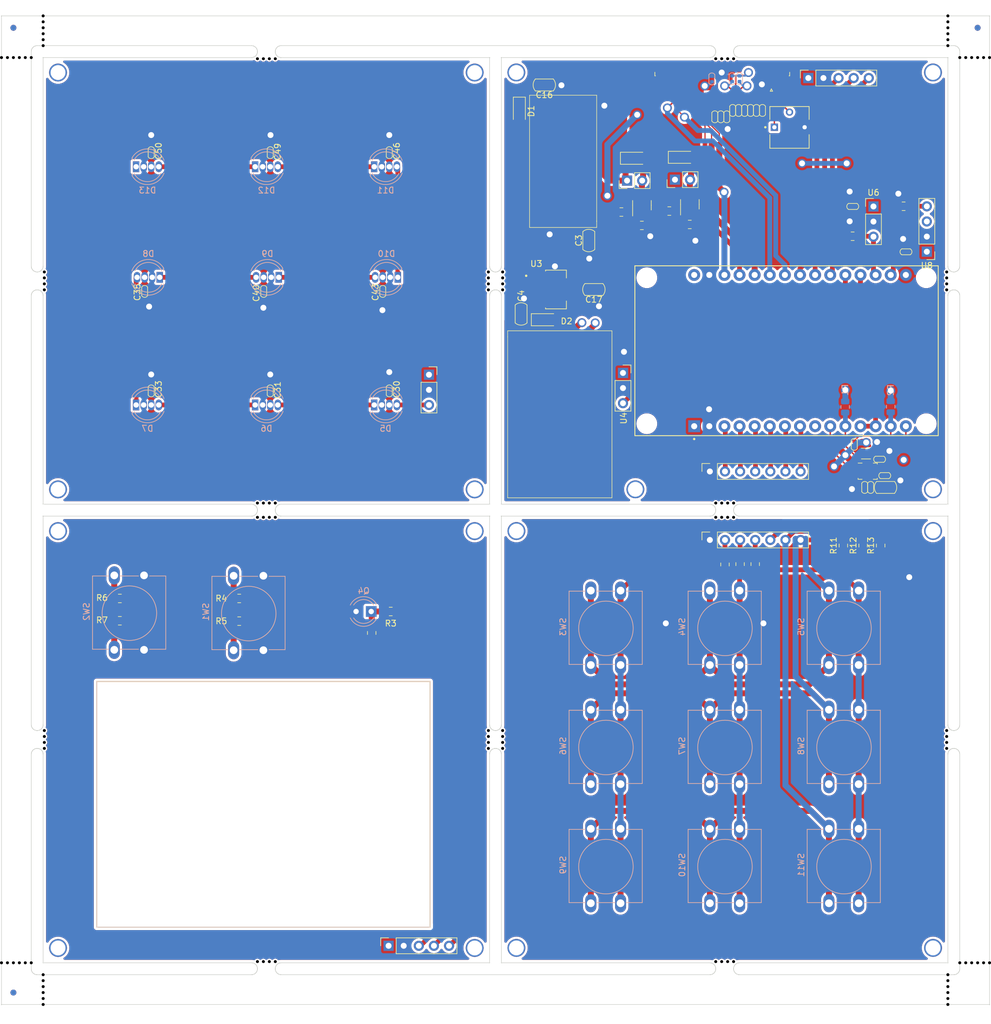
<source format=kicad_pcb>
(kicad_pcb (version 20221018) (generator pcbnew)
  (title_block (title "странный кубик") (date "2023-06-22") (company "НТЦ Вулкан") (comment 1 "Странные игры") (comment 2 "Круглов В.С."))
  (layers (0 "F.Cu" signal) (31 "B.Cu" signal) (34 "B.Paste" user) (35 "F.Paste" user) (36 "B.SilkS" user "B.Silkscreen") (37 "F.SilkS" user "F.Silkscreen") (38 "B.Mask" user) (39 "F.Mask" user) (44 "Edge.Cuts" user))
  (net 0 "")
  (net 1 "Board_1-+12V")
  (net 2 "Board_1-+3V3")
  (net 3 "Board_1-+BATT")
  (net 4 "Board_1--BATT")
  (net 5 "Board_1-A0")
  (net 6 "Board_1-B1")
  (net 7 "Board_1-B2")
  (net 8 "Board_1-BOut1")
  (net 9 "Board_1-BOut2")
  (net 10 "Board_1-BOut3")
  (net 11 "Board_1-Bin1")
  (net 12 "Board_1-Bin2")
  (net 13 "Board_1-Bin3")
  (net 14 "Board_1-CLK")
  (net 15 "Board_1-Door")
  (net 16 "Board_1-GND")
  (net 17 "Board_1-GasSensor")
  (net 18 "Board_1-INT1")
  (net 19 "Board_1-INT2")
  (net 20 "Board_1-Luminodiodes")
  (net 21 "Board_1-MOSI")
  (net 22 "Board_1-Net-(D3-A)")
  (net 23 "Board_1-Net-(D4-A)")
  (net 24 "Board_1-Net-(J1-CAP1+)")
  (net 25 "Board_1-Net-(J1-CAP1-)")
  (net 26 "Board_1-Net-(J1-CAP2+)")
  (net 27 "Board_1-Net-(J1-CAP2-)")
  (net 28 "Board_1-Net-(J1-CAP3+)")
  (net 29 "Board_1-Net-(J1-CAP4+)")
  (net 30 "Board_1-Net-(J1-CAP5+)")
  (net 31 "Board_1-Net-(J1-V0)")
  (net 32 "Board_1-Net-(J1-V1)")
  (net 33 "Board_1-Net-(J1-V2)")
  (net 34 "Board_1-Net-(J1-V3)")
  (net 35 "Board_1-Net-(J1-V4)")
  (net 36 "Board_1-Net-(J1-VR)")
  (net 37 "Board_1-Net-(J1-Vout)")
  (net 38 "Board_1-Net-(Q1-G)")
  (net 39 "Board_1-Net-(Q3-G)")
  (net 40 "Board_1-PhotoSensor")
  (net 41 "Board_1-SCL")
  (net 42 "Board_1-SDA")
  (net 43 "Board_1-VDC")
  (net 44 "Board_1-VibrationMotor")
  (net 45 "Board_1-VibrationSensor")
  (net 46 "Board_1-unconnected-(J1-VRS-Pad11)")
  (net 47 "Board_1-unconnected-(U1-+-Pad1)")
  (net 48 "Board_1-unconnected-(U1---Pad2)")
  (net 49 "Board_1-unconnected-(U4-D18-Pad9)")
  (net 50 "Board_1-unconnected-(U4-VIN-Pad30)")
  (net 51 "Board_1-unconnected-(U5-ALERT-Pad3)")
  (net 52 "Board_1-unconnected-(U7-NC-Pad10)")
  (net 53 "Board_1-unconnected-(U7-NC-Pad11)")
  (net 54 "Board_1-unconnected-(U8-AO-Pad3)")
  (net 55 "Board_1-{slash}cs")
  (net 56 "Board_1-{slash}res")
  (net 57 "GND")
  (net 58 "Net-(R8-Pad1)")
  (net 59 "BOut1")
  (net 60 "Net-(R9-Pad1)")
  (net 61 "BOut2")
  (net 62 "Net-(R10-Pad1)")
  (net 63 "Bin1")
  (net 64 "Bin2")
  (net 65 "Bin3")
  (net 66 "BOut3")
  (net 67 "+3V3")
  (net 68 "B1")
  (net 69 "B2")
  (net 70 "Luminodiodes")
  (net 71 "PhotoSensor")
  (net 72 "Net-(D6-DO)")
  (net 73 "Net-(D10-DI)")
  (net 74 "Net-(D5-DO)")
  (net 75 "Net-(D7-DO)")
  (net 77 "Net-(D10-DO)")
  (net 78 "Net-(D11-DO)")
  (net 79 "Net-(D8-DO)")
  (net 80 "Net-(D12-DO)")
  (net 81 "Net-(Q4-C)")
  (net 82 "Net-(R6-Pad1)")
  (net 83 "Net-(R4-Pad1)")
  (footprint "NPTH" (layer "F.Cu") (at 51 21)
    (fp_text reference "REF**" hide)
    (fp_text value "NPTH" hide)
  )
  (footprint "Connector_PinSocket_2.54mm:PinSocket_1x05_P2.54mm_Vertical" (layer "F.Cu") (at 109.035076 176.144795 90)
    (fp_text reference "REF**" hide)
    (fp_text value "PinSocket_1x05_P2.54mm_Vertical")
  )
  (footprint "NPTH" (layer "F.Cu") (at 165 178.8)
    (fp_text reference "REF**" hide)
    (fp_text value "NPTH" hide)
  )
  (footprint "PCM_Capacitor_SMD_AKL:C_0805_2012Metric" (layer "F.Cu") (at 192.53 99.180266 180)
    (fp_text reference "C32" hide)
    (fp_text value "C_Generic" hide)
  )
  (footprint "NPTH" (layer "F.Cu") (at 203 23)
    (fp_text reference "REF**" hide)
    (fp_text value "NPTH" hide)
  )
  (footprint "NPTH" (layer "F.Cu") (at 49 27)
    (fp_text reference "REF**" hide)
    (fp_text value "NPTH" hide)
  )
  (footprint "NPTH" (layer "F.Cu") (at 166 101.8)
    (fp_text reference "REF**" hide)
    (fp_text value "NPTH" hide)
  )
  (footprint "NPTH" (layer "F.Cu") (at 51 20)
    (fp_text reference "REF**" hide)
    (fp_text value "NPTH" hide)
  )
  (footprint "NPTH" (layer "F.Cu") (at 203 20)
    (fp_text reference "REF**" hide)
    (fp_text value "NPTH" hide)
  )
  (footprint "PCM_4ms_Resistor:R_0805_2012Metric" (layer "F.Cu") (at 106.2 123.612272 -90)
    (fp_text reference "R20" hide)
    (fp_text value "10k_0805" hide)
  )
  (footprint "PCM_4ms_Resistor:R_0805_2012Metric" (layer "F.Cu") (at 83.939772 121.632272)
    (fp_text reference "R5")
    (fp_text value "10k_0805" hide)
  )
  (footprint "Connector_PinSocket_2.54mm:PinSocket_1x05_P2.54mm_Vertical" (layer "F.Cu") (at 179.552272 30.435 90)
    (fp_text reference "REF**" hide)
    (fp_text value "PinSocket_1x05_P2.54mm_Vertical")
  )
  (footprint "NPTH" (layer "F.Cu") (at 87 27.2)
    (fp_text reference "REF**" hide)
    (fp_text value "NPTH" hide)
  )
  (footprint "Connector_PinHeader_2.54mm:PinHeader_1x02_P2.54mm_Vertical" (layer "F.Cu") (at 157.15 47.5 90)
    (fp_text reference "M1" hide)
    (fp_text value "Motor_DC" hide)
  )
  (footprint "PCM_4ms_Resistor:R_0805_2012Metric" (layer "F.Cu") (at 63.887371 117.822272)
    (fp_text reference "R6")
    (fp_text value "330_0805" hide)
  )
  (footprint "NPTH" (layer "F.Cu") (at 125.8 63)
    (fp_text reference "REF**" hide)
    (fp_text value "NPTH" hide)
  )
  (footprint "NPTH" (layer "F.Cu") (at 167 27.2)
    (fp_text reference "REF**" hide)
    (fp_text value "NPTH" hide)
  )
  (footprint "NPTH" (layer "F.Cu") (at 88 178.8)
    (fp_text reference "REF**" hide)
    (fp_text value "NPTH" hide)
  )
  (footprint "NPTH" (layer "F.Cu") (at 202.8 141)
    (fp_text reference "REF**" hide)
    (fp_text value "NPTH" hide)
  )
  (footprint "Connector_PinSocket_2.54mm:PinSocket_1x07_P2.54mm_Vertical" (layer "F.Cu") (at 163.012272 108 90)
    (fp_text reference "REF**" hide)
    (fp_text value "PinSocket_1x07_P2.54mm_Vertical" hide)
  )
  (footprint "NPTH" (layer "F.Cu") (at 203 21)
    (fp_text reference "REF**" hide)
    (fp_text value "NPTH" hide)
  )
  (footprint "NPTH" (layer "F.Cu") (at 203 24)
    (fp_text reference "REF**" hide)
    (fp_text value "NPTH" hide)
  )
  (footprint "NPTH" (layer "F.Cu") (at 51 183)
    (fp_text reference "REF**" hide)
    (fp_text value "NPTH" hide)
  )
  (footprint "NPTH" (layer "F.Cu") (at 51.2 63)
    (fp_text reference "REF**" hide)
    (fp_text value "NPTH" hide)
  )
  (footprint "NPTH" (layer "F.Cu") (at 203 183)
    (fp_text reference "REF**" hide)
    (fp_text value "NPTH" hide)
  )
  (footprint "NPTH" (layer "F.Cu") (at 51 182)
    (fp_text reference "REF**" hide)
    (fp_text value "NPTH" hide)
  )
  (footprint "SnapEDA Library:CKCS BS-01 MT-3608 Boost Converter" (layer "F.Cu") (at 133.026946 55.472596)
    (fp_text reference "U2" hide)
    (fp_text value "boost converter" hide)
  )
  (footprint "NPTH" (layer "F.Cu") (at 45 27)
    (fp_text reference "REF**" hide)
    (fp_text value "NPTH" hide)
  )
  (footprint "NPTH" (layer "F.Cu") (at 202.8 66)
    (fp_text reference "REF**" hide)
    (fp_text value "NPTH" hide)
  )
  (footprint "Package_TO_SOT_SMD:SOT-23-3" (layer "F.Cu") (at 159.65 51.6375 90)
    (fp_text reference "Q3" hide)
    (fp_text value "Si2302A" hide)
  )
  (footprint "SnapEDA Library:TRIM_3362P-1-203LF" (layer "F.Cu") (at 176.3945 38.7)
    (fp_text reference "RV1" hide)
    (fp_text value "R_Potentiometer")
  )
  (footprint "NPTH" (layer "F.Cu") (at 51 186)
    (fp_text reference "REF**" hide)
    (fp_text value "NPTH" hide)
  )
  (footprint "Diode_SMD:D_SMF" (layer "F.Cu") (at 131 36 -90)
    (fp_text reference "D1")
    (fp_text value "S07B-GS08")
  )
  (footprint "NPTH" (layer "F.Cu") (at 202.8 140)
    (fp_text reference "REF**" hide)
    (fp_text value "NPTH" hide)
  )
  (footprint "PCM_Capacitor_SMD_AKL:C_0402_1005Metric" (layer "F.Cu") (at 69.154 82.972272 -90)
    (fp_text reference "C33")
    (fp_text value "C_Generic" hide)
  )
  (footprint "NPTH" (layer "F.Cu") (at 125.8 141)
    (fp_text reference "REF**" hide)
    (fp_text value "NPTH" hide)
  )
  (footprint "PCM_4ms_Resistor:R_0805_2012Metric" (layer "F.Cu") (at 185.442272 108.9375 90)
    (fp_text reference "R11")
    (fp_text value "10k_0805" hide)
  )
  (footprint "NPTH" (layer "F.Cu") (at 89 27.2)
    (fp_text reference "REF**" hide)
    (fp_text value "NPTH" hide)
  )
  (footprint "PCM_4ms_Resistor:R_0805_2012Metric" (layer "F.Cu") (at 156.2 52.775 180)
    (fp_text reference "R17" hide)
    (fp_text value "330_0805" hide)
  )
  (footprint "PCM_Capacitor_SMD_AKL:C_0402_1005Metric" (layer "F.Cu") (at 164.85 36.95 -90)
    (fp_text reference "C18" hide)
    (fp_text value "C_Generic" hide)
  )
  (footprint "NPTH" (layer "F.Cu") (at 51.2 140)
    (fp_text reference "REF**" hide)
    (fp_text value "NPTH" hide)
  )
  (footprint "NPTH" (layer "F.Cu") (at 203 181)
    (fp_text reference "REF**" hide)
    (fp_text value "NPTH" hide)
  )
  (footprint "NPTH" (layer "F.Cu") (at 164 104.2)
    (fp_text reference "REF**" hide)
    (fp_text value "NPTH" hide)
  )
  (footprint "NPTH" (layer "F.Cu") (at 51.2 65)
    (fp_text reference "REF**" hide)
    (fp_text value "NPTH" hide)
  )
  (footprint "NPTH" (layer "F.Cu") (at 128.2 65)
    (fp_text reference "REF**" hide)
    (fp_text value "NPTH" hide)
  )
  (footprint "PCM_Capacitor_SMD_AKL:C_0402_1005Metric" (layer "F.Cu") (at 192.398023 97.200266 180)
    (fp_text reference "C41" hide)
    (fp_text value "C_Generic" hide)
  )
  (footprint "Package_TO_SOT_SMD:SOT-23-3" (layer "F.Cu") (at 151.6 51.7975 90)
    (fp_text reference "Q1" hide)
    (fp_text value "Si2302A" hide)
  )
  (footprint "SnapEDA Library:MODULE_ESP32_DEVKIT_V1" (layer "F.Cu") (at 175.895 76.2 90)
    (fp_text reference "U4")
    (fp_text value "ESP32-DEVKIT-V1")
  )
  (footprint "NPTH" (layer "F.Cu") (at 51.2 66)
    (fp_text reference "REF**" hide)
    (fp_text value "NPTH" hide)
  )
  (footprint "NPTH" (layer "F.Cu") (at 87 104.2)
    (fp_text reference "REF**" hide)
    (fp_text value "NPTH" hide)
  )
  (footprint "NPTH" (layer "F.Cu") (at 210 27)
    (fp_text reference "REF**" hide)
    (fp_text value "NPTH" hide)
  )
  (footprint "PCM_4ms_Resistor:R_0805_2012Metric" (layer "F.Cu") (at 187 57)
    (fp_text reference "R29" hide)
    (fp_text value "10k_0805" hide)
  )
  (footprint "PCM_4ms_Resistor:R_0805_2012Metric" (layer "F.Cu") (at 63.887371 121.56733)
    (fp_text reference "R7")
    (fp_text value "10k_0805" hide)
  )
  (footprint "NPTH" (layer "F.Cu") (at 166 104.2)
    (fp_text reference "REF**" hide)
    (fp_text value "NPTH" hide)
  )
  (footprint "PCM_Capacitor_SMD_AKL:C_0402_1005Metric" (layer "F.Cu") (at 69.154 42.972272 -90)
    (fp_text reference "C50")
    (fp_text value "C_Generic" hide)
  )
  (footprint "NPTH" (layer "F.Cu") (at 44 27)
    (fp_text reference "REF**" hide)
    (fp_text value "NPTH" hide)
  )
  (footprint "PCM_4ms_Resistor:R_0805_2012Metric" (layer "F.Cu") (at 159.6375 55.025 180)
    (fp_text reference "R18" hide)
    (fp_text value "10k_0805" hide)
  )
  (footprint "NPTH" (layer "F.Cu") (at 125.8 65)
    (fp_text reference "REF**" hide)
    (fp_text value "NPTH" hide)
  )
  (footprint "NPTH" (layer "F.Cu") (at 89 104.2)
    (fp_text reference "REF**" hide)
    (fp_text value "NPTH" hide)
  )
  (footprint "NPTH" (layer "F.Cu") (at 125.8 142)
    (fp_text reference "REF**" hide)
    (fp_text value "NPTH" hide)
  )
  (footprint "PCM_4ms_Resistor:R_0805_2012Metric" (layer "F.Cu") (at 188.762272 108.9375 90)
    (fp_text reference "R12")
    (fp_text value "10k_0805" hide)
  )
  (footprint "PCM_Capacitor_SMD_AKL:C_0402_1005Metric" (layer "F.Cu") (at 89.154 82.972272 90)
    (fp_text reference "C31")
    (fp_text value "C_Generic" hide)
  )
  (footprint "NPTH" (layer "F.Cu") (at 210 179)
    (fp_text reference "REF**" hide)
    (fp_text value "NPTH" hide)
  )
  (footprint "NPTH" (layer "F.Cu") (at 205 179)
    (fp_text reference "REF**" hide)
    (fp_text value "NPTH" hide)
  )
  (footprint "NPTH" (layer "F.Cu") (at 202.8 63)
    (fp_text reference "REF**" hide)
    (fp_text value "NPTH" hide)
  )
  (footprint "SnapEDA Library:charge_controller_module_tp4056" (layer "F.Cu") (at 145.8518 73.900003 180)
    (fp_text reference "U1" hide)
    (fp_text value "charge controller")
  )
  (footprint "PCM_Capacitor_SMD_AKL:C_0402_1005Metric" (layer "F.Cu") (at 167.85 35.88 90)
    (fp_text reference "C11" hide)
    (fp_text value "C_Generic" hide)
  )
  (footprint "NPTH" (layer "F.Cu") (at 46 27)
    (fp_text reference "REF**" hide)
    (fp_text value "NPTH" hide)
  )
  (footprint "NPTH" (layer "F.Cu") (at 48 179)
    (fp_text reference "REF**" hide)
    (fp_text value "NPTH" hide)
  )
  (footprint "NPTH" (layer "F.Cu") (at 51 25)
    (fp_text reference "REF**" hide)
    (fp_text value "NPTH" hide)
  )
  (footprint "PCM_Capacitor_SMD_AKL:C_0402_1005Metric" (layer "F.Cu") (at 195.965261 59.62)
    (fp_text reference "C48" hide)
    (fp_text value "C_Generic" hide)
  )
  (footprint "NPTH" (layer "F.Cu") (at 90 104.2)
    (fp_text reference "REF**" hide)
    (fp_text value "NPTH" hide)
  )
  (footprint "NPTH" (layer "F.Cu") (at 90 27.2)
    (fp_text reference "REF**" hide)
    (fp_text value "NPTH" hide)
  )
  (footprint "PCM_4ms_Resistor:R_0805_2012Metric" (layer "F.Cu") (at 168.092272 112.056763 90)
    (fp_text reference "R9" hide)
    (fp_text value "330_0805" hide)
  )
  (footprint "Connector_PinHeader_2.54mm:PinHeader_1x04_P2.54mm_Vertical" (layer "F.Cu") (at 199.465261 59.6 180)
    (fp_text reference "U8")
    (fp_text value "MQ-135 gas sensor")
  )
  (footprint "PCM_Capacitor_SMD_AKL:C_0805_2012Metric" (layer "F.Cu") (at 135.2 31.6 180)
    (fp_text reference "C16")
    (fp_text value "C_Generic" hide)
  )
  (footprint "NPTH" (layer "F.Cu") (at 51.2 143)
    (fp_text reference "REF**" hide)
    (fp_text value "NPTH" hide)
  )
  (footprint "PCM_Capacitor_SMD_AKL:C_0402_1005Metric" (layer "F.Cu") (at 168.85 35.88 90)
    (fp_text reference "C14" hide)
    (fp_text value "C_Generic" hide)
  )
  (footprint "NPTH" (layer "F.Cu") (at 90 178.8)
    (fp_text reference "REF**" hide)
    (fp_text value "NPTH" hide)
  )
  (footprint "PCM_Capacitor_SMD_AKL:C_0402_1005Metric" (layer "F.Cu") (at 187.28 91.950266 -90)
    (fp_text reference "C1" hide)
    (fp_text value "C_Generic" hide)
  )
  (footprint "NPTH" (layer "F.Cu") (at 203 186)
    (fp_text reference "REF**" hide)
    (fp_text value "NPTH" hide)
  )
  (footprint "NPTH" (layer "F.Cu") (at 203 185)
    (fp_text reference "REF**" hide)
    (fp_text value "NPTH" hide)
  )
  (footprint "NPTH" (layer "F.Cu") (at 165 27.2)
    (fp_text reference "REF**" hide)
    (fp_text value "NPTH" hide)
  )
  (footprint "NPTH" (layer "F.Cu") (at 47 179)
    (fp_text reference "REF**" hide)
    (fp_text value "NPTH" hide)
  )
  (footprint "PCM_Capacitor_SMD_AKL:C_0402_1005Metric" (layer "F.Cu") (at 165.85 36.95 -90)
    (fp_text reference "C21" hide)
    (fp_text value "C_Generic" hide)
  )
  (footprint "NPTH" (layer "F.Cu") (at 167 104.2)
    (fp_text reference "REF**" hide)
    (fp_text value "NPTH" hide)
  )
  (footprint "PCM_Capacitor_SMD_AKL:C_0805_2012Metric" (layer "F.Cu") (at 143.528634 65.946023 180)
    (fp_text reference "C17")
    (fp_text value "C_Generic" hide)
  )
  (footprint "Fiducial" (layer "F.Cu") (at 46 184)
    (fp_text reference "REF**" hide)
    (fp_text value "Fiducial" hide)
  )
  (footprint "Fiducial" (layer "F.Cu") (at 208 22)
    (fp_text reference "REF**" hide)
    (fp_text value "Fiducial" hide)
  )
  (footprint "Connector_PinSocket_2.54mm:PinSocket_1x03_P2.54mm_Vertical" (layer "F.Cu") (at 148.417567 79.957029)
    (fp_text reference "REF**" hide)
    (fp_text value "PinSocket_1x03_P2.54mm_Vertical" hide)
  )
  (footprint "NPTH" (layer "F.Cu") (at 90 101.8)
    (fp_text reference "REF**" hide)
    (fp_text value "NPTH" hide)
  )
  (footprint "Diode_SMD:D_SMF" (layer "F.Cu") (at 135.381 71.02)
    (fp_text reference "D2")
    (fp_text value "S07B-GS08" hide)
  )
  (footprint "NPTH" (layer "F.Cu") (at 203 25)
    (fp_text reference "REF**" hide)
    (fp_text value "NPTH" hide)
  )
  (footprint "NPTH" (layer "F.Cu") (at 88 101.8)
    (fp_text reference "REF**" hide)
    (fp_text value "NPTH" hide)
  )
  (footprint "Fiducial" (layer "F.Cu") (at 46 22)
    (fp_text reference "REF**" hide)
    (fp_text value "Fiducial" hide)
  )
  (footprint "NPTH" (layer "F.Cu") (at 88 27.2)
    (fp_text reference "REF**" hide)
    (fp_text value "NPTH" hide)
  )
  (footprint "Connector_PinSocket_2.54mm:PinSocket_1x03_P2.54mm_Vertical" (layer "F.Cu") (at 115.82267 80.252942)
    (fp_text reference "REF**" hide)
    (fp_text value "PinSocket_1x03_P2.54mm_Vertical" hide)
  )
  (footprint "NPTH" (layer "F.Cu") (at 207 179)
    (fp_text reference "REF**" hide)
    (fp_text value "NPTH" hide)
  )
  (footprint "NPTH" (layer "F.Cu") (at 202.8 65)
    (fp_text reference "REF**" hide)
    (fp_text value "NPTH" hide)
  )
  (footprint "NPTH" (layer "F.Cu") (at 46 179)
    (fp_text reference "REF**" hide)
    (fp_text value "NPTH" hide)
  )
  (footprint "PCM_Capacitor_SMD_AKL:C_0402_1005Metric" (layer "F.Cu") (at 190.03 99.180266 -90)
    (fp_text reference "C34" hide)
    (fp_text value "C_Generic" hide)
  )
  (footprint "PCM_4ms_Resistor:R_0805_2012Metric" (layer "F.Cu") (at 165.552272 112.116052 90)
    (fp_text reference "R8" hide)
    (fp_text value "330_0805" hide)
  )
  (footprint "NPTH" (layer "F.Cu") (at 51.2 141)
    (fp_text reference "REF**" hide)
    (fp_text value "NPTH" hide)
  )
  (footprint "NPTH" (layer "F.Cu") (at 128.2 143)
    (fp_text reference "REF**" hide)
    (fp_text value "NPTH" hide)
  )
  (footprint "PCM_4ms_Resistor:R_0805_2012Metric" (layer "F.Cu") (at 195.565261 51.968023)
    (fp_text reference "R36" hide)
    (fp_text value "10k_0805" hide)
  )
  (footprint "PCM_Capacitor_SMD_AKL:C_0402_1005Metric" (layer "F.Cu") (at 109.154 82.972272 -90)
    (fp_text reference "C30")
    (fp_text value "C_Generic" hide)
  )
  (footprint "NPTH" (layer "F.Cu") (at 209 179)
    (fp_text reference "REF**" hide)
    (fp_text value "NPTH" hide)
  )
  (footprint "PCM_4ms_Resistor:R_0805_2012Metric" (layer "F.Cu") (at 191.712272 108.9375 90)
    (fp_text reference "R13")
    (fp_text value "10k_0805" hide)
  )
  (footprint "NPTH" (layer "F.Cu") (at 165 101.8)
    (fp_text reference "REF**" hide)
    (fp_text value "NPTH" hide)
  )
  (footprint "NPTH" (layer "F.Cu") (at 128.2 64)
    (fp_text reference "REF**" hide)
    (fp_text value "NPTH" hide)
  )
  (footprint "PCM_4ms_Resistor:R_0805_2012Metric" (layer "F.Cu") (at 170.632272 112.056763 90)
    (fp_text reference "R10" hide)
    (fp_text value "330_0805" hide)
  )
  (footprint "PCM_Capacitor_SMD_AKL:C_0402_1005Metric" (layer "F.Cu") (at 108.054 66.261472 -90)
    (fp_text reference "C43")
    (fp_text value "C_Generic" hide)
  )
  (footprint "PCM_Capacitor_SMD_AKL:C_0805_2012Metric" (layer "F.Cu") (at 142.673646 57.722796 90)
    (fp_text reference "C3")
    (fp_text value "C_Generic" hide)
  )
  (footprint "NPTH" (layer "F.Cu") (at 203 22)
    (fp_text reference "REF**" hide)
    (fp_text value "NPTH" hide)
  )
  (footprint "NPTH" (layer "F.Cu") (at 125.8 140)
    (fp_text reference "REF**" hide)
    (fp_text value "NPTH" hide)
  )
  (footprint "NPTH" (layer "F.Cu") (at 89 101.8)
    (fp_text reference "REF**" hide)
    (fp_text value "NPTH" hide)
  )
  (footprint "NPTH" (layer "F.Cu") (at 87 101.8)
    (fp_text reference "REF**" hide)
    (fp_text value "NPTH" hide)
  )
  (footprint "PCM_Capacitor_SMD_AKL:C_0805_2012Metric" (layer "F.Cu") (at 131.3 70.05 -90)
    (fp_text reference "C4")
    (fp_text value "C_Generic" hide)
  )
  (footprint "NPTH" (layer "F.Cu") (at 128.2 142)
    (fp_text reference "REF**" hide)
    (fp_text value "NPTH" hide)
  )
  (footprint "NPTH" (layer "F.Cu") (at 208 179)
    (fp_text reference "REF**" hide)
    (fp_text value "NPTH" hide)
  )
  (footprint "NPTH" (layer "F.Cu") (at 47 27)
    (fp_text reference "REF**" hide)
    (fp_text value "NPTH" hide)
  )
  (footprint "Connector_FFC-FPC:TE_3-1734839-4_1x34-1MP_P0.5mm_Horizontal" (layer "F.Cu") (at 165.1 32.102998 180)
    (fp_text reference "J1" hide)
    (fp_text value "Display")
  )
  (footprint "NPTH" (layer "F.Cu") (at 128.2 140)
    (fp_text reference "REF**" hide)
    (fp_text value "NPTH" hide)
  )
  (footprint "NPTH" (layer "F.Cu") (at 128.2 63)
    (fp_text reference "REF**" hide)
    (fp_text value "NPTH" hide)
  )
  (footprint "NPTH" (layer "F.Cu") (at 164 27.2)
    (fp_text reference "REF**" hide)
    (fp_text value "NPTH" hide)
  )
  (footprint "PCM_Capacitor_SMD_AKL:C_0402_1005Metric" (layer "F.Cu") (at 109.154 42.972272 -90)
    (fp_text reference "C46")
    (fp_text value "C_Generic" hide)
  )
  (footprint "NPTH" (layer "F.Cu") (at 45 179)
    (fp_text reference "REF**" hide)
    (fp_text value "NPTH" hide)
  )
  (footprint "NPTH" (layer "F.Cu") (at 48 27)
    (fp_text reference "REF**" hide)
    (fp_text value "NPTH" hide)
  )
  (footprint "PCM_Capacitor_SMD_AKL:C_0402_1005Metric" (layer "F.Cu") (at 166.85 35.88 -90)
    (fp_text reference "C22" hide)
    (fp_text value "C_Generic" hide)
  )
  (footprint "NPTH" (layer "F.Cu") (at 203 182)
    (fp_text reference "REF**" hide)
    (fp_text value "NPTH" hide)
  )
  (footprint "Diode_SMD:D_SMF" (layer "F.Cu") (at 158.4 43.75)
    (fp_text reference "D4" hide)
    (fp_text value "S07B-GS08" hide)
  )
  (footprint "Package_TO_SOT_SMD:SOT-563" (layer "F.Cu") (at 189.116046 93.49006 180)
    (fp_text reference "U5" hide)
    (fp_text value "TMP112xxDRL" hide)
  )
  (footprint "PCM_Capacitor_SMD_AKL:C_0402_1005Metric" (layer "F.Cu") (at 170.85 35.88 90)
    (fp_text reference "C15" hide)
    (fp_text value "C_Generic" hide)
  )
  (footprint "NPTH" (layer "F.Cu") (at 202.8 143)
    (fp_text reference "REF**" hide)
    (fp_text value "NPTH" hide)
  )
  (footprint "NPTH" (layer "F.Cu") (at 51 22)
    (fp_text reference "REF**" hide)
    (fp_text value "NPTH" hide)
  )
  (footprint "Connector_PinHeader_2.54mm:PinHeader_1x03_P2.54mm_Vertical" (layer "F.Cu") (at 190.5 52)
    (fp_text reference "U6")
    (fp_text value "vibrating_sensor")
  )
  (footprint "NPTH" (layer "F.Cu") (at 49 179)
    (fp_text reference "REF**" hide)
    (fp_text value "NPTH" hide)
  )
  (footprint "PCM_4ms_Resistor:R_0805_2012Metric" (layer "F.Cu") (at 83.939772 117.822272)
    (fp_text reference "R4")
    (fp_text value "330_0805" hide)
  )
  (footprint "Diode_SMD:D_SMF" (layer "F.Cu") (at 150.35 43.91)
    (fp_text reference "D3" hide)
    (fp_text value "S07B-GS08" hide)
  )
  (footprint "NPTH" (layer "F.Cu") (at 206 179)
    (fp_text reference "REF**" hide)
    (fp_text value "NPTH" hide)
  )
  (footprint "NPTH" (layer "F.Cu") (at 206 27)
    (fp_text reference "REF**" hide)
    (fp_text value "NPTH" hide)
  )
  (footprint "NPTH" (layer "F.Cu") (at 167 101.8)
    (fp_text reference "REF**" hide)
    (fp_text value "NPTH" hide)
  )
  (footprint "NPTH" (layer "F.Cu") (at 51 23)
    (fp_text reference "REF**" hide)
    (fp_text value "NPTH" hide)
  )
  (footprint "NPTH" (layer "F.Cu") (at 125.8 143)
    (fp_text reference "REF**" hide)
    (fp_text value "NPTH" hide)
  )
  (footprint "NPTH" (layer "F.Cu") (at 202.8 64)
    (fp_text reference "REF**" hide)
    (fp_text value "NPTH" hide)
  )
  (footprint "NPTH" (layer "F.Cu") (at 205 27)
    (fp_text reference "REF**" hide)
    (fp_text value "NPTH" hide)
  )
  (footprint "NPTH" (layer "F.Cu") (at 207 27)
    (fp_text reference "REF**" hide)
    (fp_text value "NPTH" hide)
  )
  (footprint "NPTH" (layer "F.Cu") (at 88 104.2)
    (fp_text reference "REF**" hide)
    (fp_text value "NPTH" hide)
  )
  (footprint "PCM_Capacitor_SMD_AKL:C_0402_1005Metric" (layer "F.Cu") (at 189.03 99.180266 90)
    (fp_text reference "C44" hide)
    (fp_text value "C_Generic" hide)
  )
  (footprint "NPTH" (layer "F.Cu") (at 44 179)
    (fp_text reference "REF**" hide)
    (fp_text value "NPTH" hide)
  )
  (footprint "Connector_PinHeader_2.54mm:PinHeader_1x02_P2.54mm_Vertical" (layer "F.Cu") (at 149.1 47.66 90)
    (fp_text reference "L1" hide)
    (fp_text value "L_Iron" hide)
  )
  (footprint "NPTH" (layer "F.Cu") (at 203 184)
    (fp_text reference "REF**" hide)
    (fp_text value "NPTH" hide)
  )
  (footprint "NPTH" (layer "F.Cu") (at 51 181)
    (fp_text reference "REF**" hide)
    (fp_text value "NPTH" hide)
  )
  (footprint "PCM_Capacitor_SMD_AKL:C_0402_1005Metric" (layer "F.Cu") (at 88.054 66.261472 90)
    (fp_text reference "C40")
    (fp_text value "C_Generic" hide)
  )
  (footprint "NPTH" (layer "F.Cu") (at 51 185)
    (fp_text reference "REF**" hide)
    (fp_text value "NPTH" hide)
  )
  (footprint "NPTH" (layer "F.Cu") (at 51 184)
    (fp_text reference "REF**" hide)
    (fp_text value "NPTH" hide)
  )
  (footprint "PCM_Capacitor_SMD_AKL:C_0402_1005Metric" (layer "F.Cu") (at 163.85 36.95 -90)
    (fp_text reference "C23" hide)
    (fp_text value "C_Generic" hide)
  )
  (footprint "PCM_Capacitor_SMD_AKL:C_0402_1005Metric" (layer "F.Cu") (at 68.054 66.261472 -90)
    (fp_text reference "C35")
    (fp_text value "C_Generic" hide)
  )
  (footprint "PCM_Capacitor_SMD_AKL:C_0402_1005Metric" (layer "F.Cu") (at 191.53 94.450266 180)
    (fp_text reference "C47" hide)
    (fp_text value "C_Generic" hide)
  )
  (footprint "PCM_Capacitor_SMD_AKL:C_0402_1005Metric" (layer "F.Cu") (at 169.85 35.88 90)
    (fp_text reference "C12" hide)
    (fp_text value "C_Generic" hide)
  )
  (footprint "NPTH" (layer "F.Cu") (at 87 178.8)
    (fp_text reference "REF**" hide)
    (fp_text value "NPTH" hide)
  )
  (footprint "NPTH" (layer "F.Cu") (at 202.8 142)
    (fp_text reference "REF**" hide)
    (fp_text value "NPTH" hide)
  )
  (footprint "PCM_Capacitor_SMD_AKL:C_0402_1005Metric" (layer "F.Cu") (at 187.02 52)
    (fp_text reference "C36" hide)
    (fp_text value "C_Generic" hide)
  )
  (footprint "NPTH" (layer "F.Cu") (at 166 27.2)
    (fp_text reference "REF**" hide)
    (fp_text value "NPTH" hide)
  )
  (footprint "NPTH" (layer "F.Cu") (at 208 27)
    (fp_text reference "REF**" hide)
    (fp_text value "NPTH" hide)
  )
  (footprint "NPTH" (layer "F.Cu") (at 166 178.8)
    (fp_text reference "REF**" hide)
    (fp_text value "NPTH" hide)
  )
  (footprint "PCM_4ms_Resistor:R_0805_2012Metric" (layer "F.Cu") (at 148.15 52.935 180)
    (fp_text reference "R15" hide)
    (fp_text value "330_0805" hide)
  )
  (footprint "PCM_Capacitor_SMD_AKL:C_0402_1005Metric" (layer "F.Cu") (at 171.85 35.88 90)
    (fp_text reference "C13" hide)
    (fp_text value "C_Generic" hide)
  )
  (footprint "PCM_4ms_Resistor:R_0805_2012Metric" (layer "F.Cu") (at 109.4 120.012272)
    (fp_text reference "R3")
    (fp_text value "330_0805" hide)
  )
  (footprint "NPTH" (layer "F.Cu") (at 51.2 142)
    (fp_text reference "REF**" hide)
    (fp_text value "NPTH" hide)
  )
  (footprint "PCM_Capacitor_SMD_AKL:C_0402_1005Metric" (layer "F.Cu") (at 89.154 42.972272 90)
    (fp_text reference "C49")
    (fp_text value "C_Generic" hide)
  )
  (footprint "Connector_PinSocket_2.54mm:PinSocket_1x07_P2.54mm_Vertical" (layer "F.Cu") (at 163.012272 96.5 90)
    (fp_text reference "REF**" hide)
    (fp_text value "PinSocket_1x07_P2.54mm_Vertical" hide)
  )
  (footprint "NPTH" (layer "F.Cu") (at 209 27)
    (fp_text reference "REF**" hide)
    (fp_text value "NPTH" hide)
  )
  (footprint "NPTH" (layer "F.Cu") (at 89 178.8)
    (fp_text reference "REF**" hide)
    (fp_text value "NPTH" hide)
  )
  (footprint "SnapEDA Library:SOT230P700X180-4N" (layer "F.Cu") (at 137.159 65.94)
    (fp_text reference "U3")
    (fp_text value "LDL1117S33R" hide)
  )
  (footprint "NPTH" (layer "F.Cu") (at 125.8 66)
    (fp_text reference "REF**" hide)
    (fp_text value "NPTH" hide)
  )
  (footprint "NPTH" (layer "F.Cu") (at 128.2 66)
    (fp_text reference "REF**" hide)
    (fp_text value "NPTH" hide)
  )
  (footprint "NPTH" (layer "F.Cu") (at 167 178.8)
    (fp_text reference "REF**" hide)
    (fp_text value "NPTH" hide)
  )
  (footprint "NPTH" (layer "F.Cu") (at 164 178.8)
    (fp_text reference "REF**" hide)
    (fp_text value "NPTH" hide)
  )
  (footprint "NPTH" (layer "F.Cu") (at 164 101.8)
    (fp_text reference "REF**" hide)
    (fp_text value "NPTH" hide)
  )
  (footprint "NPTH" (layer "F.Cu") (at 165 104.2)
    (fp_text reference "REF**" hide)
    (fp_text value "NPTH" hide)
  )
  (footprint "Package_LGA:LGA-14_3x2.5mm_P0.5mm_LayoutBorder3x4y" (layer "F.Cu") (at 189.53 96.450266)
    (fp_text reference "U7" hide)
    (fp_text value "LSM6DS3" hide)
  )
  (footprint "NPTH" (layer "F.Cu") (at 128.2 141)
    (fp_text reference "REF**" hide)
    (fp_text value "NPTH" hide)
  )
  (footprint "NPTH" (layer "F.Cu") (at 51 24)
    (fp_text reference "REF**" hide)
    (fp_text value "NPTH" hide)
  )
  (footprint "PCM_4ms_Resistor:R_0805_2012Metric" (layer "F.Cu") (at 151.5875 55.185 180)
    (fp_text reference "R16" hide)
    (fp_text value "10k_0805" hide)
  )
  (footprint "NPTH" (layer "F.Cu") (at 125.8 64)
    (fp_text reference "REF**" hide)
    (fp_text value "NPTH" hide)
  )
  (footprint "NPTH" (layer "F.Cu") (at 51.2 64)
    (fp_text reference "REF**" hide)
    (fp_text value "NPTH" hide)
  )
  (footprint "PCM_4ms_Resistor:R_0805_2012Metric" (layer "B.Cu") (at 185.748023 85.672037 90)
    (fp_text reference "R1")
    (fp_text value "10k_0805" hide)
  )
  (footprint "Button_Switch_THT:SW_PUSH-12mm" (layer "B.Cu") (at 163.012272 156.5 -90)
    (fp_text reference "SW10")
    (fp_text value "SW_Push")
  )
  (footprint "LED_THT:LED_D5.0mm-4_RGB" (layer "B.Cu") (at 90.589 63.901872 180)
    (fp_text reference "D9")
    (fp_text value "yf923" hide)
  )
  (footprint "Fiducial" (layer "B.Cu") (at 46 184)
    (fp_text reference "REF**" hide)
    (fp_text value "Fiducial" hide)
  )
  (footprint "PCM_Capacitor_SMD_AKL:C_0402_1005Metric" (layer "B.Cu") (at 163.35 30.582998 -90)
    (fp_text reference "C42" hide)
    (fp_text value "C_Generic" hide)
  )
  (footprint "Button_Switch_THT:SW_PUSH-12mm" (layer "B.Cu") (at 143.012272 156.5 -90)
    (fp_text reference "SW9")
    (fp_text value "SW_Push")
  )
  (footprint "LED_THT:LED_D5.0mm-4_RGB" (layer "B.Cu") (at 106.619 45.331872)
    (fp_text reference "D11")
    (fp_text value "yf923" hide)
  )
  (footprint "LED_THT:LED_D5.0mm-4_RGB" (layer "B.Cu") (at 110.589 63.901872 180)
    (fp_text reference "D10")
    (fp_text value "yf923" hide)
  )
  (footprint "Button_Switch_THT:SW_PUSH-12mm" (layer "B.Cu") (at 183.012272 156.5 -90)
    (fp_text reference "SW11")
    (fp_text value "SW_Push")
  )
  (footprint "Fiducial" (layer "B.Cu") (at 208 22)
    (fp_text reference "REF**" hide)
    (fp_text value "Fiducial" hide)
  )
  (footprint "LED_THT:LED_D5.0mm-4_RGB" (layer "B.Cu") (at 66.619 85.331872)
    (fp_text reference "D7")
    (fp_text value "yf923" hide)
  )
  (footprint "PCM_Capacitor_SMD_AKL:C_0402_1005Metric" (layer "B.Cu") (at 166.75 30.552998 90)
    (fp_text reference "C19" hide)
    (fp_text value "C_Generic" hide)
  )
  (footprint "Button_Switch_THT:SW_PUSH-12mm" (layer "B.Cu") (at 143.012272 136.5 -90)
    (fp_text reference "SW6")
    (fp_text value "SW_Push")
  )
  (footprint "LED_THT:LED_D5.0mm-4_RGB" (layer "B.Cu") (at 86.619 45.331872)
    (fp_text reference "D12")
    (fp_text value "yf923" hide)
  )
  (footprint "LED_THT:LED_D5.0mm-4_RGB" (layer "B.Cu") (at 106.619 85.331872)
    (fp_text reference "D5")
    (fp_text value "yf923" hide)
  )
  (footprint "Fiducial" (layer "B.Cu") (at 46 22)
    (fp_text reference "REF**" hide)
    (fp_text value "Fiducial" hide)
  )
  (footprint "Button_Switch_THT:SW_PUSH-12mm" (layer "B.Cu") (at 183.012272 136.5 -90)
    (fp_text reference "SW8")
    (fp_text value "SW_Push")
  )
  (footprint "PCM_Capacitor_SMD_AKL:C_0402_1005Metric" (layer "B.Cu") (at 168 30.552998 90)
    (fp_text reference "C20" hide)
    (fp_text value "C_Generic" hide)
  )
  (footprint "Button_Switch_THT:SW_PUSH-12mm" (layer "B.Cu") (at 163.012272 116.5 -90)
    (fp_text reference "SW4")
    (fp_text value "SW_Push")
  )
  (footprint "Button_Switch_THT:SW_PUSH-12mm" (layer "B.Cu") (at 83.002272 114.012272 -90)
    (fp_text reference "SW1")
    (fp_text value "SW_Push")
  )
  (footprint "Button_Switch_THT:SW_PUSH-12mm" (layer "B.Cu") (at 62.949871 113.94733 -90)
    (fp_text reference "SW2")
    (fp_text value "SW_Push")
  )
  (footprint "Button_Switch_THT:SW_PUSH-12mm" (layer "B.Cu") (at 183.012272 116.5 -90)
    (fp_text reference "SW5")
    (fp_text value "SW_Push")
  )
  (footprint "LED_THT:LED_D4.0mm" (layer "B.Cu") (at 106.115 120.012272 180)
    (fp_text reference "Q4")
    (fp_text value "Q_Photo" hide)
  )
  (footprint "PCM_4ms_Resistor:R_0805_2012Metric" (layer "B.Cu") (at 193.398023 85.622037 90)
    (fp_text reference "R2")
    (fp_text value "10k_0805" hide)
  )
  (footprint "LED_THT:LED_D5.0mm-4_RGB" (layer "B.Cu") (at 86.619 85.331872)
    (fp_text reference "D6")
    (fp_text value "yf923" hide)
  )
  (footprint "Button_Switch_THT:SW_PUSH-12mm" (layer "B.Cu") (at 143.012272 116.5 -90)
    (fp_text reference "SW3")
    (fp_text value "SW_Push")
  )
  (footprint "Button_Switch_THT:SW_PUSH-12mm" (layer "B.Cu") (at 163.012272 136.5 -90)
    (fp_text reference "SW7")
    (fp_text value "SW_Push")
  )
  (footprint "LED_THT:LED_D5.0mm-4_RGB" (layer "B.Cu") (at 70.589 63.901872 180)
    (fp_text reference "D8")
    (fp_text value "yf923" hide)
  )
  (footprint "LED_THT:LED_D5.0mm-4_RGB" (layer "B.Cu") (at 66.619 45.331872)
    (fp_text reference "D13")
    (fp_text value "yf923" hide)
  )
  (gr_line (start 115.998924 173.012272) (end 115.998924 131.762272) (stroke (width 0.15)) (layer "B.SilkS"))
  (gr_line (start 116 131.762272) (end 60 131.762272) (stroke (width 0.15)) (layer "B.SilkS"))
  (gr_line (start 60 131.762272) (end 59.998924 173.012272) (stroke (width 0.15)) (layer "B.SilkS"))
  (gr_line (start 59.998924 173.012272) (end 115.998924 173.012272) (stroke (width 0.15)) (layer "B.SilkS"))
  (gr_line (start 115.998924 131.762272) (end 59.998924 131.762272) (stroke (width 0.15)) (layer "F.SilkS"))
  (gr_line (start 60 173.012272) (end 116 173.012272) (stroke (width 0.15)) (layer "F.SilkS"))
  (gr_line (start 60 131.762272) (end 60 173.012272) (stroke (width 0.15)) (layer "F.SilkS"))
  (gr_line (start 116 173.012272) (end 115.998924 131.762272) (stroke (width 0.15)) (layer "F.SilkS"))
  (gr_line (start 204.883099 25.523318) (end 204.904946 25.566721) (stroke (width 0.1)) (layer "Edge.Cuts"))
  (gr_line (start 125.993082 104.000559) (end 125.992612 104.000416) (stroke (width 0.1)) (layer "Edge.Cuts"))
  (gr_line (start 163.957368 25.702619) (end 163.970328 25.74945) (stroke (width 0.1)) (layer "Edge.Cuts"))
  (gr_line (start 204.476681 25.1169) (end 204.51896 25.140851) (stroke (width 0.1)) (layer "Edge.Cuts"))
  (gr_line (start 49.892963 25.00477) (end 49.941423 25.001195) (stroke (width 0.1)) (layer "Edge.Cuts"))
  (gr_line (start 204.107036 139.995229) (end 204.058576 139.998804) (stroke (width 0.1)) (layer "Edge.Cuts"))
  (gr_line (start 49.892963 139.995229) (end 49.844737 139.989281) (stroke (width 0.1)) (layer "Edge.Cuts"))
  (gr_line (start 86.833152 25.439987) (end 86.859148 25.481039) (stroke (width 0.1)) (layer "Edge.Cuts"))
  (gr_line (start 49.25646 62.674841) (end 49.224721 62.638047) (stroke (width 0.1)) (layer "Edge.Cuts"))
  (gr_line (start 126.095053 143.566721) (end 126.1169 143.523318) (stroke (width 0.1)) (layer "Edge.Cuts"))
  (gr_line (start 44 20.012272) (end 44 185.987727) (stroke (width 0.1)) (layer "Edge.Cuts"))
  (gr_line (start 86.924637 180.388855) (end 86.904946 180.433278) (stroke (width 0.1)) (layer "Edge.Cuts"))
  (gr_line (start 86.710033 25.289966) (end 86.743539 25.325158) (stroke (width 0.1)) (layer "Edge.Cuts"))
  (gr_line (start 128.009318 101.999918) (end 128.009809 101.999942) (stroke (width 0.1)) (layer "Edge.Cuts"))
  (gr_line (start 44.001122 20.005558) (end 44.000912 20.006002) (stroke (width 0.1)) (layer "Edge.Cuts"))
  (gr_line (start 125.998121 27.004296) (end 125.997829 27.003902) (stroke (width 0.1)) (layer "Edge.Cuts"))
  (gr_line (start 128.006917 178.99944) (end 128.007387 178.999583) (stroke (width 0.1)) (layer "Edge.Cuts"))
  (gr_line (start 203.523318 143.1169) (end 203.566721 143.095053) (stroke (width 0.1)) (layer "Edge.Cuts"))
  (gr_line (start 128.009809 27.000057) (end 128.009318 27.000081) (stroke (width 0.1)) (layer "Edge.Cuts"))
  (gr_line (start 86.29738 179.042631) (end 86.343519 179.057874) (stroke (width 0.1)) (layer "Edge.Cuts"))
  (gr_line (start 86.433278 102.095053) (end 86.476681 102.1169) (stroke (width 0.1)) (layer "Edge.Cuts"))
  (gr_line (start 167.095053 179.566721) (end 167.1169 179.523318) (stroke (width 0.1)) (layer "Edge.Cuts"))
  (gr_line (start 167.566721 180.904946) (end 167.523318 180.883099) (stroke (width 0.1)) (layer "Edge.Cuts"))
  (gr_line (start 203.400259 66.194826) (end 203.439987 66.166847) (stroke (width 0.1)) (layer "Edge.Cuts"))
  (gr_line (start 202.997517 104.003522) (end 202.997188 104.003159) (stroke (width 0.1)) (layer "Edge.Cuts"))
  (gr_line (start 86.942125 26.343519) (end 86.924637 26.388855) (stroke (width 0.1)) (layer "Edge.Cuts"))
  (gr_line (start 202.993997 27.000912) (end 202.993544 27.000724) (stroke (width 0.1)) (layer "Edge.Cuts"))
  (gr_line (start 128.000297 178.992136) (end 128.000416 178.992612) (stroke (width 0.1)) (layer "Edge.Cuts"))
  (gr_line (start 203.194826 62.59974) (end 203.166847 62.560012) (stroke (width 0.1)) (layer "Edge.Cuts"))
  (gr_line (start 50.388855 139.924637) (end 50.343519 139.942125) (stroke (width 0.1)) (layer "Edge.Cuts"))
  (gr_line (start 125.998646 104.005125) (end 125.998394 104.004704) (stroke (width 0.1)) (layer "Edge.Cuts"))
  (gr_line (start 167.400259 179.194826) (end 167.439987 179.166847) (stroke (width 0.1)) (layer "Edge.Cuts"))
  (gr_line (start 51.000297 104.007863) (end 51.000201 104.008344) (stroke (width 0.1)) (layer "Edge.Cuts"))
  (gr_line (start 204.970328 143.74945) (end 204.980974 143.796861) (stroke (width 0.1)) (layer "Edge.Cuts"))
  (gr_line (start 86.833152 102.439987) (end 86.859148 102.481039) (stroke (width 0.1)) (layer "Edge.Cuts"))
  (gr_line (start 90 180.009877) (end 90 179.990122) (stroke (width 0.1)) (layer "Edge.Cuts"))
  (gr_line (start 126.010718 66.844737) (end 126.019025 66.796861) (stroke (width 0.1)) (layer "Edge.Cuts"))
  (gr_line (start 127.107036 62.995229) (end 127.058576 62.998804) (stroke (width 0.1)) (layer "Edge.Cuts"))
  (gr_line (start 204.674841 139.743539) (end 204.638047 139.775278) (stroke (width 0.1)) (layer "Edge.Cuts"))
  (gr_line (start 44.006917 20.000559) (end 44.006455 20.000724) (stroke (width 0.1)) (layer "Edge.Cuts"))
  (gr_line (start 202.999087 104.006002) (end 202.998877 104.005558) (stroke (width 0.1)) (layer "Edge.Cuts"))
  (gr_line (start 49.439987 180.833152) (end 49.400259 180.805173) (stroke (width 0.1)) (layer "Edge.Cuts"))
  (gr_line (start 50.058576 139.998804) (end 50.009877 140) (stroke (width 0.1)) (layer "Edge.Cuts"))
  (gr_line (start 203.361952 139.775278) (end 203.325158 139.743539) (stroke (width 0.1)) (layer "Edge.Cuts"))
  (gr_line (start 51.006002 101.999087) (end 51.006455 101.999275) (stroke (width 0.1)) (layer "Edge.Cuts"))
  (gr_line (start 90.481039 103.859148) (end 90.439987 103.833152) (stroke (width 0.1)) (layer "Edge.Cuts"))
  (gr_line (start 50.833152 139.560012) (end 50.805173 139.59974) (stroke (width 0.1)) (layer "Edge.Cuts"))
  (gr_line (start 204.805173 180.59974) (end 204.775278 180.638047) (stroke (width 0.1)) (layer "Edge.Cuts"))
  (gr_line (start 202.997517 101.996477) (end 202.997829 101.996097) (stroke (width 0.1)) (layer "Edge.Cuts"))
  (gr_line (start 128.000912 178.993997) (end 128.001122 178.994441) (stroke (width 0.1)) (layer "Edge.Cuts"))
  (gr_line (start 90.010718 25.844737) (end 90.019025 25.796861) (stroke (width 0.1)) (layer "Edge.Cuts"))
  (gr_line (start 126.224721 62.638047) (end 126.194826 62.59974) (stroke (width 0.1)) (layer "Edge.Cuts"))
  (gr_line (start 163.883099 25.523318) (end 163.904946 25.566721) (stroke (width 0.1)) (layer "Edge.Cuts"))
  (gr_line (start 204.710033 66.289966) (end 204.743539 66.325158) (stroke (width 0.1)) (layer "Edge.Cuts"))
  (gr_line (start 90.00477 26.107036) (end 90.001195 26.058576) (stroke (width 0.1)) (layer "Edge.Cuts"))
  (gr_line (start 204.710033 139.710033) (end 204.674841 139.743539) (stroke (width 0.1)) (layer "Edge.Cuts"))
  (gr_line (start 202.994441 101.998877) (end 202.994874 101.998646) (stroke (width 0.1)) (layer "Edge.Cuts"))
  (gr_line (start 163.833152 26.560012) (end 163.805173 26.59974) (stroke (width 0.1)) (layer "Edge.Cuts"))
  (gr_line (start 167.010718 180.155262) (end 167.00477 180.107036) (stroke (width 0.1)) (layer "Edge.Cuts"))
  (gr_line (start 204.833152 62.560012) (end 204.805173 62.59974) (stroke (width 0.1)) (layer "Edge.Cuts"))
  (gr_line (start 164 179.990122) (end 164 180.009877) (stroke (width 0.1)) (layer "Edge.Cuts"))
  (gr_line (start 90.74945 102.029671) (end 90.796861 102.019025) (stroke (width 0.1)) (layer "Edge.Cuts"))
  (gr_line (start 126.166847 139.560012) (end 126.140851 139.51896) (stroke (width 0.1)) (layer "Edge.Cuts"))
  (gr_line (start 202.999798 104.008344) (end 202.999702 104.007863) (stroke (width 0.1)) (layer "Edge.Cuts"))
  (gr_line (start 204.998804 25.941423) (end 205 25.990122) (stroke (width 0.1)) (layer "Edge.Cuts"))
  (gr_line (start 125.999996 101.987972) (end 126 101.987727) (stroke (width 0.1)) (layer "Edge.Cuts"))
  (gr_line (start 49.140851 180.51896) (end 49.1169 180.476681) (stroke (width 0.1)) (layer "Edge.Cuts"))
  (gr_line (start 127.989281 62.155262) (end 127.980974 62.203138) (stroke (width 0.1)) (layer "Edge.Cuts"))
  (gr_line (start 163.009877 179) (end 163.058576 179.001195) (stroke (width 0.1)) (layer "Edge.Cuts"))
  (gr_line (start 204.29738 62.957368) (end 204.250549 62.970328) (stroke (width 0.1)) (layer "Edge.Cuts"))
  (gr_line (start 50.388855 62.924637) (end 50.343519 62.942125) (stroke (width 0.1)) (layer "Edge.Cuts"))
  (gr_line (start 163.388855 180.924637) (end 163.343519 180.942125) (stroke (width 0.1)) (layer "Edge.Cuts"))
  (gr_line (start 86.638047 102.224721) (end 86.674841 102.25646) (stroke (width 0.1)) (layer "Edge.Cuts"))
  (gr_line (start 204.980974 139.203138) (end 204.970328 139.250549) (stroke (width 0.1)) (layer "Edge.Cuts"))
  (gr_line (start 51.000416 178.992612) (end 51.000559 178.993082) (stroke (width 0.1)) (layer "Edge.Cuts"))
  (gr_line (start 204.995229 66.892963) (end 204.998804 66.941423) (stroke (width 0.1)) (layer "Edge.Cuts"))
  (gr_line (start 202.994441 27.001122) (end 202.993997 27.000912) (stroke (width 0.1)) (layer "Edge.Cuts"))
  (gr_line (start 204.995229 139.107036) (end 204.989281 139.155262) (stroke (width 0.1)) (layer "Edge.Cuts"))
  (gr_line (start 167.224721 179.361952) (end 167.25646 179.325158) (stroke (width 0.1)) (layer "Edge.Cuts"))
  (gr_line (start 49.65648 25.057874) (end 49.702619 25.042631) (stroke (width 0.1)) (layer "Edge.Cuts"))
  (gr_line (start 44 185.987727) (end 44.000003 185.987972) (stroke (width 0.1)) (layer "Edge.Cuts"))
  (gr_line (start 90.892963 179.00477) (end 90.941423 179.001195) (stroke (width 0.1)) (layer "Edge.Cuts"))
  (gr_line (start 209.991169 20.000129) (end 209.990681 20.000081) (stroke (width 0.1)) (layer "Edge.Cuts"))
  (gr_line (start 127.343519 66.057874) (end 127.388855 66.075362) (stroke (width 0.1)) (layer "Edge.Cuts"))
  (gr_line (start 126.523318 66.1169) (end 126.566721 66.095053) (stroke (width 0.1)) (layer "Edge.Cuts"))
  (gr_line (start 50.476681 62.883099) (end 50.433278 62.904946) (stroke (width 0.1)) (layer "Edge.Cuts"))
  (gr_line (start 128.000724 104.006455) (end 128.000559 104.006917) (stroke (width 0.1)) (layer "Edge.Cuts"))
  (gr_line (start 204.998804 143.941423) (end 205 143.990122) (stroke (width 0.1)) (layer "Edge.Cuts"))
  (gr_line (start 127.942125 66.65648) (end 127.957368 66.702619) (stroke (width 0.1)) (layer "Edge.Cuts"))
  (gr_line (start 163.743539 179.325158) (end 163.775278 179.361952) (stroke (width 0.1)) (layer "Edge.Cuts"))
  (gr_line (start 203.010718 143.844737) (end 203.019025 143.796861) (stroke (width 0.1)) (layer "Edge.Cuts"))
  (gr_line (start 203.325158 66.25646) (end 203.361952 66.224721) (stroke (width 0.1)) (layer "Edge.Cuts"))
  (gr_line (start 49.289966 66.289966) (end 49.325158 66.25646) (stroke (width 0.1)) (layer "Edge.Cuts"))
  (gr_line (start 50.009877 66) (end 50.058576 66.001195) (stroke (width 0.1)) (layer "Edge.Cuts"))
  (gr_line (start 126.990122 143) (end 127.009877 143) (stroke (width 0.1)) (layer "Edge.Cuts"))
  (gr_line (start 86.743539 26.674841) (end 86.710033 26.710033) (stroke (width 0.1)) (layer "Edge.Cuts"))
  (gr_line (start 49.057874 139.343519) (end 49.042631 139.29738) (stroke (width 0.1)) (layer "Edge.Cuts"))
  (gr_line (start 51.000081 27.009318) (end 51.000057 27.009809) (stroke (width 0.1)) (layer "Edge.Cuts"))
  (gr_line (start 125.998646 101.994874) (end 125.998877 101.994441) (stroke (width 0.1)) (layer "Edge.Cuts"))
  (gr_line (start 90.65648 179.057874) (end 90.702619 179.042631) (stroke (width 0.1)) (layer "Edge.Cuts"))
  (gr_line (start 86.560012 25.166847) (end 86.59974 25.194826) (stroke (width 0.1)) (layer "Edge.Cuts"))
  (gr_line (start 204.743539 143.325158) (end 204.775278 143.361952) (stroke (width 0.1)) (layer "Edge.Cuts"))
  (gr_line (start 163.638047 103.775278) (end 163.59974 103.805173) (stroke (width 0.1)) (layer "Edge.Cuts"))
  (gr_line (start 128.000003 27.012027) (end 128 27.012272) (stroke (width 0.1)) (layer "Edge.Cuts"))
  (gr_line (start 204.343519 139.942125) (end 204.29738 139.957368) (stroke (width 0.1)) (layer "Edge.Cuts"))
  (gr_line (start 90.057874 25.65648) (end 90.075362 25.611144) (stroke (width 0.1)) (layer "Edge.Cuts"))
  (gr_line (start 49.224721 62.638047) (end 49.194826 62.59974) (stroke (width 0.1)) (layer "Edge.Cuts"))
  (gr_line (start 51 178.987727) (end 51.000003 178.987972) (stroke (width 0.1)) (layer "Edge.Cuts"))
  (gr_line (start 204.59974 139.805173) (end 204.560012 139.833152) (stroke (width 0.1)) (layer "Edge.Cuts"))
  (gr_line (start 125.993544 104.000724) (end 125.993082 104.000559) (stroke (width 0.1)) (layer "Edge.Cuts"))
  (gr_line (start 128.000081 27.009318) (end 128.000057 27.009809) (stroke (width 0.1)) (layer "Edge.Cuts"))
  (gr_line (start 49.25646 66.325158) (end 49.289966 66.289966) (stroke (width 0.1)) (layer "Edge.Cuts"))
  (gr_line (start 90.74945 180.970328) (end 90.702619 180.957368) (stroke (width 0.1)) (layer "Edge.Cuts"))
  (gr_line (start 203 66.990122) (end 203.001195 66.941423) (stroke (width 0.1)) (layer "Edge.Cuts"))
  (gr_line (start 203.095053 62.433278) (end 203.075362 62.388855) (stroke (width 0.1)) (layer "Edge.Cuts"))
  (gr_line (start 90.65648 25.057874) (end 90.702619 25.042631) (stroke (width 0.1)) (layer "Edge.Cuts"))
  (gr_line (start 86.29738 102.042631) (end 86.343519 102.057874) (stroke (width 0.1)) (layer "Edge.Cuts"))
  (gr_line (start 167.74945 26.970328) (end 167.702619 26.957368) (stroke (width 0.1)) (layer "Edge.Cuts"))
  (gr_line (start 90.65648 26.942125) (end 90.611144 26.924637) (stroke (width 0.1)) (layer "Edge.Cuts"))
  (gr_line (start 125.994441 178.998877) (end 125.994874 178.998646) (stroke (width 0.1)) (layer "Edge.Cuts"))
  (gr_line (start 204.833152 180.560012) (end 204.805173 180.59974) (stroke (width 0.1)) (layer "Edge.Cuts"))
  (gr_line (start 51.000003 101.987972) (end 51.000057 101.99019) (stroke (width 0.1)) (layer "Edge.Cuts"))
  (gr_line (start 125.998121 101.995703) (end 125.998394 101.995295) (stroke (width 0.1)) (layer "Edge.Cuts"))
  (gr_line (start 163.998804 102.941423) (end 164 102.990122) (stroke (width 0.1)) (layer "Edge.Cuts"))
  (gr_line (start 50.957368 143.702619) (end 50.970328 143.74945) (stroke (width 0.1)) (layer "Edge.Cuts"))
  (gr_line (start 167.566721 25.095053) (end 167.611144 25.075362) (stroke (width 0.1)) (layer "Edge.Cuts"))
  (gr_line (start 86.998804 26.058576) (end 86.995229 26.107036) (stroke (width 0.1)) (layer "Edge.Cuts"))
  (gr_line (start 49.194826 143.400259) (end 49.224721 143.361952) (stroke (width 0.1)) (layer "Edge.Cuts"))
  (gr_line (start 202.990681 101.999918) (end 202.991169 101.99987) (stroke (width 0.1)) (layer "Edge.Cuts"))
  (gr_line (start 163.775278 102.361952) (end 163.805173 102.400259) (stroke (width 0.1)) (layer "Edge.Cuts"))
  (gr_line (start 44.009809 20.000057) (end 44.009318 20.000081) (stroke (width 0.1)) (layer "Edge.Cuts"))
  (gr_line (start 50.638047 143.224721) (end 50.674841 143.25646) (stroke (width 0.1)) (layer "Edge.Cuts"))
  (gr_line (start 87 26.009877) (end 86.998804 26.058576) (stroke (width 0.1)) (layer "Edge.Cuts"))
  (gr_line (start 51.000129 178.991169) (end 51.000201 178.991655) (stroke (width 0.1)) (layer "Edge.Cuts"))
  (gr_line (start 202.993997 104.000912) (end 202.993544 104.000724) (stroke (width 0.1)) (layer "Edge.Cuts"))
  (gr_line (start 163.989281 102.844737) (end 163.995229 102.892963) (stroke (width 0.1)) (layer "Edge.Cuts"))
  (gr_line (start 163.995229 179.892963) (end 163.998804 179.941423) (stroke (width 0.1)) (layer "Edge.Cuts"))
  (gr_line (start 126.990122 63) (end 126.941423 62.998804) (stroke (width 0.1)) (layer "Edge.Cuts"))
  (gr_line (start 204.989281 143.844737) (end 204.995229 143.892963) (stroke (width 0.1)) (layer "Edge.Cuts"))
  (gr_line (start 125.99019 101.999942) (end 125.990681 101.999918) (stroke (width 0.1)) (layer "Edge.Cuts"))
  (gr_line (start 127.904946 143.566721) (end 127.924637 143.611144) (stroke (width 0.1)) (layer "Edge.Cuts"))
  (gr_line (start 86.433278 103.904946) (end 86.388855 103.924637) (stroke (width 0.1)) (layer "Edge.Cuts"))
  (gr_line (start 50.433278 143.095053) (end 50.476681 143.1169) (stroke (width 0.1)) (layer "Edge.Cuts"))
  (gr_line (start 204.058576 66.001195) (end 204.107036 66.00477) (stroke (width 0.1)) (layer "Edge.Cuts"))
  (gr_line (start 204.833152 139.560012) (end 204.805173 139.59974) (stroke (width 0.1)) (layer "Edge.Cuts"))
  (gr_line (start 49.166847 139.560012) (end 49.140851 139.51896) (stroke (width 0.1)) (layer "Edge.Cuts"))
  (gr_line (start 86.743539 103.674841) (end 86.710033 103.710033) (stroke (width 0.1)) (layer "Edge.Cuts"))
  (gr_line (start 51.000201 178.991655) (end 51.000297 178.992136) (stroke (width 0.1)) (layer "Edge.Cuts"))
  (gr_line (start 127.710033 66.289966) (end 127.743539 66.325158) (stroke (width 0.1)) (layer "Edge.Cuts"))
  (gr_line (start 167.140851 25.481039) (end 167.166847 25.439987) (stroke (width 0.1)) (layer "Edge.Cuts"))
  (gr_line (start 51.005125 101.998646) (end 51.005558 101.998877) (stroke (width 0.1)) (layer "Edge.Cuts"))
  (gr_line (start 128.004296 101.998121) (end 128.004704 101.998394) (stroke (width 0.1)) (layer "Edge.Cuts"))
  (gr_line (start 126.019025 143.796861) (end 126.029671 143.74945) (stroke (width 0.1)) (layer "Edge.Cuts"))
  (gr_line (start 202.991169 101.99987) (end 202.991655 101.999798) (stroke (width 0.1)) (layer "Edge.Cuts"))
  (gr_line (start 167.361952 25.224721) (end 167.400259 25.194826) (stroke (width 0.1)) (layer "Edge.Cuts"))
  (gr_line (start 49.941423 25.001195) (end 49.990122 25) (stroke (width 0.1)) (layer "Edge.Cuts"))
  (gr_line (start 50.805173 62.59974) (end 50.775278 62.638047) (stroke (width 0.1)) (layer "Edge.Cuts"))
  (gr_line (start 126.075362 143.611144) (end 126.095053 143.566721) (stroke (width 0.1)) (layer "Edge.Cuts"))
  (gr_line (start 90.224721 180.638047) (end 90.194826 180.59974) (stroke (width 0.1)) (layer "Edge.Cuts"))
  (gr_line (start 202.99944 178.993082) (end 202.999583 178.992612) (stroke (width 0.1)) (layer "Edge.Cuts"))
  (gr_line (start 125.999702 104.007863) (end 125.999583 104.007387) (stroke (width 0.1)) (layer "Edge.Cuts"))
  (gr_line (start 164 102.990122) (end 164 103.009877) (stroke (width 0.1)) (layer "Edge.Cuts"))
  (gr_line (start 125.987972 27.000003) (end 125.987727 27) (stroke (width 0.1)) (layer "Edge.Cuts"))
  (gr_line (start 202.990681 178.999918) (end 202.991169 178.99987) (stroke (width 0.1)) (layer "Edge.Cuts"))
  (gr_line (start 163.775278 25.361952) (end 163.805173 25.400259) (stroke (width 0.1)) (layer "Edge.Cuts"))
  (gr_line (start 51.004704 101.998394) (end 51.005125 101.998646) (stroke (width 0.1)) (layer "Edge.Cuts"))
  (gr_line (start 202.997829 104.003902) (end 202.997517 104.003522) (stroke (width 0.1)) (layer "Edge.Cuts"))
  (gr_line (start 44.009318 20.000081) (end 44.00883 20.000129) (stroke (width 0.1)) (layer "Edge.Cuts"))
  (gr_line (start 127.805173 143.400259) (end 127.833152 143.439987) (stroke (width 0.1)) (layer "Edge.Cuts"))
  (gr_line (start 202.987972 104.000003) (end 202.987727 104) (stroke (width 0.1)) (layer "Edge.Cuts"))
  (gr_line (start 202.998646 27.005125) (end 202.998394 27.004704) (stroke (width 0.1)) (layer "Edge.Cuts"))
  (gr_line (start 202.999702 27.007863) (end 202.999583 27.007387) (stroke (width 0.1)) (layer "Edge.Cuts"))
  (gr_line (start 90.224721 102.361952) (end 90.25646 102.325158) (stroke (width 0.1)) (layer "Edge.Cuts"))
  (gr_line (start 167.74945 25.029671) (end 167.796861 25.019025) (stroke (width 0.1)) (layer "Edge.Cuts"))
  (gr_line (start 202.995295 101.998394) (end 202.995703 101.998121) (stroke (width 0.1)) (layer "Edge.Cuts"))
  (gr_line (start 128.00883 104.000129) (end 128.008344 104.000201) (stroke (width 0.1)) (layer "Edge.Cuts"))
  (gr_line (start 202.99987 104.00883) (end 202.999798 104.008344) (stroke (width 0.1)) (layer "Edge.Cuts"))
  (gr_line (start 167.057874 102.65648) (end 167.075362 102.611144) (stroke (width 0.1)) (layer "Edge.Cuts"))
  (gr_line (start 126.566721 62.904946) (end 126.523318 62.883099) (stroke (width 0.1)) (layer "Edge.Cuts"))
  (gr_line (start 49.224721 143.361952) (end 49.25646 143.325158) (stroke (width 0.1)) (layer "Edge.Cuts"))
  (gr_line (start 125.99944 101.993082) (end 125.999583 101.992612) (stroke (width 0.1)) (layer "Edge.Cuts"))
  (gr_line (start 49.057874 66.65648) (end 49.075362 66.611144) (stroke (width 0.1)) (layer "Edge.Cuts"))
  (gr_line (start 86.388855 25.075362) (end 86.433278 25.095053) (stroke (width 0.1)) (layer "Edge.Cuts"))
  (gr_line (start 204.980974 66.796861) (end 204.989281 66.844737) (stroke (width 0.1)) (layer "Edge.Cuts"))
  (gr_line (start 163.058576 179.001195) (end 163.107036 179.00477) (stroke (width 0.1)) (layer "Edge.Cuts"))
  (gr_line (start 128.001878 178.995703) (end 128.00217 178.996097) (stroke (width 0.1)) (layer "Edge.Cuts"))
  (gr_line (start 50.250549 143.029671) (end 50.29738 143.042631) (stroke (width 0.1)) (layer "Edge.Cuts"))
  (gr_line (start 49.990122 143) (end 50.009877 143) (stroke (width 0.1)) (layer "Edge.Cuts"))
  (gr_line (start 126.566721 66.095053) (end 126.611144 66.075362) (stroke (width 0.1)) (layer "Edge.Cuts"))
  (gr_line (start 44.003159 20.002811) (end 44.002811 20.003159) (stroke (width 0.1)) (layer "Edge.Cuts"))
  (gr_line (start 125.993997 27.000912) (end 125.993544 27.000724) (stroke (width 0.1)) (layer "Edge.Cuts"))
  (gr_line (start 90.166847 103.560012) (end 90.140851 103.51896) (stroke (width 0.1)) (layer "Edge.Cuts"))
  (gr_line (start 50.638047 62.775278) (end 50.59974 62.805173) (stroke (width 0.1)) (layer "Edge.Cuts"))
  (gr_line (start 202.999942 27.009809) (end 202.999918 27.009318) (stroke (width 0.1)) (layer "Edge.Cuts"))
  (gr_line (start 126.057874 139.343519) (end 126.042631 139.29738) (stroke (width 0.1)) (layer "Edge.Cuts"))
  (gr_line (start 127.476681 62.883099) (end 127.433278 62.904946) (stroke (width 0.1)) (layer "Edge.Cuts"))
  (gr_line (start 128.000201 178.991655) (end 128.000297 178.992136) (stroke (width 0.1)) (layer "Edge.Cuts"))
  (gr_line (start 90.194826 180.59974) (end 90.166847 180.560012) (stroke (width 0.1)) (layer "Edge.Cuts"))
  (gr_line (start 204.998804 62.058576) (end 204.995229 62.107036) (stroke (width 0.1)) (layer "Edge.Cuts"))
  (gr_line (start 125.995295 101.998394) (end 125.995703 101.998121) (stroke (width 0.1)) (layer "Edge.Cuts"))
  (gr_line (start 50.674841 62.743539) (end 50.638047 62.775278) (stroke (width 0.1)) (layer "Edge.Cuts"))
  (gr_line (start 127.859148 62.51896) (end 127.833152 62.560012) (stroke (width 0.1)) (layer "Edge.Cuts"))
  (gr_line (start 127.998804 139.058576) (end 127.995229 139.107036) (stroke (width 0.1)) (layer "Edge.Cuts"))
  (gr_line (start 202.99684 178.997188) (end 202.997188 178.99684) (stroke (width 0.1)) (layer "Edge.Cuts"))
  (gr_line (start 50.250549 139.970328) (end 50.203138 139.980974) (stroke (width 0.1)) (layer "Edge.Cuts"))
  (gr_line (start 51.009318 101.999918) (end 51.009809 101.999942) (stroke (width 0.1)) (layer "Edge.Cuts"))
  (gr_line (start 49.65648 143.057874) (end 49.702619 143.042631) (stroke (width 0.1)) (layer "Edge.Cuts"))
  (gr_line (start 204.743539 66.325158) (end 204.775278 66.361952) (stroke (width 0.1)) (layer "Edge.Cuts"))
  (gr_line (start 90.001195 26.058576) (end 90 26.009877) (stroke (width 0.1)) (layer "Edge.Cuts"))
  (gr_line (start 167 179.990122) (end 167.001195 179.941423) (stroke (width 0.1)) (layer "Edge.Cuts"))
  (gr_line (start 49.796861 139.980974) (end 49.74945 139.970328) (stroke (width 0.1)) (layer "Edge.Cuts"))
  (gr_line (start 204.388855 62.924637) (end 204.343519 62.942125) (stroke (width 0.1)) (layer "Edge.Cuts"))
  (gr_line (start 86.638047 25.224721) (end 86.674841 25.25646) (stroke (width 0.1)) (layer "Edge.Cuts"))
  (gr_line (start 167.702619 25.042631) (end 167.74945 25.029671) (stroke (width 0.1)) (layer "Edge.Cuts"))
  (gr_line (start 203.042631 62.29738) (end 203.029671 62.250549) (stroke (width 0.1)) (layer "Edge.Cuts"))
  (gr_line (start 163.250549 102.029671) (end 163.29738 102.042631) (stroke (width 0.1)) (layer "Edge.Cuts"))
  (gr_line (start 126.095053 62.433278) (end 126.075362 62.388855) (stroke (width 0.1)) (layer "Edge.Cuts"))
  (gr_line (start 204.155262 180.989281) (end 204.107036 180.995229) (stroke (width 0.1)) (layer "Edge.Cuts"))
  (gr_line (start 90.289966 26.710033) (end 90.25646 26.674841) (stroke (width 0.1)) (layer "Edge.Cuts"))
  (gr_line (start 125.992136 101.999702) (end 125.992612 101.999583) (stroke (width 0.1)) (layer "Edge.Cuts"))
  (gr_line (start 51.000416 27.007387) (end 51.000297 27.007863) (stroke (width 0.1)) (layer "Edge.Cuts"))
  (gr_line (start 203.844737 66.010718) (end 203.892963 66.00477) (stroke (width 0.1)) (layer "Edge.Cuts"))
  (gr_line (start 204.155262 139.989281) (end 204.107036 139.995229) (stroke (width 0.1)) (layer "Edge.Cuts"))
  (gr_line (start 209.998121 20.004296) (end 209.997829 20.003902) (stroke (width 0.1)) (layer "Edge.Cuts"))
  (gr_line (start 51.009318 104.000081) (end 51.00883 104.000129) (stroke (width 0.1)) (layer "Edge.Cuts"))
  (gr_line (start 49.400259 143.194826) (end 49.439987 143.166847) (stroke (width 0.1)) (layer "Edge.Cuts"))
  (gr_line (start 90.019025 179.796861) (end 90.029671 179.74945) (stroke (width 0.1)) (layer "Edge.Cuts"))
  (gr_line (start 90.00477 102.892963) (end 90.010718 102.844737) (stroke (width 0.1)) (layer "Edge.Cuts"))
  (gr_line (start 205 180.009877) (end 204.998804 180.058576) (stroke (width 0.1)) (layer "Edge.Cuts"))
  (gr_line (start 90.194826 103.59974) (end 90.166847 103.560012) (stroke (width 0.1)) (layer "Edge.Cuts"))
  (gr_line (start 90.611144 26.924637) (end 90.566721 26.904946) (stroke (width 0.1)) (layer "Edge.Cuts"))
  (gr_line (start 202.991655 178.999798) (end 202.992136 178.999702) (stroke (width 0.1)) (layer "Edge.Cuts"))
  (gr_line (start 204.009877 181) (end 167.990122 181) (stroke (width 0.1)) (layer "Edge.Cuts"))
  (gr_line (start 86.388855 102.075362) (end 86.433278 102.095053) (stroke (width 0.1)) (layer "Edge.Cuts"))
  (gr_line (start 86.51896 179.140851) (end 86.560012 179.166847) (stroke (width 0.1)) (layer "Edge.Cuts"))
  (gr_line (start 86.009877 102) (end 86.058576 102.001195) (stroke (width 0.1)) (layer "Edge.Cuts"))
  (gr_line (start 204.433278 139.904946) (end 204.388855 139.924637) (stroke (width 0.1)) (layer "Edge.Cuts"))
  (gr_line (start 167.439987 103.833152) (end 167.400259 103.805173) (stroke (width 0.1)) (layer "Edge.Cuts"))
  (gr_line (start 204.638047 139.775278) (end 204.59974 139.805173) (stroke (width 0.1)) (layer "Edge.Cuts"))
  (gr_line (start 51 27.012272) (end 51 62.009877) (stroke (width 0.1)) (layer "Edge.Cuts"))
  (gr_line (start 202.996097 104.00217) (end 202.995703 104.001878) (stroke (width 0.1)) (layer "Edge.Cuts"))
  (gr_line (start 51.006002 27.000912) (end 51.005558 27.001122) (stroke (width 0.1)) (layer "Edge.Cuts"))
  (gr_line (start 44.001353 185.994874) (end 44.001605 185.995295) (stroke (width 0.1)) (layer "Edge.Cuts"))
  (gr_line (start 209.997829 185.996097) (end 209.998121 185.995703) (stroke (width 0.1)) (layer "Edge.Cuts"))
  (gr_line (start 49.010718 62.155262) (end 49.00477 62.107036) (stroke (width 0.1)) (layer "Edge.Cuts"))
  (gr_line (start 203.481039 62.859148) (end 203.439987 62.833152) (stroke (width 0.1)) (layer "Edge.Cuts"))
  (gr_line (start 86.250549 179.029671) (end 86.29738 179.042631) (stroke (width 0.1)) (layer "Edge.Cuts"))
  (gr_line (start 167.400259 103.805173) (end 167.361952 103.775278) (stroke (width 0.1)) (layer "Edge.Cuts"))
  (gr_line (start 86.833152 103.560012) (end 86.805173 103.59974) (stroke (width 0.1)) (layer "Edge.Cuts"))
  (gr_line (start 51.001878 101.995703) (end 51.00217 101.996097) (stroke (width 0.1)) (layer "Edge.Cuts"))
  (gr_line (start 128.000201 27.008344) (end 128.000129 27.00883) (stroke (width 0.1)) (layer "Edge.Cuts"))
  (gr_line (start 126.194826 62.59974) (end 126.166847 62.560012) (stroke (width 0.1)) (layer "Edge.Cuts"))
  (gr_line (start 86.710033 180.710033) (end 86.674841 180.743539) (stroke (width 0.1)) (layer "Edge.Cuts"))
  (gr_line (start 203.166847 66.439987) (end 203.194826 66.400259) (stroke (width 0.1)) (layer "Edge.Cuts"))
  (gr_line (start 202.996097 101.997829) (end 202.996477 101.997517) (stroke (width 0.1)) (layer "Edge.Cuts"))
  (gr_line (start 86.59974 102.194826) (end 86.638047 102.224721) (stroke (width 0.1)) (layer "Edge.Cuts"))
  (gr_line (start 128.000912 104.006002) (end 128.000724 104.006455) (stroke (width 0.1)) (layer "Edge.Cuts"))
  (gr_line (start 163.59974 179.194826) (end 163.638047 179.224721) (stroke (width 0.1)) (layer "Edge.Cuts"))
  (gr_line (start 127.638047 143.224721) (end 127.674841 143.25646) (stroke (width 0.1)) (layer "Edge.Cuts"))
  (gr_line (start 126.361952 66.224721) (end 126.400259 66.194826) (stroke (width 0.1)) (layer "Edge.Cuts"))
  (gr_line (start 51.000724 101.993544) (end 51.000912 101.993997) (stroke (width 0.1)) (layer "Edge.Cuts"))
  (gr_line (start 204.989281 66.844737) (end 204.995229 66.892963) (stroke (width 0.1)) (layer "Edge.Cuts"))
  (gr_line (start 44.000297 20.007863) (end 44.000201 20.008344) (stroke (width 0.1)) (layer "Edge.Cuts"))
  (gr_rect (start 59.998924 131.762272) (end 115.998924 173.012272) (stroke (width 0.05)) (fill none) (layer "Edge.Cuts"))
  (gr_line (start 163.989281 180.155262) (end 163.980974 180.203138) (stroke (width 0.1)) (layer "Edge.Cuts"))
  (gr_line (start 163.989281 103.155262) (end 163.980974 103.203138) (stroke (width 0.1)) (layer "Edge.Cuts"))
  (gr_line (start 163.805173 25.400259) (end 163.833152 25.439987) (stroke (width 0.1)) (layer "Edge.Cuts"))
  (gr_line (start 202.996477 178.997517) (end 202.99684 178.997188) (stroke (width 0.1)) (layer "Edge.Cuts"))
  (gr_line (start 202.987727 104) (end 167.990122 104) (stroke (width 0.1)) (layer "Edge.Cuts"))
  (gr_line (start 90.566721 102.095053) (end 90.611144 102.075362) (stroke (width 0.1)) (layer "Edge.Cuts"))
  (gr_line (start 204.743539 25.325158) (end 204.775278 25.361952) (stroke (width 0.1)) (layer "Edge.Cuts"))
  (gr_line (start 86.743539 180.674841) (end 86.710033 180.710033) (stroke (width 0.1)) (layer "Edge.Cuts"))
  (gr_line (start 203.001195 139.058576) (end 203 139.009877) (stroke (width 0.1)) (layer "Edge.Cuts"))
  (gr_line (start 128.000057 27.009809) (end 128.000003 27.012027) (stroke (width 0.1)) (layer "Edge.Cuts"))
  (gr_line (start 50.009877 63) (end 49.990122 63) (stroke (width 0.1)) (layer "Edge.Cuts"))
  (gr_line (start 126.075362 66.611144) (end 126.095053 66.566721) (stroke (width 0.1)) (layer "Edge.Cuts"))
  (gr_line (start 50.995229 143.892963) (end 50.998804 143.941423) (stroke (width 0.1)) (layer "Edge.Cuts"))
  (gr_line (start 163.433278 179.095053) (end 163.476681 179.1169) (stroke (width 0.1)) (layer "Edge.Cuts"))
  (gr_line (start 44.00883 185.99987) (end 44.009318 185.999918) (stroke (width 0.1)) (layer "Edge.Cuts"))
  (gr_line (start 209.997829 20.003902) (end 209.997517 20.003522) (stroke (width 0.1)) (layer "Edge.Cuts"))
  (gr_line (start 90.042631 25.702619) (end 90.057874 25.65648) (stroke (width 0.1)) (layer "Edge.Cuts"))
  (gr_line (start 126.289966 143.289966) (end 126.325158 143.25646) (stroke (width 0.1)) (layer "Edge.Cuts"))
  (gr_line (start 44.005558 185.998877) (end 44.006002 185.999087) (stroke (width 0.1)) (layer "Edge.Cuts"))
  (gr_line (start 163.560012 26.833152) (end 163.51896 26.859148) (stroke (width 0.1)) (layer "Edge.Cuts"))
  (gr_line (start 204.980974 143.796861) (end 204.989281 143.844737) (stroke (width 0.1)) (layer "Edge.Cuts"))
  (gr_line (start 128.004296 27.001878) (end 128.003902 27.00217) (stroke (width 0.1)) (layer "Edge.Cuts"))
  (gr_line (start 128.000003 178.987972) (end 128.000057 178.99019) (stroke (width 0.1)) (layer "Edge.Cuts"))
  (gr_line (start 90.611144 102.075362) (end 90.65648 102.057874) (stroke (width 0.1)) (layer "Edge.Cuts"))
  (gr_line (start 90.194826 25.400259) (end 90.224721 25.361952) (stroke (width 0.1)) (layer "Edge.Cuts"))
  (gr_line (start 50.883099 66.523318) (end 50.904946 66.566721) (stroke (width 0.1)) (layer "Edge.Cuts"))
  (gr_line (start 203.289966 62.710033) (end 203.25646 62.674841) (stroke (width 0.1)) (layer "Edge.Cuts"))
  (gr_line (start 126.001195 66.941423) (end 126.00477 66.892963) (stroke (width 0.1)) (layer "Edge.Cuts"))
  (gr_line (start 209.993544 20.000724) (end 209.993082 20.000559) (stroke (width 0.1)) (layer "Edge.Cuts"))
  (gr_line (start 126.566721 143.095053) (end 126.611144 143.075362) (stroke (width 0.1)) (layer "Edge.Cuts"))
  (gr_line (start 49.400259 66.194826) (end 49.439987 66.166847) (stroke (width 0.1)) (layer "Edge.Cuts"))
  (gr_line (start 51.000057 178.99019) (end 51.000081 178.990681) (stroke (width 0.1)) (layer "Edge.Cuts"))
  (gr_line (start 49.523318 25.1169) (end 49.566721 25.095053) (stroke (width 0.1)) (layer "Edge.Cuts"))
  (gr_line (start 127.560012 143.166847) (end 127.59974 143.194826) (stroke (width 0.1)) (layer "Edge.Cuts"))
  (gr_line (start 86.805173 103.59974) (end 86.775278 103.638047) (stroke (width 0.1)) (layer "Edge.Cuts"))
  (gr_line (start 90.844737 25.010718) (end 90.892963 25.00477) (stroke (width 0.1)) (layer "Edge.Cuts"))
  (gr_line (start 204.710033 180.710033) (end 204.674841 180.743539) (stroke (width 0.1)) (layer "Edge.Cuts"))
  (gr_line (start 127.674841 143.25646) (end 127.710033 143.289966) (stroke (width 0.1)) (layer "Edge.Cuts"))
  (gr_line (start 167.095053 26.433278) (end 167.075362 26.388855) (stroke (width 0.1)) (layer "Edge.Cuts"))
  (gr_line (start 209.999918 20.009318) (end 209.99987 20.00883) (stroke (width 0.1)) (layer "Edge.Cuts"))
  (gr_line (start 204.989281 139.155262) (end 204.980974 139.203138) (stroke (width 0.1)) (layer "Edge.Cuts"))
  (gr_line (start 126.65648 139.942125) (end 126.611144 139.924637) (stroke (width 0.1)) (layer "Edge.Cuts"))
  (gr_line (start 203.439987 62.833152) (end 203.400259 62.805173) (stroke (width 0.1)) (layer "Edge.Cuts"))
  (gr_line (start 125.999275 27.006455) (end 125.999087 27.006002) (stroke (width 0.1)) (layer "Edge.Cuts"))
  (gr_line (start 125.99019 104.000057) (end 125.987972 104.000003) (stroke (width 0.1)) (layer "Edge.Cuts"))
  (gr_line (start 128.004704 27.001605) (end 128.004296 27.001878) (stroke (width 0.1)) (layer "Edge.Cuts"))
  (gr_line (start 51.006917 104.000559) (end 51.006455 104.000724) (stroke (width 0.1)) (layer "Edge.Cuts"))
  (gr_line (start 86.476681 180.883099) (end 86.433278 180.904946) (stroke (width 0.1)) (layer "Edge.Cuts"))
  (gr_line (start 167.00477 179.892963) (end 167.010718 179.844737) (stroke (width 0.1)) (layer "Edge.Cuts"))
  (gr_line (start 125.994874 27.001353) (end 125.994441 27.001122) (stroke (width 0.1)) (layer "Edge.Cuts"))
  (gr_line (start 167.194826 180.59974) (end 167.166847 180.560012) (stroke (width 0.1)) (layer "Edge.Cuts"))
  (gr_line (start 209.993082 20.000559) (end 209.992612 20.000416) (stroke (width 0.1)) (layer "Edge.Cuts"))
  (gr_line (start 44.000081 20.009318) (end 44.000057 20.009809) (stroke (width 0.1)) (layer "Edge.Cuts"))
  (gr_line (start 125.99944 27.006917) (end 125.999275 27.006455) (stroke (width 0.1)) (layer "Edge.Cuts"))
  (gr_line (start 128.003159 27.002811) (end 128.002811 27.003159) (stroke (width 0.1)) (layer "Edge.Cuts"))
  (gr_line (start 126.611144 66.075362) (end 126.65648 66.057874) (stroke (width 0.1)) (layer "Edge.Cuts"))
  (gr_line (start 90.361952 25.224721) (end 90.400259 25.194826) (stroke (width 0.1)) (layer "Edge.Cuts"))
  (gr_line (start 128.000297 27.007863) (end 128.000201 27.008344) (stroke (width 0.1)) (layer "Edge.Cuts"))
  (gr_line (start 90.400259 180.805173) (end 90.361952 180.775278) (stroke (width 0.1)) (layer "Edge.Cuts"))
  (gr_line (start 163.250549 180.970328) (end 163.203138 180.980974) (stroke (width 0.1)) (layer "Edge.Cuts"))
  (gr_line (start 128.005125 104.001353) (end 128.004704 104.001605) (stroke (width 0.1)) (layer "Edge.Cuts"))
  (gr_line (start 51.002482 178.996477) (end 51.002811 178.99684) (stroke (width 0.1)) (layer "Edge.Cuts"))
  (gr_line (start 204.388855 180.924637) (end 204.343519 180.942125) (stroke (width 0.1)) (layer "Edge.Cuts"))
  (gr_line (start 51.009318 27.000081) (end 51.00883 27.000129) (stroke (width 0.1)) (layer "Edge.Cuts"))
  (gr_line (start 49.25646 143.325158) (end 49.289966 143.289966) (stroke (width 0.1)) (layer "Edge.Cuts"))
  (gr_line (start 86.998804 25.941423) (end 87 25.990122) (stroke (width 0.1)) (layer "Edge.Cuts"))
  (gr_line (start 49.74945 139.970328) (end 49.702619 139.957368) (stroke (width 0.1)) (layer "Edge.Cuts"))
  (gr_line (start 51.006917 27.000559) (end 51.006455 27.000724) (stroke (width 0.1)) (layer "Edge.Cuts"))
  (gr_line (start 49.019025 66.796861) (end 49.029671 66.74945) (stroke (width 0.1)) (layer "Edge.Cuts"))
  (gr_line (start 163.343519 179.057874) (end 163.388855 179.075362) (stroke (width 0.1)) (layer "Edge.Cuts"))
  (gr_line (start 51.004296 101.998121) (end 51.004704 101.998394) (stroke (width 0.1)) (layer "Edge.Cuts"))
  (gr_line (start 167.140851 26.51896) (end 167.1169 26.476681) (stroke (width 0.1)) (layer "Edge.Cuts"))
  (gr_line (start 125.991169 104.000129) (end 125.990681 104.000081) (stroke (width 0.1)) (layer "Edge.Cuts"))
  (gr_line (start 90.140851 26.51896) (end 90.1169 26.476681) (stroke (width 0.1)) (layer "Edge.Cuts"))
  (gr_line (start 90.325158 102.25646) (end 90.361952 102.224721) (stroke (width 0.1)) (layer "Edge.Cuts"))
  (gr_line (start 44.007863 20.000297) (end 44.007387 20.000416) (stroke (width 0.1)) (layer "Edge.Cuts"))
  (gr_line (start 51.000129 27.00883) (end 51.000081 27.009318) (stroke (width 0.1)) (layer "Edge.Cuts"))
  (gr_line (start 204.904946 62.433278) (end 204.883099 62.476681) (stroke (width 0.1)) (layer "Edge.Cuts"))
  (gr_line (start 167.140851 180.51896) (end 167.1169 180.476681) (stroke (width 0.1)) (layer "Edge.Cuts"))
  (gr_line (start 128.001605 101.995295) (end 128.001878 101.995703) (stroke (width 0.1)) (layer "Edge.Cuts"))
  (gr_line (start 205 66.990122) (end 205 139.009877) (stroke (width 0.1)) (layer "Edge.Cuts"))
  (gr_line (start 202.995295 178.998394) (end 202.995703 178.998121) (stroke (width 0.1)) (layer "Edge.Cuts"))
  (gr_line (start 51.009809 178.999942) (end 51.012027 178.999996) (stroke (width 0.1)) (layer "Edge.Cuts"))
  (gr_line (start 49.194826 180.59974) (end 49.166847 180.560012) (stroke (width 0.1)) (layer "Edge.Cuts"))
  (gr_line (start 49.844737 139.989281) (end 49.796861 139.980974) (stroke (width 0.1)) (layer "Edge.Cuts"))
  (gr_line (start 49.941423 66.001195) (end 49.990122 66) (stroke (width 0.1)) (layer "Edge.Cuts"))
  (gr_line (start 126.481039 143.140851) (end 126.523318 143.1169) (stroke (width 0.1)) (layer "Edge.Cuts"))
  (gr_line (start 51.001605 27.004704) (end 51.001353 27.005125) (stroke (width 0.1)) (layer "Edge.Cuts"))
  (gr_line (start 204.29738 25.042631) (end 204.343519 25.057874) (stroke (width 0.1)) (layer "Edge.Cuts"))
  (gr_line (start 128 139.009877) (end 127.998804 139.058576) (stroke (width 0.1)) (layer "Edge.Cuts"))
  (gr_line (start 50.710033 143.289966) (end 50.743539 143.325158) (stroke (width 0.1)) (layer "Edge.Cuts"))
  (gr_line (start 203.702619 143.042631) (end 203.74945 143.029671) (stroke (width 0.1)) (layer "Edge.Cuts"))
  (gr_line (start 125.987972 104.000003) (end 125.987727 104) (stroke (width 0.1)) (layer "Edge.Cuts"))
  (gr_line (start 167.611144 103.924637) (end 167.566721 103.904946) (stroke (width 0.1)) (layer "Edge.Cuts"))
  (gr_line (start 50.743539 143.325158) (end 50.775278 143.361952) (stroke (width 0.1)) (layer "Edge.Cuts"))
  (gr_line (start 126.166847 62.560012) (end 126.140851 62.51896) (stroke (width 0.1)) (layer "Edge.Cuts"))
  (gr_line (start 49.481039 62.859148) (end 49.439987 62.833152) (stroke (width 0.1)) (layer "Edge.Cuts"))
  (gr_line (start 86.805173 102.400259) (end 86.833152 102.439987) (stroke (width 0.1)) (layer "Edge.Cuts"))
  (gr_line (start 204.805173 62.59974) (end 204.775278 62.638047) (stroke (width 0.1)) (layer "Edge.Cuts"))
  (gr_line (start 204.924637 143.611144) (end 204.942125 143.65648) (stroke (width 0.1)) (layer "Edge.Cuts"))
  (gr_line (start 86.674841 25.25646) (end 86.710033 25.289966) (stroke (width 0.1)) (layer "Edge.Cuts"))
  (gr_line (start 86.203138 25.019025) (end 86.250549 25.029671) (stroke (width 0.1)) (layer "Edge.Cuts"))
  (gr_line (start 44.004704 20.001605) (end 44.004296 20.001878) (stroke (width 0.1)) (layer "Edge.Cuts"))
  (gr_line (start 126.25646 66.325158) (end 126.289966 66.289966) (stroke (width 0.1)) (layer "Edge.Cuts"))
  (gr_line (start 163.710033 180.710033) (end 163.674841 180.743539) (stroke (width 0.1)) (layer "Edge.Cuts"))
  (gr_line (start 44.003902 20.00217) (end 44.003522 20.002482) (stroke (width 0.1)) (layer "Edge.Cuts"))
  (gr_line (start 202.992612 178.999583) (end 202.993082 178.99944) (stroke (width 0.1)) (layer "Edge.Cuts"))
  (gr_line (start 51.008344 27.000201) (end 51.007863 27.000297) (stroke (width 0.1)) (layer "Edge.Cuts"))
  (gr_line (start 51.000057 101.99019) (end 51.000081 101.990681) (stroke (width 0.1)) (layer "Edge.Cuts"))
  (gr_line (start 51.000003 104.012027) (end 51 104.012272) (stroke (width 0.1)) (layer "Edge.Cuts"))
  (gr_line (start 90.166847 180.560012) (end 90.140851 180.51896) (stroke (width 0.1)) (layer "Edge.Cuts"))
  (gr_line (start 204.805173 139.59974) (end 204.775278 139.638047) (stroke (width 0.1)) (layer "Edge.Cuts"))
  (gr_line (start 128.000416 104.007387) (end 128.000297 104.007863) (stroke (width 0.1)) (layer "Edge.Cuts"))
  (gr_line (start 203.010718 139.155262) (end 203.00477 139.107036) (stroke (width 0.1)) (layer "Edge.Cuts"))
  (gr_line (start 86.433278 179.095053) (end 86.476681 179.1169) (stroke (width 0.1)) (layer "Edge.Cuts"))
  (gr_line (start 90.74945 26.970328) (end 90.702619 26.957368) (stroke (width 0.1)) (layer "Edge.Cuts"))
  (gr_line (start 128.000724 178.993544) (end 128.000912 178.993997) (stroke (width 0.1)) (layer "Edge.Cuts"))
  (gr_line (start 125.992612 101.999583) (end 125.993082 101.99944) (stroke (width 0.1)) (layer "Edge.Cuts"))
  (gr_line (start 51.007863 101.999702) (end 51.008344 101.999798) (stroke (width 0.1)) (layer "Edge.Cuts"))
  (gr_line (start 167.892963 103.995229) (end 167.844737 103.989281) (stroke (width 0.1)) (layer "Edge.Cuts"))
  (gr_line (start 86.058576 26.998804) (end 86.009877 27) (stroke (width 0.1)) (layer "Edge.Cuts"))
  (gr_line (start 163.560012 103.833152) (end 163.51896 103.859148) (stroke (width 0.1)) (layer "Edge.Cuts"))
  (gr_line (start 163.560012 180.833152) (end 163.51896 180.859148) (stroke (width 0.1)) (layer "Edge.Cuts"))
  (gr_line (start 50.980974 139.203138) (end 50.970328 139.250549) (stroke (width 0.1)) (layer "Edge.Cuts"))
  (gr_line (start 128.004296 104.001878) (end 128.003902 104.00217) (stroke (width 0.1)) (layer "Edge.Cuts"))
  (gr_line (start 90.990122 181) (end 90.941423 180.998804) (stroke (width 0.1)) (layer "Edge.Cuts"))
  (gr_line (start 50.980974 66.796861) (end 50.989281 66.844737) (stroke (width 0.1)) (layer "Edge.Cuts"))
  (gr_line (start 202.998121 27.004296) (end 202.997829 27.003902) (stroke (width 0.1)) (layer "Edge.Cuts"))
  (gr_line (start 49.481039 25.140851) (end 49.523318 25.1169) (stroke (width 0.1)) (layer "Edge.Cuts"))
  (gr_line (start 202.999798 27.008344) (end 202.999702 27.007863) (stroke (width 0.1)) (layer "Edge.Cuts"))
  (gr_line (start 126.892963 139.995229) (end 126.844737 139.989281) (stroke (width 0.1)) (layer "Edge.Cuts"))
  (gr_line (start 50.560012 62.833152) (end 50.51896 62.859148) (stroke (width 0.1)) (layer "Edge.Cuts"))
  (gr_line (start 90.439987 26.833152) (end 90.400259 26.805173) (stroke (width 0.1)) (layer "Edge.Cuts"))
  (gr_line (start 90.523318 25.1169) (end 90.566721 25.095053) (stroke (width 0.1)) (layer "Edge.Cuts"))
  (gr_line (start 50.942125 143.65648) (end 50.957368 143.702619) (stroke (width 0.1)) (layer "Edge.Cuts"))
  (gr_line (start 86.942125 180.343519) (end 86.924637 180.388855) (stroke (width 0.1)) (layer "Edge.Cuts"))
  (gr_line (start 128.000416 178.992612) (end 128.000559 178.993082) (stroke (width 0.1)) (layer "Edge.Cuts"))
  (gr_line (start 203.25646 66.325158) (end 203.289966 66.289966) (stroke (width 0.1)) (layer "Edge.Cuts"))
  (gr_line (start 90.289966 25.289966) (end 90.325158 25.25646) (stroke (width 0.1)) (layer "Edge.Cuts"))
  (gr_line (start 167.075362 25.611144) (end 167.095053 25.566721) (stroke (width 0.1)) (layer "Edge.Cuts"))
  (gr_line (start 163.775278 180.638047) (end 163.743539 180.674841) (stroke (width 0.1)) (layer "Edge.Cuts"))
  (gr_line (start 90.029671 180.250549) (end 90.019025 180.203138) (stroke (width 0.1)) (layer "Edge.Cuts"))
  (gr_line (start 49.029671 180.250549) (end 49.019025 180.203138) (stroke (width 0.1)) (layer "Edge.Cuts"))
  (gr_line (start 90.042631 180.29738) (end 90.029671 180.250549) (stroke (width 0.1)) (layer "Edge.Cuts"))
  (gr_line (start 50.250549 62.970328) (end 50.203138 62.980974) (stroke (width 0.1)) (layer "Edge.Cuts"))
  (gr_line (start 90.075362 102.611144) (end 90.095053 102.566721) (stroke (width 0.1)) (layer "Edge.Cuts"))
  (gr_line (start 163.942125 103.343519) (end 163.924637 103.388855) (stroke (width 0.1)) (layer "Edge.Cuts"))
  (gr_line (start 44.012272 186) (end 209.987727 186) (stroke (width 0.1)) (layer "Edge.Cuts"))
  (gr_line (start 90.361952 179.224721) (end 90.400259 179.194826) (stroke (width 0.1)) (layer "Edge.Cuts"))
  (gr_line (start 90.611144 25.075362) (end 90.65648 25.057874) (stroke (width 0.1)) (layer "Edge.Cuts"))
  (gr_line (start 51.000201 27.008344) (end 51.000129 27.00883) (stroke (width 0.1)) (layer "Edge.Cuts"))
  (gr_line (start 125.987727 179) (end 125.987972 178.999996) (stroke (width 0.1)) (layer "Edge.Cuts"))
  (gr_line (start 128.002811 27.003159) (end 128.002482 27.003522) (stroke (width 0.1)) (layer "Edge.Cuts"))
  (gr_line (start 125.993082 27.000559) (end 125.992612 27.000416) (stroke (width 0.1)) (layer "Edge.Cuts"))
  (gr_line (start 90.844737 103.989281) (end 90.796861 103.980974) (stroke (width 0.1)) (layer "Edge.Cuts"))
  (gr_line (start 204.59974 62.805173) (end 204.560012 62.833152) (stroke (width 0.1)) (layer "Edge.Cuts"))
  (gr_line (start 126.361952 139.775278) (end 126.325158 139.743539) (stroke (width 0.1)) (layer "Edge.Cuts"))
  (gr_line (start 86.942125 102.65648) (end 86.957368 102.702619) (stroke (width 0.1)) (layer "Edge.Cuts"))
  (gr_line (start 126.439987 66.166847) (end 126.481039 66.140851) (stroke (width 0.1)) (layer "Edge.Cuts"))
  (gr_line (start 204.560012 62.833152) (end 204.51896 62.859148) (stroke (width 0.1)) (layer "Edge.Cuts"))
  (gr_line (start 204.638047 62.775278) (end 204.59974 62.805173) (stroke (width 0.1)) (layer "Edge.Cuts"))
  (gr_line (start 128.008344 27.000201) (end 128.007863 27.000297) (stroke (width 0.1)) (layer "Edge.Cuts"))
  (gr_line (start 125.997829 101.996097) (end 125.998121 101.995703) (stroke (width 0.1)) (layer "Edge.Cuts"))
  (gr_line (start 167.400259 102.194826) (end 167.439987 102.166847) (stroke (width 0.1)) (layer "Edge.Cuts"))
  (gr_line (start 163.833152 102.439987) (end 163.859148 102.481039) (stroke (width 0.1)) (layer "Edge.Cuts"))
  (gr_line (start 127.989281 143.844737) (end 127.995229 143.892963) (stroke (width 0.1)) (layer "Edge.Cuts"))
  (gr_line (start 203.019025 143.796861) (end 203.029671 143.74945) (stroke (width 0.1)) (layer "Edge.Cuts"))
  (gr_line (start 90.042631 179.702619) (end 90.057874 179.65648) (stroke (width 0.1)) (layer "Edge.Cuts"))
  (gr_line (start 51.006455 101.999275) (end 51.006917 101.99944) (stroke (width 0.1)) (layer "Edge.Cuts"))
  (gr_line (start 90.095053 103.433278) (end 90.075362 103.388855) (stroke (width 0.1)) (layer "Edge.Cuts"))
  (gr_line (start 128.003159 104.002811) (end 128.002811 104.003159) (stroke (width 0.1)) (layer "Edge.Cuts"))
  (gr_line (start 128.003902 104.00217) (end 128.003522 104.002482) (stroke (width 0.1)) (layer "Edge.Cuts"))
  (gr_line (start 49.74945 25.029671) (end 49.796861 25.019025) (stroke (width 0.1)) (layer "Edge.Cuts"))
  (gr_line (start 49.1169 180.476681) (end 49.095053 180.433278) (stroke (width 0.1)) (layer "Edge.Cuts"))
  (gr_line (start 209.997517 20.003522) (end 209.997188 20.003159) (stroke (width 0.1)) (layer "Edge.Cuts"))
  (gr_line (start 204.710033 62.710033) (end 204.674841 62.743539) (stroke (width 0.1)) (layer "Edge.Cuts"))
  (gr_line (start 86.433278 25.095053) (end 86.476681 25.1169) (stroke (width 0.1)) (layer "Edge.Cuts"))
  (gr_line (start 125.993997 104.000912) (end 125.993544 104.000724) (stroke (width 0.1)) (layer "Edge.Cuts"))
  (gr_line (start 126.001195 62.058576) (end 126 62.009877) (stroke (width 0.1)) (layer "Edge.Cuts"))
  (gr_line (start 128.00217 178.996097) (end 128.002482 178.996477) (stroke (width 0.1)) (layer "Edge.Cuts"))
  (gr_line (start 90.439987 103.833152) (end 90.400259 103.805173) (stroke (width 0.1)) (layer "Edge.Cuts"))
  (gr_line (start 50.433278 66.095053) (end 50.476681 66.1169) (stroke (width 0.1)) (layer "Edge.Cuts"))
  (gr_line (start 86.805173 180.59974) (end 86.775278 180.638047) (stroke (width 0.1)) (layer "Edge.Cuts"))
  (gr_line (start 167.289966 103.710033) (end 167.25646 103.674841) (stroke (width 0.1)) (layer "Edge.Cuts"))
  (gr_line (start 209.997188 185.99684) (end 209.997517 185.996477) (stroke (width 0.1)) (layer "Edge.Cuts"))
  (gr_line (start 50.638047 66.224721) (end 50.674841 66.25646) (stroke (width 0.1)) (layer "Edge.Cuts"))
  (gr_line (start 163.058576 26.998804) (end 163.009877 27) (stroke (width 0.1)) (layer "Edge.Cuts"))
  (gr_line (start 202.997188 27.003159) (end 202.99684 27.002811) (stroke (width 0.1)) (layer "Edge.Cuts"))
  (gr_line (start 163.343519 26.942125) (end 163.29738 26.957368) (stroke (width 0.1)) (layer "Edge.Cuts"))
  (gr_line (start 50.942125 62.343519) (end 50.924637 62.388855) (stroke (width 0.1)) (layer "Edge.Cuts"))
  (gr_line (start 167.523318 25.1169) (end 167.566721 25.095053) (stroke (width 0.1)) (layer "Edge.Cuts"))
  (gr_line (start 203.439987 139.833152) (end 203.400259 139.805173) (stroke (width 0.1)) (layer "Edge.Cuts"))
  (gr_line (start 167.439987 180.833152) (end 167.400259 180.805173) (stroke (width 0.1)) (layer "Edge.Cuts"))
  (gr_line (start 127.638047 62.775278) (end 127.59974 62.805173) (stroke (width 0.1)) (layer "Edge.Cuts"))
  (gr_line (start 167.010718 25.844737) (end 167.019025 25.796861) (stroke (width 0.1)) (layer "Edge.Cuts"))
  (gr_line (start 51.000724 104.006455) (end 51.000559 104.006917) (stroke (width 0.1)) (layer "Edge.Cuts"))
  (gr_line (start 126.166847 143.439987) (end 126.194826 143.400259) (stroke (width 0.1)) (layer "Edge.Cuts"))
  (gr_line (start 127.924637 62.388855) (end 127.904946 62.433278) (stroke (width 0.1)) (layer "Edge.Cuts"))
  (gr_line (start 86.970328 102.74945) (end 86.980974 102.796861) (stroke (width 0.1)) (layer "Edge.Cuts"))
  (gr_line (start 163.998804 25.941423) (end 164 25.990122) (stroke (width 0.1)) (layer "Edge.Cuts"))
  (gr_line (start 49.796861 25.019025) (end 49.844737 25.010718) (stroke (width 0.1)) (layer "Edge.Cuts"))
  (gr_line (start 86.51896 103.859148) (end 86.476681 103.883099) (stroke (width 0.1)) (layer "Edge.Cuts"))
  (gr_line (start 90 102.990122) (end 90.001195 102.941423) (stroke (width 0.1)) (layer "Edge.Cuts"))
  (gr_line (start 167.289966 25.289966) (end 167.325158 25.25646) (stroke (width 0.1)) (layer "Edge.Cuts"))
  (gr_line (start 202.997829 27.003902) (end 202.997517 27.003522) (stroke (width 0.1)) (layer "Edge.Cuts"))
  (gr_line (start 202.99987 27.00883) (end 202.999798 27.008344) (stroke (width 0.1)) (layer "Edge.Cuts"))
  (gr_line (start 125.995703 104.001878) (end 125.995295 104.001605) (stroke (width 0.1)) (layer "Edge.Cuts"))
  (gr_line (start 167.892963 25.00477) (end 167.941423 25.001195) (stroke (width 0.1)) (layer "Edge.Cuts"))
  (gr_line (start 204.957368 62.29738) (end 204.942125 62.343519) (stroke (width 0.1)) (layer "Edge.Cuts"))
  (gr_line (start 163.638047 179.224721) (end 163.674841 179.25646) (stroke (width 0.1)) (layer "Edge.Cuts"))
  (gr_line (start 167 103.009877) (end 167 102.990122) (stroke (width 0.1)) (layer "Edge.Cuts"))
  (gr_line (start 203.990122 63) (end 203.941423 62.998804) (stroke (width 0.1)) (layer "Edge.Cuts"))
  (gr_line (start 163.942125 102.65648) (end 163.957368 102.702619) (stroke (width 0.1)) (layer "Edge.Cuts"))
  (gr_line (start 204.058576 139.998804) (end 204.009877 140) (stroke (width 0.1)) (layer "Edge.Cuts"))
  (gr_line (start 167.523318 179.1169) (end 167.566721 179.095053) (stroke (width 0.1)) (layer "Edge.Cuts"))
  (gr_line (start 167.019025 25.796861) (end 167.029671 25.74945) (stroke (width 0.1)) (layer "Edge.Cuts"))
  (gr_line (start 202.99944 104.006917) (end 202.999275 104.006455) (stroke (width 0.1)) (layer "Edge.Cuts"))
  (gr_line (start 203.941423 66.001195) (end 203.990122 66) (stroke (width 0.1)) (layer "Edge.Cuts"))
  (gr_line (start 203.075362 62.388855) (end 203.057874 62.343519) (stroke (width 0.1)) (layer "Edge.Cuts"))
  (gr_line (start 204.388855 66.075362) (end 204.433278 66.095053) (stroke (width 0.1)) (layer "Edge.Cuts"))
  (gr_line (start 202.991655 27.000201) (end 202.991169 27.000129) (stroke (width 0.1)) (layer "Edge.Cuts"))
  (gr_line (start 167.057874 103.343519) (end 167.042631 103.29738) (stroke (width 0.1)) (layer "Edge.Cuts"))
  (gr_line (start 86.859148 179.481039) (end 86.883099 179.523318) (stroke (width 0.1)) (layer "Edge.Cuts"))
  (gr_line (start 128.005125 101.998646) (end 128.005558 101.998877) (stroke (width 0.1)) (layer "Edge.Cuts"))
  (gr_line (start 86.203138 179.019025) (end 86.250549 179.029671) (stroke (width 0.1)) (layer "Edge.Cuts"))
  (gr_line (start 209.990681 20.000081) (end 209.99019 20.000057) (stroke (width 0.1)) (layer "Edge.Cuts"))
  (gr_line (start 209.995703 20.001878) (end 209.995295 20.001605) (stroke (width 0.1)) (layer "Edge.Cuts"))
  (gr_line (start 127.859148 139.51896) (end 127.833152 139.560012) (stroke (width 0.1)) (layer "Edge.Cuts"))
  (gr_line (start 163.904946 103.433278) (end 163.883099 103.476681) (stroke (width 0.1)) (layer "Edge.Cuts"))
  (gr_line (start 127.51896 62.859148) (end 127.476681 62.883099) (stroke (width 0.1)) (layer "Edge.Cuts"))
  (gr_line (start 127.775278 139.638047) (end 127.743539 139.674841) (stroke (width 0.1)) (layer "Edge.Cuts"))
  (gr_line (start 204.883099 62.476681) (end 204.859148 62.51896) (stroke (width 0.1)) (layer "Edge.Cuts"))
  (gr_line (start 49.361952 66.224721) (end 49.400259 66.194826) (stroke (width 0.1)) (layer "Edge.Cuts"))
  (gr_line (start 203.194826 66.400259) (end 203.224721 66.361952) (stroke (width 0.1)) (layer "Edge.Cuts"))
  (gr_line (start 204.29738 180.957368) (end 204.250549 180.970328) (stroke (width 0.1)) (layer "Edge.Cuts"))
  (gr_line (start 204.203138 143.019025) (end 204.250549 143.029671) (stroke (width 0.1)) (layer "Edge.Cuts"))
  (gr_line (start 90.439987 179.166847) (end 90.481039 179.140851) (stroke (width 0.1)) (layer "Edge.Cuts"))
  (gr_line (start 202.994874 101.998646) (end 202.995295 101.998394) (stroke (width 0.1)) (layer "Edge.Cuts"))
  (gr_line (start 49.001195 143.941423) (end 49.00477 143.892963) (stroke (width 0.1)) (layer "Edge.Cuts"))
  (gr_line (start 127.388855 66.075362) (end 127.433278 66.095053) (stroke (width 0.1)) (layer "Edge.Cuts"))
  (gr_line (start 44.006455 185.999275) (end 44.006917 185.99944) (stroke (width 0.1)) (layer "Edge.Cuts"))
  (gr_line (start 167.65648 102.057874) (end 167.702619 102.042631) (stroke (width 0.1)) (layer "Edge.Cuts"))
  (gr_line (start 204.250549 66.029671) (end 204.29738 66.042631) (stroke (width 0.1)) (layer "Edge.Cuts"))
  (gr_line (start 127.957368 66.702619) (end 127.970328 66.74945) (stroke (width 0.1)) (layer "Edge.Cuts"))
  (gr_line (start 90.941423 26.998804) (end 90.892963 26.995229) (stroke (width 0.1)) (layer "Edge.Cuts"))
  (gr_line (start 86.107036 179.00477) (end 86.155262 179.010718) (stroke (width 0.1)) (layer "Edge.Cuts"))
  (gr_line (start 163.743539 25.325158) (end 163.775278 25.361952) (stroke (width 0.1)) (layer "Edge.Cuts"))
  (gr_line (start 164 25.990122) (end 164 26.009877) (stroke (width 0.1)) (layer "Edge.Cuts"))
  (gr_line (start 167.166847 180.560012) (end 167.140851 180.51896) (stroke (width 0.1)) (layer "Edge.Cuts"))
  (gr_line (start 49.166847 66.439987) (end 49.194826 66.400259) (stroke (width 0.1)) (layer "Edge.Cuts"))
  (gr_line (start 128.006455 101.999275) (end 128.006917 101.99944) (stroke (width 0.1)) (layer "Edge.Cuts"))
  (gr_line (start 203.65648 139.942125) (end 203.611144 139.924637) (stroke (width 0.1)) (layer "Edge.Cuts"))
  (gr_line (start 50.476681 143.1169) (end 50.51896 143.140851) (stroke (width 0.1)) (layer "Edge.Cuts"))
  (gr_line (start 204.942125 139.343519) (end 204.924637 139.388855) (stroke (width 0.1)) (layer "Edge.Cuts"))
  (gr_line (start 125.991655 101.999798) (end 125.992136 101.999702) (stroke (width 0.1)) (layer "Edge.Cuts"))
  (gr_line (start 126.042631 62.29738) (end 126.029671 62.250549) (stroke (width 0.1)) (layer "Edge.Cuts"))
  (gr_line (start 50.859148 143.481039) (end 50.883099 143.523318) (stroke (width 0.1)) (layer "Edge.Cuts"))
  (gr_line (start 126.796861 139.980974) (end 126.74945 139.970328) (stroke (width 0.1)) (layer "Edge.Cuts"))
  (gr_line (start 202.996097 27.00217) (end 202.995703 27.001878) (stroke (width 0.1)) (layer "Edge.Cuts"))
  (gr_line (start 163.560012 179.166847) (end 163.59974 179.194826) (stroke (width 0.1)) (layer "Edge.Cuts"))
  (gr_line (start 90.566721 25.095053) (end 90.611144 25.075362) (stroke (width 0.1)) (layer "Edge.Cuts"))
  (gr_line (start 90.361952 103.775278) (end 90.325158 103.743539) (stroke (width 0.1)) (layer "Edge.Cuts"))
  (gr_line (start 163.904946 179.566721) (end 163.924637 179.611144) (stroke (width 0.1)) (layer "Edge.Cuts"))
  (gr_line (start 86.998804 103.058576) (end 86.995229 103.107036) (stroke (width 0.1)) (layer "Edge.Cuts"))
  (gr_line (start 163.250549 179.029671) (end 163.29738 179.042631) (stroke (width 0.1)) (layer "Edge.Cuts"))
  (gr_line (start 125.994441 101.998877) (end 125.994874 101.998646) (stroke (width 0.1)) (layer "Edge.Cuts"))
  (gr_line (start 204.388855 25.075362) (end 204.433278 25.095053) (stroke (width 0.1)) (layer "Edge.Cuts"))
  (gr_line (start 51.012272 104) (end 51.012027 104.000003) (stroke (width 0.1)) (layer "Edge.Cuts"))
  (gr_line (start 167.566721 26.904946) (end 167.523318 26.883099) (stroke (width 0.1)) (layer "Edge.Cuts"))
  (gr_line (start 167.439987 102.166847) (end 167.481039 102.140851) (stroke (width 0.1)) (layer "Edge.Cuts"))
  (gr_line (start 125.99987 101.991169) (end 125.999918 101.990681) (stroke (width 0.1)) (layer "Edge.Cuts"))
  (gr_line (start 128.001353 27.005125) (end 128.001122 27.005558) (stroke (width 0.1)) (layer "Edge.Cuts"))
  (gr_line (start 51.007863 178.999702) (end 51.008344 178.999798) (stroke (width 0.1)) (layer "Edge.Cuts"))
  (gr_line (start 203.566721 139.904946) (end 203.523318 139.883099) (stroke (width 0.1)) (layer "Edge.Cuts"))
  (gr_line (start 50.995229 139.107036) (end 50.989281 139.155262) (stroke (width 0.1)) (layer "Edge.Cuts"))
  (gr_line (start 50.009877 66) (end 50.009877 66) (stroke (width 0.1)) (layer "Edge.Cuts"))
  (gr_line (start 90.010718 179.844737) (end 90.019025 179.796861) (stroke (width 0.1)) (layer "Edge.Cuts"))
  (gr_line (start 126.001195 143.941423) (end 126.00477 143.892963) (stroke (width 0.1)) (layer "Edge.Cuts"))
  (gr_line (start 209.995703 185.998121) (end 209.996097 185.997829) (stroke (width 0.1)) (layer "Edge.Cuts"))
  (gr_line (start 167.523318 102.1169) (end 167.566721 102.095053) (stroke (width 0.1)) (layer "Edge.Cuts"))
  (gr_line (start 49.65648 62.942125) (end 49.611144 62.924637) (stroke (width 0.1)) (layer "Edge.Cuts"))
  (gr_line (start 86.155262 25.010718) (end 86.203138 25.019025) (stroke (width 0.1)) (layer "Edge.Cuts"))
  (gr_line (start 167.1169 25.523318) (end 167.140851 25.481039) (stroke (width 0.1)) (layer "Edge.Cuts"))
  (gr_line (start 51.005558 27.001122) (end 51.005125 27.001353) (stroke (width 0.1)) (layer "Edge.Cuts"))
  (gr_line (start 125.998121 178.995703) (end 125.998394 178.995295) (stroke (width 0.1)) (layer "Edge.Cuts"))
  (gr_line (start 167.941423 179.001195) (end 167.990122 179) (stroke (width 0.1)) (layer "Edge.Cuts"))
  (gr_line (start 86.343519 25.057874) (end 86.388855 25.075362) (stroke (width 0.1)) (layer "Edge.Cuts"))
  (gr_line (start 163.29738 179.042631) (end 163.343519 179.057874) (stroke (width 0.1)) (layer "Edge.Cuts"))
  (gr_line (start 202.99019 101.999942) (end 202.990681 101.999918) (stroke (width 0.1)) (layer "Edge.Cuts"))
  (gr_line (start 127.970328 66.74945) (end 127.980974 66.796861) (stroke (width 0.1)) (layer "Edge.Cuts"))
  (gr_line (start 163.775278 179.361952) (end 163.805173 179.400259) (stroke (width 0.1)) (layer "Edge.Cuts"))
  (gr_line (start 127.957368 143.702619) (end 127.970328 143.74945) (stroke (width 0.1)) (layer "Edge.Cuts"))
  (gr_line (start 126.042631 66.702619) (end 126.057874 66.65648) (stroke (width 0.1)) (layer "Edge.Cuts"))
  (gr_line (start 50.388855 66.075362) (end 50.433278 66.095053) (stroke (width 0.1)) (layer "Edge.Cuts"))
  (gr_line (start 90.439987 25.166847) (end 90.481039 25.140851) (stroke (width 0.1)) (layer "Edge.Cuts"))
  (gr_line (start 90.029671 26.250549) (end 90.019025 26.203138) (stroke (width 0.1)) (layer "Edge.Cuts"))
  (gr_line (start 51.004296 104.001878) (end 51.003902 104.00217) (stroke (width 0.1)) (layer "Edge.Cuts"))
  (gr_line (start 126.325158 66.25646) (end 126.361952 66.224721) (stroke (width 0.1)) (layer "Edge.Cuts"))
  (gr_line (start 51.001878 27.004296) (end 51.001605 27.004704) (stroke (width 0.1)) (layer "Edge.Cuts"))
  (gr_line (start 49.325158 143.25646) (end 49.361952 143.224721) (stroke (width 0.1)) (layer "Edge.Cuts"))
  (gr_line (start 90.075362 103.388855) (end 90.057874 103.343519) (stroke (width 0.1)) (layer "Edge.Cuts"))
  (gr_line (start 86.009877 27) (end 51.012272 27) (stroke (width 0.1)) (layer "Edge.Cuts"))
  (gr_line (start 125.993082 101.99944) (end 125.993544 101.999275) (stroke (width 0.1)) (layer "Edge.Cuts"))
  (gr_line (start 90.010718 180.155262) (end 90.00477 180.107036) (stroke (width 0.1)) (layer "Edge.Cuts"))
  (gr_line (start 167.990122 104) (end 167.941423 103.998804) (stroke (width 0.1)) (layer "Edge.Cuts"))
  (gr_line (start 125.993544 27.000724) (end 125.993082 27.000559) (stroke (width 0.1)) (layer "Edge.Cuts"))
  (gr_line (start 204.924637 180.388855) (end 204.904946 180.433278) (stroke (width 0.1)) (layer "Edge.Cuts"))
  (gr_line (start 163.107036 25.00477) (end 163.155262 25.010718) (stroke (width 0.1)) (layer "Edge.Cuts"))
  (gr_line (start 50.924637 139.388855) (end 50.904946 139.433278) (stroke (width 0.1)) (layer "Edge.Cuts"))
  (gr_line (start 204.058576 143.001195) (end 204.107036 143.00477) (stroke (width 0.1)) (layer "Edge.Cuts"))
  (gr_line (start 49.523318 62.883099) (end 49.481039 62.859148) (stroke (width 0.1)) (layer "Edge.Cuts"))
  (gr_line (start 126.00477 143.892963) (end 126.010718 143.844737) (stroke (width 0.1)) (layer "Edge.Cuts"))
  (gr_line (start 209.998394 185.995295) (end 209.998646 185.994874) (stroke (width 0.1)) (layer "Edge.Cuts"))
  (gr_line (start 49.611144 62.924637) (end 49.566721 62.904946) (stroke (width 0.1)) (layer "Edge.Cuts"))
  (gr_line (start 90.166847 25.439987) (end 90.194826 25.400259) (stroke (width 0.1)) (layer "Edge.Cuts"))
  (gr_line (start 202.999996 101.987972) (end 203 101.987727) (stroke (width 0.1)) (layer "Edge.Cuts"))
  (gr_line (start 44.004296 20.001878) (end 44.003902 20.00217) (stroke (width 0.1)) (layer "Edge.Cuts"))
  (gr_line (start 204.476681 139.883099) (end 204.433278 139.904946) (stroke (width 0.1)) (layer "Edge.Cuts"))
  (gr_line (start 127.203138 139.980974) (end 127.155262 139.989281) (stroke (width 0.1)) (layer "Edge.Cuts"))
  (gr_line (start 167.361952 179.224721) (end 167.400259 179.194826) (stroke (width 0.1)) (layer "Edge.Cuts"))
  (gr_line (start 125.998646 178.994874) (end 125.998877 178.994441) (stroke (width 0.1)) (layer "Edge.Cuts"))
  (gr_line (start 163.980974 26.203138) (end 163.970328 26.250549) (stroke (width 0.1)) (layer "Edge.Cuts"))
  (gr_line (start 51.000559 178.993082) (end 51.000724 178.993544) (stroke (width 0.1)) (layer "Edge.Cuts"))
  (gr_line (start 163.250549 25.029671) (end 163.29738 25.042631) (stroke (width 0.1)) (layer "Edge.Cuts"))
  (gr_line (start 86.343519 103.942125) (end 86.29738 103.957368) (stroke (width 0.1)) (layer "Edge.Cuts"))
  (gr_line (start 167.325158 179.25646) (end 167.361952 179.224721) (stroke (width 0.1)) (layer "Edge.Cuts"))
  (gr_line (start 163.989281 179.844737) (end 163.995229 179.892963) (stroke (width 0.1)) (layer "Edge.Cuts"))
  (gr_line (start 126.042631 139.29738) (end 126.029671 139.250549) (stroke (width 0.1)) (layer "Edge.Cuts"))
  (gr_line (start 49.00477 143.892963) (end 49.010718 143.844737) (stroke (width 0.1)) (layer "Edge.Cuts"))
  (gr_line (start 86.009877 179) (end 86.058576 179.001195) (stroke (width 0.1)) (layer "Edge.Cuts"))
  (gr_line (start 163.674841 102.25646) (end 163.710033 102.289966) (stroke (width 0.1)) (layer "Edge.Cuts"))
  (gr_line (start 203.796861 62.980974) (end 203.74945 62.970328) (stroke (width 0.1)) (layer "Edge.Cuts"))
  (gr_line (start 163.203138 102.019025) (end 163.250549 102.029671) (stroke (width 0.1)) (layer "Edge.Cuts"))
  (gr_line (start 210 20.012272) (end 209.999996 20.012027) (stroke (width 0.1)) (layer "Edge.Cuts"))
  (gr_line (start 202.999918 101.990681) (end 202.999942 101.99019) (stroke (width 0.1)) (layer "Edge.Cuts"))
  (gr_line (start 51.004704 178.998394) (end 51.005125 178.998646) (stroke (width 0.1)) (layer "Edge.Cuts"))
  (gr_line (start 90.25646 102.325158) (end 90.289966 102.289966) (stroke (width 0.1)) (layer "Edge.Cuts"))
  (gr_line (start 86.883099 103.476681) (end 86.859148 103.51896) (stroke (width 0.1)) (layer "Edge.Cuts"))
  (gr_line (start 44.001353 20.005125) (end 44.001122 20.005558) (stroke (width 0.1)) (layer "Edge.Cuts"))
  (gr_line (start 167.289966 180.710033) (end 167.25646 180.674841) (stroke (width 0.1)) (layer "Edge.Cuts"))
  (gr_line (start 86.107036 102.00477) (end 86.155262 102.010718) (stroke (width 0.1)) (layer "Edge.Cuts"))
  (gr_line (start 90.566721 180.904946) (end 90.523318 180.883099) (stroke (width 0.1)) (layer "Edge.Cuts"))
  (gr_line (start 167.25646 102.325158) (end 167.289966 102.289966) (stroke (width 0.1)) (layer "Edge.Cuts"))
  (gr_line (start 44.006002 185.999087) (end 44.006455 185.999275) (stroke (width 0.1)) (layer "Edge.Cuts"))
  (gr_line (start 163.957368 26.29738) (end 163.942125 26.343519) (stroke (width 0.1)) (layer "Edge.Cuts"))
  (gr_line (start 202.992136 27.000297) (end 202.991655 27.000201) (stroke (width 0.1)) (layer "Edge.Cuts"))
  (gr_line (start 90 25.990122) (end 90.001195 25.941423) (stroke (width 0.1)) (layer "Edge.Cuts"))
  (gr_line (start 90.74945 103.970328) (end 90.702619 103.957368) (stroke (width 0.1)) (layer "Edge.Cuts"))
  (gr_line (start 167.019025 180.203138) (end 167.010718 180.155262) (stroke (width 0.1)) (layer "Edge.Cuts"))
  (gr_line (start 50.995229 66.892963) (end 50.998804 66.941423) (stroke (width 0.1)) (layer "Edge.Cuts"))
  (gr_line (start 44.003522 185.997517) (end 44.003902 185.997829) (stroke (width 0.1)) (layer "Edge.Cuts"))
  (gr_line (start 163.924637 25.611144) (end 163.942125 25.65648) (stroke (width 0.1)) (layer "Edge.Cuts"))
  (gr_line (start 202.998646 104.005125) (end 202.998394 104.004704) (stroke (width 0.1)) (layer "Edge.Cuts"))
  (gr_line (start 203 104.012272) (end 202.999996 104.012027) (stroke (width 0.1)) (layer "Edge.Cuts"))
  (gr_line (start 167.1169 102.523318) (end 167.140851 102.481039) (stroke (width 0.1)) (layer "Edge.Cuts"))
  (gr_line (start 90.25646 180.674841) (end 90.224721 180.638047) (stroke (width 0.1)) (layer "Edge.Cuts"))
  (gr_line (start 86.859148 25.481039) (end 86.883099 25.523318) (stroke (width 0.1)) (layer "Edge.Cuts"))
  (gr_line (start 167.001195 26.058576) (end 167 26.009877) (stroke (width 0.1)) (layer "Edge.Cuts"))
  (gr_line (start 163.710033 26.710033) (end 163.674841 26.743539) (stroke (width 0.1)) (layer "Edge.Cuts"))
  (gr_line (start 167.65648 103.942125) (end 167.611144 103.924637) (stroke (width 0.1)) (layer "Edge.Cuts"))
  (gr_line (start 203.65648 62.942125) (end 203.611144 62.924637) (stroke (width 0.1)) (layer "Edge.Cuts"))
  (gr_line (start 49.611144 66.075362) (end 49.65648 66.057874) (stroke (width 0.1)) (layer "Edge.Cuts"))
  (gr_line (start 44.009318 185.999918) (end 44.009809 185.999942) (stroke (width 0.1)) (layer "Edge.Cuts"))
  (gr_line (start 202.99019 101.999942) (end 202.99019 101.999942) (stroke (width 0.1)) (layer "Edge.Cuts"))
  (gr_line (start 86.942125 25.65648) (end 86.957368 25.702619) (stroke (width 0.1)) (layer "Edge.Cuts"))
  (gr_line (start 44.000201 20.008344) (end 44.000129 20.00883) (stroke (width 0.1)) (layer "Edge.Cuts"))
  (gr_line (start 86.995229 25.892963) (end 86.998804 25.941423) (stroke (width 0.1)) (layer "Edge.Cuts"))
  (gr_line (start 167.941423 180.998804) (end 167.892963 180.995229) (stroke (width 0.1)) (layer "Edge.Cuts"))
  (gr_line (start 49.057874 25.65648) (end 49.075362 25.611144) (stroke (width 0.1)) (layer "Edge.Cuts"))
  (gr_line (start 49.194826 62.59974) (end 49.166847 62.560012) (stroke (width 0.1)) (layer "Edge.Cuts"))
  (gr_line (start 50.743539 139.674841) (end 50.710033 139.710033) (stroke (width 0.1)) (layer "Edge.Cuts"))
  (gr_line (start 203.439987 66.166847) (end 203.481039 66.140851) (stroke (width 0.1)) (layer "Edge.Cuts"))
  (gr_line (start 86.674841 26.743539) (end 86.638047 26.775278) (stroke (width 0.1)) (layer "Edge.Cuts"))
  (gr_line (start 204.59974 66.194826) (end 204.638047 66.224721) (stroke (width 0.1)) (layer "Edge.Cuts"))
  (gr_line (start 86.743539 102.325158) (end 86.775278 102.361952) (stroke (width 0.1)) (layer "Edge.Cuts"))
  (gr_line (start 209.998646 185.994874) (end 209.998877 185.994441) (stroke (width 0.1)) (layer "Edge.Cuts"))
  (gr_line (start 203.029671 139.250549) (end 203.019025 139.203138) (stroke (width 0.1)) (layer "Edge.Cuts"))
  (gr_line (start 87 179.990122) (end 87 180.009877) (stroke (width 0.1)) (layer "Edge.Cuts"))
  (gr_line (start 203.289966 139.710033) (end 203.25646 139.674841) (stroke (width 0.1)) (layer "Edge.Cuts"))
  (gr_line (start 50.883099 139.476681) (end 50.859148 139.51896) (stroke (width 0.1)) (layer "Edge.Cuts"))
  (gr_line (start 163.155262 102.010718) (end 163.203138 102.019025) (stroke (width 0.1)) (layer "Edge.Cuts"))
  (gr_line (start 125.99684 101.997188) (end 125.997188 101.99684) (stroke (width 0.1)) (layer "Edge.Cuts"))
  (gr_line (start 209.999275 185.993544) (end 209.99944 185.993082) (stroke (width 0.1)) (layer "Edge.Cuts"))
  (gr_line (start 49.566721 139.904946) (end 49.523318 139.883099) (stroke (width 0.1)) (layer "Edge.Cuts"))
  (gr_line (start 50.904946 66.566721) (end 50.924637 66.611144) (stroke (width 0.1)) (layer "Edge.Cuts"))
  (gr_line (start 167.00477 25.892963) (end 167.010718 25.844737) (stroke (width 0.1)) (layer "Edge.Cuts"))
  (gr_line (start 126 104.012272) (end 125.999996 104.012027) (stroke (width 0.1)) (layer "Edge.Cuts"))
  (gr_line (start 44.002482 185.996477) (end 44.002811 185.99684) (stroke (width 0.1)) (layer "Edge.Cuts"))
  (gr_line (start 163.805173 26.59974) (end 163.775278 26.638047) (stroke (width 0.1)) (layer "Edge.Cuts"))
  (gr_line (start 128.000129 27.00883) (end 128.000081 27.009318) (stroke (width 0.1)) (layer "Edge.Cuts"))
  (gr_line (start 125.99987 104.00883) (end 125.999798 104.008344) (stroke (width 0.1)) (layer "Edge.Cuts"))
  (gr_line (start 86.904946 102.566721) (end 86.924637 102.611144) (stroke (width 0.1)) (layer "Edge.Cuts"))
  (gr_line (start 44.00217 185.996097) (end 44.002482 185.996477) (stroke (width 0.1)) (layer "Edge.Cuts"))
  (gr_line (start 125.999918 101.990681) (end 125.999942 101.99019) (stroke (width 0.1)) (layer "Edge.Cuts"))
  (gr_line (start 167.1169 26.476681) (end 167.095053 26.433278) (stroke (width 0.1)) (layer "Edge.Cuts"))
  (gr_line (start 126.65648 66.057874) (end 126.702619 66.042631) (stroke (width 0.1)) (layer "Edge.Cuts"))
  (gr_line (start 90.325158 25.25646) (end 90.361952 25.224721) (stroke (width 0.1)) (layer "Edge.Cuts"))
  (gr_line (start 167.844737 26.989281) (end 167.796861 26.980974) (stroke (width 0.1)) (layer "Edge.Cuts"))
  (gr_line (start 202.99019 27.000057) (end 202.987972 27.000003) (stroke (width 0.1)) (layer "Edge.Cuts"))
  (gr_line (start 44.000724 20.006455) (end 44.000559 20.006917) (stroke (width 0.1)) (layer "Edge.Cuts"))
  (gr_line (start 202.999942 178.99019) (end 202.999996 178.987972) (stroke (width 0.1)) (layer "Edge.Cuts"))
  (gr_line (start 202.999087 27.006002) (end 202.998877 27.005558) (stroke (width 0.1)) (layer "Edge.Cuts"))
  (gr_line (start 126.019025 139.203138) (end 126.010718 139.155262) (stroke (width 0.1)) (layer "Edge.Cuts"))
  (gr_line (start 163.859148 26.51896) (end 163.833152 26.560012) (stroke (width 0.1)) (layer "Edge.Cuts"))
  (gr_line (start 50.710033 62.710033) (end 50.674841 62.743539) (stroke (width 0.1)) (layer "Edge.Cuts"))
  (gr_line (start 126.400259 143.194826) (end 126.439987 143.166847) (stroke (width 0.1)) (layer "Edge.Cuts"))
  (gr_line (start 202.991169 104.000129) (end 202.990681 104.000081) (stroke (width 0.1)) (layer "Edge.Cuts"))
  (gr_line (start 50.638047 139.775278) (end 50.59974 139.805173) (stroke (width 0.1)) (layer "Edge.Cuts"))
  (gr_line (start 204.560012 66.166847) (end 204.59974 66.194826) (stroke (width 0.1)) (layer "Edge.Cuts"))
  (gr_line (start 126.194826 139.59974) (end 126.166847 139.560012) (stroke (width 0.1)) (layer "Edge.Cuts"))
  (gr_line (start 50.970328 62.250549) (end 50.957368 62.29738) (stroke (width 0.1)) (layer "Edge.Cuts"))
  (gr_line (start 209.999583 20.007387) (end 209.99944 20.006917) (stroke (width 0.1)) (layer "Edge.Cuts"))
  (gr_line (start 203.1169 62.476681) (end 203.095053 62.433278) (stroke (width 0.1)) (layer "Edge.Cuts"))
  (gr_line (start 90.702619 103.957368) (end 90.65648 103.942125) (stroke (width 0.1)) (layer "Edge.Cuts"))
  (gr_line (start 51.007387 104.000416) (end 51.006917 104.000559) (stroke (width 0.1)) (layer "Edge.Cuts"))
  (gr_line (start 86.904946 25.566721) (end 86.924637 25.611144) (stroke (width 0.1)) (layer "Edge.Cuts"))
  (gr_line (start 50.009877 140) (end 49.990122 140) (stroke (width 0.1)) (layer "Edge.Cuts"))
  (gr_line (start 209.993997 20.000912) (end 209.993544 20.000724) (stroke (width 0.1)) (layer "Edge.Cuts"))
  (gr_line (start 90.325158 179.25646) (end 90.361952 179.224721) (stroke (width 0.1)) (layer "Edge.Cuts"))
  (gr_line (start 51.006455 27.000724) (end 51.006002 27.000912) (stroke (width 0.1)) (layer "Edge.Cuts"))
  (gr_line (start 86.883099 180.476681) (end 86.859148 180.51896) (stroke (width 0.1)) (layer "Edge.Cuts"))
  (gr_line (start 90.25646 25.325158) (end 90.289966 25.289966) (stroke (width 0.1)) (layer "Edge.Cuts"))
  (gr_line (start 163.904946 102.566721) (end 163.924637 102.611144) (stroke (width 0.1)) (layer "Edge.Cuts"))
  (gr_line (start 204.710033 25.289966) (end 204.743539 25.325158) (stroke (width 0.1)) (layer "Edge.Cuts"))
  (gr_line (start 51.001353 101.994874) (end 51.001605 101.995295) (stroke (width 0.1)) (layer "Edge.Cuts"))
  (gr_line (start 126.140851 139.51896) (end 126.1169 139.476681) (stroke (width 0.1)) (layer "Edge.Cuts"))
  (gr_line (start 163.957368 180.29738) (end 163.942125 180.343519) (stroke (width 0.1)) (layer "Edge.Cuts"))
  (gr_line (start 203.65648 143.057874) (end 203.702619 143.042631) (stroke (width 0.1)) (layer "Edge.Cuts"))
  (gr_line (start 50.970328 143.74945) (end 50.980974 143.796861) (stroke (width 0.1)) (layer "Edge.Cuts"))
  (gr_line (start 203 178.987727) (end 203 143.990122) (stroke (width 0.1)) (layer "Edge.Cuts"))
  (gr_line (start 127.59974 143.194826) (end 127.638047 143.224721) (stroke (width 0.1)) (layer "Edge.Cuts"))
  (gr_line (start 163.343519 102.057874) (end 163.388855 102.075362) (stroke (width 0.1)) (layer "Edge.Cuts"))
  (gr_line (start 125.987727 104) (end 90.990122 104) (stroke (width 0.1)) (layer "Edge.Cuts"))
  (gr_line (start 163.433278 25.095053) (end 163.476681 25.1169) (stroke (width 0.1)) (layer "Edge.Cuts"))
  (gr_line (start 49.325158 62.743539) (end 49.289966 62.710033) (stroke (width 0.1)) (layer "Edge.Cuts"))
  (gr_line (start 126.796861 66.019025) (end 126.844737 66.010718) (stroke (width 0.1)) (layer "Edge.Cuts"))
  (gr_line (start 49.029671 66.74945) (end 49.042631 66.702619) (stroke (width 0.1)) (layer "Edge.Cuts"))
  (gr_line (start 203.892963 143.00477) (end 203.941423 143.001195) (stroke (width 0.1)) (layer "Edge.Cuts"))
  (gr_line (start 209.999087 185.993997) (end 209.999275 185.993544) (stroke (width 0.1)) (layer "Edge.Cuts"))
  (gr_line (start 204.674841 143.25646) (end 204.710033 143.289966) (stroke (width 0.1)) (layer "Edge.Cuts"))
  (gr_line (start 128.001605 178.995295) (end 128.001878 178.995703) (stroke (width 0.1)) (layer "Edge.Cuts"))
  (gr_line (start 167.25646 26.674841) (end 167.224721 26.638047) (stroke (width 0.1)) (layer "Edge.Cuts"))
  (gr_line (start 202.999942 27.009809) (end 202.999942 27.009809) (stroke (width 0.1)) (layer "Edge.Cuts"))
  (gr_line (start 203.990122 66) (end 204.009877 66) (stroke (width 0.1)) (layer "Edge.Cuts"))
  (gr_line (start 86.107036 180.995229) (end 86.058576 180.998804) (stroke (width 0.1)) (layer "Edge.Cuts"))
  (gr_line (start 90.001195 25.941423) (end 90.00477 25.892963) (stroke (width 0.1)) (layer "Edge.Cuts"))
  (gr_line (start 49.224721 139.638047) (end 49.194826 139.59974) (stroke (width 0.1)) (layer "Edge.Cuts"))
  (gr_line (start 204.476681 62.883099) (end 204.433278 62.904946) (stroke (width 0.1)) (layer "Edge.Cuts"))
  (gr_line (start 202.992612 101.999583) (end 202.993082 101.99944) (stroke (width 0.1)) (layer "Edge.Cuts"))
  (gr_line (start 126.844737 139.989281) (end 126.796861 139.980974) (stroke (width 0.1)) (layer "Edge.Cuts"))
  (gr_line (start 163.833152 103.560012) (end 163.805173 103.59974) (stroke (width 0.1)) (layer "Edge.Cuts"))
  (gr_line (start 51.012272 102) (end 86.009877 102) (stroke (width 0.1)) (layer "Edge.Cuts"))
  (gr_line (start 163.59974 25.194826) (end 163.638047 25.224721) (stroke (width 0.1)) (layer "Edge.Cuts"))
  (gr_line (start 86.980974 102.796861) (end 86.989281 102.844737) (stroke (width 0.1)) (layer "Edge.Cuts"))
  (gr_line (start 167.400259 25.194826) (end 167.439987 25.166847) (stroke (width 0.1)) (layer "Edge.Cuts"))
  (gr_line (start 49.25646 180.674841) (end 49.224721 180.638047) (stroke (width 0.1)) (layer "Edge.Cuts"))
  (gr_line (start 204.957368 25.702619) (end 204.970328 25.74945) (stroke (width 0.1)) (layer "Edge.Cuts"))
  (gr_line (start 90.00477 103.107036) (end 90.001195 103.058576) (stroke (width 0.1)) (layer "Edge.Cuts"))
  (gr_line (start 163.009877 181) (end 90.990122 181) (stroke (width 0.1)) (layer "Edge.Cuts"))
  (gr_line (start 163.743539 103.674841) (end 163.710033 103.710033) (stroke (width 0.1)) (layer "Edge.Cuts"))
  (gr_line (start 126.25646 139.674841) (end 126.224721 139.638047) (stroke (width 0.1)) (layer "Edge.Cuts"))
  (gr_line (start 127.29738 62.957368) (end 127.250549 62.970328) (stroke (width 0.1)) (layer "Edge.Cuts"))
  (gr_line (start 163.51896 103.859148) (end 163.476681 103.883099) (stroke (width 0.1)) (layer "Edge.Cuts"))
  (gr_line (start 125.992612 178.999583) (end 125.993082 178.99944) (stroke (width 0.1)) (layer "Edge.Cuts"))
  (gr_line (start 203.166847 62.560012) (end 203.140851 62.51896) (stroke (width 0.1)) (layer "Edge.Cuts"))
  (gr_line (start 49 25.990122) (end 49.001195 25.941423) (stroke (width 0.1)) (layer "Edge.Cuts"))
  (gr_line (start 127.883099 139.476681) (end 127.859148 139.51896) (stroke (width 0.1)) (layer "Edge.Cuts"))
  (gr_line (start 126.289966 66.289966) (end 126.325158 66.25646) (stroke (width 0.1)) (layer "Edge.Cuts"))
  (gr_line (start 204.107036 62.995229) (end 204.058576 62.998804) (stroke (width 0.1)) (layer "Edge.Cuts"))
  (gr_line (start 51.007387 178.999583) (end 51.007863 178.999702) (stroke (width 0.1)) (layer "Edge.Cuts"))
  (gr_line (start 86.51896 25.140851) (end 86.560012 25.166847) (stroke (width 0.1)) (layer "Edge.Cuts"))
  (gr_line (start 204.970328 66.74945) (end 204.980974 66.796861) (stroke (width 0.1)) (layer "Edge.Cuts"))
  (gr_line (start 167.194826 179.400259) (end 167.224721 179.361952) (stroke (width 0.1)) (layer "Edge.Cuts"))
  (gr_line (start 49.029671 139.250549) (end 49.019025 139.203138) (stroke (width 0.1)) (layer "Edge.Cuts"))
  (gr_line (start 167.140851 103.51896) (end 167.1169 103.476681) (stroke (width 0.1)) (layer "Edge.Cuts"))
  (gr_line (start 167.010718 26.155262) (end 167.00477 26.107036) (stroke (width 0.1)) (layer "Edge.Cuts"))
  (gr_line (start 86.859148 26.51896) (end 86.833152 26.560012) (stroke (width 0.1)) (layer "Edge.Cuts"))
  (gr_line (start 51.00883 27.000129) (end 51.008344 27.000201) (stroke (width 0.1)) (layer "Edge.Cuts"))
  (gr_line (start 51.003522 178.997517) (end 51.003902 178.997829) (stroke (width 0.1)) (layer "Edge.Cuts"))
  (gr_line (start 167.702619 180.957368) (end 167.65648 180.942125) (stroke (width 0.1)) (layer "Edge.Cuts"))
  (gr_line (start 90.001195 102.941423) (end 90.00477 102.892963) (stroke (width 0.1)) (layer "Edge.Cuts"))
  (gr_line (start 163.833152 180.560012) (end 163.805173 180.59974) (stroke (width 0.1)) (layer "Edge.Cuts"))
  (gr_line (start 163.833152 25.439987) (end 163.859148 25.481039) (stroke (width 0.1)) (layer "Edge.Cuts"))
  (gr_line (start 49.325158 139.743539) (end 49.289966 139.710033) (stroke (width 0.1)) (layer "Edge.Cuts"))
  (gr_line (start 51.003522 104.002482) (end 51.003159 104.002811) (stroke (width 0.1)) (layer "Edge.Cuts"))
  (gr_line (start 202.998877 101.994441) (end 202.999087 101.993997) (stroke (width 0.1)) (layer "Edge.Cuts"))
  (gr_line (start 90.990122 27) (end 90.941423 26.998804) (stroke (width 0.1)) (layer "Edge.Cuts"))
  (gr_line (start 125.991655 27.000201) (end 125.991169 27.000129) (stroke (width 0.1)) (layer "Edge.Cuts"))
  (gr_line (start 86.957368 102.702619) (end 86.970328 102.74945) (stroke (width 0.1)) (layer "Edge.Cuts"))
  (gr_line (start 167.001195 179.941423) (end 167.00477 179.892963) (stroke (width 0.1)) (layer "Edge.Cuts"))
  (gr_line (start 127.29738 139.957368) (end 127.250549 139.970328) (stroke (width 0.1)) (layer "Edge.Cuts"))
  (gr_line (start 125.99019 178.999942) (end 125.990681 178.999918) (stroke (width 0.1)) (layer "Edge.Cuts"))
  (gr_line (start 90.1169 179.523318) (end 90.140851 179.481039) (stroke (width 0.1)) (layer "Edge.Cuts"))
  (gr_line (start 49.194826 139.59974) (end 49.166847 139.560012) (stroke (width 0.1)) (layer "Edge.Cuts"))
  (gr_line (start 163.942125 179.65648) (end 163.957368 179.702619) (stroke (width 0.1)) (layer "Edge.Cuts"))
  (gr_line (start 167.523318 26.883099) (end 167.481039 26.859148) (stroke (width 0.1)) (layer "Edge.Cuts"))
  (gr_line (start 167.566721 103.904946) (end 167.523318 103.883099) (stroke (width 0.1)) (layer "Edge.Cuts"))
  (gr_line (start 127.476681 139.883099) (end 127.433278 139.904946) (stroke (width 0.1)) (layer "Edge.Cuts"))
  (gr_line (start 163.155262 179.010718) (end 163.203138 179.019025) (stroke (width 0.1)) (layer "Edge.Cuts"))
  (gr_line (start 167.844737 102.010718) (end 167.892963 102.00477) (stroke (width 0.1)) (layer "Edge.Cuts"))
  (gr_line (start 125.99944 104.006917) (end 125.999275 104.006455) (stroke (width 0.1)) (layer "Edge.Cuts"))
  (gr_line (start 163.476681 180.883099) (end 163.433278 180.904946) (stroke (width 0.1)) (layer "Edge.Cuts"))
  (gr_line (start 126.74945 66.029671) (end 126.796861 66.019025) (stroke (width 0.1)) (layer "Edge.Cuts"))
  (gr_line (start 203.361952 66.224721) (end 203.400259 66.194826) (stroke (width 0.1)) (layer "Edge.Cuts"))
  (gr_line (start 126.523318 143.1169) (end 126.566721 143.095053) (stroke (width 0.1)) (layer "Edge.Cuts"))
  (gr_line (start 49.702619 66.042631) (end 49.74945 66.029671) (stroke (width 0.1)) (layer "Edge.Cuts"))
  (gr_line (start 128 178.987727) (end 128.000003 178.987972) (stroke (width 0.1)) (layer "Edge.Cuts"))
  (gr_line (start 127.859148 66.481039) (end 127.883099 66.523318) (stroke (width 0.1)) (layer "Edge.Cuts"))
  (gr_line (start 125.999798 101.991655) (end 125.99987 101.991169) (stroke (width 0.1)) (layer "Edge.Cuts"))
  (gr_line (start 167.224721 25.361952) (end 167.25646 25.325158) (stroke (width 0.1)) (layer "Edge.Cuts"))
  (gr_line (start 90.439987 102.166847) (end 90.481039 102.140851) (stroke (width 0.1)) (layer "Edge.Cuts"))
  (gr_line (start 163.904946 26.433278) (end 163.883099 26.476681) (stroke (width 0.1)) (layer "Edge.Cuts"))
  (gr_line (start 86.560012 180.833152) (end 86.51896 180.859148) (stroke (width 0.1)) (layer "Edge.Cuts"))
  (gr_line (start 49.010718 66.844737) (end 49.019025 66.796861) (stroke (width 0.1)) (layer "Edge.Cuts"))
  (gr_line (start 86.883099 102.523318) (end 86.904946 102.566721) (stroke (width 0.1)) (layer "Edge.Cuts"))
  (gr_line (start 167.65648 25.057874) (end 167.702619 25.042631) (stroke (width 0.1)) (layer "Edge.Cuts"))
  (gr_line (start 49.019025 62.203138) (end 49.010718 62.155262) (stroke (width 0.1)) (layer "Edge.Cuts"))
  (gr_line (start 204.743539 139.674841) (end 204.710033 139.710033) (stroke (width 0.1)) (layer "Edge.Cuts"))
  (gr_line (start 167.611144 102.075362) (end 167.65648 102.057874) (stroke (width 0.1)) (layer "Edge.Cuts"))
  (gr_line (start 203.325158 139.743539) (end 203.289966 139.710033) (stroke (width 0.1)) (layer "Edge.Cuts"))
  (gr_line (start 44.002811 185.99684) (end 44.003159 185.997188) (stroke (width 0.1)) (layer "Edge.Cuts"))
  (gr_line (start 49.095053 139.433278) (end 49.075362 139.388855) (stroke (width 0.1)) (layer "Edge.Cuts"))
  (gr_line (start 163.995229 103.107036) (end 163.989281 103.155262) (stroke (width 0.1)) (layer "Edge.Cuts"))
  (gr_line (start 51.000129 101.991169) (end 51.000201 101.991655) (stroke (width 0.1)) (layer "Edge.Cuts"))
  (gr_line (start 90.481039 26.859148) (end 90.439987 26.833152) (stroke (width 0.1)) (layer "Edge.Cuts"))
  (gr_line (start 167.611144 179.075362) (end 167.65648 179.057874) (stroke (width 0.1)) (layer "Edge.Cuts"))
  (gr_line (start 203.325158 143.25646) (end 203.361952 143.224721) (stroke (width 0.1)) (layer "Edge.Cuts"))
  (gr_line (start 204.998804 66.941423) (end 205 66.990122) (stroke (width 0.1)) (layer "Edge.Cuts"))
  (gr_line (start 203 143.990122) (end 203.001195 143.941423) (stroke (width 0.1)) (layer "Edge.Cuts"))
  (gr_line (start 128.002811 104.003159) (end 128.002482 104.003522) (stroke (width 0.1)) (layer "Edge.Cuts"))
  (gr_line (start 204.989281 25.844737) (end 204.995229 25.892963) (stroke (width 0.1)) (layer "Edge.Cuts"))
  (gr_line (start 209.999942 20.009809) (end 209.999918 20.009318) (stroke (width 0.1)) (layer "Edge.Cuts"))
  (gr_line (start 86.29738 180.957368) (end 86.250549 180.970328) (stroke (width 0.1)) (layer "Edge.Cuts"))
  (gr_line (start 51.000559 101.993082) (end 51.000724 101.993544) (stroke (width 0.1)) (layer "Edge.Cuts"))
  (gr_line (start 86.638047 26.775278) (end 86.59974 26.805173) (stroke (width 0.1)) (layer "Edge.Cuts"))
  (gr_line (start 49.166847 143.439987) (end 49.194826 143.400259) (stroke (width 0.1)) (layer "Edge.Cuts"))
  (gr_line (start 128.000559 101.993082) (end 128.000724 101.993544) (stroke (width 0.1)) (layer "Edge.Cuts"))
  (gr_line (start 127.970328 62.250549) (end 127.957368 62.29738) (stroke (width 0.1)) (layer "Edge.Cuts"))
  (gr_line (start 49.65648 139.942125) (end 49.611144 139.924637) (stroke (width 0.1)) (layer "Edge.Cuts"))
  (gr_line (start 86.29738 103.957368) (end 86.250549 103.970328) (stroke (width 0.1)) (layer "Edge.Cuts"))
  (gr_line (start 126 178.987727) (end 126 143.990122) (stroke (width 0.1)) (layer "Edge.Cuts"))
  (gr_line (start 126.019025 66.796861) (end 126.029671 66.74945) (stroke (width 0.1)) (layer "Edge.Cuts"))
  (gr_line (start 125.999918 178.990681) (end 125.999942 178.99019) (stroke (width 0.1)) (layer "Edge.Cuts"))
  (gr_line (start 125.995295 27.001605) (end 125.994874 27.001353) (stroke (width 0.1)) (layer "Edge.Cuts"))
  (gr_line (start 204.560012 143.166847) (end 204.59974 143.194826) (stroke (width 0.1)) (layer "Edge.Cuts"))
  (gr_line (start 163.805173 179.400259) (end 163.833152 179.439987) (stroke (width 0.1)) (layer "Edge.Cuts"))
  (gr_line (start 128.002811 101.99684) (end 128.003159 101.997188) (stroke (width 0.1)) (layer "Edge.Cuts"))
  (gr_line (start 163.388855 102.075362) (end 163.433278 102.095053) (stroke (width 0.1)) (layer "Edge.Cuts"))
  (gr_line (start 202.998646 101.994874) (end 202.998877 101.994441) (stroke (width 0.1)) (layer "Edge.Cuts"))
  (gr_line (start 125.999583 104.007387) (end 125.99944 104.006917) (stroke (width 0.1)) (layer "Edge.Cuts"))
  (gr_line (start 49.844737 62.989281) (end 49.796861 62.980974) (stroke (width 0.1)) (layer "Edge.Cuts"))
  (gr_line (start 202.999996 27.012027) (end 202.999942 27.009809) (stroke (width 0.1)) (layer "Edge.Cuts"))
  (gr_line (start 163.009877 104) (end 128.012272 104) (stroke (width 0.1)) (layer "Edge.Cuts"))
  (gr_line (start 50.009877 143) (end 50.009877 143) (stroke (width 0.1)) (layer "Edge.Cuts"))
  (gr_line (start 125.999942 104.009809) (end 125.999918 104.009318) (stroke (width 0.1)) (layer "Edge.Cuts"))
  (gr_line (start 49.001195 62.058576) (end 49 62.009877) (stroke (width 0.1)) (layer "Edge.Cuts"))
  (gr_line (start 126.010718 62.155262) (end 126.00477 62.107036) (stroke (width 0.1)) (layer "Edge.Cuts"))
  (gr_line (start 203.74945 139.970328) (end 203.702619 139.957368) (stroke (width 0.1)) (layer "Edge.Cuts"))
  (gr_line (start 90.325158 103.743539) (end 90.289966 103.710033) (stroke (width 0.1)) (layer "Edge.Cuts"))
  (gr_line (start 86.433278 26.904946) (end 86.388855 26.924637) (stroke (width 0.1)) (layer "Edge.Cuts"))
  (gr_line (start 86.805173 26.59974) (end 86.775278 26.638047) (stroke (width 0.1)) (layer "Edge.Cuts"))
  (gr_line (start 163.058576 102.001195) (end 163.107036 102.00477) (stroke (width 0.1)) (layer "Edge.Cuts"))
  (gr_line (start 204.59974 25.194826) (end 204.638047 25.224721) (stroke (width 0.1)) (layer "Edge.Cuts"))
  (gr_line (start 209.99684 185.997188) (end 209.997188 185.99684) (stroke (width 0.1)) (layer "Edge.Cuts"))
  (gr_line (start 167.042631 180.29738) (end 167.029671 180.250549) (stroke (width 0.1)) (layer "Edge.Cuts"))
  (gr_line (start 203.941423 139.998804) (end 203.892963 139.995229) (stroke (width 0.1)) (layer "Edge.Cuts"))
  (gr_line (start 125.998394 27.004704) (end 125.998121 27.004296) (stroke (width 0.1)) (layer "Edge.Cuts"))
  (gr_line (start 163.710033 103.710033) (end 163.674841 103.743539) (stroke (width 0.1)) (layer "Edge.Cuts"))
  (gr_line (start 204.29738 139.957368) (end 204.250549 139.970328) (stroke (width 0.1)) (layer "Edge.Cuts"))
  (gr_line (start 204.638047 180.775278) (end 204.59974 180.805173) (stroke (width 0.1)) (layer "Edge.Cuts"))
  (gr_line (start 50.859148 62.51896) (end 50.833152 62.560012) (stroke (width 0.1)) (layer "Edge.Cuts"))
  (gr_line (start 86.59974 103.805173) (end 86.560012 103.833152) (stroke (width 0.1)) (layer "Edge.Cuts"))
  (gr_line (start 50.203138 139.980974) (end 50.155262 139.989281) (stroke (width 0.1)) (layer "Edge.Cuts"))
  (gr_line (start 90.702619 179.042631) (end 90.74945 179.029671) (stroke (width 0.1)) (layer "Edge.Cuts"))
  (gr_line (start 49.439987 143.166847) (end 49.481039 143.140851) (stroke (width 0.1)) (layer "Edge.Cuts"))
  (gr_line (start 50.998804 139.058576) (end 50.995229 139.107036) (stroke (width 0.1)) (layer "Edge.Cuts"))
  (gr_line (start 163.710033 179.289966) (end 163.743539 179.325158) (stroke (width 0.1)) (layer "Edge.Cuts"))
  (gr_line (start 50.203138 143.019025) (end 50.250549 143.029671) (stroke (width 0.1)) (layer "Edge.Cuts"))
  (gr_line (start 126.702619 66.042631) (end 126.74945 66.029671) (stroke (width 0.1)) (layer "Edge.Cuts"))
  (gr_line (start 204.924637 66.611144) (end 204.942125 66.65648) (stroke (width 0.1)) (layer "Edge.Cuts"))
  (gr_line (start 128.008344 101.999798) (end 128.00883 101.99987) (stroke (width 0.1)) (layer "Edge.Cuts"))
  (gr_line (start 49 180.009877) (end 49 143.990122) (stroke (width 0.1)) (layer "Edge.Cuts"))
  (gr_line (start 44.006455 20.000724) (end 44.006002 20.000912) (stroke (width 0.1)) (layer "Edge.Cuts"))
  (gr_line (start 167.289966 179.289966) (end 167.325158 179.25646) (stroke (width 0.1)) (layer "Edge.Cuts"))
  (gr_line (start 202.994874 178.998646) (end 202.995295 178.998394) (stroke (width 0.1)) (layer "Edge.Cuts"))
  (gr_line (start 204.904946 139.433278) (end 204.883099 139.476681) (stroke (width 0.1)) (layer "Edge.Cuts"))
  (gr_line (start 49.166847 62.560012) (end 49.140851 62.51896) (stroke (width 0.1)) (layer "Edge.Cuts"))
  (gr_line (start 167.611144 25.075362) (end 167.65648 25.057874) (stroke (width 0.1)) (layer "Edge.Cuts"))
  (gr_line (start 209.995295 20.001605) (end 209.994874 20.001353) (stroke (width 0.1)) (layer "Edge.Cuts"))
  (gr_line (start 127.710033 62.710033) (end 127.674841 62.743539) (stroke (width 0.1)) (layer "Edge.Cuts"))
  (gr_line (start 167.140851 102.481039) (end 167.166847 102.439987) (stroke (width 0.1)) (layer "Edge.Cuts"))
  (gr_line (start 127.674841 62.743539) (end 127.638047 62.775278) (stroke (width 0.1)) (layer "Edge.Cuts"))
  (gr_line (start 49.001195 139.058576) (end 49 139.009877) (stroke (width 0.1)) (layer "Edge.Cuts"))
  (gr_line (start 127.989281 139.155262) (end 127.980974 139.203138) (stroke (width 0.1)) (layer "Edge.Cuts"))
  (gr_line (start 128.003522 27.002482) (end 128.003159 27.002811) (stroke (width 0.1)) (layer "Edge.Cuts"))
  (gr_line (start 167.796861 180.980974) (end 167.74945 180.970328) (stroke (width 0.1)) (layer "Edge.Cuts"))
  (gr_line (start 49.042631 25.702619) (end 49.057874 25.65648) (stroke (width 0.1)) (layer "Edge.Cuts"))
  (gr_line (start 202.993997 178.999087) (end 202.994441 178.998877) (stroke (width 0.1)) (layer "Edge.Cuts"))
  (gr_line (start 203.075362 143.611144) (end 203.095053 143.566721) (stroke (width 0.1)) (layer "Edge.Cuts"))
  (gr_line (start 127.775278 143.361952) (end 127.805173 143.400259) (stroke (width 0.1)) (layer "Edge.Cuts"))
  (gr_line (start 209.99684 20.002811) (end 209.996477 20.002482) (stroke (width 0.1)) (layer "Edge.Cuts"))
  (gr_line (start 49.001195 180.058576) (end 49 180.009877) (stroke (width 0.1)) (layer "Edge.Cuts"))
  (gr_line (start 49.140851 62.51896) (end 49.1169 62.476681) (stroke (width 0.1)) (layer "Edge.Cuts"))
  (gr_line (start 50.998804 143.941423) (end 51 143.990122) (stroke (width 0.1)) (layer "Edge.Cuts"))
  (gr_line (start 49.029671 143.74945) (end 49.042631 143.702619) (stroke (width 0.1)) (layer "Edge.Cuts"))
  (gr_line (start 167.25646 25.325158) (end 167.289966 25.289966) (stroke (width 0.1)) (layer "Edge.Cuts"))
  (gr_line (start 203.140851 62.51896) (end 203.1169 62.476681) (stroke (width 0.1)) (layer "Edge.Cuts"))
  (gr_line (start 49 62.009877) (end 49 25.990122) (stroke (width 0.1)) (layer "Edge.Cuts"))
  (gr_line (start 167.941423 103.998804) (end 167.892963 103.995229) (stroke (width 0.1)) (layer "Edge.Cuts"))
  (gr_line (start 163.009877 102) (end 163.058576 102.001195) (stroke (width 0.1)) (layer "Edge.Cuts"))
  (gr_line (start 86.250549 25.029671) (end 86.29738 25.042631) (stroke (width 0.1)) (layer "Edge.Cuts"))
  (gr_line (start 202.998394 104.004704) (end 202.998121 104.004296) (stroke (width 0.1)) (layer "Edge.Cuts"))
  (gr_line (start 202.999275 101.993544) (end 202.99944 101.993082) (stroke (width 0.1)) (layer "Edge.Cuts"))
  (gr_line (start 125.990681 104.000081) (end 125.99019 104.000057) (stroke (width 0.1)) (layer "Edge.Cuts"))
  (gr_line (start 50.859148 66.481039) (end 50.883099 66.523318) (stroke (width 0.1)) (layer "Edge.Cuts"))
  (gr_line (start 125.999275 104.006455) (end 125.999087 104.006002) (stroke (width 0.1)) (layer "Edge.Cuts"))
  (gr_line (start 167.029671 25.74945) (end 167.042631 25.702619) (stroke (width 0.1)) (layer "Edge.Cuts"))
  (gr_line (start 127.59974 62.805173) (end 127.560012 62.833152) (stroke (width 0.1)) (layer "Edge.Cuts"))
  (gr_line (start 125.994441 104.001122) (end 125.993997 104.000912) (stroke (width 0.1)) (layer "Edge.Cuts"))
  (gr_line (start 204.995229 143.892963) (end 204.998804 143.941423) (stroke (width 0.1)) (layer "Edge.Cuts"))
  (gr_line (start 204.775278 180.638047) (end 204.743539 180.674841) (stroke (width 0.1)) (layer "Edge.Cuts"))
  (gr_line (start 125.999996 27.012027) (end 125.999942 27.009809) (stroke (width 0.1)) (layer "Edge.Cuts"))
  (gr_line (start 50.107036 139.995229) (end 50.058576 139.998804) (stroke (width 0.1)) (layer "Edge.Cuts"))
  (gr_line (start 86.980974 179.796861) (end 86.989281 179.844737) (stroke (width 0.1)) (layer "Edge.Cuts"))
  (gr_line (start 128.003902 27.00217) (end 128.003522 27.002482) (stroke (width 0.1)) (layer "Edge.Cuts"))
  (gr_line (start 49.796861 143.019025) (end 49.844737 143.010718) (stroke (width 0.1)) (layer "Edge.Cuts"))
  (gr_line (start 90.166847 26.560012) (end 90.140851 26.51896) (stroke (width 0.1)) (layer "Edge.Cuts"))
  (gr_line (start 86.674841 103.743539) (end 86.638047 103.775278) (stroke (width 0.1)) (layer "Edge.Cuts"))
  (gr_line (start 127.203138 62.980974) (end 127.155262 62.989281) (stroke (width 0.1)) (layer "Edge.Cuts"))
  (gr_line (start 125.992136 178.999702) (end 125.992612 178.999583) (stroke (width 0.1)) (layer "Edge.Cuts"))
  (gr_line (start 51.003902 27.00217) (end 51.003522 27.002482) (stroke (width 0.1)) (layer "Edge.Cuts"))
  (gr_line (start 50.29738 139.957368) (end 50.250549 139.970328) (stroke (width 0.1)) (layer "Edge.Cuts"))
  (gr_line (start 128.005125 178.998646) (end 128.005558 178.998877) (stroke (width 0.1)) (layer "Edge.Cuts"))
  (gr_line (start 49.075362 139.388855) (end 49.057874 139.343519) (stroke (width 0.1)) (layer "Edge.Cuts"))
  (gr_line (start 202.995295 27.001605) (end 202.994874 27.001353) (stroke (width 0.1)) (layer "Edge.Cuts"))
  (gr_line (start 49.481039 66.140851) (end 49.523318 66.1169) (stroke (width 0.1)) (layer "Edge.Cuts"))
  (gr_line (start 125.996477 104.002482) (end 125.996097 104.00217) (stroke (width 0.1)) (layer "Edge.Cuts"))
  (gr_line (start 127.107036 66.00477) (end 127.155262 66.010718) (stroke (width 0.1)) (layer "Edge.Cuts"))
  (gr_line (start 203.892963 66.00477) (end 203.941423 66.001195) (stroke (width 0.1)) (layer "Edge.Cuts"))
  (gr_line (start 125.990681 101.999918) (end 125.991169 101.99987) (stroke (width 0.1)) (layer "Edge.Cuts"))
  (gr_line (start 128 101.987727) (end 128.000003 101.987972) (stroke (width 0.1)) (layer "Edge.Cuts"))
  (gr_line (start 126.019025 62.203138) (end 126.010718 62.155262) (stroke (width 0.1)) (layer "Edge.Cuts"))
  (gr_line (start 86.058576 102.001195) (end 86.107036 102.00477) (stroke (width 0.1)) (layer "Edge.Cuts"))
  (gr_line (start 128.002811 178.99684) (end 128.003159 178.997188) (stroke (width 0.1)) (layer "Edge.Cuts"))
  (gr_line (start 49.1169 25.523318) (end 49.140851 25.481039) (stroke (width 0.1)) (layer "Edge.Cuts"))
  (gr_line (start 49.224721 25.361952) (end 49.25646 25.325158) (stroke (width 0.1)) (layer "Edge.Cuts"))
  (gr_line (start 126.74945 139.970328) (end 126.702619 139.957368) (stroke (width 0.1)) (layer "Edge.Cuts"))
  (gr_line (start 125.996097 104.00217) (end 125.995703 104.001878) (stroke (width 0.1)) (layer "Edge.Cuts"))
  (gr_line (start 51.000559 27.006917) (end 51.000416 27.007387) (stroke (width 0.1)) (layer "Edge.Cuts"))
  (gr_line (start 203.611144 139.924637) (end 203.566721 139.904946) (stroke (width 0.1)) (layer "Edge.Cuts"))
  (gr_line (start 125.999087 27.006002) (end 125.998877 27.005558) (stroke (width 0.1)) (layer "Edge.Cuts"))
  (gr_line (start 203.140851 66.481039) (end 203.166847 66.439987) (stroke (width 0.1)) (layer "Edge.Cuts"))
  (gr_line (start 203.042631 139.29738) (end 203.029671 139.250549) (stroke (width 0.1)) (layer "Edge.Cuts"))
  (gr_line (start 86.995229 179.892963) (end 86.998804 179.941423) (stroke (width 0.1)) (layer "Edge.Cuts"))
  (gr_line (start 125.997517 27.003522) (end 125.997188 27.003159) (stroke (width 0.1)) (layer "Edge.Cuts"))
  (gr_line (start 90.65648 102.057874) (end 90.702619 102.042631) (stroke (width 0.1)) (layer "Edge.Cuts"))
  (gr_line (start 49.289966 139.710033) (end 49.25646 139.674841) (stroke (width 0.1)) (layer "Edge.Cuts"))
  (gr_line (start 202.99987 101.991169) (end 202.999918 101.990681) (stroke (width 0.1)) (layer "Edge.Cuts"))
  (gr_line (start 204.638047 66.224721) (end 204.674841 66.25646) (stroke (width 0.1)) (layer "Edge.Cuts"))
  (gr_line (start 167.166847 102.439987) (end 167.194826 102.400259) (stroke (width 0.1)) (layer "Edge.Cuts"))
  (gr_line (start 50.476681 139.883099) (end 50.433278 139.904946) (stroke (width 0.1)) (layer "Edge.Cuts"))
  (gr_line (start 127.998804 143.941423) (end 128 143.990122) (stroke (width 0.1)) (layer "Edge.Cuts"))
  (gr_line (start 127.775278 62.638047) (end 127.743539 62.674841) (stroke (width 0.1)) (layer "Edge.Cuts"))
  (gr_line (start 167.029671 103.250549) (end 167.019025 103.203138) (stroke (width 0.1)) (layer "Edge.Cuts"))
  (gr_line (start 86.560012 179.166847) (end 86.59974 179.194826) (stroke (width 0.1)) (layer "Edge.Cuts"))
  (gr_line (start 44.000057 20.009809) (end 44.000003 20.012027) (stroke (width 0.1)) (layer "Edge.Cuts"))
  (gr_line (start 125.993997 101.999087) (end 125.994441 101.998877) (stroke (width 0.1)) (layer "Edge.Cuts"))
  (gr_line (start 167.194826 103.59974) (end 167.166847 103.560012) (stroke (width 0.1)) (layer "Edge.Cuts"))
  (gr_line (start 204.51896 62.859148) (end 204.476681 62.883099) (stroke (width 0.1)) (layer "Edge.Cuts"))
  (gr_line (start 86.29738 25.042631) (end 86.343519 25.057874) (stroke (width 0.1)) (layer "Edge.Cuts"))
  (gr_line (start 49.010718 25.844737) (end 49.019025 25.796861) (stroke (width 0.1)) (layer "Edge.Cuts"))
  (gr_line (start 163.388855 25.075362) (end 163.433278 25.095053) (stroke (width 0.1)) (layer "Edge.Cuts"))
  (gr_line (start 209.993544 185.999275) (end 209.993997 185.999087) (stroke (width 0.1)) (layer "Edge.Cuts"))
  (gr_line (start 86.250549 26.970328) (end 86.203138 26.980974) (stroke (width 0.1)) (layer "Edge.Cuts"))
  (gr_line (start 202.998394 178.995295) (end 202.998646 178.994874) (stroke (width 0.1)) (layer "Edge.Cuts"))
  (gr_line (start 90.140851 25.481039) (end 90.166847 25.439987) (stroke (width 0.1)) (layer "Edge.Cuts"))
  (gr_line (start 90.029671 25.74945) (end 90.042631 25.702619) (stroke (width 0.1)) (layer "Edge.Cuts"))
  (gr_line (start 204.980974 180.203138) (end 204.970328 180.250549) (stroke (width 0.1)) (layer "Edge.Cuts"))
  (gr_line (start 126.25646 143.325158) (end 126.289966 143.289966) (stroke (width 0.1)) (layer "Edge.Cuts"))
  (gr_line (start 126.611144 143.075362) (end 126.65648 143.057874) (stroke (width 0.1)) (layer "Edge.Cuts"))
  (gr_line (start 125.997517 104.003522) (end 125.997188 104.003159) (stroke (width 0.1)) (layer "Edge.Cuts"))
  (gr_line (start 128.003522 101.997517) (end 128.003902 101.997829) (stroke (width 0.1)) (layer "Edge.Cuts"))
  (gr_line (start 203.010718 62.155262) (end 203.00477 62.107036) (stroke (width 0.1)) (layer "Edge.Cuts"))
  (gr_line (start 203.042631 66.702619) (end 203.057874 66.65648) (stroke (width 0.1)) (layer "Edge.Cuts"))
  (gr_line (start 51.003522 101.997517) (end 51.003902 101.997829) (stroke (width 0.1)) (layer "Edge.Cuts"))
  (gr_line (start 167.892963 102.00477) (end 167.941423 102.001195) (stroke (width 0.1)) (layer "Edge.Cuts"))
  (gr_line (start 204.710033 143.289966) (end 204.743539 143.325158) (stroke (width 0.1)) (layer "Edge.Cuts"))
  (gr_line (start 163.998804 179.941423) (end 164 179.990122) (stroke (width 0.1)) (layer "Edge.Cuts"))
  (gr_line (start 163.805173 102.400259) (end 163.833152 102.439987) (stroke (width 0.1)) (layer "Edge.Cuts"))
  (gr_line (start 49.166847 25.439987) (end 49.194826 25.400259) (stroke (width 0.1)) (layer "Edge.Cuts"))
  (gr_line (start 49.523318 180.883099) (end 49.481039 180.859148) (stroke (width 0.1)) (layer "Edge.Cuts"))
  (gr_line (start 86.924637 102.611144) (end 86.942125 102.65648) (stroke (width 0.1)) (layer "Edge.Cuts"))
  (gr_line (start 163.743539 26.674841) (end 163.710033 26.710033) (stroke (width 0.1)) (layer "Edge.Cuts"))
  (gr_line (start 163.51896 180.859148) (end 163.476681 180.883099) (stroke (width 0.1)) (layer "Edge.Cuts"))
  (gr_line (start 203.057874 66.65648) (end 203.075362 66.611144) (stroke (width 0.1)) (layer "Edge.Cuts"))
  (gr_line (start 90 179.990122) (end 90.001195 179.941423) (stroke (width 0.1)) (layer "Edge.Cuts"))
  (gr_line (start 163.203138 25.019025) (end 163.250549 25.029671) (stroke (width 0.1)) (layer "Edge.Cuts"))
  (gr_line (start 128.000724 101.993544) (end 128.000912 101.993997) (stroke (width 0.1)) (layer "Edge.Cuts"))
  (gr_line (start 204.833152 66.439987) (end 204.859148 66.481039) (stroke (width 0.1)) (layer "Edge.Cuts"))
  (gr_line (start 163.476681 179.1169) (end 163.51896 179.140851) (stroke (width 0.1)) (layer "Edge.Cuts"))
  (gr_line (start 203.611144 143.075362) (end 203.65648 143.057874) (stroke (width 0.1)) (layer "Edge.Cuts"))
  (gr_line (start 49.019025 143.796861) (end 49.029671 143.74945) (stroke (width 0.1)) (layer "Edge.Cuts"))
  (gr_line (start 128.001878 101.995703) (end 128.00217 101.996097) (stroke (width 0.1)) (layer "Edge.Cuts"))
  (gr_line (start 204.009877 140) (end 203.990122 140) (stroke (width 0.1)) (layer "Edge.Cuts"))
  (gr_line (start 167.057874 180.343519) (end 167.042631 180.29738) (stroke (width 0.1)) (layer "Edge.Cuts"))
  (gr_line (start 127.995229 62.107036) (end 127.989281 62.155262) (stroke (width 0.1)) (layer "Edge.Cuts"))
  (gr_line (start 50.51896 62.859148) (end 50.476681 62.883099) (stroke (width 0.1)) (layer "Edge.Cuts"))
  (gr_line (start 163.560012 102.166847) (end 163.59974 102.194826) (stroke (width 0.1)) (layer "Edge.Cuts"))
  (gr_line (start 203.361952 62.775278) (end 203.325158 62.743539) (stroke (width 0.1)) (layer "Edge.Cuts"))
  (gr_line (start 125.994441 27.001122) (end 125.993997 27.000912) (stroke (width 0.1)) (layer "Edge.Cuts"))
  (gr_line (start 50.433278 139.904946) (end 50.388855 139.924637) (stroke (width 0.1)) (layer "Edge.Cuts"))
  (gr_line (start 128.00217 27.003902) (end 128.001878 27.004296) (stroke (width 0.1)) (layer "Edge.Cuts"))
  (gr_line (start 204.009877 25) (end 204.058576 25.001195) (stroke (width 0.1)) (layer "Edge.Cuts"))
  (gr_line (start 163.833152 179.439987) (end 163.859148 179.481039) (stroke (width 0.1)) (layer "Edge.Cuts"))
  (gr_line (start 51.005558 104.001122) (end 51.005125 104.001353) (stroke (width 0.1)) (layer "Edge.Cuts"))
  (gr_line (start 202.995295 104.001605) (end 202.994874 104.001353) (stroke (width 0.1)) (layer "Edge.Cuts"))
  (gr_line (start 163.29738 103.957368) (end 163.250549 103.970328) (stroke (width 0.1)) (layer "Edge.Cuts"))
  (gr_line (start 167.095053 180.433278) (end 167.075362 180.388855) (stroke (width 0.1)) (layer "Edge.Cuts"))
  (gr_line (start 204.859148 62.51896) (end 204.833152 62.560012) (stroke (width 0.1)) (layer "Edge.Cuts"))
  (gr_line (start 127.743539 143.325158) (end 127.775278 143.361952) (stroke (width 0.1)) (layer "Edge.Cuts"))
  (gr_line (start 209.991169 185.99987) (end 209.991655 185.999798) (stroke (width 0.1)) (layer "Edge.Cuts"))
  (gr_line (start 49.1169 143.523318) (end 49.140851 143.481039) (stroke (width 0.1)) (layer "Edge.Cuts"))
  (gr_line (start 126.1169 62.476681) (end 126.095053 62.433278) (stroke (width 0.1)) (layer "Edge.Cuts"))
  (gr_line (start 51.009318 178.999918) (end 51.009809 178.999942) (stroke (width 0.1)) (layer "Edge.Cuts"))
  (gr_line (start 127.833152 62.560012) (end 127.805173 62.59974) (stroke (width 0.1)) (layer "Edge.Cuts"))
  (gr_line (start 203.00477 66.892963) (end 203.010718 66.844737) (stroke (width 0.1)) (layer "Edge.Cuts"))
  (gr_line (start 202.999702 101.992136) (end 202.999798 101.991655) (stroke (width 0.1)) (layer "Edge.Cuts"))
  (gr_line (start 49.001195 25.941423) (end 49.00477 25.892963) (stroke (width 0.1)) (layer "Edge.Cuts"))
  (gr_line (start 163.883099 103.476681) (end 163.859148 103.51896) (stroke (width 0.1)) (layer "Edge.Cuts"))
  (gr_line (start 51.006002 104.000912) (end 51.005558 104.001122) (stroke (width 0.1)) (layer "Edge.Cuts"))
  (gr_line (start 167.523318 103.883099) (end 167.481039 103.859148) (stroke (width 0.1)) (layer "Edge.Cuts"))
  (gr_line (start 209.996477 20.002482) (end 209.996097 20.00217) (stroke (width 0.1)) (layer "Edge.Cuts"))
  (gr_line (start 204.942125 25.65648) (end 204.957368 25.702619) (stroke (width 0.1)) (layer "Edge.Cuts"))
  (gr_line (start 203.019025 62.203138) (end 203.010718 62.155262) (stroke (width 0.1)) (layer "Edge.Cuts"))
  (gr_line (start 49.289966 25.289966) (end 49.325158 25.25646) (stroke (width 0.1)) (layer "Edge.Cuts"))
  (gr_line (start 204.155262 143.010718) (end 204.203138 143.019025) (stroke (width 0.1)) (layer "Edge.Cuts"))
  (gr_line (start 86.476681 102.1169) (end 86.51896 102.140851) (stroke (width 0.1)) (layer "Edge.Cuts"))
  (gr_line (start 202.99019 178.999942) (end 202.990681 178.999918) (stroke (width 0.1)) (layer "Edge.Cuts"))
  (gr_line (start 202.999583 178.992612) (end 202.999702 178.992136) (stroke (width 0.1)) (layer "Edge.Cuts"))
  (gr_line (start 127.904946 139.433278) (end 127.883099 139.476681) (stroke (width 0.1)) (layer "Edge.Cuts"))
  (gr_line (start 126.166847 66.439987) (end 126.194826 66.400259) (stroke (width 0.1)) (layer "Edge.Cuts"))
  (gr_line (start 125.999583 27.007387) (end 125.99944 27.006917) (stroke (width 0.1)) (layer "Edge.Cuts"))
  (gr_line (start 204.957368 143.702619) (end 204.970328 143.74945) (stroke (width 0.1)) (layer "Edge.Cuts"))
  (gr_line (start 90.1169 103.476681) (end 90.095053 103.433278) (stroke (width 0.1)) (layer "Edge.Cuts"))
  (gr_line (start 163.995229 102.892963) (end 163.998804 102.941423) (stroke (width 0.1)) (layer "Edge.Cuts"))
  (gr_line (start 202.999942 104.009809) (end 202.999918 104.009318) (stroke (width 0.1)) (layer "Edge.Cuts"))
  (gr_line (start 44.000129 20.00883) (end 44.000081 20.009318) (stroke (width 0.1)) (layer "Edge.Cuts"))
  (gr_line (start 86.59974 179.194826) (end 86.638047 179.224721) (stroke (width 0.1)) (layer "Edge.Cuts"))
  (gr_line (start 49 139.009877) (end 49 66.990122) (stroke (width 0.1)) (layer "Edge.Cuts"))
  (gr_line (start 203.25646 62.674841) (end 203.224721 62.638047) (stroke (width 0.1)) (layer "Edge.Cuts"))
  (gr_line (start 86.674841 179.25646) (end 86.710033 179.289966) (stroke (width 0.1)) (layer "Edge.Cuts"))
  (gr_line (start 49.325158 180.743539) (end 49.289966 180.710033) (stroke (width 0.1)) (layer "Edge.Cuts"))
  (gr_line (start 125.987972 178.999996) (end 125.99019 178.999942) (stroke (width 0.1)) (layer "Edge.Cuts"))
  (gr_line (start 163.388855 103.924637) (end 163.343519 103.942125) (stroke (width 0.1)) (layer "Edge.Cuts"))
  (gr_line (start 90.941423 103.998804) (end 90.892963 103.995229) (stroke (width 0.1)) (layer "Edge.Cuts"))
  (gr_line (start 125.990681 27.000081) (end 125.99019 27.000057) (stroke (width 0.1)) (layer "Edge.Cuts"))
  (gr_line (start 209.992136 20.000297) (end 209.991655 20.000201) (stroke (width 0.1)) (layer "Edge.Cuts"))
  (gr_line (start 90.892963 103.995229) (end 90.844737 103.989281) (stroke (width 0.1)) (layer "Edge.Cuts"))
  (gr_line (start 203.611144 62.924637) (end 203.566721 62.904946) (stroke (width 0.1)) (layer "Edge.Cuts"))
  (gr_line (start 163.980974 179.796861) (end 163.989281 179.844737) (stroke (width 0.1)) (layer "Edge.Cuts"))
  (gr_line (start 128 104.012272) (end 128 139.009877) (stroke (width 0.1)) (layer "Edge.Cuts"))
  (gr_line (start 49.057874 143.65648) (end 49.075362 143.611144) (stroke (width 0.1)) (layer "Edge.Cuts"))
  (gr_line (start 204.805173 66.400259) (end 204.833152 66.439987) (stroke (width 0.1)) (layer "Edge.Cuts"))
  (gr_line (start 163.203138 26.980974) (end 163.155262 26.989281) (stroke (width 0.1)) (layer "Edge.Cuts"))
  (gr_line (start 51.008344 178.999798) (end 51.00883 178.99987) (stroke (width 0.1)) (layer "Edge.Cuts"))
  (gr_line (start 204.155262 62.989281) (end 204.107036 62.995229) (stroke (width 0.1)) (layer "Edge.Cuts"))
  (gr_line (start 125.993997 178.999087) (end 125.994441 178.998877) (stroke (width 0.1)) (layer "Edge.Cuts"))
  (gr_line (start 203.095053 139.433278) (end 203.075362 139.388855) (stroke (width 0.1)) (layer "Edge.Cuts"))
  (gr_line (start 90.990122 25) (end 163.009877 25) (stroke (width 0.1)) (layer "Edge.Cuts"))
  (gr_line (start 128.009318 104.000081) (end 128.00883 104.000129) (stroke (width 0.1)) (layer "Edge.Cuts"))
  (gr_line (start 49.075362 25.611144) (end 49.095053 25.566721) (stroke (width 0.1)) (layer "Edge.Cuts"))
  (gr_line (start 90.019025 25.796861) (end 90.029671 25.74945) (stroke (width 0.1)) (layer "Edge.Cuts"))
  (gr_line (start 163.995229 180.107036) (end 163.989281 180.155262) (stroke (width 0.1)) (layer "Edge.Cuts"))
  (gr_line (start 163.674841 179.25646) (end 163.710033 179.289966) (stroke (width 0.1)) (layer "Edge.Cuts"))
  (gr_line (start 49.400259 62.805173) (end 49.361952 62.775278) (stroke (width 0.1)) (layer "Edge.Cuts"))
  (gr_line (start 51.000081 178.990681) (end 51.000129 178.991169) (stroke (width 0.1)) (layer "Edge.Cuts"))
  (gr_line (start 125.99987 27.00883) (end 125.999798 27.008344) (stroke (width 0.1)) (layer "Edge.Cuts"))
  (gr_line (start 86.859148 102.481039) (end 86.883099 102.523318) (stroke (width 0.1)) (layer "Edge.Cuts"))
  (gr_line (start 51.006002 178.999087) (end 51.006455 178.999275) (stroke (width 0.1)) (layer "Edge.Cuts"))
  (gr_line (start 49.74945 180.970328) (end 49.702619 180.957368) (stroke (width 0.1)) (layer "Edge.Cuts"))
  (gr_line (start 209.992136 185.999702) (end 209.992612 185.999583) (stroke (width 0.1)) (layer "Edge.Cuts"))
  (gr_line (start 163.805173 103.59974) (end 163.775278 103.638047) (stroke (width 0.1)) (layer "Edge.Cuts"))
  (gr_line (start 167.057874 26.343519) (end 167.042631 26.29738) (stroke (width 0.1)) (layer "Edge.Cuts"))
  (gr_line (start 204.995229 62.107036) (end 204.989281 62.155262) (stroke (width 0.1)) (layer "Edge.Cuts"))
  (gr_line (start 90.523318 179.1169) (end 90.566721 179.095053) (stroke (width 0.1)) (layer "Edge.Cuts"))
  (gr_line (start 126.400259 62.805173) (end 126.361952 62.775278) (stroke (width 0.1)) (layer "Edge.Cuts"))
  (gr_line (start 203.042631 143.702619) (end 203.057874 143.65648) (stroke (width 0.1)) (layer "Edge.Cuts"))
  (gr_line (start 90.095053 26.433278) (end 90.075362 26.388855) (stroke (width 0.1)) (layer "Edge.Cuts"))
  (gr_line (start 202.995703 27.001878) (end 202.995295 27.001605) (stroke (width 0.1)) (layer "Edge.Cuts"))
  (gr_line (start 163.476681 102.1169) (end 163.51896 102.140851) (stroke (width 0.1)) (layer "Edge.Cuts"))
  (gr_line (start 167.481039 26.859148) (end 167.439987 26.833152) (stroke (width 0.1)) (layer "Edge.Cuts"))
  (gr_line (start 49.224721 66.361952) (end 49.25646 66.325158) (stroke (width 0.1)) (layer "Edge.Cuts"))
  (gr_line (start 126.029671 62.250549) (end 126.019025 62.203138) (stroke (width 0.1)) (layer "Edge.Cuts"))
  (gr_line (start 50.980974 143.796861) (end 50.989281 143.844737) (stroke (width 0.1)) (layer "Edge.Cuts"))
  (gr_line (start 128.000129 101.991169) (end 128.000201 101.991655) (stroke (width 0.1)) (layer "Edge.Cuts"))
  (gr_line (start 86.710033 103.710033) (end 86.674841 103.743539) (stroke (width 0.1)) (layer "Edge.Cuts"))
  (gr_line (start 202.998121 104.004296) (end 202.997829 104.003902) (stroke (width 0.1)) (layer "Edge.Cuts"))
  (gr_line (start 203.74945 143.029671) (end 203.796861 143.019025) (stroke (width 0.1)) (layer "Edge.Cuts"))
  (gr_line (start 90.042631 103.29738) (end 90.029671 103.250549) (stroke (width 0.1)) (layer "Edge.Cuts"))
  (gr_line (start 203.166847 143.439987) (end 203.194826 143.400259) (stroke (width 0.1)) (layer "Edge.Cuts"))
  (gr_line (start 50.710033 139.710033) (end 50.674841 139.743539) (stroke (width 0.1)) (layer "Edge.Cuts"))
  (gr_line (start 86.805173 179.400259) (end 86.833152 179.439987) (stroke (width 0.1)) (layer "Edge.Cuts"))
  (gr_line (start 163.433278 103.904946) (end 163.388855 103.924637) (stroke (width 0.1)) (layer "Edge.Cuts"))
  (gr_line (start 167.65648 180.942125) (end 167.611144 180.924637) (stroke (width 0.1)) (layer "Edge.Cuts"))
  (gr_line (start 86.51896 180.859148) (end 86.476681 180.883099) (stroke (width 0.1)) (layer "Edge.Cuts"))
  (gr_line (start 204.058576 180.998804) (end 204.009877 181) (stroke (width 0.1)) (layer "Edge.Cuts"))
  (gr_line (start 167.140851 179.481039) (end 167.166847 179.439987) (stroke (width 0.1)) (layer "Edge.Cuts"))
  (gr_line (start 44.000416 185.992612) (end 44.000559 185.993082) (stroke (width 0.1)) (layer "Edge.Cuts"))
  (gr_line (start 202.999942 101.99019) (end 202.999996 101.987972) (stroke (width 0.1)) (layer "Edge.Cuts"))
  (gr_line (start 49.00477 66.892963) (end 49.010718 66.844737) (stroke (width 0.1)) (layer "Edge.Cuts"))
  (gr_line (start 49.400259 25.194826) (end 49.439987 25.166847) (stroke (width 0.1)) (layer "Edge.Cuts"))
  (gr_line (start 204.904946 180.433278) (end 204.883099 180.476681) (stroke (width 0.1)) (layer "Edge.Cuts"))
  (gr_line (start 204.859148 66.481039) (end 204.883099 66.523318) (stroke (width 0.1)) (layer "Edge.Cuts"))
  (gr_line (start 203.166847 139.560012) (end 203.140851 139.51896) (stroke (width 0.1)) (layer "Edge.Cuts"))
  (gr_line (start 167.001195 102.941423) (end 167.00477 102.892963) (stroke (width 0.1)) (layer "Edge.Cuts"))
  (gr_line (start 126.481039 139.859148) (end 126.439987 139.833152) (stroke (width 0.1)) (layer "Edge.Cuts"))
  (gr_line (start 51.003902 104.00217) (end 51.003522 104.002482) (stroke (width 0.1)) (layer "Edge.Cuts"))
  (gr_line (start 204.51896 66.140851) (end 204.560012 66.166847) (stroke (width 0.1)) (layer "Edge.Cuts"))
  (gr_line (start 44.000003 185.987972) (end 44.000057 185.99019) (stroke (width 0.1)) (layer "Edge.Cuts"))
  (gr_line (start 202.996097 178.997829) (end 202.996477 178.997517) (stroke (width 0.1)) (layer "Edge.Cuts"))
  (gr_line (start 50.924637 143.611144) (end 50.942125 143.65648) (stroke (width 0.1)) (layer "Edge.Cuts"))
  (gr_line (start 90.019025 180.203138) (end 90.010718 180.155262) (stroke (width 0.1)) (layer "Edge.Cuts"))
  (gr_line (start 204.476681 180.883099) (end 204.433278 180.904946) (stroke (width 0.1)) (layer "Edge.Cuts"))
  (gr_line (start 128.000003 104.012027) (end 128 104.012272) (stroke (width 0.1)) (layer "Edge.Cuts"))
  (gr_line (start 86.107036 103.995229) (end 86.058576 103.998804) (stroke (width 0.1)) (layer "Edge.Cuts"))
  (gr_line (start 167.075362 102.611144) (end 167.095053 102.566721) (stroke (width 0.1)) (layer "Edge.Cuts"))
  (gr_line (start 163.009877 27) (end 128.012272 27) (stroke (width 0.1)) (layer "Edge.Cuts"))
  (gr_line (start 49.481039 143.140851) (end 49.523318 143.1169) (stroke (width 0.1)) (layer "Edge.Cuts"))
  (gr_line (start 87 25.990122) (end 87 26.009877) (stroke (width 0.1)) (layer "Edge.Cuts"))
  (gr_line (start 51 104.012272) (end 51 139.009877) (stroke (width 0.1)) (layer "Edge.Cuts"))
  (gr_line (start 126.990122 66) (end 127.009877 66) (stroke (width 0.1)) (layer "Edge.Cuts"))
  (gr_line (start 50.203138 66.019025) (end 50.250549 66.029671) (stroke (width 0.1)) (layer "Edge.Cuts"))
  (gr_line (start 163.59974 103.805173) (end 163.560012 103.833152) (stroke (width 0.1)) (layer "Edge.Cuts"))
  (gr_line (start 163.058576 180.998804) (end 163.009877 181) (stroke (width 0.1)) (layer "Edge.Cuts"))
  (gr_line (start 128.000297 104.007863) (end 128.000201 104.008344) (stroke (width 0.1)) (layer "Edge.Cuts"))
  (gr_line (start 50.883099 143.523318) (end 50.904946 143.566721) (stroke (width 0.1)) (layer "Edge.Cuts"))
  (gr_line (start 127.203138 66.019025) (end 127.250549 66.029671) (stroke (width 0.1)) (layer "Edge.Cuts"))
  (gr_line (start 51.00217 101.996097) (end 51.002482 101.996477) (stroke (width 0.1)) (layer "Edge.Cuts"))
  (gr_line (start 125.999918 27.009318) (end 125.99987 27.00883) (stroke (width 0.1)) (layer "Edge.Cuts"))
  (gr_line (start 163.883099 180.476681) (end 163.859148 180.51896) (stroke (width 0.1)) (layer "Edge.Cuts"))
  (gr_line (start 163.638047 26.775278) (end 163.59974 26.805173) (stroke (width 0.1)) (layer "Edge.Cuts"))
  (gr_line (start 125.990681 178.999918) (end 125.991169 178.99987) (stroke (width 0.1)) (layer "Edge.Cuts"))
  (gr_line (start 87 103.009877) (end 86.998804 103.058576) (stroke (width 0.1)) (layer "Edge.Cuts"))
  (gr_line (start 163.107036 180.995229) (end 163.058576 180.998804) (stroke (width 0.1)) (layer "Edge.Cuts"))
  (gr_line (start 127.560012 139.833152) (end 127.51896 139.859148) (stroke (width 0.1)) (layer "Edge.Cuts"))
  (gr_line (start 49.990122 181) (end 49.941423 180.998804) (stroke (width 0.1)) (layer "Edge.Cuts"))
  (gr_line (start 203.796861 139.980974) (end 203.74945 139.970328) (stroke (width 0.1)) (layer "Edge.Cuts"))
  (gr_line (start 44.006917 185.99944) (end 44.007387 185.999583) (stroke (width 0.1)) (layer "Edge.Cuts"))
  (gr_line (start 49.042631 66.702619) (end 49.057874 66.65648) (stroke (width 0.1)) (layer "Edge.Cuts"))
  (gr_line (start 202.993544 27.000724) (end 202.993082 27.000559) (stroke (width 0.1)) (layer "Edge.Cuts"))
  (gr_line (start 44.009809 185.999942) (end 44.012027 185.999996) (stroke (width 0.1)) (layer "Edge.Cuts"))
  (gr_line (start 203.796861 143.019025) (end 203.844737 143.010718) (stroke (width 0.1)) (layer "Edge.Cuts"))
  (gr_line (start 44.000912 185.993997) (end 44.001122 185.994441) (stroke (width 0.1)) (layer "Edge.Cuts"))
  (gr_line (start 126.439987 143.166847) (end 126.481039 143.140851) (stroke (width 0.1)) (layer "Edge.Cuts"))
  (gr_line (start 125.999798 27.008344) (end 125.999702 27.007863) (stroke (width 0.1)) (layer "Edge.Cuts"))
  (gr_line (start 90.194826 179.400259) (end 90.224721 179.361952) (stroke (width 0.1)) (layer "Edge.Cuts"))
  (gr_line (start 167.566721 179.095053) (end 167.611144 179.075362) (stroke (width 0.1)) (layer "Edge.Cuts"))
  (gr_line (start 51.008344 101.999798) (end 51.00883 101.99987) (stroke (width 0.1)) (layer "Edge.Cuts"))
  (gr_line (start 203.289966 143.289966) (end 203.325158 143.25646) (stroke (width 0.1)) (layer "Edge.Cuts"))
  (gr_line (start 203.439987 143.166847) (end 203.481039 143.140851) (stroke (width 0.1)) (layer "Edge.Cuts"))
  (gr_line (start 204.107036 25.00477) (end 204.155262 25.010718) (stroke (width 0.1)) (layer "Edge.Cuts"))
  (gr_line (start 90.25646 179.325158) (end 90.289966 179.289966) (stroke (width 0.1)) (layer "Edge.Cuts"))
  (gr_line (start 44.000559 185.993082) (end 44.000724 185.993544) (stroke (width 0.1)) (layer "Edge.Cuts"))
  (gr_line (start 127.476681 66.1169) (end 127.51896 66.140851) (stroke (width 0.1)) (layer "Edge.Cuts"))
  (gr_line (start 86.710033 26.710033) (end 86.674841 26.743539) (stroke (width 0.1)) (layer "Edge.Cuts"))
  (gr_line (start 209.999798 185.991655) (end 209.99987 185.991169) (stroke (width 0.1)) (layer "Edge.Cuts"))
  (gr_line (start 127.388855 139.924637) (end 127.343519 139.942125) (stroke (width 0.1)) (layer "Edge.Cuts"))
  (gr_line (start 49.1169 66.523318) (end 49.140851 66.481039) (stroke (width 0.1)) (layer "Edge.Cuts"))
  (gr_line (start 204.29738 143.042631) (end 204.343519 143.057874) (stroke (width 0.1)) (layer "Edge.Cuts"))
  (gr_line (start 163.674841 180.743539) (end 163.638047 180.775278) (stroke (width 0.1)) (layer "Edge.Cuts"))
  (gr_line (start 90.140851 179.481039) (end 90.166847 179.439987) (stroke (width 0.1)) (layer "Edge.Cuts"))
  (gr_line (start 50.476681 66.1169) (end 50.51896 66.140851) (stroke (width 0.1)) (layer "Edge.Cuts"))
  (gr_line (start 50.674841 139.743539) (end 50.638047 139.775278) (stroke (width 0.1)) (layer "Edge.Cuts"))
  (gr_line (start 51.012027 178.999996) (end 51.012272 179) (stroke (width 0.1)) (layer "Edge.Cuts"))
  (gr_line (start 51.005558 101.998877) (end 51.006002 101.999087) (stroke (width 0.1)) (layer "Edge.Cuts"))
  (gr_line (start 167 102.990122) (end 167.001195 102.941423) (stroke (width 0.1)) (layer "Edge.Cuts"))
  (gr_line (start 49.010718 143.844737) (end 49.019025 143.796861) (stroke (width 0.1)) (layer "Edge.Cuts"))
  (gr_line (start 128.012272 102) (end 163.009877 102) (stroke (width 0.1)) (layer "Edge.Cuts"))
  (gr_line (start 90.566721 26.904946) (end 90.523318 26.883099) (stroke (width 0.1)) (layer "Edge.Cuts"))
  (gr_line (start 51.006455 104.000724) (end 51.006002 104.000912) (stroke (width 0.1)) (layer "Edge.Cuts"))
  (gr_line (start 167.65648 179.057874) (end 167.702619 179.042631) (stroke (width 0.1)) (layer "Edge.Cuts"))
  (gr_line (start 128.000129 178.991169) (end 128.000201 178.991655) (stroke (width 0.1)) (layer "Edge.Cuts"))
  (gr_line (start 209.999702 185.992136) (end 209.999798 185.991655) (stroke (width 0.1)) (layer "Edge.Cuts"))
  (gr_line (start 203.140851 139.51896) (end 203.1169 139.476681) (stroke (width 0.1)) (layer "Edge.Cuts"))
  (gr_line (start 90.166847 179.439987) (end 90.194826 179.400259) (stroke (width 0.1)) (layer "Edge.Cuts"))
  (gr_line (start 86.107036 25.00477) (end 86.155262 25.010718) (stroke (width 0.1)) (layer "Edge.Cuts"))
  (gr_line (start 90.702619 25.042631) (end 90.74945 25.029671) (stroke (width 0.1)) (layer "Edge.Cuts"))
  (gr_line (start 51 62.009877) (end 50.998804 62.058576) (stroke (width 0.1)) (layer "Edge.Cuts"))
  (gr_line (start 203.844737 139.989281) (end 203.796861 139.980974) (stroke (width 0.1)) (layer "Edge.Cuts"))
  (gr_line (start 204.51896 143.140851) (end 204.560012 143.166847) (stroke (width 0.1)) (layer "Edge.Cuts"))
  (gr_line (start 51.003159 178.997188) (end 51.003522 178.997517) (stroke (width 0.1)) (layer "Edge.Cuts"))
  (gr_line (start 126.057874 143.65648) (end 126.075362 143.611144) (stroke (width 0.1)) (layer "Edge.Cuts"))
  (gr_line (start 125.999918 104.009318) (end 125.99987 104.00883) (stroke (width 0.1)) (layer "Edge.Cuts"))
  (gr_line (start 51.000057 27.009809) (end 51.000003 27.012027) (stroke (width 0.1)) (layer "Edge.Cuts"))
  (gr_line (start 128.008344 178.999798) (end 128.00883 178.99987) (stroke (width 0.1)) (layer "Edge.Cuts"))
  (gr_line (start 51.001122 178.994441) (end 51.001353 178.994874) (stroke (width 0.1)) (layer "Edge.Cuts"))
  (gr_line (start 163.957368 103.29738) (end 163.942125 103.343519) (stroke (width 0.1)) (layer "Edge.Cuts"))
  (gr_line (start 90.057874 103.343519) (end 90.042631 103.29738) (stroke (width 0.1)) (layer "Edge.Cuts"))
  (gr_line (start 125.99684 27.002811) (end 125.996477 27.002482) (stroke (width 0.1)) (layer "Edge.Cuts"))
  (gr_line (start 127.859148 143.481039) (end 127.883099 143.523318) (stroke (width 0.1)) (layer "Edge.Cuts"))
  (gr_line (start 127.904946 66.566721) (end 127.924637 66.611144) (stroke (width 0.1)) (layer "Edge.Cuts"))
  (gr_line (start 86.989281 103.155262) (end 86.980974 103.203138) (stroke (width 0.1)) (layer "Edge.Cuts"))
  (gr_line (start 167.075362 26.388855) (end 167.057874 26.343519) (stroke (width 0.1)) (layer "Edge.Cuts"))
  (gr_line (start 202.999583 101.992612) (end 202.999702 101.992136) (stroke (width 0.1)) (layer "Edge.Cuts"))
  (gr_line (start 49.289966 62.710033) (end 49.25646 62.674841) (stroke (width 0.1)) (layer "Edge.Cuts"))
  (gr_line (start 209.991655 185.999798) (end 209.992136 185.999702) (stroke (width 0.1)) (layer "Edge.Cuts"))
  (gr_line (start 167 180.009877) (end 167 179.990122) (stroke (width 0.1)) (layer "Edge.Cuts"))
  (gr_line (start 50.155262 66.010718) (end 50.203138 66.019025) (stroke (width 0.1)) (layer "Edge.Cuts"))
  (gr_line (start 167.361952 180.775278) (end 167.325158 180.743539) (stroke (width 0.1)) (layer "Edge.Cuts"))
  (gr_line (start 127.250549 139.970328) (end 127.203138 139.980974) (stroke (width 0.1)) (layer "Edge.Cuts"))
  (gr_line (start 90.25646 26.674841) (end 90.224721 26.638047) (stroke (width 0.1)) (layer "Edge.Cuts"))
  (gr_line (start 163.980974 25.796861) (end 163.989281 25.844737) (stroke (width 0.1)) (layer "Edge.Cuts"))
  (gr_line (start 44.012027 20.000003) (end 44.009809 20.000057) (stroke (width 0.1)) (layer "Edge.Cuts"))
  (gr_line (start 167.25646 103.674841) (end 167.224721 103.638047) (stroke (width 0.1)) (layer "Edge.Cuts"))
  (gr_line (start 164 103.009877) (end 163.998804 103.058576) (stroke (width 0.1)) (layer "Edge.Cuts"))
  (gr_line (start 49.325158 66.25646) (end 49.361952 66.224721) (stroke (width 0.1)) (layer "Edge.Cuts"))
  (gr_line (start 49.566721 66.095053) (end 49.611144 66.075362) (stroke (width 0.1)) (layer "Edge.Cuts"))
  (gr_line (start 204.59974 143.194826) (end 204.638047 143.224721) (stroke (width 0.1)) (layer "Edge.Cuts"))
  (gr_line (start 51.001605 104.004704) (end 51.001353 104.005125) (stroke (width 0.1)) (layer "Edge.Cuts"))
  (gr_line (start 126.400259 66.194826) (end 126.439987 66.166847) (stroke (width 0.1)) (layer "Edge.Cuts"))
  (gr_line (start 204.51896 25.140851) (end 204.560012 25.166847) (stroke (width 0.1)) (layer "Edge.Cuts"))
  (gr_line (start 167.990122 181) (end 167.941423 180.998804) (stroke (width 0.1)) (layer "Edge.Cuts"))
  (gr_line (start 163.924637 179.611144) (end 163.942125 179.65648) (stroke (width 0.1)) (layer "Edge.Cuts"))
  (gr_line (start 50.203138 62.980974) (end 50.155262 62.989281) (stroke (width 0.1)) (layer "Edge.Cuts"))
  (gr_line (start 44.000081 185.990681) (end 44.000129 185.991169) (stroke (width 0.1)) (layer "Edge.Cuts"))
  (gr_line (start 163.743539 180.674841) (end 163.710033 180.710033) (stroke (width 0.1)) (layer "Edge.Cuts"))
  (gr_line (start 204.942125 62.343519) (end 204.924637 62.388855) (stroke (width 0.1)) (layer "Edge.Cuts"))
  (gr_line (start 49.941423 62.998804) (end 49.892963 62.995229) (stroke (width 0.1)) (layer "Edge.Cuts"))
  (gr_line (start 205 143.990122) (end 205 180.009877) (stroke (width 0.1)) (layer "Edge.Cuts"))
  (gr_line (start 90.796861 179.019025) (end 90.844737 179.010718) (stroke (width 0.1)) (layer "Edge.Cuts"))
  (gr_line (start 90.566721 103.904946) (end 90.523318 103.883099) (stroke (width 0.1)) (layer "Edge.Cuts"))
  (gr_line (start 202.99684 104.002811) (end 202.996477 104.002482) (stroke (width 0.1)) (layer "Edge.Cuts"))
  (gr_line (start 86.058576 179.001195) (end 86.107036 179.00477) (stroke (width 0.1)) (layer "Edge.Cuts"))
  (gr_line (start 204.942125 66.65648) (end 204.957368 66.702619) (stroke (width 0.1)) (layer "Edge.Cuts"))
  (gr_line (start 51.004704 27.001605) (end 51.004296 27.001878) (stroke (width 0.1)) (layer "Edge.Cuts"))
  (gr_line (start 125.999798 104.008344) (end 125.999702 104.007863) (stroke (width 0.1)) (layer "Edge.Cuts"))
  (gr_line (start 128.000201 104.008344) (end 128.000129 104.00883) (stroke (width 0.1)) (layer "Edge.Cuts"))
  (gr_line (start 50.833152 62.560012) (end 50.805173 62.59974) (stroke (width 0.1)) (layer "Edge.Cuts"))
  (gr_line (start 127.980974 66.796861) (end 127.989281 66.844737) (stroke (width 0.1)) (layer "Edge.Cuts"))
  (gr_line (start 203.702619 139.957368) (end 203.65648 139.942125) (stroke (width 0.1)) (layer "Edge.Cuts"))
  (gr_line (start 50.51896 139.859148) (end 50.476681 139.883099) (stroke (width 0.1)) (layer "Edge.Cuts"))
  (gr_line (start 203 101.987727) (end 203 66.990122) (stroke (width 0.1)) (layer "Edge.Cuts"))
  (gr_line (start 167.481039 179.140851) (end 167.523318 179.1169) (stroke (width 0.1)) (layer "Edge.Cuts"))
  (gr_line (start 44.008344 185.999798) (end 44.00883 185.99987) (stroke (width 0.1)) (layer "Edge.Cuts"))
  (gr_line (start 125.994874 178.998646) (end 125.995295 178.998394) (stroke (width 0.1)) (layer "Edge.Cuts"))
  (gr_line (start 202.999087 178.993997) (end 202.999275 178.993544) (stroke (width 0.1)) (layer "Edge.Cuts"))
  (gr_line (start 51.000003 27.012027) (end 51 27.012272) (stroke (width 0.1)) (layer "Edge.Cuts"))
  (gr_line (start 86.957368 25.702619) (end 86.970328 25.74945) (stroke (width 0.1)) (layer "Edge.Cuts"))
  (gr_line (start 50.970328 66.74945) (end 50.980974 66.796861) (stroke (width 0.1)) (layer "Edge.Cuts"))
  (gr_line (start 163.203138 180.980974) (end 163.155262 180.989281) (stroke (width 0.1)) (layer "Edge.Cuts"))
  (gr_line (start 126 101.987727) (end 126 66.990122) (stroke (width 0.1)) (layer "Edge.Cuts"))
  (gr_line (start 90.523318 102.1169) (end 90.566721 102.095053) (stroke (width 0.1)) (layer "Edge.Cuts"))
  (gr_line (start 125.993544 101.999275) (end 125.993997 101.999087) (stroke (width 0.1)) (layer "Edge.Cuts"))
  (gr_line (start 49.941423 180.998804) (end 49.892963 180.995229) (stroke (width 0.1)) (layer "Edge.Cuts"))
  (gr_line (start 51.002482 27.003522) (end 51.00217 27.003902) (stroke (width 0.1)) (layer "Edge.Cuts"))
  (gr_line (start 51.000559 104.006917) (end 51.000416 104.007387) (stroke (width 0.1)) (layer "Edge.Cuts"))
  (gr_line (start 203.25646 139.674841) (end 203.224721 139.638047) (stroke (width 0.1)) (layer "Edge.Cuts"))
  (gr_line (start 50.107036 143.00477) (end 50.155262 143.010718) (stroke (width 0.1)) (layer "Edge.Cuts"))
  (gr_line (start 126 139.009877) (end 126 104.012272) (stroke (width 0.1)) (layer "Edge.Cuts"))
  (gr_line (start 125.99019 27.000057) (end 125.987972 27.000003) (stroke (width 0.1)) (layer "Edge.Cuts"))
  (gr_line (start 49.844737 66.010718) (end 49.892963 66.00477) (stroke (width 0.1)) (layer "Edge.Cuts"))
  (gr_line (start 127.924637 66.611144) (end 127.942125 66.65648) (stroke (width 0.1)) (layer "Edge.Cuts"))
  (gr_line (start 209.987727 20) (end 44.012272 20) (stroke (width 0.1)) (layer "Edge.Cuts"))
  (gr_line (start 86.710033 179.289966) (end 86.743539 179.325158) (stroke (width 0.1)) (layer "Edge.Cuts"))
  (gr_line (start 209.992612 20.000416) (end 209.992136 20.000297) (stroke (width 0.1)) (layer "Edge.Cuts"))
  (gr_line (start 90.844737 102.010718) (end 90.892963 102.00477) (stroke (width 0.1)) (layer "Edge.Cuts"))
  (gr_line (start 51.00217 27.003902) (end 51.001878 27.004296) (stroke (width 0.1)) (layer "Edge.Cuts"))
  (gr_line (start 128.005558 104.001122) (end 128.005125 104.001353) (stroke (width 0.1)) (layer "Edge.Cuts"))
  (gr_line (start 167.029671 180.250549) (end 167.019025 180.203138) (stroke (width 0.1)) (layer "Edge.Cuts"))
  (gr_line (start 164 26.009877) (end 163.998804 26.058576) (stroke (width 0.1)) (layer "Edge.Cuts"))
  (gr_line (start 126.844737 143.010718) (end 126.892963 143.00477) (stroke (width 0.1)) (layer "Edge.Cuts"))
  (gr_line (start 167.095053 102.566721) (end 167.1169 102.523318) (stroke (width 0.1)) (layer "Edge.Cuts"))
  (gr_line (start 127.638047 66.224721) (end 127.674841 66.25646) (stroke (width 0.1)) (layer "Edge.Cuts"))
  (gr_line (start 125.992136 104.000297) (end 125.991655 104.000201) (stroke (width 0.1)) (layer "Edge.Cuts"))
  (gr_line (start 90.361952 26.775278) (end 90.325158 26.743539) (stroke (width 0.1)) (layer "Edge.Cuts"))
  (gr_line (start 90.289966 180.710033) (end 90.25646 180.674841) (stroke (width 0.1)) (layer "Edge.Cuts"))
  (gr_line (start 49.140851 143.481039) (end 49.166847 143.439987) (stroke (width 0.1)) (layer "Edge.Cuts"))
  (gr_line (start 167.095053 25.566721) (end 167.1169 25.523318) (stroke (width 0.1)) (layer "Edge.Cuts"))
  (gr_line (start 167.74945 102.029671) (end 167.796861 102.019025) (stroke (width 0.1)) (layer "Edge.Cuts"))
  (gr_line (start 86.343519 102.057874) (end 86.388855 102.075362) (stroke (width 0.1)) (layer "Edge.Cuts"))
  (gr_line (start 49.057874 180.343519) (end 49.042631 180.29738) (stroke (width 0.1)) (layer "Edge.Cuts"))
  (gr_line (start 90.029671 179.74945) (end 90.042631 179.702619) (stroke (width 0.1)) (layer "Edge.Cuts"))
  (gr_line (start 204.433278 180.904946) (end 204.388855 180.924637) (stroke (width 0.1)) (layer "Edge.Cuts"))
  (gr_line (start 49.796861 66.019025) (end 49.844737 66.010718) (stroke (width 0.1)) (layer "Edge.Cuts"))
  (gr_line (start 49.1169 62.476681) (end 49.095053 62.433278) (stroke (width 0.1)) (layer "Edge.Cuts"))
  (gr_line (start 167 26.009877) (end 167 25.990122) (stroke (width 0.1)) (layer "Edge.Cuts"))
  (gr_line (start 86.995229 102.892963) (end 86.998804 102.941423) (stroke (width 0.1)) (layer "Edge.Cuts"))
  (gr_line (start 203.019025 66.796861) (end 203.029671 66.74945) (stroke (width 0.1)) (layer "Edge.Cuts"))
  (gr_line (start 163.998804 103.058576) (end 163.995229 103.107036) (stroke (width 0.1)) (layer "Edge.Cuts"))
  (gr_line (start 204.957368 180.29738) (end 204.942125 180.343519) (stroke (width 0.1)) (layer "Edge.Cuts"))
  (gr_line (start 163.980974 102.796861) (end 163.989281 102.844737) (stroke (width 0.1)) (layer "Edge.Cuts"))
  (gr_line (start 86.833152 180.560012) (end 86.805173 180.59974) (stroke (width 0.1)) (layer "Edge.Cuts"))
  (gr_line (start 204.904946 25.566721) (end 204.924637 25.611144) (stroke (width 0.1)) (layer "Edge.Cuts"))
  (gr_line (start 202.995703 101.998121) (end 202.996097 101.997829) (stroke (width 0.1)) (layer "Edge.Cuts"))
  (gr_line (start 204.343519 66.057874) (end 204.388855 66.075362) (stroke (width 0.1)) (layer "Edge.Cuts"))
  (gr_line (start 49.075362 62.388855) (end 49.057874 62.343519) (stroke (width 0.1)) (layer "Edge.Cuts"))
  (gr_line (start 163.970328 179.74945) (end 163.980974 179.796861) (stroke (width 0.1)) (layer "Edge.Cuts"))
  (gr_line (start 126.892963 143.00477) (end 126.941423 143.001195) (stroke (width 0.1)) (layer "Edge.Cuts"))
  (gr_line (start 163.904946 25.566721) (end 163.924637 25.611144) (stroke (width 0.1)) (layer "Edge.Cuts"))
  (gr_line (start 127.957368 139.29738) (end 127.942125 139.343519) (stroke (width 0.1)) (layer "Edge.Cuts"))
  (gr_line (start 51.007387 27.000416) (end 51.006917 27.000559) (stroke (width 0.1)) (layer "Edge.Cuts"))
  (gr_line (start 202.997188 101.99684) (end 202.997517 101.996477) (stroke (width 0.1)) (layer "Edge.Cuts"))
  (gr_line (start 167.166847 179.439987) (end 167.194826 179.400259) (stroke (width 0.1)) (layer "Edge.Cuts"))
  (gr_line (start 167.00477 103.107036) (end 167.001195 103.058576) (stroke (width 0.1)) (layer "Edge.Cuts"))
  (gr_line (start 49.361952 180.775278) (end 49.325158 180.743539) (stroke (width 0.1)) (layer "Edge.Cuts"))
  (gr_line (start 125.998877 27.005558) (end 125.998646 27.005125) (stroke (width 0.1)) (layer "Edge.Cuts"))
  (gr_line (start 204.995229 180.107036) (end 204.989281 180.155262) (stroke (width 0.1)) (layer "Edge.Cuts"))
  (gr_line (start 50.59974 139.805173) (end 50.560012 139.833152) (stroke (width 0.1)) (layer "Edge.Cuts"))
  (gr_line (start 90.325158 180.743539) (end 90.289966 180.710033) (stroke (width 0.1)) (layer "Edge.Cuts"))
  (gr_line (start 86.155262 103.989281) (end 86.107036 103.995229) (stroke (width 0.1)) (layer "Edge.Cuts"))
  (gr_line (start 125.996477 178.997517) (end 125.99684 178.997188) (stroke (width 0.1)) (layer "Edge.Cuts"))
  (gr_line (start 86.009877 181) (end 49.990122 181) (stroke (width 0.1)) (layer "Edge.Cuts"))
  (gr_line (start 50.29738 143.042631) (end 50.343519 143.057874) (stroke (width 0.1)) (layer "Edge.Cuts"))
  (gr_line (start 203.1169 139.476681) (end 203.095053 139.433278) (stroke (width 0.1)) (layer "Edge.Cuts"))
  (gr_line (start 50.805173 139.59974) (end 50.775278 139.638047) (stroke (width 0.1)) (layer "Edge.Cuts"))
  (gr_line (start 127.155262 66.010718) (end 127.203138 66.019025) (stroke (width 0.1)) (layer "Edge.Cuts"))
  (gr_line (start 126.941423 66.001195) (end 126.990122 66) (stroke (width 0.1)) (layer "Edge.Cuts"))
  (gr_line (start 125.999087 104.006002) (end 125.998877 104.005558) (stroke (width 0.1)) (layer "Edge.Cuts"))
  (gr_line (start 90.65648 103.942125) (end 90.611144 103.924637) (stroke (width 0.1)) (layer "Edge.Cuts"))
  (gr_line (start 127.058576 143.001195) (end 127.107036 143.00477) (stroke (width 0.1)) (layer "Edge.Cuts"))
  (gr_line (start 167.057874 179.65648) (end 167.075362 179.611144) (stroke (width 0.1)) (layer "Edge.Cuts"))
  (gr_line (start 167.325158 180.743539) (end 167.289966 180.710033) (stroke (width 0.1)) (layer "Edge.Cuts"))
  (gr_line (start 51.000912 178.993997) (end 51.001122 178.994441) (stroke (width 0.1)) (layer "Edge.Cuts"))
  (gr_line (start 86.859148 180.51896) (end 86.833152 180.560012) (stroke (width 0.1)) (layer "Edge.Cuts"))
  (gr_line (start 49.566721 25.095053) (end 49.611144 25.075362) (stroke (width 0.1)) (layer "Edge.Cuts"))
  (gr_line (start 125.991655 178.999798) (end 125.992136 178.999702) (stroke (width 0.1)) (layer "Edge.Cuts"))
  (gr_line (start 209.995295 185.998394) (end 209.995703 185.998121) (stroke (width 0.1)) (layer "Edge.Cuts"))
  (gr_line (start 203.481039 143.140851) (end 203.523318 143.1169) (stroke (width 0.1)) (layer "Edge.Cuts"))
  (gr_line (start 86.775278 26.638047) (end 86.743539 26.674841) (stroke (width 0.1)) (layer "Edge.Cuts"))
  (gr_line (start 86.980974 25.796861) (end 86.989281 25.844737) (stroke (width 0.1)) (layer "Edge.Cuts"))
  (gr_line (start 126.1169 139.476681) (end 126.095053 139.433278) (stroke (width 0.1)) (layer "Edge.Cuts"))
  (gr_line (start 125.999702 178.992136) (end 125.999798 178.991655) (stroke (width 0.1)) (layer "Edge.Cuts"))
  (gr_line (start 51.012027 27.000003) (end 51.009809 27.000057) (stroke (width 0.1)) (layer "Edge.Cuts"))
  (gr_line (start 125.999942 101.99019) (end 125.999996 101.987972) (stroke (width 0.1)) (layer "Edge.Cuts"))
  (gr_line (start 127.51896 66.140851) (end 127.560012 66.166847) (stroke (width 0.1)) (layer "Edge.Cuts"))
  (gr_line (start 86.998804 179.941423) (end 87 179.990122) (stroke (width 0.1)) (layer "Edge.Cuts"))
  (gr_line (start 128.000416 101.992612) (end 128.000559 101.993082) (stroke (width 0.1)) (layer "Edge.Cuts"))
  (gr_line (start 128.008344 104.000201) (end 128.007863 104.000297) (stroke (width 0.1)) (layer "Edge.Cuts"))
  (gr_line (start 90.075362 26.388855) (end 90.057874 26.343519) (stroke (width 0.1)) (layer "Edge.Cuts"))
  (gr_line (start 51 139.009877) (end 50.998804 139.058576) (stroke (width 0.1)) (layer "Edge.Cuts"))
  (gr_line (start 163.980974 103.203138) (end 163.970328 103.250549) (stroke (width 0.1)) (layer "Edge.Cuts"))
  (gr_line (start 202.999996 178.987972) (end 203 178.987727) (stroke (width 0.1)) (layer "Edge.Cuts"))
  (gr_line (start 90 179.990122) (end 90 179.990122) (stroke (width 0.1)) (layer "Edge.Cuts"))
  (gr_line (start 50.980974 62.203138) (end 50.970328 62.250549) (stroke (width 0.1)) (layer "Edge.Cuts"))
  (gr_line (start 202.998877 27.005558) (end 202.998646 27.005125) (stroke (width 0.1)) (layer "Edge.Cuts"))
  (gr_line (start 90.019025 102.796861) (end 90.029671 102.74945) (stroke (width 0.1)) (layer "Edge.Cuts"))
  (gr_line (start 167.990122 179) (end 202.987727 179) (stroke (width 0.1)) (layer "Edge.Cuts"))
  (gr_line (start 203.523318 66.1169) (end 203.566721 66.095053) (stroke (width 0.1)) (layer "Edge.Cuts"))
  (gr_line (start 167.481039 180.859148) (end 167.439987 180.833152) (stroke (width 0.1)) (layer "Edge.Cuts"))
  (gr_line (start 128.009809 101.999942) (end 128.012027 101.999996) (stroke (width 0.1)) (layer "Edge.Cuts"))
  (gr_line (start 163.883099 179.523318) (end 163.904946 179.566721) (stroke (width 0.1)) (layer "Edge.Cuts"))
  (gr_line (start 128.000081 101.990681) (end 128.000129 101.991169) (stroke (width 0.1)) (layer "Edge.Cuts"))
  (gr_line (start 127.833152 139.560012) (end 127.805173 139.59974) (stroke (width 0.1)) (layer "Edge.Cuts"))
  (gr_line (start 90.796861 25.019025) (end 90.844737 25.010718) (stroke (width 0.1)) (layer "Edge.Cuts"))
  (gr_line (start 205 62.009877) (end 204.998804 62.058576) (stroke (width 0.1)) (layer "Edge.Cuts"))
  (gr_line (start 203.990122 140) (end 203.941423 139.998804) (stroke (width 0.1)) (layer "Edge.Cuts"))
  (gr_line (start 90.702619 26.957368) (end 90.65648 26.942125) (stroke (width 0.1)) (layer "Edge.Cuts"))
  (gr_line (start 50.433278 62.904946) (end 50.388855 62.924637) (stroke (width 0.1)) (layer "Edge.Cuts"))
  (gr_line (start 163.710033 25.289966) (end 163.743539 25.325158) (stroke (width 0.1)) (layer "Edge.Cuts"))
  (gr_line (start 167.702619 102.042631) (end 167.74945 102.029671) (stroke (width 0.1)) (layer "Edge.Cuts"))
  (gr_line (start 167.796861 26.980974) (end 167.74945 26.970328) (stroke (width 0.1)) (layer "Edge.Cuts"))
  (gr_line (start 167.796861 179.019025) (end 167.844737 179.010718) (stroke (width 0.1)) (layer "Edge.Cuts"))
  (gr_line (start 50.59974 143.194826) (end 50.638047 143.224721) (stroke (width 0.1)) (layer "Edge.Cuts"))
  (gr_line (start 204.343519 62.942125) (end 204.29738 62.957368) (stroke (width 0.1)) (layer "Edge.Cuts"))
  (gr_line (start 204.388855 139.924637) (end 204.343519 139.942125) (stroke (width 0.1)) (layer "Edge.Cuts"))
  (gr_line (start 126.796861 62.980974) (end 126.74945 62.970328) (stroke (width 0.1)) (layer "Edge.Cuts"))
  (gr_line (start 86.476681 26.883099) (end 86.433278 26.904946) (stroke (width 0.1)) (layer "Edge.Cuts"))
  (gr_line (start 203.566721 66.095053) (end 203.611144 66.075362) (stroke (width 0.1)) (layer "Edge.Cuts"))
  (gr_line (start 127.009877 66) (end 127.058576 66.001195) (stroke (width 0.1)) (layer "Edge.Cuts"))
  (gr_line (start 202.987972 101.999996) (end 202.99019 101.999942) (stroke (width 0.1)) (layer "Edge.Cuts"))
  (gr_line (start 203.1169 66.523318) (end 203.140851 66.481039) (stroke (width 0.1)) (layer "Edge.Cuts"))
  (gr_line (start 163.59974 180.805173) (end 163.560012 180.833152) (stroke (width 0.1)) (layer "Edge.Cuts"))
  (gr_line (start 126.00477 139.107036) (end 126.001195 139.058576) (stroke (width 0.1)) (layer "Edge.Cuts"))
  (gr_line (start 202.997188 178.99684) (end 202.997517 178.996477) (stroke (width 0.1)) (layer "Edge.Cuts"))
  (gr_line (start 167.075362 179.611144) (end 167.095053 179.566721) (stroke (width 0.1)) (layer "Edge.Cuts"))
  (gr_line (start 204.859148 25.481039) (end 204.883099 25.523318) (stroke (width 0.1)) (layer "Edge.Cuts"))
  (gr_line (start 86.775278 25.361952) (end 86.805173 25.400259) (stroke (width 0.1)) (layer "Edge.Cuts"))
  (gr_line (start 127.805173 62.59974) (end 127.775278 62.638047) (stroke (width 0.1)) (layer "Edge.Cuts"))
  (gr_line (start 202.994441 178.998877) (end 202.994874 178.998646) (stroke (width 0.1)) (layer "Edge.Cuts"))
  (gr_line (start 125.998121 104.004296) (end 125.997829 104.003902) (stroke (width 0.1)) (layer "Edge.Cuts"))
  (gr_line (start 205 25.990122) (end 205 62.009877) (stroke (width 0.1)) (layer "Edge.Cuts"))
  (gr_line (start 202.99944 101.993082) (end 202.999583 101.992612) (stroke (width 0.1)) (layer "Edge.Cuts"))
  (gr_line (start 203.001195 66.941423) (end 203.00477 66.892963) (stroke (width 0.1)) (layer "Edge.Cuts"))
  (gr_line (start 128 62.009877) (end 127.998804 62.058576) (stroke (width 0.1)) (layer "Edge.Cuts"))
  (gr_line (start 167.481039 25.140851) (end 167.523318 25.1169) (stroke (width 0.1)) (layer "Edge.Cuts"))
  (gr_line (start 90.796861 26.980974) (end 90.74945 26.970328) (stroke (width 0.1)) (layer "Edge.Cuts"))
  (gr_line (start 49.019025 139.203138) (end 49.010718 139.155262) (stroke (width 0.1)) (layer "Edge.Cuts"))
  (gr_line (start 204.970328 25.74945) (end 204.980974 25.796861) (stroke (width 0.1)) (layer "Edge.Cuts"))
  (gr_line (start 49.439987 66.166847) (end 49.481039 66.140851) (stroke (width 0.1)) (layer "Edge.Cuts"))
  (gr_line (start 127.995229 139.107036) (end 127.989281 139.155262) (stroke (width 0.1)) (layer "Edge.Cuts"))
  (gr_line (start 90.001195 180.058576) (end 90 180.009877) (stroke (width 0.1)) (layer "Edge.Cuts"))
  (gr_line (start 202.992136 178.999702) (end 202.992612 178.999583) (stroke (width 0.1)) (layer "Edge.Cuts"))
  (gr_line (start 204.859148 143.481039) (end 204.883099 143.523318) (stroke (width 0.1)) (layer "Edge.Cuts"))
  (gr_line (start 50.989281 62.155262) (end 50.980974 62.203138) (stroke (width 0.1)) (layer "Edge.Cuts"))
  (gr_line (start 49.611144 25.075362) (end 49.65648 25.057874) (stroke (width 0.1)) (layer "Edge.Cuts"))
  (gr_line (start 90.075362 180.388855) (end 90.057874 180.343519) (stroke (width 0.1)) (layer "Edge.Cuts"))
  (gr_line (start 167.019025 103.203138) (end 167.010718 103.155262) (stroke (width 0.1)) (layer "Edge.Cuts"))
  (gr_line (start 49.361952 25.224721) (end 49.400259 25.194826) (stroke (width 0.1)) (layer "Edge.Cuts"))
  (gr_line (start 86.998804 102.941423) (end 87 102.990122) (stroke (width 0.1)) (layer "Edge.Cuts"))
  (gr_line (start 203.029671 62.250549) (end 203.019025 62.203138) (stroke (width 0.1)) (layer "Edge.Cuts"))
  (gr_line (start 128.009809 178.999942) (end 128.012027 178.999996) (stroke (width 0.1)) (layer "Edge.Cuts"))
  (gr_line (start 127.009877 143) (end 127.058576 143.001195) (stroke (width 0.1)) (layer "Edge.Cuts"))
  (gr_line (start 128.000559 178.993082) (end 128.000724 178.993544) (stroke (width 0.1)) (layer "Edge.Cuts"))
  (gr_line (start 49.611144 180.924637) (end 49.566721 180.904946) (stroke (width 0.1)) (layer "Edge.Cuts"))
  (gr_line (start 167.65648 26.942125) (end 167.611144 26.924637) (stroke (width 0.1)) (layer "Edge.Cuts"))
  (gr_line (start 163.970328 25.74945) (end 163.980974 25.796861) (stroke (width 0.1)) (layer "Edge.Cuts"))
  (gr_line (start 86.942125 179.65648) (end 86.957368 179.702619) (stroke (width 0.1)) (layer "Edge.Cuts"))
  (gr_line (start 163.250549 103.970328) (end 163.203138 103.980974) (stroke (width 0.1)) (layer "Edge.Cuts"))
  (gr_line (start 86.638047 180.775278) (end 86.59974 180.805173) (stroke (width 0.1)) (layer "Edge.Cuts"))
  (gr_line (start 127.942125 139.343519) (end 127.924637 139.388855) (stroke (width 0.1)) (layer "Edge.Cuts"))
  (gr_line (start 90.075362 25.611144) (end 90.095053 25.566721) (stroke (width 0.1)) (layer "Edge.Cuts"))
  (gr_line (start 86.59974 180.805173) (end 86.560012 180.833152) (stroke (width 0.1)) (layer "Edge.Cuts"))
  (gr_line (start 125.998394 178.995295) (end 125.998646 178.994874) (stroke (width 0.1)) (layer "Edge.Cuts"))
  (gr_line (start 90.001195 179.941423) (end 90.00477 179.892963) (stroke (width 0.1)) (layer "Edge.Cuts"))
  (gr_line (start 50.155262 143.010718) (end 50.203138 143.019025) (stroke (width 0.1)) (layer "Edge.Cuts"))
  (gr_line (start 203.00477 139.107036) (end 203.001195 139.058576) (stroke (width 0.1)) (layer "Edge.Cuts"))
  (gr_line (start 128.004296 178.998121) (end 128.004704 178.998394) (stroke (width 0.1)) (layer "Edge.Cuts"))
  (gr_line (start 163.476681 25.1169) (end 163.51896 25.140851) (stroke (width 0.1)) (layer "Edge.Cuts"))
  (gr_line (start 51.001878 104.004296) (end 51.001605 104.004704) (stroke (width 0.1)) (layer "Edge.Cuts"))
  (gr_line (start 126.523318 62.883099) (end 126.481039 62.859148) (stroke (width 0.1)) (layer "Edge.Cuts"))
  (gr_line (start 167.224721 26.638047) (end 167.194826 26.59974) (stroke (width 0.1)) (layer "Edge.Cuts"))
  (gr_line (start 128.006917 27.000559) (end 128.006455 27.000724) (stroke (width 0.1)) (layer "Edge.Cuts"))
  (gr_line (start 44.003159 185.997188) (end 44.003522 185.997517) (stroke (width 0.1)) (layer "Edge.Cuts"))
  (gr_line (start 86.980974 103.203138) (end 86.970328 103.250549) (stroke (width 0.1)) (layer "Edge.Cuts"))
  (gr_line (start 128.012272 104) (end 128.012027 104.000003) (stroke (width 0.1)) (layer "Edge.Cuts"))
  (gr_line (start 49.140851 25.481039) (end 49.166847 25.439987) (stroke (width 0.1)) (layer "Edge.Cuts"))
  (gr_line (start 44.000057 185.99019) (end 44.000081 185.990681) (stroke (width 0.1)) (layer "Edge.Cuts"))
  (gr_line (start 167.010718 102.844737) (end 167.019025 102.796861) (stroke (width 0.1)) (layer "Edge.Cuts"))
  (gr_line (start 203.523318 62.883099) (end 203.481039 62.859148) (stroke (width 0.1)) (layer "Edge.Cuts"))
  (gr_line (start 49.941423 143.001195) (end 49.990122 143) (stroke (width 0.1)) (layer "Edge.Cuts"))
  (gr_line (start 50.674841 66.25646) (end 50.710033 66.289966) (stroke (width 0.1)) (layer "Edge.Cuts"))
  (gr_line (start 203.65648 66.057874) (end 203.702619 66.042631) (stroke (width 0.1)) (layer "Edge.Cuts"))
  (gr_line (start 86.957368 179.702619) (end 86.970328 179.74945) (stroke (width 0.1)) (layer "Edge.Cuts"))
  (gr_line (start 203.892963 62.995229) (end 203.844737 62.989281) (stroke (width 0.1)) (layer "Edge.Cuts"))
  (gr_line (start 202.999275 178.993544) (end 202.99944 178.993082) (stroke (width 0.1)) (layer "Edge.Cuts"))
  (gr_line (start 204.009877 63) (end 203.990122 63) (stroke (width 0.1)) (layer "Edge.Cuts"))
  (gr_line (start 128.003159 101.997188) (end 128.003522 101.997517) (stroke (width 0.1)) (layer "Edge.Cuts"))
  (gr_line (start 127.995229 66.892963) (end 127.998804 66.941423) (stroke (width 0.1)) (layer "Edge.Cuts"))
  (gr_line (start 167.001195 25.941423) (end 167.00477 25.892963) (stroke (width 0.1)) (layer "Edge.Cuts"))
  (gr_line (start 127.343519 62.942125) (end 127.29738 62.957368) (stroke (width 0.1)) (layer "Edge.Cuts"))
  (gr_line (start 90.439987 180.833152) (end 90.400259 180.805173) (stroke (width 0.1)) (layer "Edge.Cuts"))
  (gr_line (start 44.004704 185.998394) (end 44.005125 185.998646) (stroke (width 0.1)) (layer "Edge.Cuts"))
  (gr_line (start 86.989281 26.155262) (end 86.980974 26.203138) (stroke (width 0.1)) (layer "Edge.Cuts"))
  (gr_line (start 209.997517 185.996477) (end 209.997829 185.996097) (stroke (width 0.1)) (layer "Edge.Cuts"))
  (gr_line (start 128.006002 101.999087) (end 128.006455 101.999275) (stroke (width 0.1)) (layer "Edge.Cuts"))
  (gr_line (start 163.924637 103.388855) (end 163.904946 103.433278) (stroke (width 0.1)) (layer "Edge.Cuts"))
  (gr_line (start 202.987972 27.000003) (end 202.987727 27) (stroke (width 0.1)) (layer "Edge.Cuts"))
  (gr_line (start 49.075362 66.611144) (end 49.095053 66.566721) (stroke (width 0.1)) (layer "Edge.Cuts"))
  (gr_line (start 50.343519 62.942125) (end 50.29738 62.957368) (stroke (width 0.1)) (layer "Edge.Cuts"))
  (gr_line (start 90.361952 180.775278) (end 90.325158 180.743539) (stroke (width 0.1)) (layer "Edge.Cuts"))
  (gr_line (start 202.999918 27.009318) (end 202.99987 27.00883) (stroke (width 0.1)) (layer "Edge.Cuts"))
  (gr_line (start 204.970328 62.250549) (end 204.957368 62.29738) (stroke (width 0.1)) (layer "Edge.Cuts"))
  (gr_line (start 128.007387 27.000416) (end 128.006917 27.000559) (stroke (width 0.1)) (layer "Edge.Cuts"))
  (gr_line (start 202.998646 178.994874) (end 202.998877 178.994441) (stroke (width 0.1)) (layer "Edge.Cuts"))
  (gr_line (start 204.674841 66.25646) (end 204.710033 66.289966) (stroke (width 0.1)) (layer "Edge.Cuts"))
  (gr_line (start 125.997188 27.003159) (end 125.99684 27.002811) (stroke (width 0.1)) (layer "Edge.Cuts"))
  (gr_line (start 204.343519 180.942125) (end 204.29738 180.957368) (stroke (width 0.1)) (layer "Edge.Cuts"))
  (gr_line (start 167.702619 103.957368) (end 167.65648 103.942125) (stroke (width 0.1)) (layer "Edge.Cuts"))
  (gr_line (start 167.844737 25.010718) (end 167.892963 25.00477) (stroke (width 0.1)) (layer "Edge.Cuts"))
  (gr_line (start 163.155262 26.989281) (end 163.107036 26.995229) (stroke (width 0.1)) (layer "Edge.Cuts"))
  (gr_line (start 163.970328 102.74945) (end 163.980974 102.796861) (stroke (width 0.1)) (layer "Edge.Cuts"))
  (gr_line (start 163.107036 103.995229) (end 163.058576 103.998804) (stroke (width 0.1)) (layer "Edge.Cuts"))
  (gr_line (start 128.007863 178.999702) (end 128.008344 178.999798) (stroke (width 0.1)) (layer "Edge.Cuts"))
  (gr_line (start 90.057874 180.343519) (end 90.042631 180.29738) (stroke (width 0.1)) (layer "Edge.Cuts"))
  (gr_line (start 202.998394 27.004704) (end 202.998121 27.004296) (stroke (width 0.1)) (layer "Edge.Cuts"))
  (gr_line (start 202.997829 178.996097) (end 202.998121 178.995703) (stroke (width 0.1)) (layer "Edge.Cuts"))
  (gr_line (start 90.611144 180.924637) (end 90.566721 180.904946) (stroke (width 0.1)) (layer "Edge.Cuts"))
  (gr_line (start 125.996477 27.002482) (end 125.996097 27.00217) (stroke (width 0.1)) (layer "Edge.Cuts"))
  (gr_line (start 128.000057 178.99019) (end 128.000081 178.990681) (stroke (width 0.1)) (layer "Edge.Cuts"))
  (gr_line (start 128.000912 27.006002) (end 128.000724 27.006455) (stroke (width 0.1)) (layer "Edge.Cuts"))
  (gr_line (start 44.002811 20.003159) (end 44.002482 20.003522) (stroke (width 0.1)) (layer "Edge.Cuts"))
  (gr_line (start 51 143.990122) (end 51 178.987727) (stroke (width 0.1)) (layer "Edge.Cuts"))
  (gr_line (start 127.29738 143.042631) (end 127.343519 143.057874) (stroke (width 0.1)) (layer "Edge.Cuts"))
  (gr_line (start 127.433278 66.095053) (end 127.476681 66.1169) (stroke (width 0.1)) (layer "Edge.Cuts"))
  (gr_line (start 204.805173 25.400259) (end 204.833152 25.439987) (stroke (width 0.1)) (layer "Edge.Cuts"))
  (gr_line (start 127.343519 139.942125) (end 127.29738 139.957368) (stroke (width 0.1)) (layer "Edge.Cuts"))
  (gr_line (start 128.000724 27.006455) (end 128.000559 27.006917) (stroke (width 0.1)) (layer "Edge.Cuts"))
  (gr_line (start 163.155262 25.010718) (end 163.203138 25.019025) (stroke (width 0.1)) (layer "Edge.Cuts"))
  (gr_line (start 163.883099 26.476681) (end 163.859148 26.51896) (stroke (width 0.1)) (layer "Edge.Cuts"))
  (gr_line (start 204.203138 66.019025) (end 204.250549 66.029671) (stroke (width 0.1)) (layer "Edge.Cuts"))
  (gr_line (start 90.194826 26.59974) (end 90.166847 26.560012) (stroke (width 0.1)) (layer "Edge.Cuts"))
  (gr_line (start 202.99684 27.002811) (end 202.996477 27.002482) (stroke (width 0.1)) (layer "Edge.Cuts"))
  (gr_line (start 167.439987 25.166847) (end 167.481039 25.140851) (stroke (width 0.1)) (layer "Edge.Cuts"))
  (gr_line (start 202.998877 178.994441) (end 202.999087 178.993997) (stroke (width 0.1)) (layer "Edge.Cuts"))
  (gr_line (start 163.51896 26.859148) (end 163.476681 26.883099) (stroke (width 0.1)) (layer "Edge.Cuts"))
  (gr_line (start 86.904946 103.433278) (end 86.883099 103.476681) (stroke (width 0.1)) (layer "Edge.Cuts"))
  (gr_line (start 49.010718 180.155262) (end 49.00477 180.107036) (stroke (width 0.1)) (layer "Edge.Cuts"))
  (gr_line (start 90.075362 179.611144) (end 90.095053 179.566721) (stroke (width 0.1)) (layer "Edge.Cuts"))
  (gr_line (start 86.995229 103.107036) (end 86.989281 103.155262) (stroke (width 0.1)) (layer "Edge.Cuts"))
  (gr_line (start 128.007863 101.999702) (end 128.008344 101.999798) (stroke (width 0.1)) (layer "Edge.Cuts"))
  (gr_line (start 204.203138 139.980974) (end 204.155262 139.989281) (stroke (width 0.1)) (layer "Edge.Cuts"))
  (gr_line (start 51.003902 101.997829) (end 51.004296 101.998121) (stroke (width 0.1)) (layer "Edge.Cuts"))
  (gr_line (start 86.989281 179.844737) (end 86.995229 179.892963) (stroke (width 0.1)) (layer "Edge.Cuts"))
  (gr_line (start 126.224721 66.361952) (end 126.25646 66.325158) (stroke (width 0.1)) (layer "Edge.Cuts"))
  (gr_line (start 86.970328 26.250549) (end 86.957368 26.29738) (stroke (width 0.1)) (layer "Edge.Cuts"))
  (gr_line (start 163.203138 103.980974) (end 163.155262 103.989281) (stroke (width 0.1)) (layer "Edge.Cuts"))
  (gr_line (start 163.155262 103.989281) (end 163.107036 103.995229) (stroke (width 0.1)) (layer "Edge.Cuts"))
  (gr_line (start 127.058576 139.998804) (end 127.009877 140) (stroke (width 0.1)) (layer "Edge.Cuts"))
  (gr_line (start 202.999996 104.012027) (end 202.999942 104.009809) (stroke (width 0.1)) (layer "Edge.Cuts"))
  (gr_line (start 163.638047 180.775278) (end 163.59974 180.805173) (stroke (width 0.1)) (layer "Edge.Cuts"))
  (gr_line (start 86.51896 102.140851) (end 86.560012 102.166847) (stroke (width 0.1)) (layer "Edge.Cuts"))
  (gr_line (start 49.611144 143.075362) (end 49.65648 143.057874) (stroke (width 0.1)) (layer "Edge.Cuts"))
  (gr_line (start 90.1169 180.476681) (end 90.095053 180.433278) (stroke (width 0.1)) (layer "Edge.Cuts"))
  (gr_line (start 44.007387 20.000416) (end 44.006917 20.000559) (stroke (width 0.1)) (layer "Edge.Cuts"))
  (gr_line (start 125.998877 101.994441) (end 125.999087 101.993997) (stroke (width 0.1)) (layer "Edge.Cuts"))
  (gr_line (start 90.00477 179.892963) (end 90.010718 179.844737) (stroke (width 0.1)) (layer "Edge.Cuts"))
  (gr_line (start 126.325158 62.743539) (end 126.289966 62.710033) (stroke (width 0.1)) (layer "Edge.Cuts"))
  (gr_line (start 49.095053 62.433278) (end 49.075362 62.388855) (stroke (width 0.1)) (layer "Edge.Cuts"))
  (gr_line (start 44.001878 20.004296) (end 44.001605 20.004704) (stroke (width 0.1)) (layer "Edge.Cuts"))
  (gr_line (start 126.941423 62.998804) (end 126.892963 62.995229) (stroke (width 0.1)) (layer "Edge.Cuts"))
  (gr_line (start 51.001353 104.005125) (end 51.001122 104.005558) (stroke (width 0.1)) (layer "Edge.Cuts"))
  (gr_line (start 167.702619 26.957368) (end 167.65648 26.942125) (stroke (width 0.1)) (layer "Edge.Cuts"))
  (gr_line (start 51.005125 27.001353) (end 51.004704 27.001605) (stroke (width 0.1)) (layer "Edge.Cuts"))
  (gr_line (start 167.194826 26.59974) (end 167.166847 26.560012) (stroke (width 0.1)) (layer "Edge.Cuts"))
  (gr_line (start 49.892963 62.995229) (end 49.844737 62.989281) (stroke (width 0.1)) (layer "Edge.Cuts"))
  (gr_line (start 86.250549 102.029671) (end 86.29738 102.042631) (stroke (width 0.1)) (layer "Edge.Cuts"))
  (gr_line (start 127.970328 143.74945) (end 127.980974 143.796861) (stroke (width 0.1)) (layer "Edge.Cuts"))
  (gr_line (start 49.25646 139.674841) (end 49.224721 139.638047) (stroke (width 0.1)) (layer "Edge.Cuts"))
  (gr_line (start 209.994441 185.998877) (end 209.994874 185.998646) (stroke (width 0.1)) (layer "Edge.Cuts"))
  (gr_line (start 128.00217 104.003902) (end 128.001878 104.004296) (stroke (width 0.1)) (layer "Edge.Cuts"))
  (gr_line (start 127.743539 62.674841) (end 127.710033 62.710033) (stroke (width 0.1)) (layer "Edge.Cuts"))
  (gr_line (start 204.833152 143.439987) (end 204.859148 143.481039) (stroke (width 0.1)) (layer "Edge.Cuts"))
  (gr_line (start 204.775278 62.638047) (end 204.743539 62.674841) (stroke (width 0.1)) (layer "Edge.Cuts"))
  (gr_line (start 125.999996 178.987972) (end 126 178.987727) (stroke (width 0.1)) (layer "Edge.Cuts"))
  (gr_line (start 209.996477 185.997517) (end 209.99684 185.997188) (stroke (width 0.1)) (layer "Edge.Cuts"))
  (gr_line (start 204.970328 180.250549) (end 204.957368 180.29738) (stroke (width 0.1)) (layer "Edge.Cuts"))
  (gr_line (start 205 139.009877) (end 204.998804 139.058576) (stroke (width 0.1)) (layer "Edge.Cuts"))
  (gr_line (start 209.999702 20.007863) (end 209.999583 20.007387) (stroke (width 0.1)) (layer "Edge.Cuts"))
  (gr_line (start 51.001353 178.994874) (end 51.001605 178.995295) (stroke (width 0.1)) (layer "Edge.Cuts"))
  (gr_line (start 127.107036 143.00477) (end 127.155262 143.010718) (stroke (width 0.1)) (layer "Edge.Cuts"))
  (gr_line (start 44.000912 20.006002) (end 44.000724 20.006455) (stroke (width 0.1)) (layer "Edge.Cuts"))
  (gr_line (start 44.000297 185.992136) (end 44.000416 185.992612) (stroke (width 0.1)) (layer "Edge.Cuts"))
  (gr_line (start 125.987972 101.999996) (end 125.99019 101.999942) (stroke (width 0.1)) (layer "Edge.Cuts"))
  (gr_line (start 163.775278 26.638047) (end 163.743539 26.674841) (stroke (width 0.1)) (layer "Edge.Cuts"))
  (gr_line (start 50.058576 62.998804) (end 50.009877 63) (stroke (width 0.1)) (layer "Edge.Cuts"))
  (gr_line (start 204.883099 66.523318) (end 204.904946 66.566721) (stroke (width 0.1)) (layer "Edge.Cuts"))
  (gr_line (start 127.805173 66.400259) (end 127.833152 66.439987) (stroke (width 0.1)) (layer "Edge.Cuts"))
  (gr_line (start 125.992612 27.000416) (end 125.992136 27.000297) (stroke (width 0.1)) (layer "Edge.Cuts"))
  (gr_line (start 203.194826 143.400259) (end 203.224721 143.361952) (stroke (width 0.1)) (layer "Edge.Cuts"))
  (gr_line (start 51.000724 178.993544) (end 51.000912 178.993997) (stroke (width 0.1)) (layer "Edge.Cuts"))
  (gr_line (start 203.566721 143.095053) (end 203.611144 143.075362) (stroke (width 0.1)) (layer "Edge.Cuts"))
  (gr_line (start 125.993082 178.99944) (end 125.993544 178.999275) (stroke (width 0.1)) (layer "Edge.Cuts"))
  (gr_line (start 167.289966 102.289966) (end 167.325158 102.25646) (stroke (width 0.1)) (layer "Edge.Cuts"))
  (gr_line (start 202.999798 178.991655) (end 202.99987 178.991169) (stroke (width 0.1)) (layer "Edge.Cuts"))
  (gr_line (start 167.74945 179.029671) (end 167.796861 179.019025) (stroke (width 0.1)) (layer "Edge.Cuts"))
  (gr_line (start 127.980974 139.203138) (end 127.970328 139.250549) (stroke (width 0.1)) (layer "Edge.Cuts"))
  (gr_line (start 204.775278 66.361952) (end 204.805173 66.400259) (stroke (width 0.1)) (layer "Edge.Cuts"))
  (gr_line (start 125.99684 178.997188) (end 125.997188 178.99684) (stroke (width 0.1)) (layer "Edge.Cuts"))
  (gr_line (start 128.000559 104.006917) (end 128.000416 104.007387) (stroke (width 0.1)) (layer "Edge.Cuts"))
  (gr_line (start 49.00477 180.107036) (end 49.001195 180.058576) (stroke (width 0.1)) (layer "Edge.Cuts"))
  (gr_line (start 204.904946 66.566721) (end 204.924637 66.611144) (stroke (width 0.1)) (layer "Edge.Cuts"))
  (gr_line (start 167 25.990122) (end 167.001195 25.941423) (stroke (width 0.1)) (layer "Edge.Cuts"))
  (gr_line (start 51.000003 178.987972) (end 51.000057 178.99019) (stroke (width 0.1)) (layer "Edge.Cuts"))
  (gr_line (start 50.51896 143.140851) (end 50.560012 143.166847) (stroke (width 0.1)) (layer "Edge.Cuts"))
  (gr_line (start 50.009877 143) (end 50.058576 143.001195) (stroke (width 0.1)) (layer "Edge.Cuts"))
  (gr_line (start 127.51896 143.140851) (end 127.560012 143.166847) (stroke (width 0.1)) (layer "Edge.Cuts"))
  (gr_line (start 127.805173 139.59974) (end 127.775278 139.638047) (stroke (width 0.1)) (layer "Edge.Cuts"))
  (gr_line (start 203.702619 62.957368) (end 203.65648 62.942125) (stroke (width 0.1)) (layer "Edge.Cuts"))
  (gr_line (start 86.155262 26.989281) (end 86.107036 26.995229) (stroke (width 0.1)) (layer "Edge.Cuts"))
  (gr_line (start 163.970328 103.250549) (end 163.957368 103.29738) (stroke (width 0.1)) (layer "Edge.Cuts"))
  (gr_line (start 203.611144 66.075362) (end 203.65648 66.057874) (stroke (width 0.1)) (layer "Edge.Cuts"))
  (gr_line (start 44.005558 20.001122) (end 44.005125 20.001353) (stroke (width 0.1)) (layer "Edge.Cuts"))
  (gr_line (start 125.998877 178.994441) (end 125.999087 178.993997) (stroke (width 0.1)) (layer "Edge.Cuts"))
  (gr_line (start 90.523318 180.883099) (end 90.481039 180.859148) (stroke (width 0.1)) (layer "Edge.Cuts"))
  (gr_line (start 51.012027 104.000003) (end 51.009809 104.000057) (stroke (width 0.1)) (layer "Edge.Cuts"))
  (gr_line (start 209.987972 20.000003) (end 209.987727 20) (stroke (width 0.1)) (layer "Edge.Cuts"))
  (gr_line (start 49.019025 25.796861) (end 49.029671 25.74945) (stroke (width 0.1)) (layer "Edge.Cuts"))
  (gr_line (start 90.361952 102.224721) (end 90.400259 102.194826) (stroke (width 0.1)) (layer "Edge.Cuts"))
  (gr_line (start 51.004704 104.001605) (end 51.004296 104.001878) (stroke (width 0.1)) (layer "Edge.Cuts"))
  (gr_line (start 167.941423 25.001195) (end 167.990122 25) (stroke (width 0.1)) (layer "Edge.Cuts"))
  (gr_line (start 125.991169 27.000129) (end 125.990681 27.000081) (stroke (width 0.1)) (layer "Edge.Cuts"))
  (gr_line (start 163.433278 180.904946) (end 163.388855 180.924637) (stroke (width 0.1)) (layer "Edge.Cuts"))
  (gr_line (start 49.65648 180.942125) (end 49.611144 180.924637) (stroke (width 0.1)) (layer "Edge.Cuts"))
  (gr_line (start 127.560012 66.166847) (end 127.59974 66.194826) (stroke (width 0.1)) (layer "Edge.Cuts"))
  (gr_line (start 49.042631 62.29738) (end 49.029671 62.250549) (stroke (width 0.1)) (layer "Edge.Cuts"))
  (gr_line (start 167.029671 179.74945) (end 167.042631 179.702619) (stroke (width 0.1)) (layer "Edge.Cuts"))
  (gr_line (start 86.743539 25.325158) (end 86.775278 25.361952) (stroke (width 0.1)) (layer "Edge.Cuts"))
  (gr_line (start 163.924637 180.388855) (end 163.904946 180.433278) (stroke (width 0.1)) (layer "Edge.Cuts"))
  (gr_line (start 202.999583 27.007387) (end 202.99944 27.006917) (stroke (width 0.1)) (layer "Edge.Cuts"))
  (gr_line (start 209.993082 185.99944) (end 209.993544 185.999275) (stroke (width 0.1)) (layer "Edge.Cuts"))
  (gr_line (start 86.674841 102.25646) (end 86.710033 102.289966) (stroke (width 0.1)) (layer "Edge.Cuts"))
  (gr_line (start 204.009877 66) (end 204.058576 66.001195) (stroke (width 0.1)) (layer "Edge.Cuts"))
  (gr_line (start 167.844737 179.010718) (end 167.892963 179.00477) (stroke (width 0.1)) (layer "Edge.Cuts"))
  (gr_line (start 86.904946 180.433278) (end 86.883099 180.476681) (stroke (width 0.1)) (layer "Edge.Cuts"))
  (gr_line (start 126 27.012272) (end 125.999996 27.012027) (stroke (width 0.1)) (layer "Edge.Cuts"))
  (gr_line (start 86.924637 103.388855) (end 86.904946 103.433278) (stroke (width 0.1)) (layer "Edge.Cuts"))
  (gr_line (start 163.343519 25.057874) (end 163.388855 25.075362) (stroke (width 0.1)) (layer "Edge.Cuts"))
  (gr_line (start 90.289966 179.289966) (end 90.325158 179.25646) (stroke (width 0.1)) (layer "Edge.Cuts"))
  (gr_line (start 127.710033 143.289966) (end 127.743539 143.325158) (stroke (width 0.1)) (layer "Edge.Cuts"))
  (gr_line (start 202.993082 178.99944) (end 202.993544 178.999275) (stroke (width 0.1)) (layer "Edge.Cuts"))
  (gr_line (start 90.029671 102.74945) (end 90.042631 102.702619) (stroke (width 0.1)) (layer "Edge.Cuts"))
  (gr_line (start 49.702619 143.042631) (end 49.74945 143.029671) (stroke (width 0.1)) (layer "Edge.Cuts"))
  (gr_line (start 125.997829 104.003902) (end 125.997517 104.003522) (stroke (width 0.1)) (layer "Edge.Cuts"))
  (gr_line (start 51.001122 101.994441) (end 51.001353 101.994874) (stroke (width 0.1)) (layer "Edge.Cuts"))
  (gr_line (start 125.996097 27.00217) (end 125.995703 27.001878) (stroke (width 0.1)) (layer "Edge.Cuts"))
  (gr_line (start 128.005125 27.001353) (end 128.004704 27.001605) (stroke (width 0.1)) (layer "Edge.Cuts"))
  (gr_line (start 167.796861 102.019025) (end 167.844737 102.010718) (stroke (width 0.1)) (layer "Edge.Cuts"))
  (gr_line (start 50.058576 143.001195) (end 50.107036 143.00477) (stroke (width 0.1)) (layer "Edge.Cuts"))
  (gr_line (start 50.775278 139.638047) (end 50.743539 139.674841) (stroke (width 0.1)) (layer "Edge.Cuts"))
  (gr_line (start 202.999275 104.006455) (end 202.999087 104.006002) (stroke (width 0.1)) (layer "Edge.Cuts"))
  (gr_line (start 127.995229 143.892963) (end 127.998804 143.941423) (stroke (width 0.1)) (layer "Edge.Cuts"))
  (gr_line (start 49.844737 143.010718) (end 49.892963 143.00477) (stroke (width 0.1)) (layer "Edge.Cuts"))
  (gr_line (start 203.095053 66.566721) (end 203.1169 66.523318) (stroke (width 0.1)) (layer "Edge.Cuts"))
  (gr_line (start 202.993082 101.99944) (end 202.993544 101.999275) (stroke (width 0.1)) (layer "Edge.Cuts"))
  (gr_line (start 86.957368 26.29738) (end 86.942125 26.343519) (stroke (width 0.1)) (layer "Edge.Cuts"))
  (gr_line (start 203.057874 143.65648) (end 203.075362 143.611144) (stroke (width 0.1)) (layer "Edge.Cuts"))
  (gr_line (start 86.155262 102.010718) (end 86.203138 102.019025) (stroke (width 0.1)) (layer "Edge.Cuts"))
  (gr_line (start 51.000912 104.006002) (end 51.000724 104.006455) (stroke (width 0.1)) (layer "Edge.Cuts"))
  (gr_line (start 167.611144 26.924637) (end 167.566721 26.904946) (stroke (width 0.1)) (layer "Edge.Cuts"))
  (gr_line (start 204.107036 66.00477) (end 204.155262 66.010718) (stroke (width 0.1)) (layer "Edge.Cuts"))
  (gr_line (start 49.844737 25.010718) (end 49.892963 25.00477) (stroke (width 0.1)) (layer "Edge.Cuts"))
  (gr_line (start 127.388855 62.924637) (end 127.343519 62.942125) (stroke (width 0.1)) (layer "Edge.Cuts"))
  (gr_line (start 44.005125 20.001353) (end 44.004704 20.001605) (stroke (width 0.1)) (layer "Edge.Cuts"))
  (gr_line (start 50.29738 66.042631) (end 50.343519 66.057874) (stroke (width 0.1)) (layer "Edge.Cuts"))
  (gr_line (start 204.989281 180.155262) (end 204.980974 180.203138) (stroke (width 0.1)) (layer "Edge.Cuts"))
  (gr_line (start 128.000081 178.990681) (end 128.000129 178.991169) (stroke (width 0.1)) (layer "Edge.Cuts"))
  (gr_line (start 203.010718 66.844737) (end 203.019025 66.796861) (stroke (width 0.1)) (layer "Edge.Cuts"))
  (gr_line (start 204.805173 143.400259) (end 204.833152 143.439987) (stroke (width 0.1)) (layer "Edge.Cuts"))
  (gr_line (start 202.993997 101.999087) (end 202.994441 101.998877) (stroke (width 0.1)) (layer "Edge.Cuts"))
  (gr_line (start 204.859148 180.51896) (end 204.833152 180.560012) (stroke (width 0.1)) (layer "Edge.Cuts"))
  (gr_line (start 90.523318 103.883099) (end 90.481039 103.859148) (stroke (width 0.1)) (layer "Edge.Cuts"))
  (gr_line (start 204.433278 62.904946) (end 204.388855 62.924637) (stroke (width 0.1)) (layer "Edge.Cuts"))
  (gr_line (start 51.001605 101.995295) (end 51.001878 101.995703) (stroke (width 0.1)) (layer "Edge.Cuts"))
  (gr_line (start 202.999275 27.006455) (end 202.999087 27.006002) (stroke (width 0.1)) (layer "Edge.Cuts"))
  (gr_line (start 204.904946 143.566721) (end 204.924637 143.611144) (stroke (width 0.1)) (layer "Edge.Cuts"))
  (gr_line (start 51.002482 101.996477) (end 51.002811 101.99684) (stroke (width 0.1)) (layer "Edge.Cuts"))
  (gr_line (start 204.957368 139.29738) (end 204.942125 139.343519) (stroke (width 0.1)) (layer "Edge.Cuts"))
  (gr_line (start 90.892963 25.00477) (end 90.941423 25.001195) (stroke (width 0.1)) (layer "Edge.Cuts"))
  (gr_line (start 86.203138 26.980974) (end 86.155262 26.989281) (stroke (width 0.1)) (layer "Edge.Cuts"))
  (gr_line (start 167.481039 103.859148) (end 167.439987 103.833152) (stroke (width 0.1)) (layer "Edge.Cuts"))
  (gr_line (start 44.004296 185.998121) (end 44.004704 185.998394) (stroke (width 0.1)) (layer "Edge.Cuts"))
  (gr_line (start 210 185.987727) (end 210 20.012272) (stroke (width 0.1)) (layer "Edge.Cuts"))
  (gr_line (start 90.796861 180.980974) (end 90.74945 180.970328) (stroke (width 0.1)) (layer "Edge.Cuts"))
  (gr_line (start 202.99944 27.006917) (end 202.999275 27.006455) (stroke (width 0.1)) (layer "Edge.Cuts"))
  (gr_line (start 128.002482 101.996477) (end 128.002811 101.99684) (stroke (width 0.1)) (layer "Edge.Cuts"))
  (gr_line (start 209.994874 185.998646) (end 209.995295 185.998394) (stroke (width 0.1)) (layer "Edge.Cuts"))
  (gr_line (start 204.343519 25.057874) (end 204.388855 25.075362) (stroke (width 0.1)) (layer "Edge.Cuts"))
  (gr_line (start 163.250549 26.970328) (end 163.203138 26.980974) (stroke (width 0.1)) (layer "Edge.Cuts"))
  (gr_line (start 90.481039 25.140851) (end 90.523318 25.1169) (stroke (width 0.1)) (layer "Edge.Cuts"))
  (gr_line (start 167.001195 180.058576) (end 167 180.009877) (stroke (width 0.1)) (layer "Edge.Cuts"))
  (gr_line (start 126.844737 66.010718) (end 126.892963 66.00477) (stroke (width 0.1)) (layer "Edge.Cuts"))
  (gr_line (start 126.400259 139.805173) (end 126.361952 139.775278) (stroke (width 0.1)) (layer "Edge.Cuts"))
  (gr_line (start 163.970328 26.250549) (end 163.957368 26.29738) (stroke (width 0.1)) (layer "Edge.Cuts"))
  (gr_line (start 49.019025 180.203138) (end 49.010718 180.155262) (stroke (width 0.1)) (layer "Edge.Cuts"))
  (gr_line (start 163.388855 179.075362) (end 163.433278 179.095053) (stroke (width 0.1)) (layer "Edge.Cuts"))
  (gr_line (start 127.59974 66.194826) (end 127.638047 66.224721) (stroke (width 0.1)) (layer "Edge.Cuts"))
  (gr_line (start 167.019025 26.203138) (end 167.010718 26.155262) (stroke (width 0.1)) (layer "Edge.Cuts"))
  (gr_line (start 125.997829 178.996097) (end 125.998121 178.995703) (stroke (width 0.1)) (layer "Edge.Cuts"))
  (gr_line (start 127.155262 143.010718) (end 127.203138 143.019025) (stroke (width 0.1)) (layer "Edge.Cuts"))
  (gr_line (start 125.998394 104.004704) (end 125.998121 104.004296) (stroke (width 0.1)) (layer "Edge.Cuts"))
  (gr_line (start 126.001195 139.058576) (end 126 139.009877) (stroke (width 0.1)) (layer "Edge.Cuts"))
  (gr_line (start 86.942125 103.343519) (end 86.924637 103.388855) (stroke (width 0.1)) (layer "Edge.Cuts"))
  (gr_line (start 49.74945 62.970328) (end 49.702619 62.957368) (stroke (width 0.1)) (layer "Edge.Cuts"))
  (gr_line (start 127.942125 143.65648) (end 127.957368 143.702619) (stroke (width 0.1)) (layer "Edge.Cuts"))
  (gr_line (start 125.995295 104.001605) (end 125.994874 104.001353) (stroke (width 0.1)) (layer "Edge.Cuts"))
  (gr_line (start 128.000057 101.99019) (end 128.000081 101.990681) (stroke (width 0.1)) (layer "Edge.Cuts"))
  (gr_line (start 167.892963 26.995229) (end 167.844737 26.989281) (stroke (width 0.1)) (layer "Edge.Cuts"))
  (gr_line (start 127.998804 66.941423) (end 128 66.990122) (stroke (width 0.1)) (layer "Edge.Cuts"))
  (gr_line (start 49.095053 66.566721) (end 49.1169 66.523318) (stroke (width 0.1)) (layer "Edge.Cuts"))
  (gr_line (start 202.991655 101.999798) (end 202.992136 101.999702) (stroke (width 0.1)) (layer "Edge.Cuts"))
  (gr_line (start 86.833152 26.560012) (end 86.805173 26.59974) (stroke (width 0.1)) (layer "Edge.Cuts"))
  (gr_line (start 163.998804 180.058576) (end 163.995229 180.107036) (stroke (width 0.1)) (layer "Edge.Cuts"))
  (gr_line (start 126.796861 143.019025) (end 126.844737 143.010718) (stroke (width 0.1)) (layer "Edge.Cuts"))
  (gr_line (start 204.058576 62.998804) (end 204.009877 63) (stroke (width 0.1)) (layer "Edge.Cuts"))
  (gr_line (start 127.433278 139.904946) (end 127.388855 139.924637) (stroke (width 0.1)) (layer "Edge.Cuts"))
  (gr_line (start 128.006002 178.999087) (end 128.006455 178.999275) (stroke (width 0.1)) (layer "Edge.Cuts"))
  (gr_line (start 209.99987 185.991169) (end 209.999918 185.990681) (stroke (width 0.1)) (layer "Edge.Cuts"))
  (gr_line (start 125.995295 178.998394) (end 125.995703 178.998121) (stroke (width 0.1)) (layer "Edge.Cuts"))
  (gr_line (start 126.029671 66.74945) (end 126.042631 66.702619) (stroke (width 0.1)) (layer "Edge.Cuts"))
  (gr_line (start 202.993544 178.999275) (end 202.993997 178.999087) (stroke (width 0.1)) (layer "Edge.Cuts"))
  (gr_line (start 202.995703 104.001878) (end 202.995295 104.001605) (stroke (width 0.1)) (layer "Edge.Cuts"))
  (gr_line (start 125.996477 101.997517) (end 125.99684 101.997188) (stroke (width 0.1)) (layer "Edge.Cuts"))
  (gr_line (start 50.388855 143.075362) (end 50.433278 143.095053) (stroke (width 0.1)) (layer "Edge.Cuts"))
  (gr_line (start 49.042631 143.702619) (end 49.057874 143.65648) (stroke (width 0.1)) (layer "Edge.Cuts"))
  (gr_line (start 126.523318 139.883099) (end 126.481039 139.859148) (stroke (width 0.1)) (layer "Edge.Cuts"))
  (gr_line (start 204.924637 139.388855) (end 204.904946 139.433278) (stroke (width 0.1)) (layer "Edge.Cuts"))
  (gr_rect (start 115.998924 131.762272) (end 59.998924 173.012272) (stroke (width 0.05)) (fill none) (layer "Edge.Cuts"))
  (gr_line (start 163.859148 102.481039) (end 163.883099 102.523318) (stroke (width 0.1)) (layer "Edge.Cuts"))
  (gr_line (start 86.058576 103.998804) (end 86.009877 104) (stroke (width 0.1)) (layer "Edge.Cuts"))
  (gr_line (start 127.51896 139.859148) (end 127.476681 139.883099) (stroke (width 0.1)) (layer "Edge.Cuts"))
  (gr_line (start 167.042631 26.29738) (end 167.029671 26.250549) (stroke (width 0.1)) (layer "Edge.Cuts"))
  (gr_line (start 128.012027 101.999996) (end 128.012272 102) (stroke (width 0.1)) (layer "Edge.Cuts"))
  (gr_line (start 202.987727 27) (end 167.990122 27) (stroke (width 0.1)) (layer "Edge.Cuts"))
  (gr_line (start 125.995703 101.998121) (end 125.996097 101.997829) (stroke (width 0.1)) (layer "Edge.Cuts"))
  (gr_line (start 163.009877 25) (end 163.058576 25.001195) (stroke (width 0.1)) (layer "Edge.Cuts"))
  (gr_line (start 126.00477 62.107036) (end 126.001195 62.058576) (stroke (width 0.1)) (layer "Edge.Cuts"))
  (gr_line (start 86.250549 103.970328) (end 86.203138 103.980974) (stroke (width 0.1)) (layer "Edge.Cuts"))
  (gr_line (start 90.325158 26.743539) (end 90.289966 26.710033) (stroke (width 0.1)) (layer "Edge.Cuts"))
  (gr_line (start 163.433278 26.904946) (end 163.388855 26.924637) (stroke (width 0.1)) (layer "Edge.Cuts"))
  (gr_line (start 125.997188 104.003159) (end 125.99684 104.002811) (stroke (width 0.1)) (layer "Edge.Cuts"))
  (gr_line (start 90.25646 103.674841) (end 90.224721 103.638047) (stroke (width 0.1)) (layer "Edge.Cuts"))
  (gr_line (start 163.942125 26.343519) (end 163.924637 26.388855) (stroke (width 0.1)) (layer "Edge.Cuts"))
  (gr_line (start 128.000057 104.009809) (end 128.000003 104.012027) (stroke (width 0.1)) (layer "Edge.Cuts"))
  (gr_line (start 167 179.990122) (end 167 179.990122) (stroke (width 0.1)) (layer "Edge.Cuts"))
  (gr_line (start 204.743539 180.674841) (end 204.710033 180.710033) (stroke (width 0.1)) (layer "Edge.Cuts"))
  (gr_line (start 51.000057 104.009809) (end 51.000003 104.012027) (stroke (width 0.1)) (layer "Edge.Cuts"))
  (gr_line (start 163.743539 102.325158) (end 163.775278 102.361952) (stroke (width 0.1)) (layer "Edge.Cuts"))
  (gr_line (start 128.007387 104.000416) (end 128.006917 104.000559) (stroke (width 0.1)) (layer "Edge.Cuts"))
  (gr_line (start 90.095053 102.566721) (end 90.1169 102.523318) (stroke (width 0.1)) (layer "Edge.Cuts"))
  (gr_line (start 203.892963 139.995229) (end 203.844737 139.989281) (stroke (width 0.1)) (layer "Edge.Cuts"))
  (gr_line (start 90.010718 26.155262) (end 90.00477 26.107036) (stroke (width 0.1)) (layer "Edge.Cuts"))
  (gr_line (start 125.991169 178.99987) (end 125.991655 178.999798) (stroke (width 0.1)) (layer "Edge.Cuts"))
  (gr_line (start 125.999996 104.012027) (end 125.999942 104.009809) (stroke (width 0.1)) (layer "Edge.Cuts"))
  (gr_line (start 167.042631 179.702619) (end 167.057874 179.65648) (stroke (width 0.1)) (layer "Edge.Cuts"))
  (gr_line (start 209.999918 185.990681) (end 209.999942 185.99019) (stroke (width 0.1)) (layer "Edge.Cuts"))
  (gr_line (start 163.995229 25.892963) (end 163.998804 25.941423) (stroke (width 0.1)) (layer "Edge.Cuts"))
  (gr_line (start 90.702619 180.957368) (end 90.65648 180.942125) (stroke (width 0.1)) (layer "Edge.Cuts"))
  (gr_line (start 209.999583 185.992612) (end 209.999702 185.992136) (stroke (width 0.1)) (layer "Edge.Cuts"))
  (gr_line (start 202.997517 178.996477) (end 202.997829 178.996097) (stroke (width 0.1)) (layer "Edge.Cuts"))
  (gr_line (start 51.000003 27.012027) (end 51.000003 27.012027) (stroke (width 0.1)) (layer "Edge.Cuts"))
  (gr_line (start 204.343519 143.057874) (end 204.388855 143.075362) (stroke (width 0.1)) (layer "Edge.Cuts"))
  (gr_line (start 203.74945 66.029671) (end 203.796861 66.019025) (stroke (width 0.1)) (layer "Edge.Cuts"))
  (gr_line (start 49.990122 66) (end 50.009877 66) (stroke (width 0.1)) (layer "Edge.Cuts"))
  (gr_line (start 203.075362 139.388855) (end 203.057874 139.343519) (stroke (width 0.1)) (layer "Edge.Cuts"))
  (gr_line (start 125.999087 178.993997) (end 125.999275 178.993544) (stroke (width 0.1)) (layer "Edge.Cuts"))
  (gr_line (start 51.000201 101.991655) (end 51.000297 101.992136) (stroke (width 0.1)) (layer "Edge.Cuts"))
  (gr_line (start 126.892963 66.00477) (end 126.941423 66.001195) (stroke (width 0.1)) (layer "Edge.Cuts"))
  (gr_line (start 163.638047 25.224721) (end 163.674841 25.25646) (stroke (width 0.1)) (layer "Edge.Cuts"))
  (gr_line (start 86.155262 180.989281) (end 86.107036 180.995229) (stroke (width 0.1)) (layer "Edge.Cuts"))
  (gr_line (start 90.042631 102.702619) (end 90.057874 102.65648) (stroke (width 0.1)) (layer "Edge.Cuts"))
  (gr_line (start 203.481039 66.140851) (end 203.523318 66.1169) (stroke (width 0.1)) (layer "Edge.Cuts"))
  (gr_line (start 203.844737 143.010718) (end 203.892963 143.00477) (stroke (width 0.1)) (layer "Edge.Cuts"))
  (gr_line (start 51.002811 104.003159) (end 51.002482 104.003522) (stroke (width 0.1)) (layer "Edge.Cuts"))
  (gr_line (start 203 62.009877) (end 203 27.012272) (stroke (width 0.1)) (layer "Edge.Cuts"))
  (gr_line (start 203.796861 66.019025) (end 203.844737 66.010718) (stroke (width 0.1)) (layer "Edge.Cuts"))
  (gr_line (start 49.140851 66.481039) (end 49.166847 66.439987) (stroke (width 0.1)) (layer "Edge.Cuts"))
  (gr_line (start 49.844737 180.989281) (end 49.796861 180.980974) (stroke (width 0.1)) (layer "Edge.Cuts"))
  (gr_line (start 44.012027 185.999996) (end 44.012272 186) (stroke (width 0.1)) (layer "Edge.Cuts"))
  (gr_line (start 86.859148 103.51896) (end 86.833152 103.560012) (stroke (width 0.1)) (layer "Edge.Cuts"))
  (gr_line (start 86.957368 103.29738) (end 86.942125 103.343519) (stroke (width 0.1)) (layer "Edge.Cuts"))
  (gr_line (start 49.289966 143.289966) (end 49.325158 143.25646) (stroke (width 0.1)) (layer "Edge.Cuts"))
  (gr_line (start 126.00477 66.892963) (end 126.010718 66.844737) (stroke (width 0.1)) (layer "Edge.Cuts"))
  (gr_line (start 128.012027 104.000003) (end 128.009809 104.000057) (stroke (width 0.1)) (layer "Edge.Cuts"))
  (gr_line (start 163.995229 26.107036) (end 163.989281 26.155262) (stroke (width 0.1)) (layer "Edge.Cuts"))
  (gr_line (start 163.989281 26.155262) (end 163.980974 26.203138) (stroke (width 0.1)) (layer "Edge.Cuts"))
  (gr_line (start 86.433278 180.904946) (end 86.388855 180.924637) (stroke (width 0.1)) (layer "Edge.Cuts"))
  (gr_line (start 126.289966 62.710033) (end 126.25646 62.674841) (stroke (width 0.1)) (layer "Edge.Cuts"))
  (gr_line (start 167.166847 103.560012) (end 167.140851 103.51896) (stroke (width 0.1)) (layer "Edge.Cuts"))
  (gr_line (start 50.805173 143.400259) (end 50.833152 143.439987) (stroke (width 0.1)) (layer "Edge.Cuts"))
  (gr_line (start 202.992136 104.000297) (end 202.991655 104.000201) (stroke (width 0.1)) (layer "Edge.Cuts"))
  (gr_line (start 86.638047 179.224721) (end 86.674841 179.25646) (stroke (width 0.1)) (layer "Edge.Cuts"))
  (gr_line (start 167.042631 102.702619) (end 167.057874 102.65648) (stroke (width 0.1)) (layer "Edge.Cuts"))
  (gr_line (start 128.006002 104.000912) (end 128.005558 104.001122) (stroke (width 0.1)) (layer "Edge.Cuts"))
  (gr_line (start 50.989281 143.844737) (end 50.995229 143.892963) (stroke (width 0.1)) (layer "Edge.Cuts"))
  (gr_line (start 51.012027 101.999996) (end 51.012272 102) (stroke (width 0.1)) (layer "Edge.Cuts"))
  (gr_line (start 51.004296 178.998121) (end 51.004704 178.998394) (stroke (width 0.1)) (layer "Edge.Cuts"))
  (gr_line (start 167.325158 25.25646) (end 167.361952 25.224721) (stroke (width 0.1)) (layer "Edge.Cuts"))
  (gr_line (start 51.005125 178.998646) (end 51.005558 178.998877) (stroke (width 0.1)) (layer "Edge.Cuts"))
  (gr_line (start 167.029671 102.74945) (end 167.042631 102.702619) (stroke (width 0.1)) (layer "Edge.Cuts"))
  (gr_line (start 50.942125 139.343519) (end 50.924637 139.388855) (stroke (width 0.1)) (layer "Edge.Cuts"))
  (gr_line (start 51.001605 178.995295) (end 51.001878 178.995703) (stroke (width 0.1)) (layer "Edge.Cuts"))
  (gr_line (start 90 103.009877) (end 90 102.990122) (stroke (width 0.1)) (layer "Edge.Cuts"))
  (gr_line (start 128.00883 27.000129) (end 128.008344 27.000201) (stroke (width 0.1)) (layer "Edge.Cuts"))
  (gr_line (start 203.289966 66.289966) (end 203.325158 66.25646) (stroke (width 0.1)) (layer "Edge.Cuts"))
  (gr_line (start 49.289966 180.710033) (end 49.25646 180.674841) (stroke (width 0.1)) (layer "Edge.Cuts"))
  (gr_line (start 49.439987 62.833152) (end 49.400259 62.805173) (stroke (width 0.1)) (layer "Edge.Cuts"))
  (gr_line (start 50.957368 66.702619) (end 50.970328 66.74945) (stroke (width 0.1)) (layer "Edge.Cuts"))
  (gr_line (start 209.994441 20.001122) (end 209.993997 20.000912) (stroke (width 0.1)) (layer "Edge.Cuts"))
  (gr_line (start 44.000416 20.007387) (end 44.000297 20.007863) (stroke (width 0.1)) (layer "Edge.Cuts"))
  (gr_line (start 127.710033 139.710033) (end 127.674841 139.743539) (stroke (width 0.1)) (layer "Edge.Cuts"))
  (gr_line (start 167.400259 26.805173) (end 167.361952 26.775278) (stroke (width 0.1)) (layer "Edge.Cuts"))
  (gr_line (start 202.999798 101.991655) (end 202.99987 101.991169) (stroke (width 0.1)) (layer "Edge.Cuts"))
  (gr_line (start 90.224721 179.361952) (end 90.25646 179.325158) (stroke (width 0.1)) (layer "Edge.Cuts"))
  (gr_line (start 128.000416 27.007387) (end 128.000297 27.007863) (stroke (width 0.1)) (layer "Edge.Cuts"))
  (gr_line (start 167.892963 179.00477) (end 167.941423 179.001195) (stroke (width 0.1)) (layer "Edge.Cuts"))
  (gr_line (start 49 143.990122) (end 49.001195 143.941423) (stroke (width 0.1)) (layer "Edge.Cuts"))
  (gr_line (start 167.224721 180.638047) (end 167.194826 180.59974) (stroke (width 0.1)) (layer "Edge.Cuts"))
  (gr_line (start 128.001878 27.004296) (end 128.001605 27.004704) (stroke (width 0.1)) (layer "Edge.Cuts"))
  (gr_line (start 128.007863 27.000297) (end 128.007387 27.000416) (stroke (width 0.1)) (layer "Edge.Cuts"))
  (gr_line (start 90.400259 102.194826) (end 90.439987 102.166847) (stroke (width 0.1)) (layer "Edge.Cuts"))
  (gr_line (start 49.001195 66.941423) (end 49.00477 66.892963) (stroke (width 0.1)) (layer "Edge.Cuts"))
  (gr_line (start 125.997829 27.003902) (end 125.997517 27.003522) (stroke (width 0.1)) (layer "Edge.Cuts"))
  (gr_line (start 90.019025 103.203138) (end 90.010718 103.155262) (stroke (width 0.1)) (layer "Edge.Cuts"))
  (gr_line (start 86.805173 25.400259) (end 86.833152 25.439987) (stroke (width 0.1)) (layer "Edge.Cuts"))
  (gr_line (start 125.998877 104.005558) (end 125.998646 104.005125) (stroke (width 0.1)) (layer "Edge.Cuts"))
  (gr_line (start 90.289966 103.710033) (end 90.25646 103.674841) (stroke (width 0.1)) (layer "Edge.Cuts"))
  (gr_line (start 203.001195 143.941423) (end 203.00477 143.892963) (stroke (width 0.1)) (layer "Edge.Cuts"))
  (gr_line (start 86.058576 25.001195) (end 86.107036 25.00477) (stroke (width 0.1)) (layer "Edge.Cuts"))
  (gr_line (start 127.476681 143.1169) (end 127.51896 143.140851) (stroke (width 0.1)) (layer "Edge.Cuts"))
  (gr_line (start 90.74945 25.029671) (end 90.796861 25.019025) (stroke (width 0.1)) (layer "Edge.Cuts"))
  (gr_line (start 203.057874 62.343519) (end 203.042631 62.29738) (stroke (width 0.1)) (layer "Edge.Cuts"))
  (gr_line (start 90.224721 26.638047) (end 90.194826 26.59974) (stroke (width 0.1)) (layer "Edge.Cuts"))
  (gr_line (start 90.095053 180.433278) (end 90.075362 180.388855) (stroke (width 0.1)) (layer "Edge.Cuts"))
  (gr_line (start 127.924637 143.611144) (end 127.942125 143.65648) (stroke (width 0.1)) (layer "Edge.Cuts"))
  (gr_line (start 127.433278 62.904946) (end 127.388855 62.924637) (stroke (width 0.1)) (layer "Edge.Cuts"))
  (gr_line (start 209.999798 20.008344) (end 209.999702 20.007863) (stroke (width 0.1)) (layer "Edge.Cuts"))
  (gr_line (start 126.481039 66.140851) (end 126.523318 66.1169) (stroke (width 0.1)) (layer "Edge.Cuts"))
  (gr_line (start 204.638047 143.224721) (end 204.674841 143.25646) (stroke (width 0.1)) (layer "Edge.Cuts"))
  (gr_line (start 49 66.990122) (end 49.001195 66.941423) (stroke (width 0.1)) (layer "Edge.Cuts"))
  (gr_line (start 128.001353 104.005125) (end 128.001122 104.005558) (stroke (width 0.1)) (layer "Edge.Cuts"))
  (gr_line (start 203.029671 143.74945) (end 203.042631 143.702619) (stroke (width 0.1)) (layer "Edge.Cuts"))
  (gr_line (start 204.29738 66.042631) (end 204.343519 66.057874) (stroke (width 0.1)) (layer "Edge.Cuts"))
  (gr_line (start 50.107036 66.00477) (end 50.155262 66.010718) (stroke (width 0.1)) (layer "Edge.Cuts"))
  (gr_line (start 49.00477 62.107036) (end 49.001195 62.058576) (stroke (width 0.1)) (layer "Edge.Cuts"))
  (gr_line (start 204.250549 25.029671) (end 204.29738 25.042631) (stroke (width 0.1)) (layer "Edge.Cuts"))
  (gr_line (start 50.904946 143.566721) (end 50.924637 143.611144) (stroke (width 0.1)) (layer "Edge.Cuts"))
  (gr_line (start 128.001605 27.004704) (end 128.001353 27.005125) (stroke (width 0.1)) (layer "Edge.Cuts"))
  (gr_line (start 90 26.009877) (end 90 25.990122) (stroke (width 0.1)) (layer "Edge.Cuts"))
  (gr_line (start 51.000297 101.992136) (end 51.000416 101.992612) (stroke (width 0.1)) (layer "Edge.Cuts"))
  (gr_line (start 86.560012 102.166847) (end 86.59974 102.194826) (stroke (width 0.1)) (layer "Edge.Cuts"))
  (gr_line (start 167.361952 26.775278) (end 167.325158 26.743539) (stroke (width 0.1)) (layer "Edge.Cuts"))
  (gr_line (start 203.224721 139.638047) (end 203.194826 139.59974) (stroke (width 0.1)) (layer "Edge.Cuts"))
  (gr_line (start 204.155262 25.010718) (end 204.203138 25.019025) (stroke (width 0.1)) (layer "Edge.Cuts"))
  (gr_line (start 51.002811 101.99684) (end 51.003159 101.997188) (stroke (width 0.1)) (layer "Edge.Cuts"))
  (gr_line (start 86.388855 26.924637) (end 86.343519 26.942125) (stroke (width 0.1)) (layer "Edge.Cuts"))
  (gr_line (start 204.980974 25.796861) (end 204.989281 25.844737) (stroke (width 0.1)) (layer "Edge.Cuts"))
  (gr_line (start 163.998804 26.058576) (end 163.995229 26.107036) (stroke (width 0.1)) (layer "Edge.Cuts"))
  (gr_line (start 49.65648 66.057874) (end 49.702619 66.042631) (stroke (width 0.1)) (layer "Edge.Cuts"))
  (gr_line (start 128.000559 27.006917) (end 128.000416 27.007387) (stroke (width 0.1)) (layer "Edge.Cuts"))
  (gr_line (start 203.224721 62.638047) (end 203.194826 62.59974) (stroke (width 0.1)) (layer "Edge.Cuts"))
  (gr_line (start 202.999087 101.993997) (end 202.999275 101.993544) (stroke (width 0.1)) (layer "Edge.Cuts"))
  (gr_line (start 163.476681 103.883099) (end 163.433278 103.904946) (stroke (width 0.1)) (layer "Edge.Cuts"))
  (gr_line (start 209.99987 20.00883) (end 209.999798 20.008344) (stroke (width 0.1)) (layer "Edge.Cuts"))
  (gr_line (start 51 101.987727) (end 51.000003 101.987972) (stroke (width 0.1)) (layer "Edge.Cuts"))
  (gr_line (start 125.999942 178.99019) (end 125.999996 178.987972) (stroke (width 0.1)) (layer "Edge.Cuts"))
  (gr_line (start 167.289966 26.710033) (end 167.25646 26.674841) (stroke (width 0.1)) (layer "Edge.Cuts"))
  (gr_line (start 163.924637 26.388855) (end 163.904946 26.433278) (stroke (width 0.1)) (layer "Edge.Cuts"))
  (gr_line (start 44.000003 20.012027) (end 44 20.012272) (stroke (width 0.1)) (layer "Edge.Cuts"))
  (gr_line (start 163.674841 26.743539) (end 163.638047 26.775278) (stroke (width 0.1)) (layer "Edge.Cuts"))
  (gr_line (start 163.343519 103.942125) (end 163.29738 103.957368) (stroke (width 0.1)) (layer "Edge.Cuts"))
  (gr_line (start 167.439987 26.833152) (end 167.400259 26.805173) (stroke (width 0.1)) (layer "Edge.Cuts"))
  (gr_line (start 126.194826 143.400259) (end 126.224721 143.361952) (stroke (width 0.1)) (layer "Edge.Cuts"))
  (gr_line (start 128.005558 101.998877) (end 128.006002 101.999087) (stroke (width 0.1)) (layer "Edge.Cuts"))
  (gr_line (start 167.941423 102.001195) (end 167.990122 102) (stroke (width 0.1)) (layer "Edge.Cuts"))
  (gr_line (start 50.957368 62.29738) (end 50.942125 62.343519) (stroke (width 0.1)) (layer "Edge.Cuts"))
  (gr_line (start 90.611144 179.075362) (end 90.65648 179.057874) (stroke (width 0.1)) (layer "Edge.Cuts"))
  (gr_line (start 203.361952 143.224721) (end 203.400259 143.194826) (stroke (width 0.1)) (layer "Edge.Cuts"))
  (gr_line (start 86.250549 180.970328) (end 86.203138 180.980974) (stroke (width 0.1)) (layer "Edge.Cuts"))
  (gr_line (start 209.999275 20.006455) (end 209.999087 20.006002) (stroke (width 0.1)) (layer "Edge.Cuts"))
  (gr_line (start 51.003159 27.002811) (end 51.002811 27.003159) (stroke (width 0.1)) (layer "Edge.Cuts"))
  (gr_line (start 127.970328 139.250549) (end 127.957368 139.29738) (stroke (width 0.1)) (layer "Edge.Cuts"))
  (gr_line (start 128.006455 27.000724) (end 128.006002 27.000912) (stroke (width 0.1)) (layer "Edge.Cuts"))
  (gr_line (start 127.009877 63) (end 126.990122 63) (stroke (width 0.1)) (layer "Edge.Cuts"))
  (gr_line (start 126.289966 139.710033) (end 126.25646 139.674841) (stroke (width 0.1)) (layer "Edge.Cuts"))
  (gr_line (start 86.743539 179.325158) (end 86.775278 179.361952) (stroke (width 0.1)) (layer "Edge.Cuts"))
  (gr_line (start 49.00477 25.892963) (end 49.010718 25.844737) (stroke (width 0.1)) (layer "Edge.Cuts"))
  (gr_line (start 167.194826 25.400259) (end 167.224721 25.361952) (stroke (width 0.1)) (layer "Edge.Cuts"))
  (gr_line (start 128.00217 101.996097) (end 128.002482 101.996477) (stroke (width 0.1)) (layer "Edge.Cuts"))
  (gr_line (start 203.194826 139.59974) (end 203.166847 139.560012) (stroke (width 0.1)) (layer "Edge.Cuts"))
  (gr_line (start 86.710033 102.289966) (end 86.743539 102.325158) (stroke (width 0.1)) (layer "Edge.Cuts"))
  (gr_line (start 51.003159 104.002811) (end 51.002811 104.003159) (stroke (width 0.1)) (layer "Edge.Cuts"))
  (gr_line (start 202.987727 102) (end 202.987972 101.999996) (stroke (width 0.1)) (layer "Edge.Cuts"))
  (gr_line (start 204.250549 62.970328) (end 204.203138 62.980974) (stroke (width 0.1)) (layer "Edge.Cuts"))
  (gr_line (start 204.989281 62.155262) (end 204.980974 62.203138) (stroke (width 0.1)) (layer "Edge.Cuts"))
  (gr_line (start 51.000081 101.990681) (end 51.000129 101.991169) (stroke (width 0.1)) (layer "Edge.Cuts"))
  (gr_line (start 128.005558 178.998877) (end 128.006002 178.999087) (stroke (width 0.1)) (layer "Edge.Cuts"))
  (gr_line (start 49.00477 139.107036) (end 49.001195 139.058576) (stroke (width 0.1)) (layer "Edge.Cuts"))
  (gr_line (start 167.523318 180.883099) (end 167.481039 180.859148) (stroke (width 0.1)) (layer "Edge.Cuts"))
  (gr_line (start 49.042631 139.29738) (end 49.029671 139.250549) (stroke (width 0.1)) (layer "Edge.Cuts"))
  (gr_line (start 163.59974 102.194826) (end 163.638047 102.224721) (stroke (width 0.1)) (layer "Edge.Cuts"))
  (gr_line (start 126.140851 143.481039) (end 126.166847 143.439987) (stroke (width 0.1)) (layer "Edge.Cuts"))
  (gr_line (start 204.638047 25.224721) (end 204.674841 25.25646) (stroke (width 0.1)) (layer "Edge.Cuts"))
  (gr_line (start 203.941423 143.001195) (end 203.990122 143) (stroke (width 0.1)) (layer "Edge.Cuts"))
  (gr_line (start 167.844737 103.989281) (end 167.796861 103.980974) (stroke (width 0.1)) (layer "Edge.Cuts"))
  (gr_line (start 204.942125 143.65648) (end 204.957368 143.702619) (stroke (width 0.1)) (layer "Edge.Cuts"))
  (gr_line (start 204.250549 139.970328) (end 204.203138 139.980974) (stroke (width 0.1)) (layer "Edge.Cuts"))
  (gr_line (start 86.343519 180.942125) (end 86.29738 180.957368) (stroke (width 0.1)) (layer "Edge.Cuts"))
  (gr_line (start 202.987727 179) (end 202.987972 178.999996) (stroke (width 0.1)) (layer "Edge.Cuts"))
  (gr_line (start 202.996477 27.002482) (end 202.996097 27.00217) (stroke (width 0.1)) (layer "Edge.Cuts"))
  (gr_line (start 51.00883 104.000129) (end 51.008344 104.000201) (stroke (width 0.1)) (layer "Edge.Cuts"))
  (gr_line (start 202.997517 27.003522) (end 202.997188 27.003159) (stroke (width 0.1)) (layer "Edge.Cuts"))
  (gr_line (start 86.009877 104) (end 51.012272 104) (stroke (width 0.1)) (layer "Edge.Cuts"))
  (gr_line (start 44.000559 20.006917) (end 44.000416 20.007387) (stroke (width 0.1)) (layer "Edge.Cuts"))
  (gr_line (start 44.00883 20.000129) (end 44.008344 20.000201) (stroke (width 0.1)) (layer "Edge.Cuts"))
  (gr_line (start 128.005558 27.001122) (end 128.005125 27.001353) (stroke (width 0.1)) (layer "Edge.Cuts"))
  (gr_line (start 125.997188 178.99684) (end 125.997517 178.996477) (stroke (width 0.1)) (layer "Edge.Cuts"))
  (gr_line (start 167.481039 102.140851) (end 167.523318 102.1169) (stroke (width 0.1)) (layer "Edge.Cuts"))
  (gr_line (start 167.566721 102.095053) (end 167.611144 102.075362) (stroke (width 0.1)) (layer "Edge.Cuts"))
  (gr_line (start 128.004704 104.001605) (end 128.004296 104.001878) (stroke (width 0.1)) (layer "Edge.Cuts"))
  (gr_line (start 203.224721 143.361952) (end 203.25646 143.325158) (stroke (width 0.1)) (layer "Edge.Cuts"))
  (gr_line (start 90.042631 26.29738) (end 90.029671 26.250549) (stroke (width 0.1)) (layer "Edge.Cuts"))
  (gr_line (start 51.000297 178.992136) (end 51.000416 178.992612) (stroke (width 0.1)) (layer "Edge.Cuts"))
  (gr_line (start 125.99987 178.991169) (end 125.999918 178.990681) (stroke (width 0.1)) (layer "Edge.Cuts"))
  (gr_line (start 203.74945 62.970328) (end 203.702619 62.957368) (stroke (width 0.1)) (layer "Edge.Cuts"))
  (gr_line (start 90.74945 179.029671) (end 90.796861 179.019025) (stroke (width 0.1)) (layer "Edge.Cuts"))
  (gr_line (start 204.107036 143.00477) (end 204.155262 143.010718) (stroke (width 0.1)) (layer "Edge.Cuts"))
  (gr_line (start 126 66.990122) (end 126.001195 66.941423) (stroke (width 0.1)) (layer "Edge.Cuts"))
  (gr_line (start 163.155262 180.989281) (end 163.107036 180.995229) (stroke (width 0.1)) (layer "Edge.Cuts"))
  (gr_line (start 204.51896 139.859148) (end 204.476681 139.883099) (stroke (width 0.1)) (layer "Edge.Cuts"))
  (gr_line (start 51.003159 101.997188) (end 51.003522 101.997517) (stroke (width 0.1)) (layer "Edge.Cuts"))
  (gr_line (start 90.941423 180.998804) (end 90.892963 180.995229) (stroke (width 0.1)) (layer "Edge.Cuts"))
  (gr_line (start 51.000416 101.992612) (end 51.000559 101.993082) (stroke (width 0.1)) (layer "Edge.Cuts"))
  (gr_line (start 50.970328 139.250549) (end 50.957368 139.29738) (stroke (width 0.1)) (layer "Edge.Cuts"))
  (gr_line (start 90.990122 179) (end 125.987727 179) (stroke (width 0.1)) (layer "Edge.Cuts"))
  (gr_line (start 49.361952 139.775278) (end 49.325158 139.743539) (stroke (width 0.1)) (layer "Edge.Cuts"))
  (gr_line (start 209.998646 20.005125) (end 209.998394 20.004704) (stroke (width 0.1)) (layer "Edge.Cuts"))
  (gr_line (start 163.51896 179.140851) (end 163.560012 179.166847) (stroke (width 0.1)) (layer "Edge.Cuts"))
  (gr_line (start 167.075362 103.388855) (end 167.057874 103.343519) (stroke (width 0.1)) (layer "Edge.Cuts"))
  (gr_line (start 163.29738 25.042631) (end 163.343519 25.057874) (stroke (width 0.1)) (layer "Edge.Cuts"))
  (gr_line (start 167.001195 103.058576) (end 167 103.009877) (stroke (width 0.1)) (layer "Edge.Cuts"))
  (gr_line (start 126.194826 66.400259) (end 126.224721 66.361952) (stroke (width 0.1)) (layer "Edge.Cuts"))
  (gr_line (start 203.001195 62.058576) (end 203 62.009877) (stroke (width 0.1)) (layer "Edge.Cuts"))
  (gr_line (start 127.59974 139.805173) (end 127.560012 139.833152) (stroke (width 0.1)) (layer "Edge.Cuts"))
  (gr_line (start 204.924637 62.388855) (end 204.904946 62.433278) (stroke (width 0.1)) (layer "Edge.Cuts"))
  (gr_line (start 204.674841 25.25646) (end 204.710033 25.289966) (stroke (width 0.1)) (layer "Edge.Cuts"))
  (gr_line (start 204.203138 180.980974) (end 204.155262 180.989281) (stroke (width 0.1)) (layer "Edge.Cuts"))
  (gr_line (start 49.74945 66.029671) (end 49.796861 66.019025) (stroke (width 0.1)) (layer "Edge.Cuts"))
  (gr_line (start 163.29738 180.957368) (end 163.250549 180.970328) (stroke (width 0.1)) (layer "Edge.Cuts"))
  (gr_line (start 167.224721 103.638047) (end 167.194826 103.59974) (stroke (width 0.1)) (layer "Edge.Cuts"))
  (gr_line (start 86.957368 180.29738) (end 86.942125 180.343519) (stroke (width 0.1)) (layer "Edge.Cuts"))
  (gr_line (start 125.999798 178.991655) (end 125.99987 178.991169) (stroke (width 0.1)) (layer "Edge.Cuts"))
  (gr_line (start 128.002482 104.003522) (end 128.00217 104.003902) (stroke (width 0.1)) (layer "Edge.Cuts"))
  (gr_line (start 204.51896 180.859148) (end 204.476681 180.883099) (stroke (width 0.1)) (layer "Edge.Cuts"))
  (gr_line (start 51.002482 104.003522) (end 51.00217 104.003902) (stroke (width 0.1)) (layer "Edge.Cuts"))
  (gr_line (start 51.005558 178.998877) (end 51.006002 178.999087) (stroke (width 0.1)) (layer "Edge.Cuts"))
  (gr_line (start 127.989281 66.844737) (end 127.995229 66.892963) (stroke (width 0.1)) (layer "Edge.Cuts"))
  (gr_line (start 90.941423 102.001195) (end 90.990122 102) (stroke (width 0.1)) (layer "Edge.Cuts"))
  (gr_line (start 90.844737 179.010718) (end 90.892963 179.00477) (stroke (width 0.1)) (layer "Edge.Cuts"))
  (gr_line (start 51.009809 27.000057) (end 51.009318 27.000081) (stroke (width 0.1)) (layer "Edge.Cuts"))
  (gr_line (start 127.883099 143.523318) (end 127.904946 143.566721) (stroke (width 0.1)) (layer "Edge.Cuts"))
  (gr_line (start 209.999996 185.987972) (end 210 185.987727) (stroke (width 0.1)) (layer "Edge.Cuts"))
  (gr_line (start 167.042631 25.702619) (end 167.057874 25.65648) (stroke (width 0.1)) (layer "Edge.Cuts"))
  (gr_line (start 50.59974 66.194826) (end 50.638047 66.224721) (stroke (width 0.1)) (layer "Edge.Cuts"))
  (gr_line (start 204.59974 180.805173) (end 204.560012 180.833152) (stroke (width 0.1)) (layer "Edge.Cuts"))
  (gr_line (start 50.883099 62.476681) (end 50.859148 62.51896) (stroke (width 0.1)) (layer "Edge.Cuts"))
  (gr_line (start 86.59974 26.805173) (end 86.560012 26.833152) (stroke (width 0.1)) (layer "Edge.Cuts"))
  (gr_line (start 209.996097 185.997829) (end 209.996477 185.997517) (stroke (width 0.1)) (layer "Edge.Cuts"))
  (gr_line (start 202.999702 178.992136) (end 202.999798 178.991655) (stroke (width 0.1)) (layer "Edge.Cuts"))
  (gr_line (start 49.25646 25.325158) (end 49.289966 25.289966) (stroke (width 0.1)) (layer "Edge.Cuts"))
  (gr_line (start 163.51896 25.140851) (end 163.560012 25.166847) (stroke (width 0.1)) (layer "Edge.Cuts"))
  (gr_line (start 163.29738 102.042631) (end 163.343519 102.057874) (stroke (width 0.1)) (layer "Edge.Cuts"))
  (gr_line (start 167.25646 179.325158) (end 167.289966 179.289966) (stroke (width 0.1)) (layer "Edge.Cuts"))
  (gr_line (start 51.001878 178.995703) (end 51.00217 178.996097) (stroke (width 0.1)) (layer "Edge.Cuts"))
  (gr_line (start 209.996097 20.00217) (end 209.995703 20.001878) (stroke (width 0.1)) (layer "Edge.Cuts"))
  (gr_line (start 49.194826 25.400259) (end 49.224721 25.361952) (stroke (width 0.1)) (layer "Edge.Cuts"))
  (gr_line (start 127.674841 139.743539) (end 127.638047 139.775278) (stroke (width 0.1)) (layer "Edge.Cuts"))
  (gr_line (start 167.400259 180.805173) (end 167.361952 180.775278) (stroke (width 0.1)) (layer "Edge.Cuts"))
  (gr_line (start 203.1169 143.523318) (end 203.140851 143.481039) (stroke (width 0.1)) (layer "Edge.Cuts"))
  (gr_line (start 44.002482 20.003522) (end 44.00217 20.003902) (stroke (width 0.1)) (layer "Edge.Cuts"))
  (gr_line (start 202.993082 27.000559) (end 202.992612 27.000416) (stroke (width 0.1)) (layer "Edge.Cuts"))
  (gr_line (start 49.702619 25.042631) (end 49.74945 25.029671) (stroke (width 0.1)) (layer "Edge.Cuts"))
  (gr_line (start 90.1169 26.476681) (end 90.095053 26.433278) (stroke (width 0.1)) (layer "Edge.Cuts"))
  (gr_line (start 86.51896 26.859148) (end 86.476681 26.883099) (stroke (width 0.1)) (layer "Edge.Cuts"))
  (gr_line (start 90.400259 25.194826) (end 90.439987 25.166847) (stroke (width 0.1)) (layer "Edge.Cuts"))
  (gr_line (start 203.990122 143) (end 204.009877 143) (stroke (width 0.1)) (layer "Edge.Cuts"))
  (gr_line (start 50.989281 139.155262) (end 50.980974 139.203138) (stroke (width 0.1)) (layer "Edge.Cuts"))
  (gr_line (start 163.942125 180.343519) (end 163.924637 180.388855) (stroke (width 0.1)) (layer "Edge.Cuts"))
  (gr_line (start 126.075362 62.388855) (end 126.057874 62.343519) (stroke (width 0.1)) (layer "Edge.Cuts"))
  (gr_line (start 128 66.990122) (end 128 101.987727) (stroke (width 0.1)) (layer "Edge.Cuts"))
  (gr_line (start 202.994874 104.001353) (end 202.994441 104.001122) (stroke (width 0.1)) (layer "Edge.Cuts"))
  (gr_line (start 51.007387 101.999583) (end 51.007863 101.999702) (stroke (width 0.1)) (layer "Edge.Cuts"))
  (gr_line (start 163.957368 102.702619) (end 163.970328 102.74945) (stroke (width 0.1)) (layer "Edge.Cuts"))
  (gr_line (start 50.942125 66.65648) (end 50.957368 66.702619) (stroke (width 0.1)) (layer "Edge.Cuts"))
  (gr_line (start 127.29738 66.042631) (end 127.343519 66.057874) (stroke (width 0.1)) (layer "Edge.Cuts"))
  (gr_line (start 128.012027 27.000003) (end 128.009809 27.000057) (stroke (width 0.1)) (layer "Edge.Cuts"))
  (gr_line (start 50.343519 66.057874) (end 50.388855 66.075362) (stroke (width 0.1)) (layer "Edge.Cuts"))
  (gr_line (start 125.996097 101.997829) (end 125.996477 101.997517) (stroke (width 0.1)) (layer "Edge.Cuts"))
  (gr_line (start 128.000912 101.993997) (end 128.001122 101.994441) (stroke (width 0.1)) (layer "Edge.Cuts"))
  (gr_line (start 163.970328 180.250549) (end 163.957368 180.29738) (stroke (width 0.1)) (layer "Edge.Cuts"))
  (gr_line (start 51.008344 104.000201) (end 51.007863 104.000297) (stroke (width 0.1)) (layer "Edge.Cuts"))
  (gr_line (start 49.481039 180.859148) (end 49.439987 180.833152) (stroke (width 0.1)) (layer "Edge.Cuts"))
  (gr_line (start 204.883099 143.523318) (end 204.904946 143.566721) (stroke (width 0.1)) (layer "Edge.Cuts"))
  (gr_line (start 51 66.990122) (end 51 101.987727) (stroke (width 0.1)) (layer "Edge.Cuts"))
  (gr_line (start 127.674841 66.25646) (end 127.710033 66.289966) (stroke (width 0.1)) (layer "Edge.Cuts"))
  (gr_line (start 127.009877 140) (end 126.990122 140) (stroke (width 0.1)) (layer "Edge.Cuts"))
  (gr_line (start 163.107036 102.00477) (end 163.155262 102.010718) (stroke (width 0.1)) (layer "Edge.Cuts"))
  (gr_line (start 127.250549 62.970328) (end 127.203138 62.980974) (stroke (width 0.1)) (layer "Edge.Cuts"))
  (gr_line (start 167.892963 180.995229) (end 167.844737 180.989281) (stroke (width 0.1)) (layer "Edge.Cuts"))
  (gr_line (start 127.883099 62.476681) (end 127.859148 62.51896) (stroke (width 0.1)) (layer "Edge.Cuts"))
  (gr_line (start 163.433278 102.095053) (end 163.476681 102.1169) (stroke (width 0.1)) (layer "Edge.Cuts"))
  (gr_line (start 50.743539 66.325158) (end 50.775278 66.361952) (stroke (width 0.1)) (layer "Edge.Cuts"))
  (gr_line (start 90.1169 25.523318) (end 90.140851 25.481039) (stroke (width 0.1)) (layer "Edge.Cuts"))
  (gr_line (start 86.203138 180.980974) (end 86.155262 180.989281) (stroke (width 0.1)) (layer "Edge.Cuts"))
  (gr_line (start 203.702619 66.042631) (end 203.74945 66.029671) (stroke (width 0.1)) (layer "Edge.Cuts"))
  (gr_line (start 128.007387 101.999583) (end 128.007863 101.999702) (stroke (width 0.1)) (layer "Edge.Cuts"))
  (gr_line (start 126.702619 143.042631) (end 126.74945 143.029671) (stroke (width 0.1)) (layer "Edge.Cuts"))
  (gr_line (start 203.941423 62.998804) (end 203.892963 62.995229) (stroke (width 0.1)) (layer "Edge.Cuts"))
  (gr_line (start 50.924637 62.388855) (end 50.904946 62.433278) (stroke (width 0.1)) (layer "Edge.Cuts"))
  (gr_line (start 49.075362 143.611144) (end 49.095053 143.566721) (stroke (width 0.1)) (layer "Edge.Cuts"))
  (gr_line (start 126.224721 139.638047) (end 126.194826 139.59974) (stroke (width 0.1)) (layer "Edge.Cuts"))
  (gr_line (start 125.994874 101.998646) (end 125.995295 101.998394) (stroke (width 0.1)) (layer "Edge.Cuts"))
  (gr_line (start 202.994874 27.001353) (end 202.994441 27.001122) (stroke (width 0.1)) (layer "Edge.Cuts"))
  (gr_line (start 86.904946 26.433278) (end 86.883099 26.476681) (stroke (width 0.1)) (layer "Edge.Cuts"))
  (gr_line (start 49.566721 180.904946) (end 49.523318 180.883099) (stroke (width 0.1)) (layer "Edge.Cuts"))
  (gr_line (start 90.611144 103.924637) (end 90.566721 103.904946) (stroke (width 0.1)) (layer "Edge.Cuts"))
  (gr_line (start 163.560012 25.166847) (end 163.59974 25.194826) (stroke (width 0.1)) (layer "Edge.Cuts"))
  (gr_line (start 51.009809 104.000057) (end 51.009318 104.000081) (stroke (width 0.1)) (layer "Edge.Cuts"))
  (gr_line (start 209.990681 185.999918) (end 209.991169 185.99987) (stroke (width 0.1)) (layer "Edge.Cuts"))
  (gr_line (start 163.859148 103.51896) (end 163.833152 103.560012) (stroke (width 0.1)) (layer "Edge.Cuts"))
  (gr_line (start 202.998877 104.005558) (end 202.998646 104.005125) (stroke (width 0.1)) (layer "Edge.Cuts"))
  (gr_line (start 126.325158 139.743539) (end 126.289966 139.710033) (stroke (width 0.1)) (layer "Edge.Cuts"))
  (gr_line (start 128.002482 27.003522) (end 128.00217 27.003902) (stroke (width 0.1)) (layer "Edge.Cuts"))
  (gr_line (start 126.140851 62.51896) (end 126.1169 62.476681) (stroke (width 0.1)) (layer "Edge.Cuts"))
  (gr_line (start 127.107036 139.995229) (end 127.058576 139.998804) (stroke (width 0.1)) (layer "Edge.Cuts"))
  (gr_line (start 128.009318 27.000081) (end 128.00883 27.000129) (stroke (width 0.1)) (layer "Edge.Cuts"))
  (gr_line (start 128.001878 104.004296) (end 128.001605 104.004704) (stroke (width 0.1)) (layer "Edge.Cuts"))
  (gr_line (start 49.796861 180.980974) (end 49.74945 180.970328) (stroke (width 0.1)) (layer "Edge.Cuts"))
  (gr_line (start 204.980974 62.203138) (end 204.970328 62.250549) (stroke (width 0.1)) (layer "Edge.Cuts"))
  (gr_line (start 128.004704 101.998394) (end 128.005125 101.998646) (stroke (width 0.1)) (layer "Edge.Cuts"))
  (gr_line (start 167.1169 180.476681) (end 167.095053 180.433278) (stroke (width 0.1)) (layer "Edge.Cuts"))
  (gr_line (start 50.989281 66.844737) (end 50.995229 66.892963) (stroke (width 0.1)) (layer "Edge.Cuts"))
  (gr_line (start 167.325158 103.743539) (end 167.289966 103.710033) (stroke (width 0.1)) (layer "Edge.Cuts"))
  (gr_line (start 202.992612 27.000416) (end 202.992136 27.000297) (stroke (width 0.1)) (layer "Edge.Cuts"))
  (gr_line (start 163.388855 26.924637) (end 163.343519 26.942125) (stroke (width 0.1)) (layer "Edge.Cuts"))
  (gr_line (start 126.095053 139.433278) (end 126.075362 139.388855) (stroke (width 0.1)) (layer "Edge.Cuts"))
  (gr_line (start 125.999583 178.992612) (end 125.999702 178.992136) (stroke (width 0.1)) (layer "Edge.Cuts"))
  (gr_line (start 51.009809 101.999942) (end 51.012027 101.999996) (stroke (width 0.1)) (layer "Edge.Cuts"))
  (gr_line (start 125.996097 178.997829) (end 125.996477 178.997517) (stroke (width 0.1)) (layer "Edge.Cuts"))
  (gr_line (start 86.775278 102.361952) (end 86.805173 102.400259) (stroke (width 0.1)) (layer "Edge.Cuts"))
  (gr_line (start 127.833152 66.439987) (end 127.859148 66.481039) (stroke (width 0.1)) (layer "Edge.Cuts"))
  (gr_line (start 203.095053 143.566721) (end 203.1169 143.523318) (stroke (width 0.1)) (layer "Edge.Cuts"))
  (gr_line (start 126.057874 66.65648) (end 126.075362 66.611144) (stroke (width 0.1)) (layer "Edge.Cuts"))
  (gr_line (start 203.400259 143.194826) (end 203.439987 143.166847) (stroke (width 0.1)) (layer "Edge.Cuts"))
  (gr_line (start 203.481039 139.859148) (end 203.439987 139.833152) (stroke (width 0.1)) (layer "Edge.Cuts"))
  (gr_line (start 202.990681 104.000081) (end 202.99019 104.000057) (stroke (width 0.1)) (layer "Edge.Cuts"))
  (gr_line (start 126.25646 62.674841) (end 126.224721 62.638047) (stroke (width 0.1)) (layer "Edge.Cuts"))
  (gr_line (start 125.99944 178.993082) (end 125.999583 178.992612) (stroke (width 0.1)) (layer "Edge.Cuts"))
  (gr_line (start 163.476681 26.883099) (end 163.433278 26.904946) (stroke (width 0.1)) (layer "Edge.Cuts"))
  (gr_line (start 49.140851 139.51896) (end 49.1169 139.476681) (stroke (width 0.1)) (layer "Edge.Cuts"))
  (gr_line (start 51.007863 27.000297) (end 51.007387 27.000416) (stroke (width 0.1)) (layer "Edge.Cuts"))
  (gr_line (start 202.991655 104.000201) (end 202.991169 104.000129) (stroke (width 0.1)) (layer "Edge.Cuts"))
  (gr_line (start 90.00477 180.107036) (end 90.001195 180.058576) (stroke (width 0.1)) (layer "Edge.Cuts"))
  (gr_line (start 202.99987 178.991169) (end 202.999918 178.990681) (stroke (width 0.1)) (layer "Edge.Cuts"))
  (gr_line (start 86.970328 103.250549) (end 86.957368 103.29738) (stroke (width 0.1)) (layer "Edge.Cuts"))
  (gr_line (start 202.999583 104.007387) (end 202.99944 104.006917) (stroke (width 0.1)) (layer "Edge.Cuts"))
  (gr_line (start 167.1169 179.523318) (end 167.140851 179.481039) (stroke (width 0.1)) (layer "Edge.Cuts"))
  (gr_line (start 86.980974 180.203138) (end 86.970328 180.250549) (stroke (width 0.1)) (layer "Edge.Cuts"))
  (gr_line (start 87 180.009877) (end 86.998804 180.058576) (stroke (width 0.1)) (layer "Edge.Cuts"))
  (gr_line (start 126.361952 143.224721) (end 126.400259 143.194826) (stroke (width 0.1)) (layer "Edge.Cuts"))
  (gr_line (start 203.400259 139.805173) (end 203.361952 139.775278) (stroke (width 0.1)) (layer "Edge.Cuts"))
  (gr_line (start 126.010718 143.844737) (end 126.019025 143.796861) (stroke (width 0.1)) (layer "Edge.Cuts"))
  (gr_line (start 86.775278 180.638047) (end 86.743539 180.674841) (stroke (width 0.1)) (layer "Edge.Cuts"))
  (gr_line (start 86.980974 26.203138) (end 86.970328 26.250549) (stroke (width 0.1)) (layer "Edge.Cuts"))
  (gr_line (start 128.001353 101.994874) (end 128.001605 101.995295) (stroke (width 0.1)) (layer "Edge.Cuts"))
  (gr_line (start 128.002482 178.996477) (end 128.002811 178.99684) (stroke (width 0.1)) (layer "Edge.Cuts"))
  (gr_line (start 49.1169 139.476681) (end 49.095053 139.433278) (stroke (width 0.1)) (layer "Edge.Cuts"))
  (gr_line (start 126 62.009877) (end 126 27.012272) (stroke (width 0.1)) (layer "Edge.Cuts"))
  (gr_line (start 164 180.009877) (end 163.998804 180.058576) (stroke (width 0.1)) (layer "Edge.Cuts"))
  (gr_line (start 203.566721 62.904946) (end 203.523318 62.883099) (stroke (width 0.1)) (layer "Edge.Cuts"))
  (gr_line (start 202.99684 101.997188) (end 202.997188 101.99684) (stroke (width 0.1)) (layer "Edge.Cuts"))
  (gr_line (start 49.194826 66.400259) (end 49.224721 66.361952) (stroke (width 0.1)) (layer "Edge.Cuts"))
  (gr_line (start 209.99944 185.993082) (end 209.999583 185.992612) (stroke (width 0.1)) (layer "Edge.Cuts"))
  (gr_line (start 49.523318 139.883099) (end 49.481039 139.859148) (stroke (width 0.1)) (layer "Edge.Cuts"))
  (gr_line (start 90.400259 103.805173) (end 90.361952 103.775278) (stroke (width 0.1)) (layer "Edge.Cuts"))
  (gr_line (start 49.892963 180.995229) (end 49.844737 180.989281) (stroke (width 0.1)) (layer "Edge.Cuts"))
  (gr_line (start 128.009809 104.000057) (end 128.009318 104.000081) (stroke (width 0.1)) (layer "Edge.Cuts"))
  (gr_line (start 209.999087 20.006002) (end 209.998877 20.005558) (stroke (width 0.1)) (layer "Edge.Cuts"))
  (gr_line (start 86.833152 179.439987) (end 86.859148 179.481039) (stroke (width 0.1)) (layer "Edge.Cuts"))
  (gr_line (start 49.74945 143.029671) (end 49.796861 143.019025) (stroke (width 0.1)) (layer "Edge.Cuts"))
  (gr_line (start 86.009877 25) (end 86.058576 25.001195) (stroke (width 0.1)) (layer "Edge.Cuts"))
  (gr_line (start 126.075362 139.388855) (end 126.057874 139.343519) (stroke (width 0.1)) (layer "Edge.Cuts"))
  (gr_line (start 167.042631 103.29738) (end 167.029671 103.250549) (stroke (width 0.1)) (layer "Edge.Cuts"))
  (gr_line (start 125.999942 27.009809) (end 125.999942 27.009809) (stroke (width 0.1)) (layer "Edge.Cuts"))
  (gr_line (start 50.560012 143.166847) (end 50.59974 143.194826) (stroke (width 0.1)) (layer "Edge.Cuts"))
  (gr_line (start 51.002811 27.003159) (end 51.002482 27.003522) (stroke (width 0.1)) (layer "Edge.Cuts"))
  (gr_line (start 44.006002 20.000912) (end 44.005558 20.001122) (stroke (width 0.1)) (layer "Edge.Cuts"))
  (gr_line (start 127.250549 66.029671) (end 127.29738 66.042631) (stroke (width 0.1)) (layer "Edge.Cuts"))
  (gr_line (start 49.566721 62.904946) (end 49.523318 62.883099) (stroke (width 0.1)) (layer "Edge.Cuts"))
  (gr_line (start 167.611144 180.924637) (end 167.566721 180.904946) (stroke (width 0.1)) (layer "Edge.Cuts"))
  (gr_line (start 204.203138 62.980974) (end 204.155262 62.989281) (stroke (width 0.1)) (layer "Edge.Cuts"))
  (gr_line (start 125.987727 27) (end 90.990122 27) (stroke (width 0.1)) (layer "Edge.Cuts"))
  (gr_line (start 203.844737 62.989281) (end 203.796861 62.980974) (stroke (width 0.1)) (layer "Edge.Cuts"))
  (gr_line (start 50.058576 66.001195) (end 50.107036 66.00477) (stroke (width 0.1)) (layer "Edge.Cuts"))
  (gr_line (start 49.439987 139.833152) (end 49.400259 139.805173) (stroke (width 0.1)) (layer "Edge.Cuts"))
  (gr_line (start 126.029671 139.250549) (end 126.019025 139.203138) (stroke (width 0.1)) (layer "Edge.Cuts"))
  (gr_line (start 204.107036 180.995229) (end 204.058576 180.998804) (stroke (width 0.1)) (layer "Edge.Cuts"))
  (gr_line (start 125.999942 27.009809) (end 125.999918 27.009318) (stroke (width 0.1)) (layer "Edge.Cuts"))
  (gr_line (start 49.075362 180.388855) (end 49.057874 180.343519) (stroke (width 0.1)) (layer "Edge.Cuts"))
  (gr_line (start 163.805173 180.59974) (end 163.775278 180.638047) (stroke (width 0.1)) (layer "Edge.Cuts"))
  (gr_line (start 203.140851 143.481039) (end 203.166847 143.439987) (stroke (width 0.1)) (layer "Edge.Cuts"))
  (gr_line (start 167.990122 27) (end 167.941423 26.998804) (stroke (width 0.1)) (layer "Edge.Cuts"))
  (gr_line (start 203 27.012272) (end 202.999996 27.012027) (stroke (width 0.1)) (layer "Edge.Cuts"))
  (gr_line (start 167.019025 179.796861) (end 167.029671 179.74945) (stroke (width 0.1)) (layer "Edge.Cuts"))
  (gr_line (start 49.941423 139.998804) (end 49.892963 139.995229) (stroke (width 0.1)) (layer "Edge.Cuts"))
  (gr_line (start 86.638047 103.775278) (end 86.59974 103.805173) (stroke (width 0.1)) (layer "Edge.Cuts"))
  (gr_line (start 202.999702 104.007863) (end 202.999583 104.007387) (stroke (width 0.1)) (layer "Edge.Cuts"))
  (gr_line (start 86.924637 25.611144) (end 86.942125 25.65648) (stroke (width 0.1)) (layer "Edge.Cuts"))
  (gr_line (start 204.009877 143) (end 204.058576 143.001195) (stroke (width 0.1)) (layer "Edge.Cuts"))
  (gr_line (start 127.343519 143.057874) (end 127.388855 143.075362) (stroke (width 0.1)) (layer "Edge.Cuts"))
  (gr_line (start 204.155262 66.010718) (end 204.203138 66.019025) (stroke (width 0.1)) (layer "Edge.Cuts"))
  (gr_line (start 209.991655 20.000201) (end 209.991169 20.000129) (stroke (width 0.1)) (layer "Edge.Cuts"))
  (gr_line (start 163.203138 179.019025) (end 163.250549 179.029671) (stroke (width 0.1)) (layer "Edge.Cuts"))
  (gr_line (start 50.995229 62.107036) (end 50.989281 62.155262) (stroke (width 0.1)) (layer "Edge.Cuts"))
  (gr_line (start 163.942125 25.65648) (end 163.957368 25.702619) (stroke (width 0.1)) (layer "Edge.Cuts"))
  (gr_line (start 167.1169 103.476681) (end 167.095053 103.433278) (stroke (width 0.1)) (layer "Edge.Cuts"))
  (gr_line (start 209.999942 185.99019) (end 209.999996 185.987972) (stroke (width 0.1)) (layer "Edge.Cuts"))
  (gr_line (start 50.775278 62.638047) (end 50.743539 62.674841) (stroke (width 0.1)) (layer "Edge.Cuts"))
  (gr_line (start 126.74945 62.970328) (end 126.702619 62.957368) (stroke (width 0.1)) (layer "Edge.Cuts"))
  (gr_line (start 204.957368 66.702619) (end 204.970328 66.74945) (stroke (width 0.1)) (layer "Edge.Cuts"))
  (gr_line (start 125.992136 27.000297) (end 125.991655 27.000201) (stroke (width 0.1)) (layer "Edge.Cuts"))
  (gr_line (start 126.042631 143.702619) (end 126.057874 143.65648) (stroke (width 0.1)) (layer "Edge.Cuts"))
  (gr_line (start 163.29738 26.957368) (end 163.250549 26.970328) (stroke (width 0.1)) (layer "Edge.Cuts"))
  (gr_line (start 163.859148 25.481039) (end 163.883099 25.523318) (stroke (width 0.1)) (layer "Edge.Cuts"))
  (gr_line (start 125.998646 27.005125) (end 125.998394 27.004704) (stroke (width 0.1)) (layer "Edge.Cuts"))
  (gr_line (start 49.611144 139.924637) (end 49.566721 139.904946) (stroke (width 0.1)) (layer "Edge.Cuts"))
  (gr_line (start 167.796861 103.980974) (end 167.74945 103.970328) (stroke (width 0.1)) (layer "Edge.Cuts"))
  (gr_line (start 125.997517 178.996477) (end 125.997829 178.996097) (stroke (width 0.1)) (layer "Edge.Cuts"))
  (gr_line (start 202.996477 101.997517) (end 202.99684 101.997188) (stroke (width 0.1)) (layer "Edge.Cuts"))
  (gr_line (start 86.883099 25.523318) (end 86.904946 25.566721) (stroke (width 0.1)) (layer "Edge.Cuts"))
  (gr_line (start 125.991169 101.99987) (end 125.991655 101.999798) (stroke (width 0.1)) (layer "Edge.Cuts"))
  (gr_line (start 90.941423 25.001195) (end 90.990122 25) (stroke (width 0.1)) (layer "Edge.Cuts"))
  (gr_line (start 163.674841 25.25646) (end 163.710033 25.289966) (stroke (width 0.1)) (layer "Edge.Cuts"))
  (gr_line (start 125.99684 104.002811) (end 125.996477 104.002482) (stroke (width 0.1)) (layer "Edge.Cuts"))
  (gr_line (start 49.057874 62.343519) (end 49.042631 62.29738) (stroke (width 0.1)) (layer "Edge.Cuts"))
  (gr_line (start 128 27.012272) (end 128 62.009877) (stroke (width 0.1)) (layer "Edge.Cuts"))
  (gr_line (start 50.859148 139.51896) (end 50.833152 139.560012) (stroke (width 0.1)) (layer "Edge.Cuts"))
  (gr_line (start 49.400259 139.805173) (end 49.361952 139.775278) (stroke (width 0.1)) (layer "Edge.Cuts"))
  (gr_line (start 209.993997 185.999087) (end 209.994441 185.998877) (stroke (width 0.1)) (layer "Edge.Cuts"))
  (gr_line (start 204.476681 66.1169) (end 204.51896 66.140851) (stroke (width 0.1)) (layer "Edge.Cuts"))
  (gr_line (start 51.00883 101.99987) (end 51.009318 101.999918) (stroke (width 0.1)) (layer "Edge.Cuts"))
  (gr_line (start 167.166847 25.439987) (end 167.194826 25.400259) (stroke (width 0.1)) (layer "Edge.Cuts"))
  (gr_line (start 204.250549 143.029671) (end 204.29738 143.042631) (stroke (width 0.1)) (layer "Edge.Cuts"))
  (gr_line (start 203 139.009877) (end 203 104.012272) (stroke (width 0.1)) (layer "Edge.Cuts"))
  (gr_line (start 86.924637 179.611144) (end 86.942125 179.65648) (stroke (width 0.1)) (layer "Edge.Cuts"))
  (gr_line (start 50.998804 66.941423) (end 51 66.990122) (stroke (width 0.1)) (layer "Edge.Cuts"))
  (gr_line (start 167.439987 179.166847) (end 167.481039 179.140851) (stroke (width 0.1)) (layer "Edge.Cuts"))
  (gr_line (start 90.892963 26.995229) (end 90.844737 26.989281) (stroke (width 0.1)) (layer "Edge.Cuts"))
  (gr_line (start 204.998804 139.058576) (end 204.995229 139.107036) (stroke (width 0.1)) (layer "Edge.Cuts"))
  (gr_line (start 86.343519 179.057874) (end 86.388855 179.075362) (stroke (width 0.1)) (layer "Edge.Cuts"))
  (gr_line (start 167.941423 26.998804) (end 167.892963 26.995229) (stroke (width 0.1)) (layer "Edge.Cuts"))
  (gr_line (start 125.999275 101.993544) (end 125.99944 101.993082) (stroke (width 0.1)) (layer "Edge.Cuts"))
  (gr_line (start 90.844737 26.989281) (end 90.796861 26.980974) (stroke (width 0.1)) (layer "Edge.Cuts"))
  (gr_line (start 167.325158 102.25646) (end 167.361952 102.224721) (stroke (width 0.1)) (layer "Edge.Cuts"))
  (gr_line (start 127.957368 62.29738) (end 127.942125 62.343519) (stroke (width 0.1)) (layer "Edge.Cuts"))
  (gr_line (start 127.743539 66.325158) (end 127.775278 66.361952) (stroke (width 0.1)) (layer "Edge.Cuts"))
  (gr_line (start 167.057874 25.65648) (end 167.075362 25.611144) (stroke (width 0.1)) (layer "Edge.Cuts"))
  (gr_line (start 86.970328 180.250549) (end 86.957368 180.29738) (stroke (width 0.1)) (layer "Edge.Cuts"))
  (gr_line (start 125.999583 101.992612) (end 125.999702 101.992136) (stroke (width 0.1)) (layer "Edge.Cuts"))
  (gr_line (start 90.010718 102.844737) (end 90.019025 102.796861) (stroke (width 0.1)) (layer "Edge.Cuts"))
  (gr_line (start 163.904946 180.433278) (end 163.883099 180.476681) (stroke (width 0.1)) (layer "Edge.Cuts"))
  (gr_line (start 126.1169 66.523318) (end 126.140851 66.481039) (stroke (width 0.1)) (layer "Edge.Cuts"))
  (gr_line (start 126.140851 66.481039) (end 126.166847 66.439987) (stroke (width 0.1)) (layer "Edge.Cuts"))
  (gr_line (start 127.388855 143.075362) (end 127.433278 143.095053) (stroke (width 0.1)) (layer "Edge.Cuts"))
  (gr_line (start 127.998804 62.058576) (end 127.995229 62.107036) (stroke (width 0.1)) (layer "Edge.Cuts"))
  (gr_line (start 51.001122 104.005558) (end 51.000912 104.006002) (stroke (width 0.1)) (layer "Edge.Cuts"))
  (gr_line (start 51.000416 104.007387) (end 51.000297 104.007863) (stroke (width 0.1)) (layer "Edge.Cuts"))
  (gr_line (start 50.743539 62.674841) (end 50.710033 62.710033) (stroke (width 0.1)) (layer "Edge.Cuts"))
  (gr_line (start 128.012272 179) (end 163.009877 179) (stroke (width 0.1)) (layer "Edge.Cuts"))
  (gr_line (start 50.155262 62.989281) (end 50.107036 62.995229) (stroke (width 0.1)) (layer "Edge.Cuts"))
  (gr_line (start 86.388855 180.924637) (end 86.343519 180.942125) (stroke (width 0.1)) (layer "Edge.Cuts"))
  (gr_line (start 209.987727 186) (end 209.987972 185.999996) (stroke (width 0.1)) (layer "Edge.Cuts"))
  (gr_line (start 167.361952 103.775278) (end 167.325158 103.743539) (stroke (width 0.1)) (layer "Edge.Cuts"))
  (gr_line (start 204.560012 139.833152) (end 204.51896 139.859148) (stroke (width 0.1)) (layer "Edge.Cuts"))
  (gr_line (start 51.001122 27.005558) (end 51.000912 27.006002) (stroke (width 0.1)) (layer "Edge.Cuts"))
  (gr_line (start 202.991169 27.000129) (end 202.990681 27.000081) (stroke (width 0.1)) (layer "Edge.Cuts"))
  (gr_line (start 125.999702 101.992136) (end 125.999798 101.991655) (stroke (width 0.1)) (layer "Edge.Cuts"))
  (gr_line (start 44.008344 20.000201) (end 44.007863 20.000297) (stroke (width 0.1)) (layer "Edge.Cuts"))
  (gr_line (start 167.990122 25) (end 204.009877 25) (stroke (width 0.1)) (layer "Edge.Cuts"))
  (gr_line (start 86.59974 25.194826) (end 86.638047 25.224721) (stroke (width 0.1)) (layer "Edge.Cuts"))
  (gr_line (start 204.058576 25.001195) (end 204.107036 25.00477) (stroke (width 0.1)) (layer "Edge.Cuts"))
  (gr_line (start 202.992612 104.000416) (end 202.992136 104.000297) (stroke (width 0.1)) (layer "Edge.Cuts"))
  (gr_line (start 126.892963 62.995229) (end 126.844737 62.989281) (stroke (width 0.1)) (layer "Edge.Cuts"))
  (gr_line (start 51.005125 104.001353) (end 51.004704 104.001605) (stroke (width 0.1)) (layer "Edge.Cuts"))
  (gr_line (start 90.796861 103.980974) (end 90.74945 103.970328) (stroke (width 0.1)) (layer "Edge.Cuts"))
  (gr_line (start 86.388855 179.075362) (end 86.433278 179.095053) (stroke (width 0.1)) (layer "Edge.Cuts"))
  (gr_line (start 128.006455 178.999275) (end 128.006917 178.99944) (stroke (width 0.1)) (layer "Edge.Cuts"))
  (gr_line (start 90.1169 102.523318) (end 90.140851 102.481039) (stroke (width 0.1)) (layer "Edge.Cuts"))
  (gr_line (start 209.987972 185.999996) (end 209.99019 185.999942) (stroke (width 0.1)) (layer "Edge.Cuts"))
  (gr_line (start 127.058576 62.998804) (end 127.009877 63) (stroke (width 0.1)) (layer "Edge.Cuts"))
  (gr_line (start 49.029671 25.74945) (end 49.042631 25.702619) (stroke (width 0.1)) (layer "Edge.Cuts"))
  (gr_line (start 50.343519 139.942125) (end 50.29738 139.957368) (stroke (width 0.1)) (layer "Edge.Cuts"))
  (gr_line (start 50.924637 66.611144) (end 50.942125 66.65648) (stroke (width 0.1)) (layer "Edge.Cuts"))
  (gr_line (start 204.970328 139.250549) (end 204.957368 139.29738) (stroke (width 0.1)) (layer "Edge.Cuts"))
  (gr_line (start 51.003522 27.002482) (end 51.003159 27.002811) (stroke (width 0.1)) (layer "Edge.Cuts"))
  (gr_line (start 44.001878 185.995703) (end 44.00217 185.996097) (stroke (width 0.1)) (layer "Edge.Cuts"))
  (gr_line (start 50.59974 62.805173) (end 50.560012 62.833152) (stroke (width 0.1)) (layer "Edge.Cuts"))
  (gr_line (start 163.107036 26.995229) (end 163.058576 26.998804) (stroke (width 0.1)) (layer "Edge.Cuts"))
  (gr_line (start 202.995703 178.998121) (end 202.996097 178.997829) (stroke (width 0.1)) (layer "Edge.Cuts"))
  (gr_line (start 86.203138 102.019025) (end 86.250549 102.029671) (stroke (width 0.1)) (layer "Edge.Cuts"))
  (gr_line (start 163.638047 102.224721) (end 163.674841 102.25646) (stroke (width 0.1)) (layer "Edge.Cuts"))
  (gr_line (start 49.892963 143.00477) (end 49.941423 143.001195) (stroke (width 0.1)) (layer "Edge.Cuts"))
  (gr_line (start 203.325158 62.743539) (end 203.289966 62.710033) (stroke (width 0.1)) (layer "Edge.Cuts"))
  (gr_line (start 128.000297 101.992136) (end 128.000416 101.992612) (stroke (width 0.1)) (layer "Edge.Cuts"))
  (gr_line (start 86.995229 26.107036) (end 86.989281 26.155262) (stroke (width 0.1)) (layer "Edge.Cuts"))
  (gr_line (start 128.012272 27) (end 128.012027 27.000003) (stroke (width 0.1)) (layer "Edge.Cuts"))
  (gr_line (start 49.224721 180.638047) (end 49.194826 180.59974) (stroke (width 0.1)) (layer "Edge.Cuts"))
  (gr_line (start 51.000081 104.009318) (end 51.000057 104.009809) (stroke (width 0.1)) (layer "Edge.Cuts"))
  (gr_line (start 86.989281 180.155262) (end 86.980974 180.203138) (stroke (width 0.1)) (layer "Edge.Cuts"))
  (gr_line (start 86.970328 25.74945) (end 86.980974 25.796861) (stroke (width 0.1)) (layer "Edge.Cuts"))
  (gr_line (start 50.155262 139.989281) (end 50.107036 139.995229) (stroke (width 0.1)) (layer "Edge.Cuts"))
  (gr_line (start 49.361952 143.224721) (end 49.400259 143.194826) (stroke (width 0.1)) (layer "Edge.Cuts"))
  (gr_line (start 127.155262 62.989281) (end 127.107036 62.995229) (stroke (width 0.1)) (layer "Edge.Cuts"))
  (gr_line (start 49.990122 63) (end 49.941423 62.998804) (stroke (width 0.1)) (layer "Edge.Cuts"))
  (gr_line (start 202.997829 101.996097) (end 202.998121 101.995703) (stroke (width 0.1)) (layer "Edge.Cuts"))
  (gr_line (start 209.992612 185.999583) (end 209.993082 185.99944) (stroke (width 0.1)) (layer "Edge.Cuts"))
  (gr_line (start 51.012272 179) (end 86.009877 179) (stroke (width 0.1)) (layer "Edge.Cuts"))
  (gr_line (start 202.991169 178.99987) (end 202.991655 178.999798) (stroke (width 0.1)) (layer "Edge.Cuts"))
  (gr_line (start 202.993082 104.000559) (end 202.992612 104.000416) (stroke (width 0.1)) (layer "Edge.Cuts"))
  (gr_line (start 204.560012 180.833152) (end 204.51896 180.859148) (stroke (width 0.1)) (layer "Edge.Cuts"))
  (gr_line (start 202.997188 104.003159) (end 202.99684 104.002811) (stroke (width 0.1)) (layer "Edge.Cuts"))
  (gr_line (start 51.006917 178.99944) (end 51.007387 178.999583) (stroke (width 0.1)) (layer "Edge.Cuts"))
  (gr_line (start 126.439987 62.833152) (end 126.400259 62.805173) (stroke (width 0.1)) (layer "Edge.Cuts"))
  (gr_line (start 127.942125 62.343519) (end 127.924637 62.388855) (stroke (width 0.1)) (layer "Edge.Cuts"))
  (gr_line (start 209.99019 185.999942) (end 209.990681 185.999918) (stroke (width 0.1)) (layer "Edge.Cuts"))
  (gr_line (start 86.970328 179.74945) (end 86.980974 179.796861) (stroke (width 0.1)) (layer "Edge.Cuts"))
  (gr_line (start 128.000003 101.987972) (end 128.000057 101.99019) (stroke (width 0.1)) (layer "Edge.Cuts"))
  (gr_line (start 44.005125 185.998646) (end 44.005558 185.998877) (stroke (width 0.1)) (layer "Edge.Cuts"))
  (gr_line (start 90.481039 180.859148) (end 90.439987 180.833152) (stroke (width 0.1)) (layer "Edge.Cuts"))
  (gr_line (start 128.001122 27.005558) (end 128.000912 27.006002) (stroke (width 0.1)) (layer "Edge.Cuts"))
  (gr_line (start 86.343519 26.942125) (end 86.29738 26.957368) (stroke (width 0.1)) (layer "Edge.Cuts"))
  (gr_line (start 167.194826 102.400259) (end 167.224721 102.361952) (stroke (width 0.1)) (layer "Edge.Cuts"))
  (gr_line (start 167.166847 26.560012) (end 167.140851 26.51896) (stroke (width 0.1)) (layer "Edge.Cuts"))
  (gr_line (start 90.941423 179.001195) (end 90.990122 179) (stroke (width 0.1)) (layer "Edge.Cuts"))
  (gr_line (start 51.00217 178.996097) (end 51.002482 178.996477) (stroke (width 0.1)) (layer "Edge.Cuts"))
  (gr_line (start 209.99944 20.006917) (end 209.999275 20.006455) (stroke (width 0.1)) (layer "Edge.Cuts"))
  (gr_line (start 90.224721 103.638047) (end 90.194826 103.59974) (stroke (width 0.1)) (layer "Edge.Cuts"))
  (gr_line (start 90.224721 25.361952) (end 90.25646 25.325158) (stroke (width 0.1)) (layer "Edge.Cuts"))
  (gr_line (start 90.481039 102.140851) (end 90.523318 102.1169) (stroke (width 0.1)) (layer "Edge.Cuts"))
  (gr_line (start 86.775278 103.638047) (end 86.743539 103.674841) (stroke (width 0.1)) (layer "Edge.Cuts"))
  (gr_line (start 125.992612 104.000416) (end 125.992136 104.000297) (stroke (width 0.1)) (layer "Edge.Cuts"))
  (gr_line (start 90.400259 179.194826) (end 90.439987 179.166847) (stroke (width 0.1)) (layer "Edge.Cuts"))
  (gr_line (start 50.107036 62.995229) (end 50.058576 62.998804) (stroke (width 0.1)) (layer "Edge.Cuts"))
  (gr_line (start 90.796861 102.019025) (end 90.844737 102.010718) (stroke (width 0.1)) (layer "Edge.Cuts"))
  (gr_line (start 51.001353 27.005125) (end 51.001122 27.005558) (stroke (width 0.1)) (layer "Edge.Cuts"))
  (gr_line (start 204.942125 180.343519) (end 204.924637 180.388855) (stroke (width 0.1)) (layer "Edge.Cuts"))
  (gr_line (start 50.805173 66.400259) (end 50.833152 66.439987) (stroke (width 0.1)) (layer "Edge.Cuts"))
  (gr_line (start 203.400259 62.805173) (end 203.361952 62.775278) (stroke (width 0.1)) (layer "Edge.Cuts"))
  (gr_line (start 163.51896 102.140851) (end 163.560012 102.166847) (stroke (width 0.1)) (layer "Edge.Cuts"))
  (gr_line (start 125.997517 101.996477) (end 125.997829 101.996097) (stroke (width 0.1)) (layer "Edge.Cuts"))
  (gr_line (start 50.51896 66.140851) (end 50.560012 66.166847) (stroke (width 0.1)) (layer "Edge.Cuts"))
  (gr_line (start 125.994874 104.001353) (end 125.994441 104.001122) (stroke (width 0.1)) (layer "Edge.Cuts"))
  (gr_line (start 49.325158 25.25646) (end 49.361952 25.224721) (stroke (width 0.1)) (layer "Edge.Cuts"))
  (gr_line (start 49.361952 62.775278) (end 49.325158 62.743539) (stroke (width 0.1)) (layer "Edge.Cuts"))
  (gr_line (start 51.000201 104.008344) (end 51.000129 104.00883) (stroke (width 0.1)) (layer "Edge.Cuts"))
  (gr_line (start 86.995229 180.107036) (end 86.989281 180.155262) (stroke (width 0.1)) (layer "Edge.Cuts"))
  (gr_line (start 127.924637 139.388855) (end 127.904946 139.433278) (stroke (width 0.1)) (layer "Edge.Cuts"))
  (gr_line (start 204.775278 143.361952) (end 204.805173 143.400259) (stroke (width 0.1)) (layer "Edge.Cuts"))
  (gr_line (start 204.924637 25.611144) (end 204.942125 25.65648) (stroke (width 0.1)) (layer "Edge.Cuts"))
  (gr_line (start 44.001605 185.995295) (end 44.001878 185.995703) (stroke (width 0.1)) (layer "Edge.Cuts"))
  (gr_line (start 128.00883 178.99987) (end 128.009318 178.999918) (stroke (width 0.1)) (layer "Edge.Cuts"))
  (gr_line (start 125.999275 178.993544) (end 125.99944 178.993082) (stroke (width 0.1)) (layer "Edge.Cuts"))
  (gr_line (start 44.012272 20) (end 44.012027 20.000003) (stroke (width 0.1)) (layer "Edge.Cuts"))
  (gr_line (start 167.74945 103.970328) (end 167.702619 103.957368) (stroke (width 0.1)) (layer "Edge.Cuts"))
  (gr_line (start 203.25646 143.325158) (end 203.289966 143.289966) (stroke (width 0.1)) (layer "Edge.Cuts"))
  (gr_line (start 204.476681 143.1169) (end 204.51896 143.140851) (stroke (width 0.1)) (layer "Edge.Cuts"))
  (gr_line (start 51.003902 178.997829) (end 51.004296 178.998121) (stroke (width 0.1)) (layer "Edge.Cuts"))
  (gr_line (start 50.957368 139.29738) (end 50.942125 139.343519) (stroke (width 0.1)) (layer "Edge.Cuts"))
  (gr_line (start 204.833152 25.439987) (end 204.859148 25.481039) (stroke (width 0.1)) (layer "Edge.Cuts"))
  (gr_line (start 125.995703 27.001878) (end 125.995295 27.001605) (stroke (width 0.1)) (layer "Edge.Cuts"))
  (gr_line (start 128.006002 27.000912) (end 128.005558 27.001122) (stroke (width 0.1)) (layer "Edge.Cuts"))
  (gr_line (start 44.001122 185.994441) (end 44.001353 185.994874) (stroke (width 0.1)) (layer "Edge.Cuts"))
  (gr_line (start 51.000297 27.007863) (end 51.000201 27.008344) (stroke (width 0.1)) (layer "Edge.Cuts"))
  (gr_line (start 90.001195 103.058576) (end 90 103.009877) (stroke (width 0.1)) (layer "Edge.Cuts"))
  (gr_line (start 163.058576 25.001195) (end 163.107036 25.00477) (stroke (width 0.1)) (layer "Edge.Cuts"))
  (gr_line (start 126.566721 139.904946) (end 126.523318 139.883099) (stroke (width 0.1)) (layer "Edge.Cuts"))
  (gr_line (start 49.702619 180.957368) (end 49.65648 180.942125) (stroke (width 0.1)) (layer "Edge.Cuts"))
  (gr_line (start 51.006455 178.999275) (end 51.006917 178.99944) (stroke (width 0.1)) (layer "Edge.Cuts"))
  (gr_line (start 125.998394 101.995295) (end 125.998646 101.994874) (stroke (width 0.1)) (layer "Edge.Cuts"))
  (gr_line (start 204.674841 62.743539) (end 204.638047 62.775278) (stroke (width 0.1)) (layer "Edge.Cuts"))
  (gr_line (start 203.224721 66.361952) (end 203.25646 66.325158) (stroke (width 0.1)) (layer "Edge.Cuts"))
  (gr_line (start 204.883099 180.476681) (end 204.859148 180.51896) (stroke (width 0.1)) (layer "Edge.Cuts"))
  (gr_line (start 128.006917 101.99944) (end 128.007387 101.999583) (stroke (width 0.1)) (layer "Edge.Cuts"))
  (gr_line (start 49.566721 143.095053) (end 49.611144 143.075362) (stroke (width 0.1)) (layer "Edge.Cuts"))
  (gr_line (start 44.003522 20.002482) (end 44.003159 20.002811) (stroke (width 0.1)) (layer "Edge.Cuts"))
  (gr_line (start 167.010718 103.155262) (end 167.00477 103.107036) (stroke (width 0.1)) (layer "Edge.Cuts"))
  (gr_line (start 202.998394 101.995295) (end 202.998646 101.994874) (stroke (width 0.1)) (layer "Edge.Cuts"))
  (gr_line (start 209.997188 20.003159) (end 209.99684 20.002811) (stroke (width 0.1)) (layer "Edge.Cuts"))
  (gr_line (start 202.987972 178.999996) (end 202.99019 178.999942) (stroke (width 0.1)) (layer "Edge.Cuts"))
  (gr_line (start 49.702619 62.957368) (end 49.65648 62.942125) (stroke (width 0.1)) (layer "Edge.Cuts"))
  (gr_line (start 163.058576 103.998804) (end 163.009877 104) (stroke (width 0.1)) (layer "Edge.Cuts"))
  (gr_line (start 86.203138 103.980974) (end 86.155262 103.989281) (stroke (width 0.1)) (layer "Edge.Cuts"))
  (gr_line (start 44.009809 20.000057) (end 44.009809 20.000057) (stroke (width 0.1)) (layer "Edge.Cuts"))
  (gr_line (start 86.388855 103.924637) (end 86.343519 103.942125) (stroke (width 0.1)) (layer "Edge.Cuts"))
  (gr_line (start 128.003522 104.002482) (end 128.003159 104.002811) (stroke (width 0.1)) (layer "Edge.Cuts"))
  (gr_line (start 126.65648 62.942125) (end 126.611144 62.924637) (stroke (width 0.1)) (layer "Edge.Cuts"))
  (gr_line (start 51.000912 27.006002) (end 51.000724 27.006455) (stroke (width 0.1)) (layer "Edge.Cuts"))
  (gr_line (start 44.000201 185.991655) (end 44.000297 185.992136) (stroke (width 0.1)) (layer "Edge.Cuts"))
  (gr_line (start 86.998804 180.058576) (end 86.995229 180.107036) (stroke (width 0.1)) (layer "Edge.Cuts"))
  (gr_line (start 203.029671 66.74945) (end 203.042631 66.702619) (stroke (width 0.1)) (layer "Edge.Cuts"))
  (gr_line (start 163.957368 179.702619) (end 163.970328 179.74945) (stroke (width 0.1)) (layer "Edge.Cuts"))
  (gr_line (start 86.155262 179.010718) (end 86.203138 179.019025) (stroke (width 0.1)) (layer "Edge.Cuts"))
  (gr_line (start 128.007387 178.999583) (end 128.007863 178.999702) (stroke (width 0.1)) (layer "Edge.Cuts"))
  (gr_line (start 204.433278 143.095053) (end 204.476681 143.1169) (stroke (width 0.1)) (layer "Edge.Cuts"))
  (gr_line (start 86.560012 26.833152) (end 86.51896 26.859148) (stroke (width 0.1)) (layer "Edge.Cuts"))
  (gr_line (start 204.859148 139.51896) (end 204.833152 139.560012) (stroke (width 0.1)) (layer "Edge.Cuts"))
  (gr_line (start 90.523318 26.883099) (end 90.481039 26.859148) (stroke (width 0.1)) (layer "Edge.Cuts"))
  (gr_line (start 44.007863 185.999702) (end 44.008344 185.999798) (stroke (width 0.1)) (layer "Edge.Cuts"))
  (gr_line (start 127.743539 139.674841) (end 127.710033 139.710033) (stroke (width 0.1)) (layer "Edge.Cuts"))
  (gr_line (start 167.25646 180.674841) (end 167.224721 180.638047) (stroke (width 0.1)) (layer "Edge.Cuts"))
  (gr_line (start 86.058576 180.998804) (end 86.009877 181) (stroke (width 0.1)) (layer "Edge.Cuts"))
  (gr_line (start 127.250549 143.029671) (end 127.29738 143.042631) (stroke (width 0.1)) (layer "Edge.Cuts"))
  (gr_line (start 49.523318 143.1169) (end 49.566721 143.095053) (stroke (width 0.1)) (layer "Edge.Cuts"))
  (gr_line (start 128.003902 101.997829) (end 128.004296 101.998121) (stroke (width 0.1)) (layer "Edge.Cuts"))
  (gr_line (start 167.990122 102) (end 202.987727 102) (stroke (width 0.1)) (layer "Edge.Cuts"))
  (gr_line (start 202.998121 101.995703) (end 202.998394 101.995295) (stroke (width 0.1)) (layer "Edge.Cuts"))
  (gr_line (start 202.992136 101.999702) (end 202.992612 101.999583) (stroke (width 0.1)) (layer "Edge.Cuts"))
  (gr_line (start 44.003902 185.997829) (end 44.004296 185.998121) (stroke (width 0.1)) (layer "Edge.Cuts"))
  (gr_line (start 167.00477 180.107036) (end 167.001195 180.058576) (stroke (width 0.1)) (layer "Edge.Cuts"))
  (gr_line (start 203.075362 66.611144) (end 203.095053 66.566721) (stroke (width 0.1)) (layer "Edge.Cuts"))
  (gr_line (start 163.859148 179.481039) (end 163.883099 179.523318) (stroke (width 0.1)) (layer "Edge.Cuts"))
  (gr_line (start 90.166847 102.439987) (end 90.194826 102.400259) (stroke (width 0.1)) (layer "Edge.Cuts"))
  (gr_line (start 167.029671 26.250549) (end 167.019025 26.203138) (stroke (width 0.1)) (layer "Edge.Cuts"))
  (gr_line (start 202.994441 104.001122) (end 202.993997 104.000912) (stroke (width 0.1)) (layer "Edge.Cuts"))
  (gr_line (start 163.343519 180.942125) (end 163.29738 180.957368) (stroke (width 0.1)) (layer "Edge.Cuts"))
  (gr_line (start 127.980974 143.796861) (end 127.989281 143.844737) (stroke (width 0.1)) (layer "Edge.Cuts"))
  (gr_line (start 90.566721 179.095053) (end 90.611144 179.075362) (stroke (width 0.1)) (layer "Edge.Cuts"))
  (gr_line (start 128.001122 104.005558) (end 128.000912 104.006002) (stroke (width 0.1)) (layer "Edge.Cuts"))
  (gr_line (start 51.007863 104.000297) (end 51.007387 104.000416) (stroke (width 0.1)) (layer "Edge.Cuts"))
  (gr_line (start 163.59974 26.805173) (end 163.560012 26.833152) (stroke (width 0.1)) (layer "Edge.Cuts"))
  (gr_line (start 50.560012 139.833152) (end 50.51896 139.859148) (stroke (width 0.1)) (layer "Edge.Cuts"))
  (gr_line (start 127.775278 66.361952) (end 127.805173 66.400259) (stroke (width 0.1)) (layer "Edge.Cuts"))
  (gr_line (start 128.000129 104.00883) (end 128.000081 104.009318) (stroke (width 0.1)) (layer "Edge.Cuts"))
  (gr_line (start 90.140851 102.481039) (end 90.166847 102.439987) (stroke (width 0.1)) (layer "Edge.Cuts"))
  (gr_line (start 204.775278 139.638047) (end 204.743539 139.674841) (stroke (width 0.1)) (layer "Edge.Cuts"))
  (gr_line (start 167.325158 26.743539) (end 167.289966 26.710033) (stroke (width 0.1)) (layer "Edge.Cuts"))
  (gr_line (start 44.00217 20.003902) (end 44.001878 20.004296) (stroke (width 0.1)) (layer "Edge.Cuts"))
  (gr_line (start 125.991655 104.000201) (end 125.991169 104.000129) (stroke (width 0.1)) (layer "Edge.Cuts"))
  (gr_line (start 127.058576 66.001195) (end 127.107036 66.00477) (stroke (width 0.1)) (layer "Edge.Cuts"))
  (gr_line (start 86.560012 103.833152) (end 86.51896 103.859148) (stroke (width 0.1)) (layer "Edge.Cuts"))
  (gr_line (start 126.702619 139.957368) (end 126.65648 139.942125) (stroke (width 0.1)) (layer "Edge.Cuts"))
  (gr_line (start 50.560012 66.166847) (end 50.59974 66.194826) (stroke (width 0.1)) (layer "Edge.Cuts"))
  (gr_line (start 51.00217 104.003902) (end 51.001878 104.004296) (stroke (width 0.1)) (layer "Edge.Cuts"))
  (gr_line (start 202.996477 104.002482) (end 202.996097 104.00217) (stroke (width 0.1)) (layer "Edge.Cuts"))
  (gr_line (start 90.095053 25.566721) (end 90.1169 25.523318) (stroke (width 0.1)) (layer "Edge.Cuts"))
  (gr_line (start 128.003159 178.997188) (end 128.003522 178.997517) (stroke (width 0.1)) (layer "Edge.Cuts"))
  (gr_line (start 49.990122 25) (end 86.009877 25) (stroke (width 0.1)) (layer "Edge.Cuts"))
  (gr_line (start 127.980974 62.203138) (end 127.970328 62.250549) (stroke (width 0.1)) (layer "Edge.Cuts"))
  (gr_line (start 204.743539 62.674841) (end 204.710033 62.710033) (stroke (width 0.1)) (layer "Edge.Cuts"))
  (gr_line (start 203.00477 62.107036) (end 203.001195 62.058576) (stroke (width 0.1)) (layer "Edge.Cuts"))
  (gr_line (start 44.001605 20.004704) (end 44.001353 20.005125) (stroke (width 0.1)) (layer "Edge.Cuts"))
  (gr_line (start 86.924637 26.388855) (end 86.904946 26.433278) (stroke (width 0.1)) (layer "Edge.Cuts"))
  (gr_line (start 128.004704 178.998394) (end 128.005125 178.998646) (stroke (width 0.1)) (layer "Edge.Cuts"))
  (gr_line (start 128.000201 101.991655) (end 128.000297 101.992136) (stroke (width 0.1)) (layer "Edge.Cuts"))
  (gr_line (start 50.998804 62.058576) (end 50.995229 62.107036) (stroke (width 0.1)) (layer "Edge.Cuts"))
  (gr_line (start 126.1169 143.523318) (end 126.140851 143.481039) (stroke (width 0.1)) (layer "Edge.Cuts"))
  (gr_line (start 126.361952 62.775278) (end 126.325158 62.743539) (stroke (width 0.1)) (layer "Edge.Cuts"))
  (gr_line (start 90.702619 102.042631) (end 90.74945 102.029671) (stroke (width 0.1)) (layer "Edge.Cuts"))
  (gr_line (start 167.224721 102.361952) (end 167.25646 102.325158) (stroke (width 0.1)) (layer "Edge.Cuts"))
  (gr_line (start 49.095053 143.566721) (end 49.1169 143.523318) (stroke (width 0.1)) (layer "Edge.Cuts"))
  (gr_line (start 126 143.990122) (end 126.001195 143.941423) (stroke (width 0.1)) (layer "Edge.Cuts"))
  (gr_line (start 127.155262 139.989281) (end 127.107036 139.995229) (stroke (width 0.1)) (layer "Edge.Cuts"))
  (gr_line (start 90.057874 102.65648) (end 90.075362 102.611144) (stroke (width 0.1)) (layer "Edge.Cuts"))
  (gr_line (start 51.000724 27.006455) (end 51.000559 27.006917) (stroke (width 0.1)) (layer "Edge.Cuts"))
  (gr_line (start 49.010718 139.155262) (end 49.00477 139.107036) (stroke (width 0.1)) (layer "Edge.Cuts"))
  (gr_line (start 49.481039 139.859148) (end 49.439987 139.833152) (stroke (width 0.1)) (layer "Edge.Cuts"))
  (gr_line (start 90.029671 103.250549) (end 90.019025 103.203138) (stroke (width 0.1)) (layer "Edge.Cuts"))
  (gr_line (start 202.993544 101.999275) (end 202.993997 101.999087) (stroke (width 0.1)) (layer "Edge.Cuts"))
  (gr_line (start 49.990122 140) (end 49.941423 139.998804) (stroke (width 0.1)) (layer "Edge.Cuts"))
  (gr_line (start 209.998394 20.004704) (end 209.998121 20.004296) (stroke (width 0.1)) (layer "Edge.Cuts"))
  (gr_line (start 167.010718 179.844737) (end 167.019025 179.796861) (stroke (width 0.1)) (layer "Edge.Cuts"))
  (gr_line (start 50.343519 143.057874) (end 50.388855 143.075362) (stroke (width 0.1)) (layer "Edge.Cuts"))
  (gr_line (start 49.029671 62.250549) (end 49.019025 62.203138) (stroke (width 0.1)) (layer "Edge.Cuts"))
  (gr_line (start 90.010718 103.155262) (end 90.00477 103.107036) (stroke (width 0.1)) (layer "Edge.Cuts"))
  (gr_line (start 202.99019 104.000057) (end 202.987972 104.000003) (stroke (width 0.1)) (layer "Edge.Cuts"))
  (gr_line (start 128.003902 178.997829) (end 128.004296 178.998121) (stroke (width 0.1)) (layer "Edge.Cuts"))
  (gr_line (start 125.987727 102) (end 125.987972 101.999996) (stroke (width 0.1)) (layer "Edge.Cuts"))
  (gr_line (start 90.00477 25.892963) (end 90.010718 25.844737) (stroke (width 0.1)) (layer "Edge.Cuts"))
  (gr_line (start 125.999702 27.007863) (end 125.999583 27.007387) (stroke (width 0.1)) (layer "Edge.Cuts"))
  (gr_line (start 167.00477 102.892963) (end 167.010718 102.844737) (stroke (width 0.1)) (layer "Edge.Cuts"))
  (gr_line (start 204.433278 66.095053) (end 204.476681 66.1169) (stroke (width 0.1)) (layer "Edge.Cuts"))
  (gr_line (start 49.796861 62.980974) (end 49.74945 62.970328) (stroke (width 0.1)) (layer "Edge.Cuts"))
  (gr_line (start 125.999087 101.993997) (end 125.999275 101.993544) (stroke (width 0.1)) (layer "Edge.Cuts"))
  (gr_line (start 86.883099 179.523318) (end 86.904946 179.566721) (stroke (width 0.1)) (layer "Edge.Cuts"))
  (gr_line (start 167.844737 180.989281) (end 167.796861 180.980974) (stroke (width 0.1)) (layer "Edge.Cuts"))
  (gr_line (start 90.194826 102.400259) (end 90.224721 102.361952) (stroke (width 0.1)) (layer "Edge.Cuts"))
  (gr_line (start 167.075362 180.388855) (end 167.057874 180.343519) (stroke (width 0.1)) (layer "Edge.Cuts"))
  (gr_line (start 209.999996 20.012027) (end 209.999942 20.009809) (stroke (width 0.1)) (layer "Edge.Cuts"))
  (gr_line (start 50.775278 143.361952) (end 50.805173 143.400259) (stroke (width 0.1)) (layer "Edge.Cuts"))
  (gr_line (start 126.990122 140) (end 126.941423 139.998804) (stroke (width 0.1)) (layer "Edge.Cuts"))
  (gr_line (start 126.224721 143.361952) (end 126.25646 143.325158) (stroke (width 0.1)) (layer "Edge.Cuts"))
  (gr_line (start 49.400259 180.805173) (end 49.361952 180.775278) (stroke (width 0.1)) (layer "Edge.Cuts"))
  (gr_line (start 204.433278 25.095053) (end 204.476681 25.1169) (stroke (width 0.1)) (layer "Edge.Cuts"))
  (gr_line (start 50.775278 66.361952) (end 50.805173 66.400259) (stroke (width 0.1)) (layer "Edge.Cuts"))
  (gr_line (start 163.989281 25.844737) (end 163.995229 25.892963) (stroke (width 0.1)) (layer "Edge.Cuts"))
  (gr_line (start 86.107036 26.995229) (end 86.058576 26.998804) (stroke (width 0.1)) (layer "Edge.Cuts"))
  (gr_line (start 126.029671 143.74945) (end 126.042631 143.702619) (stroke (width 0.1)) (layer "Edge.Cuts"))
  (gr_line (start 126.74945 143.029671) (end 126.796861 143.019025) (stroke (width 0.1)) (layer "Edge.Cuts"))
  (gr_line (start 128.012027 178.999996) (end 128.012272 179) (stroke (width 0.1)) (layer "Edge.Cuts"))
  (gr_line (start 86.989281 102.844737) (end 86.995229 102.892963) (stroke (width 0.1)) (layer "Edge.Cuts"))
  (gr_line (start 127.203138 143.019025) (end 127.250549 143.029671) (stroke (width 0.1)) (layer "Edge.Cuts"))
  (gr_line (start 127.904946 62.433278) (end 127.883099 62.476681) (stroke (width 0.1)) (layer "Edge.Cuts"))
  (gr_line (start 127.883099 66.523318) (end 127.904946 66.566721) (stroke (width 0.1)) (layer "Edge.Cuts"))
  (gr_line (start 125.995703 178.998121) (end 125.996097 178.997829) (stroke (width 0.1)) (layer "Edge.Cuts"))
  (gr_line (start 209.998877 185.994441) (end 209.999087 185.993997) (stroke (width 0.1)) (layer "Edge.Cuts"))
  (gr_line (start 163.924637 102.611144) (end 163.942125 102.65648) (stroke (width 0.1)) (layer "Edge.Cuts"))
  (gr_line (start 86.476681 179.1169) (end 86.51896 179.140851) (stroke (width 0.1)) (layer "Edge.Cuts"))
  (gr_line (start 128.006917 104.000559) (end 128.006455 104.000724) (stroke (width 0.1)) (layer "Edge.Cuts"))
  (gr_line (start 163.775278 103.638047) (end 163.743539 103.674841) (stroke (width 0.1)) (layer "Edge.Cuts"))
  (gr_line (start 202.999918 178.990681) (end 202.999942 178.99019) (stroke (width 0.1)) (layer "Edge.Cuts"))
  (gr_line (start 90.057874 179.65648) (end 90.075362 179.611144) (stroke (width 0.1)) (layer "Edge.Cuts"))
  (gr_line (start 204.388855 143.075362) (end 204.433278 143.095053) (stroke (width 0.1)) (layer "Edge.Cuts"))
  (gr_line (start 126.481039 62.859148) (end 126.439987 62.833152) (stroke (width 0.1)) (layer "Edge.Cuts"))
  (gr_line (start 204.998804 180.058576) (end 204.995229 180.107036) (stroke (width 0.1)) (layer "Edge.Cuts"))
  (gr_line (start 90.140851 180.51896) (end 90.1169 180.476681) (stroke (width 0.1)) (layer "Edge.Cuts"))
  (gr_line (start 50.904946 62.433278) (end 50.883099 62.476681) (stroke (width 0.1)) (layer "Edge.Cuts"))
  (gr_line (start 127.560012 62.833152) (end 127.51896 62.859148) (stroke (width 0.1)) (layer "Edge.Cuts"))
  (gr_line (start 50.29738 62.957368) (end 50.250549 62.970328) (stroke (width 0.1)) (layer "Edge.Cuts"))
  (gr_line (start 202.993544 104.000724) (end 202.993082 104.000559) (stroke (width 0.1)) (layer "Edge.Cuts"))
  (gr_line (start 50.833152 66.439987) (end 50.859148 66.481039) (stroke (width 0.1)) (layer "Edge.Cuts"))
  (gr_line (start 128.00883 101.99987) (end 128.009318 101.999918) (stroke (width 0.1)) (layer "Edge.Cuts"))
  (gr_line (start 209.998877 20.005558) (end 209.998646 20.005125) (stroke (width 0.1)) (layer "Edge.Cuts"))
  (gr_line (start 51.012272 27) (end 51.012027 27.000003) (stroke (width 0.1)) (layer "Edge.Cuts"))
  (gr_line (start 90.892963 102.00477) (end 90.941423 102.001195) (stroke (width 0.1)) (layer "Edge.Cuts"))
  (gr_line (start 49.166847 180.560012) (end 49.140851 180.51896) (stroke (width 0.1)) (layer "Edge.Cuts"))
  (gr_line (start 128.000081 104.009318) (end 128.000057 104.009809) (stroke (width 0.1)) (layer "Edge.Cuts"))
  (gr_line (start 49.095053 180.433278) (end 49.075362 180.388855) (stroke (width 0.1)) (layer "Edge.Cuts"))
  (gr_line (start 90.019025 26.203138) (end 90.010718 26.155262) (stroke (width 0.1)) (layer "Edge.Cuts"))
  (gr_line (start 167.361952 102.224721) (end 167.400259 102.194826) (stroke (width 0.1)) (layer "Edge.Cuts"))
  (gr_line (start 44.000724 185.993544) (end 44.000912 185.993997) (stroke (width 0.1)) (layer "Edge.Cuts"))
  (gr_line (start 90.990122 102) (end 125.987727 102) (stroke (width 0.1)) (layer "Edge.Cuts"))
  (gr_line (start 167.00477 26.107036) (end 167.001195 26.058576) (stroke (width 0.1)) (layer "Edge.Cuts"))
  (gr_line (start 86.476681 103.883099) (end 86.433278 103.904946) (stroke (width 0.1)) (layer "Edge.Cuts"))
  (gr_line (start 51.000129 104.00883) (end 51.000081 104.009318) (stroke (width 0.1)) (layer "Edge.Cuts"))
  (gr_line (start 163.710033 102.289966) (end 163.743539 102.325158) (stroke (width 0.1)) (layer "Edge.Cuts"))
  (gr_line (start 90.844737 180.989281) (end 90.796861 180.980974) (stroke (width 0.1)) (layer "Edge.Cuts"))
  (gr_line (start 167.796861 25.019025) (end 167.844737 25.010718) (stroke (width 0.1)) (layer "Edge.Cuts"))
  (gr_line (start 167.019025 102.796861) (end 167.029671 102.74945) (stroke (width 0.1)) (layer "Edge.Cuts"))
  (gr_line (start 126.611144 139.924637) (end 126.566721 139.904946) (stroke (width 0.1)) (layer "Edge.Cuts"))
  (gr_line (start 126.702619 62.957368) (end 126.65648 62.942125) (stroke (width 0.1)) (layer "Edge.Cuts"))
  (gr_line (start 167.095053 103.433278) (end 167.075362 103.388855) (stroke (width 0.1)) (layer "Edge.Cuts"))
  (gr_line (start 204.995229 25.892963) (end 204.998804 25.941423) (stroke (width 0.1)) (layer "Edge.Cuts"))
  (gr_line (start 51.004296 27.001878) (end 51.003902 27.00217) (stroke (width 0.1)) (layer "Edge.Cuts"))
  (gr_line (start 126.941423 139.998804) (end 126.892963 139.995229) (stroke (width 0.1)) (layer "Edge.Cuts"))
  (gr_line (start 128.001122 101.994441) (end 128.001353 101.994874) (stroke (width 0.1)) (layer "Edge.Cuts"))
  (gr_line (start 204.775278 25.361952) (end 204.805173 25.400259) (stroke (width 0.1)) (layer "Edge.Cuts"))
  (gr_line (start 49.439987 25.166847) (end 49.481039 25.140851) (stroke (width 0.1)) (layer "Edge.Cuts"))
  (gr_line (start 50.710033 66.289966) (end 50.743539 66.325158) (stroke (width 0.1)) (layer "Edge.Cuts"))
  (gr_line (start 51.00883 178.99987) (end 51.009318 178.999918) (stroke (width 0.1)) (layer "Edge.Cuts"))
  (gr_line (start 163.859148 180.51896) (end 163.833152 180.560012) (stroke (width 0.1)) (layer "Edge.Cuts"))
  (gr_line (start 202.990681 27.000081) (end 202.99019 27.000057) (stroke (width 0.1)) (layer "Edge.Cuts"))
  (gr_line (start 86.674841 180.743539) (end 86.638047 180.775278) (stroke (width 0.1)) (layer "Edge.Cuts"))
  (gr_line (start 90.892963 180.995229) (end 90.844737 180.989281) (stroke (width 0.1)) (layer "Edge.Cuts"))
  (gr_line (start 50.674841 143.25646) (end 50.710033 143.289966) (stroke (width 0.1)) (layer "Edge.Cuts"))
  (gr_line (start 90.990122 104) (end 90.941423 103.998804) (stroke (width 0.1)) (layer "Edge.Cuts"))
  (gr_line (start 128.009318 178.999918) (end 128.009809 178.999942) (stroke (width 0.1)) (layer "Edge.Cuts"))
  (gr_line (start 86.775278 179.361952) (end 86.805173 179.400259) (stroke (width 0.1)) (layer "Edge.Cuts"))
  (gr_line (start 203.057874 139.343519) (end 203.042631 139.29738) (stroke (width 0.1)) (layer "Edge.Cuts"))
  (gr_line (start 128.003522 178.997517) (end 128.003902 178.997829) (stroke (width 0.1)) (layer "Edge.Cuts"))
  (gr_line (start 90.400259 26.805173) (end 90.361952 26.775278) (stroke (width 0.1)) (layer "Edge.Cuts"))
  (gr_line (start 204.883099 139.476681) (end 204.859148 139.51896) (stroke (width 0.1)) (layer "Edge.Cuts"))
  (gr_line (start 167.74945 180.970328) (end 167.702619 180.957368) (stroke (width 0.1)) (layer "Edge.Cuts"))
  (gr_line (start 126.325158 143.25646) (end 126.361952 143.224721) (stroke (width 0.1)) (layer "Edge.Cuts"))
  (gr_line (start 209.99019 20.000057) (end 209.987972 20.000003) (stroke (width 0.1)) (layer "Edge.Cuts"))
  (gr_line (start 49.523318 66.1169) (end 49.566721 66.095053) (stroke (width 0.1)) (layer "Edge.Cuts"))
  (gr_line (start 90.65648 180.942125) (end 90.611144 180.924637) (stroke (width 0.1)) (layer "Edge.Cuts"))
  (gr_line (start 126.65648 143.057874) (end 126.702619 143.042631) (stroke (width 0.1)) (layer "Edge.Cuts"))
  (gr_line (start 128.001122 178.994441) (end 128.001353 178.994874) (stroke (width 0.1)) (layer "Edge.Cuts"))
  (gr_line (start 203.523318 139.883099) (end 203.481039 139.859148) (stroke (width 0.1)) (layer "Edge.Cuts"))
  (gr_line (start 125.997188 101.99684) (end 125.997517 101.996477) (stroke (width 0.1)) (layer "Edge.Cuts"))
  (gr_line (start 127.833152 143.439987) (end 127.859148 143.481039) (stroke (width 0.1)) (layer "Edge.Cuts"))
  (gr_line (start 90.140851 103.51896) (end 90.1169 103.476681) (stroke (width 0.1)) (layer "Edge.Cuts"))
  (gr_line (start 163.883099 102.523318) (end 163.904946 102.566721) (stroke (width 0.1)) (layer "Edge.Cuts"))
  (gr_line (start 127.638047 139.775278) (end 127.59974 139.805173) (stroke (width 0.1)) (layer "Edge.Cuts"))
  (gr_line (start 125.993544 178.999275) (end 125.993997 178.999087) (stroke (width 0.1)) (layer "Edge.Cuts"))
  (gr_line (start 90.289966 102.289966) (end 90.325158 102.25646) (stroke (width 0.1)) (layer "Edge.Cuts"))
  (gr_line (start 209.998121 185.995703) (end 209.998394 185.995295) (stroke (width 0.1)) (layer "Edge.Cuts"))
  (gr_line (start 90.057874 26.343519) (end 90.042631 26.29738) (stroke (width 0.1)) (layer "Edge.Cuts"))
  (gr_line (start 126.941423 143.001195) (end 126.990122 143) (stroke (width 0.1)) (layer "Edge.Cuts"))
  (gr_line (start 125.987972 104.000003) (end 125.987972 104.000003) (stroke (width 0.1)) (layer "Edge.Cuts"))
  (gr_line (start 126.057874 62.343519) (end 126.042631 62.29738) (stroke (width 0.1)) (layer "Edge.Cuts"))
  (gr_line (start 203.019025 139.203138) (end 203.010718 139.155262) (stroke (width 0.1)) (layer "Edge.Cuts"))
  (gr_line (start 204.560012 25.166847) (end 204.59974 25.194826) (stroke (width 0.1)) (layer "Edge.Cuts"))
  (gr_line (start 49.042631 180.29738) (end 49.029671 180.250549) (stroke (width 0.1)) (layer "Edge.Cuts"))
  (gr_line (start 128.001353 178.994874) (end 128.001605 178.995295) (stroke (width 0.1)) (layer "Edge.Cuts"))
  (gr_line (start 49.702619 139.957368) (end 49.65648 139.942125) (stroke (width 0.1)) (layer "Edge.Cuts"))
  (gr_line (start 126.095053 66.566721) (end 126.1169 66.523318) (stroke (width 0.1)) (layer "Edge.Cuts"))
  (gr_line (start 204.674841 180.743539) (end 204.638047 180.775278) (stroke (width 0.1)) (layer "Edge.Cuts"))
  (gr_line (start 49.095053 25.566721) (end 49.1169 25.523318) (stroke (width 0.1)) (layer "Edge.Cuts"))
  (gr_line (start 50.250549 66.029671) (end 50.29738 66.042631) (stroke (width 0.1)) (layer "Edge.Cuts"))
  (gr_line (start 50.904946 139.433278) (end 50.883099 139.476681) (stroke (width 0.1)) (layer "Edge.Cuts"))
  (gr_line (start 86.476681 25.1169) (end 86.51896 25.140851) (stroke (width 0.1)) (layer "Edge.Cuts"))
  (gr_line (start 163.674841 103.743539) (end 163.638047 103.775278) (stroke (width 0.1)) (layer "Edge.Cuts"))
  (gr_line (start 204.250549 180.970328) (end 204.203138 180.980974) (stroke (width 0.1)) (layer "Edge.Cuts"))
  (gr_line (start 126.439987 139.833152) (end 126.400259 139.805173) (stroke (width 0.1)) (layer "Edge.Cuts"))
  (gr_line (start 128.001605 104.004704) (end 128.001353 104.005125) (stroke (width 0.1)) (layer "Edge.Cuts"))
  (gr_line (start 51.002811 178.99684) (end 51.003159 178.997188) (stroke (width 0.1)) (layer "Edge.Cuts"))
  (gr_line (start 163.107036 179.00477) (end 163.155262 179.010718) (stroke (width 0.1)) (layer "Edge.Cuts"))
  (gr_line (start 126.010718 139.155262) (end 126.00477 139.107036) (stroke (width 0.1)) (layer "Edge.Cuts"))
  (gr_line (start 209.994874 20.001353) (end 209.994441 20.001122) (stroke (width 0.1)) (layer "Edge.Cuts"))
  (gr_line (start 90.481039 179.140851) (end 90.523318 179.1169) (stroke (width 0.1)) (layer "Edge.Cuts"))
  (gr_line (start 204.203138 25.019025) (end 204.250549 25.029671) (stroke (width 0.1)) (layer "Edge.Cuts"))
  (gr_line (start 86.989281 25.844737) (end 86.995229 25.892963) (stroke (width 0.1)) (layer "Edge.Cuts"))
  (gr_line (start 127.433278 143.095053) (end 127.476681 143.1169) (stroke (width 0.1)) (layer "Edge.Cuts"))
  (gr_line (start 128 143.990122) (end 128 178.987727) (stroke (width 0.1)) (layer "Edge.Cuts"))
  (gr_line (start 44.000129 185.991169) (end 44.000201 185.991655) (stroke (width 0.1)) (layer "Edge.Cuts"))
  (gr_line (start 202.999918 104.009318) (end 202.99987 104.00883) (stroke (width 0.1)) (layer "Edge.Cuts"))
  (gr_line (start 90.095053 179.566721) (end 90.1169 179.523318) (stroke (width 0.1)) (layer "Edge.Cuts"))
  (gr_line (start 51.000912 101.993997) (end 51.001122 101.994441) (stroke (width 0.1)) (layer "Edge.Cuts"))
  (gr_line (start 51.006917 101.99944) (end 51.007387 101.999583) (stroke (width 0.1)) (layer "Edge.Cuts"))
  (gr_line (start 86.883099 26.476681) (end 86.859148 26.51896) (stroke (width 0.1)) (layer "Edge.Cuts"))
  (gr_line (start 163.980974 180.203138) (end 163.970328 180.250549) (stroke (width 0.1)) (layer "Edge.Cuts"))
  (gr_line (start 49.892963 66.00477) (end 49.941423 66.001195) (stroke (width 0.1)) (layer "Edge.Cuts"))
  (gr_line (start 126.611144 62.924637) (end 126.566721 62.904946) (stroke (width 0.1)) (layer "Edge.Cuts"))
  (gr_line (start 203.00477 143.892963) (end 203.010718 143.844737) (stroke (width 0.1)) (layer "Edge.Cuts"))
  (gr_line (start 202.998121 178.995703) (end 202.998394 178.995295) (stroke (width 0.1)) (layer "Edge.Cuts"))
  (gr_line (start 87 102.990122) (end 87 103.009877) (stroke (width 0.1)) (layer "Edge.Cuts"))
  (gr_line (start 44.007387 185.999583) (end 44.007863 185.999702) (stroke (width 0.1)) (layer "Edge.Cuts"))
  (gr_line (start 86.29738 26.957368) (end 86.250549 26.970328) (stroke (width 0.1)) (layer "Edge.Cuts"))
  (gr_line (start 126.844737 62.989281) (end 126.796861 62.980974) (stroke (width 0.1)) (layer "Edge.Cuts"))
  (gr_line (start 128.006455 104.000724) (end 128.006002 104.000912) (stroke (width 0.1)) (layer "Edge.Cuts"))
  (gr_line (start 86.904946 179.566721) (end 86.924637 179.611144) (stroke (width 0.1)) (layer "Edge.Cuts"))
  (gr_line (start 167.702619 179.042631) (end 167.74945 179.029671) (stroke (width 0.1)) (layer "Edge.Cuts"))
  (gr_line (start 50.833152 143.439987) (end 50.859148 143.481039) (stroke (width 0.1)) (layer "Edge.Cuts"))
  (gr_line (start 128.007863 104.000297) (end 128.007387 104.000416) (stroke (width 0.1)) (layer "Edge.Cuts"))
  (via (at 130.512272 106.5) (size 3) (drill 2.5) (layers "F.Cu" "B.Cu") (net 0))
  (via (at 53.5 29.512272) (size 3) (drill 2.5) (layers "F.Cu" "B.Cu") (net 0))
  (via (at 130.5 29.5) (size 3) (drill 2.5) (layers "F.Cu" "B.Cu") (net 0))
  (via (at 53.5 99.512272) (size 3) (drill 2.5) (layers "F.Cu" "B.Cu") (net 0))
  (via (at 53.5 176.512272) (size 3) (drill 2.5) (layers "F.Cu" "B.Cu") (net 0))
  (via (at 200.5 29.5) (size 3) (drill 2.5) (layers "F.Cu" "B.Cu") (net 0))
  (via (at 200.5 99.5) (size 3) (drill 2.5) (layers "F.Cu" "B.Cu") (net 0))
  (via (at 130.512272 176.5) (size 3) (drill 2.5) (layers "F.Cu" "B.Cu") (net 0))
  (via (at 123.5 99.512272) (size 3) (drill 2.5) (layers "F.Cu" "B.Cu") (net 0))
  (via (at 123.5 176.512272) (size 3) (drill 2.5) (layers "F.Cu" "B.Cu") (net 0))
  (via (at 123.5 106.512272) (size 3) (drill 2.5) (layers "F.Cu" "B.Cu") (net 0))
  (via (at 200.512272 106.5) (size 3) (drill 2.5) (layers "F.Cu" "B.Cu") (net 0))
  (via (at 200.512272 176.5) (size 3) (drill 2.5) (layers "F.Cu" "B.Cu") (net 0))
  (via (at 53.5 106.512272) (size 3) (drill 2.5) (layers "F.Cu" "B.Cu") (net 0))
  (via (at 123.5 29.512272) (size 3) (drill 2.5) (layers "F.Cu" "B.Cu") (net 0))
  (via (at 150.5 99.5) (size 3) (drill 2.5) (layers "F.Cu" "B.Cu") (net 0))
  (segment (start 148.85 47.41) (end 148.85 43.96) (width 1) (layer "F.Cu") (net 1))
  (segment (start 134.296946 35.796946) (end 134.296946 35.152596) (width 1) (layer "F.Cu") (net 1))
  (segment (start 133.64435 34.5) (end 134.296946 35.152596) (width 1) (layer "F.Cu") (net 1))
  (segment (start 131.373646 34.5) (end 133.64435 34.5) (width 1) (layer "F.Cu") (net 1))
  (segment (start 149.1 47.66) (end 148.85 47.41) (width 1) (layer "F.Cu") (net 1))
  (segment (start 148.85 43.96) (end 148.9 43.91) (width 1) (layer "F.Cu") (net 1))
  (segment (start 146.16 47.66) (end 134.296946 35.796946) (width 1) (layer "F.Cu") (net 1))
  (segment (start 149.1 47.66) (end 146.16 47.66) (width 1) (layer "F.Cu") (net 1))
  (segment (start 134.273646 31.422796) (end 134.273646 35.129296) (width 1) (layer "F.Cu") (net 1))
  (segment (start 134.273646 35.129296) (end 134.296946 35.152596) (width 1) (layer "F.Cu") (net 1))
  (segment (start 172.85 33.452998) (end 172.85 30.622998) (width 0.2) (layer "F.Cu") (net 2))
  (segment (start 140.271 67.58) (end 140.271 65.94) (width 1) (layer "F.Cu") (net 2))
  (segment (start 190.03 95.466903) (end 190.03 95.537766) (width 0.25) (layer "F.Cu") (net 2))
  (segment (start 136.839 71.028) (end 136.831 71.02) (width 1) (layer "F.Cu") (net 2))
  (segment (start 188.3675 96.200266) (end 189.728008 96.200266) (width 0.2) (layer "F.Cu") (net 2))
  (segment (start 191.918023 97.200266) (end 191.918023 97.192657) (width 0.25) (layer "F.Cu") (net 2))
  (segment (start 190.5 52) (end 187.72 52) (width 1) (layer "F.Cu") (net 2))
  (segment (start 190.03 95.898274) (end 190.03 95.537766) (width 0.2) (layer "F.Cu") (net 2))
  (segment (start 189.28 91.627498) (end 188.366046 92.541452) (width 0.2) (layer "F.Cu") (net 2))
  (segment (start 190.03 98.700266) (end 189.03 98.700266) (width 0.25) (layer "F.Cu") (net 2))
  (segment (start 156.9 43.8) (end 156.95 43.75) (width 1) (layer "F.Cu") (net 2))
  (segment (start 142.578634 65.946023) (end 140.180023 65.946023) (width 1) (layer "F.Cu") (net 2))
  (segment (start 163.35 33.452998) (end 163.35 32.602998) (width 0.25) (layer "F.Cu") (net 2))
  (segment (start 199.465261 59.6) (end 196.815261 59.6) (width 1) (layer "F.Cu") (net 2))
  (segment (start 187.727268 95.700266) (end 187.013501 94.986499) (width 0.2) (layer "F.Cu") (net 2))
  (segment (start 194.557682 94.552998) (end 195.58 94.552998) (width 0.25) (layer "F.Cu") (net 2))
  (segment (start 158.35 33.452998) (end 161.85 33.452998) (width 0.2) (layer "F.Cu") (net 2))
  (segment (start 136.831 71.02) (end 140.271 67.58) (width 1) (layer "F.Cu") (net 2))
  (segment (start 187.28 93.074014) (end 187.696046 93.49006) (width 0.25) (layer "F.Cu") (net 2))
  (segment (start 163.35 32.602998) (end 162.5 31.752998) (width 0.25) (layer "F.Cu") (net 2))
  (segment (start 174.472998 29) (end 178.117272 29) (width 0.2) (layer "F.Cu") (net 2))
  (segment (start 191.1 98.700266) (end 191.58 99.180266) (width 0.25) (layer "F.Cu") (net 2))
  (segment (start 178.117272 29) (end 179.552272 30.435) (width 0.2) (layer "F.Cu") (net 2))
  (segment (start 145.8 50.4) (end 145.8 50.2) (width 1) (layer "F.Cu") (net 2))
  (segment (start 189.03 98.700266) (end 189.03 97.362766) (width 0.25) (layer "F.Cu") (net 2))
  (segment (start 189.728008 96.200266) (end 190.03 95.898274) (width 0.2) (layer "F.Cu") (net 2))
  (segment (start 187.696046 93.49006) (end 188.366046 93.49006) (width 0.25) (layer "F.Cu") (net 2))
  (segment (start 188.366046 92.99006) (end 188.366046 93.49006) (width 0.2) (layer "F.Cu") (net 2))
  (segment (start 156.9 47.25) (end 156.9 43.8) (width 1) (layer "F.Cu") (net 2))
  (segment (start 191.918023 97.192657) (end 194.557682 94.552998) (width 0.25) (layer "F.Cu") (net 2))
  (segment (start 187.28 92.430266) (end 187.28 93.074014) (width 0.25) (layer "F.Cu") (net 2))
  (segment (start 172.85 30.622998) (end 174.472998 29) (width 0.2) (layer "F.Cu") (net 2))
  (segment (start 161.85 32.052998) (end 161.85 33.452998) (width 0.25) (layer "F.Cu") (net 2))
  (segment (start 162.5 31.752998) (end 162.15 31.752998) (width 0.25) (layer "F.Cu") (net 2))
  (segment (start 190.03 98.700266) (end 191.1 98.700266) (width 0.25) (layer "F.Cu") (net 2))
  (segment (start 191.05 94.450266) (end 191.046637 94.450266) (width 0.25) (layer "F.Cu") (net 2))
  (segment (start 191.918023 97.200266) (end 190.6925 97.200266) (width 0.25) (layer "F.Cu") (net 2))
  (segment (start 191.046637 94.450266) (end 190.03 95.466903) (width 0.25) (layer "F.Cu") (net 2))
  (segment (start 188.3675 95.700266) (end 187.727268 95.700266) (width 0.2) (layer "F.Cu") (net 2))
  (segment (start 140.180023 65.946023) (end 140.174 65.94) (width 1) (layer "F.Cu") (net 2))
  (segment (start 157.15 47.5) (end 156.9 47.25) (width 1) (layer "F.Cu") (net 2))
  (segment (start 187.013501 94.986499) (end 185.78 93.752998) (width 0.2) (layer "F.Cu") (net 2))
  (segment (start 188.227268 96.200266) (end 187.013501 94.986499) (width 0.2) (layer "F.Cu") (net 2))
  (segment (start 188.3675 96.200266) (end 188.227268 96.200266) (width 0.2) (layer "F.Cu") (net 2))
  (segment (start 162.15 31.752998) (end 161.85 32.052998) (width 0.25) (layer "F.Cu") (net 2))
  (segment (start 188.366046 92.541452) (end 188.366046 92.99006) (width 0.2) (layer "F.Cu") (net 2))
  (segment (start 140.271 65.94) (end 134.329 65.94) (width 1) (layer "F.Cu") (net 2))
  (segment (start 167.85 36.36) (end 171.85 36.36) (width 0.2) (layer "F.Cu") (net 2))
  (via (at 162.15 31.752998) (size 1.5) (drill 1) (layers "F.Cu" "B.Cu") (net 2))
  (via (at 185.78 93.752998) (size 1.5) (drill 1) (layers "F.Cu" "B.Cu") (net 2))
  (via (at 193.398023 82.930266) (size 1.5) (drill 1) (layers "F.Cu" "B.Cu") (net 2))
  (via (at 186.002272 44.762272) (size 1.5) (drill 1) (layers "F.Cu" "B.Cu") (net 2))
  (via (at 183.88 95.652998) (size 1.5) (drill 1) (layers "F.Cu" "B.Cu") (net 2))
  (via (at 189.28 91.627498) (size 1.5) (drill 1) (layers "F.Cu" "B.Cu") (net 2))
  (via (at 185.778023 82.80313) (size 1.5) (drill 1) (layers "F.Cu" "B.Cu") (net 2))
  (via (at 195.58 94.552998) (size 1.5) (drill 1) (layers "F.Cu" "B.Cu") (net 2))
  (via (at 178.502272 44.762272) (size 1.5) (drill 1) (layers "F.Cu" "B.Cu") (net 2))
  (via (at 150.8 36.6) (size 1.5) (drill 1) (layers "F.Cu" "B.Cu") (net 2))
  (via (at 145.8 50.2) (size 1.5) (drill 1) (layers "F.Cu" "B.Cu") (net 2))
  (segment (start 185.778023 82.80313) (end 185.778023 84.557401) (width 1) (layer "B.Cu") (net 2))
  (segment (start 189.28 91.627498) (end 187.9055 91.627498) (width 1) (layer "B.Cu") (net 2))
  (segment (start 163.35 31.182998) (end 163.35 31.062998) (width 0.25) (layer "B.Cu") (net 2))
  (segment (start 162.15 31.752998) (end 162.78 31.752998) (width 0.25) (layer "B.Cu") (net 2))
  (segment (start 193.398023 82.930266) (end 193.398023 84.684537) (width 1) (layer "B.Cu") (net 2))
  (segment (start 145.8 50.2) (end 145.8 41.6) (width 1) (layer "B.Cu") (net 2))
  (segment (start 162.78 31.752998) (end 163.35 31.182998) (width 0.25) (layer "B.Cu") (net 2))
  (segment (start 145.8 41.6) (end 150.8 36.6) (width 1) (layer "B.Cu") (net 2))
  (segment (start 187.9055 91.627498) (end 183.88 95.652998) (width 1) (layer "B.Cu") (net 2))
  (segment (start 186.002272 44.762272) (end 178.502272 44.762272) (width 0.8) (layer "B.Cu") (net 2))
  (segment (start 136.0148 76.8352) (end 134.816997 76.8352) (width 1) (layer "F.Cu") (net 3))
  (segment (start 134.816997 76.8352) (end 134.4218 76.440003) (width 1) (layer "F.Cu") (net 3))
  (segment (start 141.512916 71.512916) (end 141.337084 71.512916) (width 1) (layer "F.Cu") (net 3))
  (segment (start 141.337084 71.512916) (end 136.0148 76.8352) (width 1) (layer "F.Cu") (net 3))
  (via (at 141.512916 71.512916) (size 1.5) (drill 1) (layers "F.Cu" "B.Cu") (net 3))
  (segment (start 143.75 71.75) (end 141.2798 74.2202) (width 1) (layer "F.Cu") (net 4))
  (segment (start 141.2798 74.2202) (end 141.2798 76.440003) (width 1) (layer "F.Cu") (net 4))
  (segment (start 143.75 71.55) (end 143.75 71.75) (width 1) (layer "F.Cu") (net 4))
  (via (at 143.75 71.55) (size 1.5) (drill 1) (layers "F.Cu" "B.Cu") (net 4))
  (segment (start 168 63.5) (end 168 59.8) (width 0.8) (layer "F.Cu") (net 5))
  (segment (start 162.2 41.4) (end 162.2 38.5) (width 0.2) (layer "F.Cu") (net 5))
  (segment (start 162.2 38.5) (end 157.85 34.15) (width 0.2) (layer "F.Cu") (net 5))
  (segment (start 168 59.8) (end 162.2 54) (width 0.8) (layer "F.Cu") (net 5))
  (segment (start 157.85 34.15) (end 157.85 33.452998) (width 0.2) (layer "F.Cu") (net 5))
  (segment (start 162.2 54) (end 162.2 41.4) (width 0.8) (layer "F.Cu") (net 5))
  (segment (start 180.7 61.725306) (end 182.3 60.125306) (width 0.8) (layer "F.Cu") (net 6))
  (segment (start 180.7 63.5) (end 180.7 61.725306) (width 0.8) (layer "F.Cu") (net 6))
  (segment (start 182.3 35.307272) (end 187.172272 30.435) (width 0.8) (layer "F.Cu") (net 6))
  (segment (start 182.3 60.125306) (end 182.3 35.307272) (width 0.8) (layer "F.Cu") (net 6))
  (segment (start 183.6 36.547272) (end 189.712272 30.435) (width 0.8) (layer "F.Cu") (net 7))
  (segment (start 183.24 63.5) (end 183.6 63.14) (width 0.8) (layer "F.Cu") (net 7))
  (segment (start 183.6 63.14) (end 183.6 36.547272) (width 0.8) (layer "F.Cu") (net 7))
  (segment (start 165.602272 89.042272) (end 165.46 88.9) (width 0.8) (layer "F.Cu") (net 8))
  (segment (start 165.602272 96.5) (end 165.602272 89.042272) (width 0.8) (layer "F.Cu") (net 8))
  (segment (start 168.142272 96.5) (end 168.142272 89.042272) (width 0.8) (layer "F.Cu") (net 9))
  (segment (start 168.142272 89.042272) (end 168 88.9) (width 0.8) (layer "F.Cu") (net 9))
  (segment (start 170.682272 96.5) (end 170.682272 89.042272) (width 0.8) (layer "F.Cu") (net 10))
  (segment (start 170.682272 89.042272) (end 170.54 88.9) (width 0.8) (layer "F.Cu") (net 10))
  (segment (start 178.302272 89.042272) (end 178.16 88.9) (width 0.8) (layer "F.Cu") (net 11))
  (segment (start 178.302272 96.5) (end 178.302272 89.042272) (width 0.8) (layer "F.Cu") (net 11))
  (segment (start 175.762272 89.042272) (end 175.62 88.9) (width 0.8) (layer "F.Cu") (net 12))
  (segment (start 175.762272 96.5) (end 175.762272 89.042272) (width 0.8) (layer "F.Cu") (net 12))
  (segment (start 173.222272 89.042272) (end 173.08 88.9) (width 0.8) (layer "F.Cu") (net 13))
  (segment (start 173.222272 96.5) (end 173.222272 89.042272) (width 0.8) (layer "F.Cu") (net 13))
  (segment (start 163.3 41.6) (end 163.3 39.034314) (width 0.2) (layer "F.Cu") (net 14))
  (segment (start 163.3 53.3) (end 163.3 41.6) (width 1) (layer "F.Cu") (net 14))
  (segment (start 163.3 39.034314) (end 162.35 38.084314) (width 0.2) (layer "F.Cu") (net 14))
  (segment (start 170.54 63.5) (end 170.54 60.54) (width 1) (layer "F.Cu") (net 14))
  (segment (start 170.54 60.54) (end 167.8 57.8) (width 1) (layer "F.Cu") (net 14))
  (segment (start 162.35 38.084314) (end 162.35 33.452998) (width 0.2) (layer "F.Cu") (net 14))
  (segment (start 167.8 57.8) (end 163.3 53.3) (width 1) (layer "F.Cu") (net 14))
  (segment (start 188.32 64.914213) (end 185.184213 68.05) (width 0.8) (layer "F.Cu") (net 15))
  (segment (start 185.184213 68.05) (end 160.404516 68.05) (width 0.8) (layer "F.Cu") (net 15))
  (segment (start 160.404516 68.05) (end 147.2125 54.857984) (width 0.8) (layer "F.Cu") (net 15))
  (segment (start 188.32 63.5) (end 188.32 64.914213) (width 0.8) (layer "F.Cu") (net 15))
  (segment (start 147.2125 54.857984) (end 147.2125 52.935) (width 0.8) (layer "F.Cu") (net 15))
  (segment (start 186.5 51.98) (end 186.52 52) (width 1) (layer "F.Cu") (net 16))
  (segment (start 173.35 34.252998) (end 173.275 34.327998) (width 0.25) (layer "F.Cu") (net 16))
  (segment (start 195.48 57.452998) (end 195.465261 57.467737) (width 1) (layer "F.Cu") (net 16))
  (segment (start 186.5 49.5) (end 186.5 51.98) (width 1) (layer "F.Cu") (net 16))
  (segment (start 193.177756 97.5) (end 192.977581 97.299825) (width 1) (layer "F.Cu") (net 16))
  (segment (start 187.087268 99.660266) (end 190.03 99.660266) (width 0.25) (layer "F.Cu") (net 16))
  (segment (start 136.1 56.684053) (end 136.359786 56.684053) (width 1) (layer "F.Cu") (net 16))
  (segment (start 144.5 66.20625) (end 144.5 68.632998) (width 1) (layer "F.Cu") (net 16))
  (segment (start 172.375 34.327998) (end 172.35 34.302998) (width 0.25) (layer "F.Cu") (net 16))
  (segment (start 145.2825 35.075446) (end 145.2875 35.080446) (width 1) (layer "F.Cu") (net 16))
  (segment (start 152.525 54.525) (end 152.55 54.5) (width 1) (layer "F.Cu") (net 16))
  (segment (start 193.846736 99.180266) (end 193.48 99.180266) (width 1) (layer "F.Cu") (net 16))
  (segment (start 142.75 60.75) (end 142.673646 60.673646) (width 1) (layer "F.Cu") (net 16))
  (segment (start 189.53 97.362766) (end 190.03 97.362766) (width 0.2) (layer "F.Cu") (net 16))
  (segment (start 171.85 33.452998) (end 172.35 33.452998) (width 0.25) (layer "F.Cu") (net 16))
  (segment (start 160.58 57.752998) (end 160.575 57.747998) (width 1) (layer "F.Cu") (net 16))
  (segment (start 191.1 91.552998) (end 191.1 92.825066) (width 0.2) (layer "F.Cu") (net 16))
  (segment (start 136.98 62.052998) (end 135.731002 62.052998) (width 1) (layer "F.Cu") (net 16))
  (segment (start 195.465261 57.467737) (end 195.465261 59.62) (width 1) (layer "F.Cu") (net 16))
  (segment (start 163.02 62.62786) (end 163.02 61.52) (width 1) (layer "F.Cu") (net 16))
  (segment (start 144.5 68.632998) (end 144.38 68.752998) (width 1) (layer "F.Cu") (net 16))
  (segment (start 160.6 52.775) (end 160.6 55) (width 1) (layer "F.Cu") (net 16))
  (segment (start 195.027002 98) (end 193.846736 99.180266) (width 1) (layer "F.Cu") (net 16))
  (segment (start 187.28 91.352998) (end 188.132998 90.5) (width 0.25) (layer "F.Cu") (net 16))
  (segment (start 186 55) (end 186 56.209502) (width 1) (layer "F.Cu") (net 16))
  (segment (start 153 57) (end 153 55.66) (width 1) (layer "F.Cu") (net 16))
  (segment (start 190.03 97.398274) (end 190.631726 98) (width 0.2) (layer "F.Cu") (net 16))
  (segment (start 145.618325 76.442407) (end 148.547325 76.442407) (width 1) (layer "F.Cu") (net 16))
  (segment (start 171.85 34.101499) (end 172.076499 34.327998) (width 0.25) (layer "F.Cu") (net 16))
  (segment (start 153 55.66) (end 152.525 55.185) (width 1) (layer "F.Cu") (net 16))
  (segment (start 173.275 34.327998) (end 172.375 34.327998) (width 0.25) (layer "F.Cu") (net 16))
  (segment (start 152.525 55.185) (end 152.525 54.525) (width 1) (layer "F.Cu") (net 16))
  (segment (start 162.88 86.052998) (end 162.88 88.71857) (width 1) (layer "F.Cu") (net 16))
  (segment (start 166 39) (end 165.42 39) (width 0.2) (layer "F.Cu") (net 16))
  (segment (start 172.35 32.1) (end 171.75 31.5) (width 0.25) (layer "F.Cu") (net 16))
  (segment (start 194.68 49.852998) (end 194.627761 49.905237) (width 1) (layer "F.Cu") (net 16))
  (segment (start 172.35 33.452998) (end 172.35 32.1) (width 0.25) (layer "F.Cu") (net 16))
  (segment (start 164.25 32.208303) (end 163.85 32.608303) (width 0.25) (layer "F.Cu") (net 16))
  (segment (start 186.5 54.5) (end 186 55) (width 1) (layer "F.Cu") (net 16))
  (segment (start 192.78 97.298289) (end 192.878023 97.200266) (width 0.2) (layer "F.Cu") (net 16))
  (segment (start 187.28 91.470266) (end 187.28 91.352998) (width 0.25) (layer "F.Cu") (net 16))
  (segment (start 131.78 67.452998) (end 131.3 67.932998) (width 1) (layer "F.Cu") (net 16))
  (segment (start 188.132998 90.5) (end 190.047002 90.5) (width 0.25) (layer "F.Cu") (net 16))
  (segment (start 160.575 57.747998) (end 160.575 55.025) (width 1) (layer "F.Cu") (net 16))
  (segment (start 163.02 61.52) (end 160.58 59.08) (width 1) (layer "F.Cu") (net 16))
  (segment (start 190.03 97.362766) (end 190.03 97.398274) (width 0.2) (layer "F.Cu") (net 16))
  (segment (start 190.631726 98) (end 192.78 98) (width 0.2) (layer "F.Cu") (net 16))
  (segment (start 172.35 34.302998) (end 172.35 33.452998) (width 0.25) (layer "F.Cu") (net 16))
  (segment (start 160.58 59.08) (end 160.58 57.752998) (width 1) (layer "F.Cu") (net 16))
  (segment (start 193.18 93.052998) (end 192.01 94.222998) (width 0.25) (layer "F.Cu") (net 16))
  (segment (start 165.002272 29.512272) (end 164.25 30.264544) (width 0.25) (layer "F.Cu") (net 16))
  (segment (start 136.359786 56.684053) (end 138.354969 54.68887) (width 1) (layer "F.Cu") (net 16))
  (segment (start 186.88 99.452998) (end 187.087268 99.660266) (width 0.25) (layer "F.Cu") (net 16))
  (segment (start 152.55 52.935) (end 152.55 54.5) (width 1) (layer "F.Cu") (net 16))
  (segment (start 164.25 30.264544) (end 164.25 32.208303) (width 0.25) (layer "F.Cu") (net 16))
  (segment (start 171.85 31.6) (end 171.75 31.5) (width 0.25) (layer "F.Cu") (net 16))
  (segment (start 192.01 94.222998) (end 192.01 94.450266) (width 0.25) (layer "F.Cu") (net 16))
  (segment (start 171.85 33.452998) (end 171.85 31.6) (width 0.25) (layer "F.Cu") (net 16))
  (segment (start 165.42 39) (end 163.85 37.43) (width 0.2) (layer "F.Cu") (net 16))
  (segment (start 191.1 92.825066) (end 190.435006 93.49006) (width 0.2) (layer "F.Cu") (net 16))
  (segment (start 152.55 54.5) (end 152.55 55.16) (width 1) (layer "F.Cu") (net 16))
  (segment (start 131.3 67.932998) (end 131.3 69.1) (width 1) (layer "F.Cu") (net 16))
  (segment (start 135.731002 62.052998) (end 134.144 63.64) (width 1) (layer "F.Cu") (net 16))
  (segment (start 190.435006 93.49006) (end 189.866046 93.49006) (width 0.2) (layer "F.Cu") (net 16))
  (segment (start 136.202998 31.652998) (end 136.15 31.6) (width 1) (layer "F.Cu") (net 16))
  (segment (start 138.08 31.652998) (end 136.202998 31.652998) (width 1) (layer "F.Cu") (net 16))
  (segment (start 172.076499 34.327998) (end 172.375 34.327998) (width 0.25) (layer "F.Cu") (net 16))
  (segment (start 194.527002 97.5) (end 193.177756 97.5) (width 1) (layer "F.Cu") (net 16))
  (segment (start 143.55 35.075446) (end 145.2825 35.075446) (width 1) (layer "F.Cu") (net 16))
  (segment (start 192.78 98.480266) (end 193.48 99.180266) (width 0.2) (layer "F.Cu") (net 16))
  (segment (start 192.78 98) (end 192.78 98.480266) (width 0.2) (layer "F.Cu") (net 16))
  (segment (start 171.85 33.452998) (end 171.85 34.101499) (width 0.25) (layer "F.Cu") (net 16))
  (segment (start 160.6 55) (end 160.575 55.025) (width 1) (layer "F.Cu") (net 16))
  (segment (start 187.087268 99.660266) (end 189.03 99.660266) (width 0.25) (layer "F.Cu") (net 16))
  (segment (start 173.35 33.452998) (end 173.35 34.252998) (width 0.25) (layer "F.Cu") (net 16))
  (segment (start 142.673646 60.673646) (end 142.673646 58.672796) (width 1) (layer "F.Cu") (net 16))
  (segment (start 194.627761 49.905237) (end 194.627761 51.968023) (width 1) (layer "F.Cu") (net 16))
  (segment (start 152.55 55.16) (end 152.525 55.185) (width 1) (layer "F.Cu") (net 16))
  (segment (start 192.78 98) (end 192.78 97.298289) (width 0.2) (layer "F.Cu") (net 16))
  (segment (start 195.027002 98) (end 194.527002 97.5) (width 1) (layer "F.Cu") (net 16))
  (segment (start 190.047002 90.5) (end 191.1 91.552998) (width 0.25) (layer "F.Cu") (net 16))
  (segment (start 163.85 32.608303) (end 163.85 33.452998) (width 0.25) (layer "F.Cu") (net 16))
  (via (at 186.5 54.5) (size 1.5) (drill 1) (layers "F.Cu" "B.Cu") (net 16))
  (via (at 194.68 49.852998) (size 1.5) (drill 1) (layers "F.Cu" "B.Cu") (net 16))
  (via (at 138.08 31.652998) (size 1.5) (drill 1) (layers "F.Cu" "B.Cu") (net 16))
  (via (at 136.1 56.684053) (size 1.5) (drill 1) (layers "F.Cu" "B.Cu") (net 16))
  (via (at 162.88 86.052998) (size 1.5) (drill 1) (layers "F.Cu" "B.Cu") (net 16))
  (via (at 144.38 68.752998) (size 1.5) (drill 1) (layers "F.Cu" "B.Cu") (net 16))
  (via (at 191.1 91.552998) (size 1.5) (drill 1) (layers "F.Cu" "B.Cu") (net 16))
  (via (at 195.48 57.452998) (size 1.5) (drill 1) (layers "F.Cu" "B.Cu") (net 16))
  (via (at 131.78 67.452998) (size 1.5) (drill 1) (layers "F.Cu" "B.Cu") (net 16))
  (via (at 195.027002 98) (size 1.5) (drill 1) (layers "F.Cu" "B.Cu") (net 16))
  (via (at 153 57) (size 1.5) (drill 1) (layers "F.Cu" "B.Cu") (net 16))
  (via (at 145.2875 35.080446) (size 1.5) (drill 1) (layers "F.Cu" "B.Cu") (net 16))
  (via (at 142.75 60.75) (size 1.5) (drill 1) (layers "F.Cu" "B.Cu") (net 16))
  (via (at 186.88 99.452998) (size 1.5) (drill 1) (layers "F.Cu" "B.Cu") (net 16))
  (via (at 171.75 31.5) (size 1.5) (drill 1) (layers "F.Cu" "B.Cu") (net 16))
  (via (at 193.18 93.052998) (size 1.5) (drill 1) (layers "F.Cu" "B.Cu") (net 16))
  (via (at 186.5 49.5) (size 1.5) (drill 1) (layers "F.Cu" "B.Cu") (net 16))
  (via (at 166 39) (size 1.5) (drill 1) (layers "F.Cu" "B.Cu") (net 16))
  (via (at 148.582525 76.407207) (size 1.5) (drill 1) (layers "F.Cu" "B.Cu") (net 16))
  (via (at 160.58 57.752998) (size 1.5) (drill 1) (layers "F.Cu" "B.Cu") (net 16))
  (via (at 165.002272 29.512272) (size 1.5) (drill 1) (layers "F.Cu" "B.Cu") (net 16))
  (via (at 136.98 62.052998) (size 1.5) (drill 1) (layers "F.Cu" "B.Cu") (net 16))
  (segment (start 165.002272 29.512272) (end 164.411546 30.102998) (width 0.2) (layer "B.Cu") (net 16))
  (segment (start 164.411546 30.102998) (end 163.35 30.102998) (width 0.2) (layer "B.Cu") (net 16))
  (segment (start 196.502761 51.968023) (end 196.534738 52) (width 0.25) (layer "F.Cu") (net 17))
  (segment (start 199.453284 51.968023) (end 199.465261 51.98) (width 0.8) (layer "F.Cu") (net 17))
  (segment (start 193.83 63.07) (end 193.4 63.5) (width 0.8) (layer "F.Cu") (net 17))
  (segment (start 196.502761 51.968023) (end 199.453284 51.968023) (width 0.8) (layer "F.Cu") (net 17))
  (segment (start 196.502761 53.997239) (end 193.83 56.67) (width 0.8) (layer "F.Cu") (net 17))
  (segment (start 193.4 63.5) (end 193 63.1) (width 0.25) (layer "F.Cu") (net 17))
  (segment (start 193.83 56.67) (end 193.83 63.07) (width 0.8) (layer "F.Cu") (net 17))
  (segment (start 196.502761 51.968023) (end 196.502761 53.997239) (width 0.8) (layer "F.Cu") (net 17))
  (segment (start 183.243023 88.982083) (end 183.243023 92.744444) (width 0.25) (layer "F.Cu") (net 18))
  (segment (start 187.698845 97.200266) (end 188.3675 97.200266) (width 0.25) (layer "F.Cu") (net 18))
  (segment (start 183.243023 92.744444) (end 187.698845 97.200266) (width 0.25) (layer "F.Cu") (net 18))
  (segment (start 195.943023 91.845606) (end 195.943023 88.982083) (width 0.25) (layer "F.Cu") (net 19))
  (segment (start 190.6925 96.700266) (end 191.088363 96.700266) (width 0.25) (layer "F.Cu") (net 19))
  (segment (start 191.088363 96.700266) (end 195.943023 91.845606) (width 0.25) (layer "F.Cu") (net 19))
  (segment (start 190.86 88.9) (end 188.32 88.9) (width 0.8) (layer "F.Cu") (net 20))
  (segment (start 188.25 78) (end 155.454596 78) (width 0.8) (layer "F.Cu") (net 20))
  (segment (start 190.86 80.61) (end 188.25 78) (width 0.8) (layer "F.Cu") (net 20))
  (segment (start 190.86 88.9) (end 190.86 80.61) (width 0.8) (layer "F.Cu") (net 20))
  (segment (start 148.417567 85.037029) (end 148.417567 84.582433) (width 0.8) (layer "F.Cu") (net 20))
  (segment (start 155.454596 78) (end 148.417567 85.037029) (width 0.8) (layer "F.Cu") (net 20))
  (segment (start 162.85 38.018628) (end 162.85 33.452998) (width 0.2) (layer "F.Cu") (net 21))
  (segment (start 164.6 39.768628) (end 162.85 38.018628) (width 0.2) (layer "F.Cu") (net 21))
  (segment (start 164.6 41.6) (end 164.6 39.768628) (width 0.2) (layer "F.Cu") (net 21))
  (segment (start 164.6 48.8) (end 164.6 41.6) (width 1) (layer "F.Cu") (net 21))
  (segment (start 165.4 49.6) (end 164.6 48.8) (width 1) (layer "F.Cu") (net 21))
  (via (at 165.4 49.6) (size 1.5) (drill 1) (layers "F.Cu" "B.Cu") (net 21))
  (segment (start 165.4 49.6) (end 165.46 49.66) (width 1) (layer "B.Cu") (net 21))
  (segment (start 165.46 49.66) (end 165.46 63.5) (width 1) (layer "B.Cu") (net 21))
  (segment (start 151.6 47.7) (end 151.64 47.66) (width 1) (layer "F.Cu") (net 22))
  (segment (start 151.8 43.91) (end 151.8 47.5) (width 1) (layer "F.Cu") (net 22))
  (segment (start 151.6 50.66) (end 151.6 47.7) (width 1) (layer "F.Cu") (net 22))
  (segment (start 151.8 47.5) (end 151.64 47.66) (width 1) (layer "F.Cu") (net 22))
  (segment (start 159.65 50.5) (end 159.65 47.54) (width 1) (layer "F.Cu") (net 23))
  (segment (start 159.85 43.75) (end 159.85 47.34) (width 1) (layer "F.Cu") (net 23))
  (segment (start 159.85 47.34) (end 159.69 47.5) (width 1) (layer "F.Cu") (net 23))
  (segment (start 159.65 47.54) (end 159.69 47.5) (width 1) (layer "F.Cu") (net 23))
  (segment (start 166.85 35.152998) (end 166.35 34.652998) (width 0.25) (layer "F.Cu") (net 24))
  (segment (start 166.35 34.652998) (end 166.35 33.452998) (width 0.25) (layer "F.Cu") (net 24))
  (segment (start 165.857609 37.43) (end 165.85 37.43) (width 0.25) (layer "F.Cu") (net 25))
  (segment (start 166.85 36.36) (end 166.85 36.437609) (width 0.25) (layer "F.Cu") (net 25))
  (segment (start 166.85 36.36) (end 166.842391 36.36) (width 0.25) (layer "F.Cu") (net 25))
  (segment (start 165.85 37.43) (end 164.85 37.43) (width 0.25) (layer "F.Cu") (net 25))
  (segment (start 166.85 36.437609) (end 165.857609 37.43) (width 0.25) (layer "F.Cu") (net 25))
  (segment (start 165.85 35.367609) (end 165.85 33.452998) (width 0.25) (layer "F.Cu") (net 25))
  (segment (start 166.842391 36.36) (end 165.85 35.367609) (width 0.25) (layer "F.Cu") (net 25))
  (segment (start 165.997002 31.75) (end 166.85 32.602998) (width 0.25) (layer "F.Cu") (net 26))
  (segment (start 166.85 32.602998) (end 166.85 33.452998) (width 0.25) (layer "F.Cu") (net 26))
  (segment (start 165.5 31.75) (end 165.997002 31.75) (width 0.25) (layer "F.Cu") (net 26))
  (via (at 165.5 31.75) (size 1.5) (drill 1) (layers "F.Cu" "B.Cu") (net 26))
  (segment (start 166.132998 31.75) (end 166.85 31.032998) (width 0.25) (layer "B.Cu") (net 26))
  (segment (start 165.5 31.75) (end 166.132998 31.75) (width 0.25) (layer "B.Cu") (net 26))
  (segment (start 167.502272 30.012272) (end 167.35 30.164544) (width 0.25) (layer "F.Cu") (net 27))
  (segment (start 169.502272 29.512272) (end 169.002272 30.012272) (width 0.25) (layer "F.Cu") (net 27))
  (segment (start 169.002272 30.012272) (end 167.502272 30.012272) (width 0.25) (layer "F.Cu") (net 27))
  (segment (start 167.35 30.164544) (end 167.35 33.452998) (width 0.25) (layer "F.Cu") (net 27))
  (via (at 169.502272 29.512272) (size 1.5) (drill 1) (layers "F.Cu" "B.Cu") (net 27))
  (segment (start 169.502272 29.512272) (end 168.941546 30.072998) (width 0.25) (layer "B.Cu") (net 27))
  (segment (start 168.941546 30.072998) (end 167.35 30.072998) (width 0.25) (layer "B.Cu") (net 27))
  (segment (start 167.35 30.072998) (end 166.85 30.072998) (width 0.25) (layer "B.Cu") (net 27))
  (segment (start 167.35 30.072998) (end 168 30.072998) (width 0.2) (layer "B.Cu") (net 27))
  (segment (start 165.85 36.47) (end 165.85 36.004005) (width 0.25) (layer "F.Cu") (net 28))
  (segment (start 165.35 35.504005) (end 165.35 33.452998) (width 0.25) (layer "F.Cu") (net 28))
  (segment (start 165.85 36.004005) (end 165.35 35.504005) (width 0.25) (layer "F.Cu") (net 28))
  (segment (start 169.25 31.75) (end 168.702998 31.75) (width 0.25) (layer "F.Cu") (net 29))
  (segment (start 168.702998 31.75) (end 167.85 32.602998) (width 0.25) (layer "F.Cu") (net 29))
  (segment (start 167.85 32.602998) (end 167.85 33.452998) (width 0.25) (layer "F.Cu") (net 29))
  (via (at 169.25 31.75) (size 1.5) (drill 1) (layers "F.Cu" "B.Cu") (net 29))
  (segment (start 169.25 31.75) (end 168.567002 31.75) (width 0.25) (layer "B.Cu") (net 29))
  (segment (start 168.567002 31.75) (end 167.85 31.032998) (width 0.25) (layer "B.Cu") (net 29))
  (segment (start 164.85 36.222998) (end 164.85 33.452998) (width 0.25) (layer "F.Cu") (net 30))
  (segment (start 173.8545 37.396891) (end 173.8545 38.7) (width 0.25) (layer "F.Cu") (net 31))
  (segment (start 171.8345 35.4) (end 170.85 34.4155) (width 0.25) (layer "F.Cu") (net 31))
  (segment (start 171.85 35.4) (end 171.8345 35.4) (width 0.25) (layer "F.Cu") (net 31))
  (segment (start 171.85 35.4) (end 171.857609 35.4) (width 0.25) (layer "F.Cu") (net 31))
  (segment (start 170.85 34.4155) (end 170.85 33.452998) (width 0.25) (layer "F.Cu") (net 31))
  (segment (start 171.857609 35.4) (end 173.8545 37.396891) (width 0.25) (layer "F.Cu") (net 31))
  (segment (start 170.85 35.152998) (end 170.35 34.652998) (width 0.2) (layer "F.Cu") (net 32))
  (segment (start 170.35 34.652998) (end 170.35 33.452998) (width 0.2) (layer "F.Cu") (net 32))
  (segment (start 169.85 33.452998) (end 169.85 35.122998) (width 0.2) (layer "F.Cu") (net 33))
  (segment (start 168.85 35.152998) (end 169.35 34.652998) (width 0.25) (layer "F.Cu") (net 34))
  (segment (start 169.35 34.652998) (end 169.35 33.452998) (width 0.25) (layer "F.Cu") (net 34))
  (segment (start 168.85 34.152998) (end 168.85 33.452998) (width 0.25) (layer "F.Cu") (net 35))
  (segment (start 167.85 35.152998) (end 168.85 34.152998) (width 0.25) (layer "F.Cu") (net 35))
  (segment (start 175.0295 34.795) (end 176.3945 36.16) (width 0.25) (layer "F.Cu") (net 36))
  (segment (start 171.892002 34.795) (end 175.0295 34.795) (width 0.25) (layer "F.Cu") (net 36))
  (segment (start 171.35 34.252998) (end 171.892002 34.795) (width 0.25) (layer "F.Cu") (net 36))
  (segment (start 171.35 33.452998) (end 171.35 34.252998) (width 0.25) (layer "F.Cu") (net 36))
  (segment (start 163.85 36.47) (end 163.85 36) (width 0.25) (layer "F.Cu") (net 37))
  (segment (start 164.35 35.5) (end 164.35 33.452998) (width 0.25) (layer "F.Cu") (net 37))
  (segment (start 163.85 36) (end 164.35 35.5) (width 0.25) (layer "F.Cu") (net 37))
  (segment (start 149.0875 52.935) (end 150.65 52.935) (width 1) (layer "F.Cu") (net 38))
  (segment (start 150.65 55.185) (end 150.65 52.935) (width 1) (layer "F.Cu") (net 38))
  (segment (start 158.7 55.025) (end 158.7 52.775) (width 1) (layer "F.Cu") (net 39))
  (segment (start 157.1375 52.775) (end 158.7 52.775) (width 1) (layer "F.Cu") (net 39))
  (segment (start 181 34.067272) (end 184.632272 30.435) (width 0.8) (layer "F.Cu") (net 40))
  (segment (start 178.16 63.5) (end 178.16 62.426828) (width 0.8) (layer "F.Cu") (net 40))
  (segment (start 181 59.586828) (end 181 34.067272) (width 0.8) (layer "F.Cu") (net 40))
  (segment (start 178.16 62.426828) (end 181 59.586828) (width 0.8) (layer "F.Cu") (net 40))
  (segment (start 178.16 63.24) (end 178.16 63.5) (width 0.25) (layer "F.Cu") (net 40))
  (segment (start 190.536046 93.99006) (end 193.403023 91.123083) (width 0.25) (layer "F.Cu") (net 41))
  (segment (start 189.866046 93.99006) (end 189.53 94.326106) (width 0.25) (layer "F.Cu") (net 41))
  (segment (start 189.866046 93.99006) (end 190.536046 93.99006) (width 0.25) (layer "F.Cu") (net 41))
  (segment (start 189.53 94.326106) (end 189.53 95.537766) (width 0.25) (layer "F.Cu") (net 41))
  (segment (start 193.403023 91.123083) (end 193.403023 88.982083) (width 0.25) (layer "F.Cu") (net 41))
  (segment (start 193.398023 88.898023) (end 193.4 88.9) (width 0.8) (layer "B.Cu") (net 41))
  (segment (start 193.398023 86.559537) (end 193.398023 88.898023) (width 0.8) (layer "B.Cu") (net 41))
  (segment (start 185.783023 92.213433) (end 185.783023 88.982083) (width 0.25) (layer "F.Cu") (net 42))
  (segment (start 187.55965 93.99006) (end 185.783023 92.213433) (width 0.25) (layer "F.Cu") (net 42))
  (segment (start 188.366046 93.99006) (end 189.03 94.654014) (width 0.25) (layer "F.Cu") (net 42))
  (segment (start 189.03 94.654014) (end 189.03 95.537766) (width 0.25) (layer "F.Cu") (net 42))
  (segment (start 188.366046 93.99006) (end 187.55965 93.99006) (width 0.25) (layer "F.Cu") (net 42))
  (segment (start 185.78 88.9) (end 185.78 86.641514) (width 0.8) (layer "B.Cu") (net 42))
  (segment (start 185.78 86.641514) (end 185.748023 86.609537) (width 0.8) (layer "B.Cu") (net 42))
  (segment (start 130.8658 73.052998) (end 130.8658 76.440003) (width 1) (layer "F.Cu") (net 43))
  (segment (start 129.698383 63.901617) (end 129.698383 70.715385) (width 1) (layer "F.Cu") (net 43))
  (segment (start 142.673646 53.699896) (end 142.678946 53.694596) (width 1) (layer "F.Cu") (net 43))
  (segment (start 133.931 68.638) (end 134.241 68.328) (width 0.35) (layer "F.Cu") (net 43))
  (segment (start 129.698383 70.715385) (end 129.982998 71) (width 1) (layer "F.Cu") (net 43))
  (segment (start 131.32 71.02) (end 133.931 71.02) (width 1) (layer "F.Cu") (net 43))
  (segment (start 139.164039 59.5) (end 134.1 59.5) (width 1) (layer "F.Cu") (net 43))
  (segment (start 133.549593 37.549593) (end 131.099593 37.549593) (width 1) (layer "F.Cu") (net 43))
  (segment (start 131.3 71) (end 129.982998 71) (width 1) (layer "F.Cu") (net 43))
  (segment (start 131 37.45) (end 131.05 37.4) (width 1) (layer "F.Cu") (net 43))
  (segment (start 134.1 59.5) (end 129.698383 63.901617) (width 1) (layer "F.Cu") (net 43))
  (segment (start 130.8658 71.4342) (end 131.3 71) (width 1) (layer "F.Cu") (net 43))
  (segment (start 142.678946 55.985093) (end 139.164039 59.5) (width 1) (layer "F.Cu") (net 43))
  (segment (start 131.099593 37.549593) (end 131 37.45) (width 1) (layer "F.Cu") (net 43))
  (segment (start 130.8658 71.882802) (end 130.8658 73.052998) (width 1) (layer "F.Cu") (net 43))
  (segment (start 129.982998 71) (end 130.8658 71.882802) (width 1) (layer "F.Cu") (net 43))
  (segment (start 142.678946 46.678946) (end 133.549593 37.549593) (width 1) (layer "F.Cu") (net 43))
  (segment (start 142.673646 56.772796) (end 142.673646 53.699896) (width 1) (layer "F.Cu") (net 43))
  (segment (start 130.8658 73.052998) (end 130.8658 71.4342) (width 1) (layer "F.Cu") (net 43))
  (segment (start 133.931 71.02) (end 133.931 68.638) (width 1) (layer "F.Cu") (net 43))
  (segment (start 131.3 71) (end 131.32 71.02) (width 1) (layer "F.Cu") (net 43))
  (segment (start 142.678946 53.694596) (end 142.678946 55.985093) (width 1) (layer "F.Cu") (net 43))
  (segment (start 142.678946 53.694596) (end 142.678946 46.678946) (width 1) (layer "F.Cu") (net 43))
  (segment (start 155.2625 61.069506) (end 155.2625 52.775) (width 0.8) (layer "F.Cu") (net 44))
  (segment (start 183.944213 66.75) (end 160.942994 66.75) (width 0.8) (layer "F.Cu") (net 44))
  (segment (start 185.78 63.5) (end 185.78 64.914213) (width 0.8) (layer "F.Cu") (net 44))
  (segment (start 160.942994 66.75) (end 155.2625 61.069506) (width 0.8) (layer "F.Cu") (net 44))
  (segment (start 185.78 64.914213) (end 183.944213 66.75) (width 0.8) (layer "F.Cu") (net 44))
  (segment (start 190.42 57) (end 190.5 57.08) (width 0.8) (layer "F.Cu") (net 45))
  (segment (start 187.5375 57) (end 190.42 57) (width 0.8) (layer "F.Cu") (net 45))
  (segment (start 190.5 63.14) (end 190.86 63.5) (width 0.8) (layer "F.Cu") (net 45))
  (segment (start 190.5 57.08) (end 190.5 63.14) (width 0.8) (layer "F.Cu") (net 45))
  (segment (start 156.85 34.482998) (end 156.85 33.452998) (width 0.25) (layer "F.Cu") (net 55))
  (segment (start 155.88 35.452998) (end 156.85 34.482998) (width 0.25) (layer "F.Cu") (net 55))
  (via (at 155.88 35.452998) (size 1.5) (drill 1) (layers "F.Cu" "B.Cu") (net 55))
  (segment (start 163.5 41) (end 173.08 50.58) (width 0.8) (layer "B.Cu") (net 55))
  (segment (start 155.88 36.38) (end 160.5 41) (width 0.8) (layer "B.Cu") (net 55))
  (segment (start 155.88 35.452998) (end 155.88 36.38) (width 0.8) (layer "B.Cu") (net 55))
  (segment (start 160.5 41) (end 163.5 41) (width 0.8) (layer "B.Cu") (net 55))
  (segment (start 173.08 50.58) (end 173.08 63.5) (width 0.8) (layer "B.Cu") (net 55))
  (segment (start 158.75 37) (end 157.35 35.6) (width 0.2) (layer "F.Cu") (net 56))
  (segment (start 157.35 35.6) (end 157.35 33.452998) (width 0.2) (layer "F.Cu") (net 56))
  (via (at 158.75 37) (size 1.5) (drill 1) (layers "F.Cu" "B.Cu") (net 56))
  (segment (start 175.62 61.81) (end 174.08 60.27) (width 0.8) (layer "B.Cu") (net 56))
  (segment (start 161 39.25) (end 158.75 37) (width 0.8) (layer "B.Cu") (net 56))
  (segment (start 175.62 63.5) (end 175.62 61.81) (width 0.8) (layer "B.Cu") (net 56))
  (segment (start 174.08 60.27) (end 174.08 50.165786) (width 0.8) (layer "B.Cu") (net 56))
  (segment (start 163.164214 39.25) (end 161 39.25) (width 0.8) (layer "B.Cu") (net 56))
  (segment (start 174.08 50.165786) (end 163.164214 39.25) (width 0.8) (layer "B.Cu") (net 56))
  (segment (start 67.949871 126.44733) (end 67.949871 113.94733) (width 1) (layer "F.Cu") (net 57))
  (segment (start 109.154 82.492272) (end 109.154 79.812272) (width 0.8) (layer "F.Cu") (net 57))
  (segment (start 88 69.012272) (end 88.054 68.958272) (width 0.8) (layer "F.Cu") (net 57))
  (segment (start 89.154 42.282272) (end 89.154 40.058272) (width 0.8) (layer "F.Cu") (net 57))
  (segment (start 69.154 82.472272) (end 69.154 80.212272) (width 0.8) (layer "F.Cu") (net 57))
  (segment (start 109.154 42.292272) (end 109.154 40.012272) (width 0.8) (layer "F.Cu") (net 57))
  (segment (start 88.054 68.958272) (end 88.054 66.961472) (width 0.8) (layer "F.Cu") (net 57))
  (segment (start 89.154 82.492272) (end 89.154 80.212272) (width 0.8) (layer "F.Cu") (net 57))
  (segment (start 108.054 69.358272) (end 108 69.412272) (width 0.8) (layer "F.Cu") (net 57))
  (segment (start 89.154 40.058272) (end 89.2 40.012272) (width 0.8) (layer "F.Cu") (net 57))
  (segment (start 69.154 42.272272) (end 69.154 40.012272) (width 0.8) (layer "F.Cu") (net 57))
  (segment (start 108.054 66.941472) (end 108.054 69.358272) (width 0.8) (layer "F.Cu") (net 57))
  (segment (start 88.002272 126.512272) (end 88.002272 114.012272) (width 1) (layer "F.Cu") (net 57))
  (segment (start 68.054 66.961472) (end 68.054 68.066272) (width 0.8) (layer "F.Cu") (net 57))
  (segment (start 68.054 68.066272) (end 68.8 68.812272) (width 0.8) (layer "F.Cu") (net 57))
  (via (at 155.612272 122) (size 1.5) (drill 1) (layers "F.Cu" "B.Cu") (net 57))
  (via (at 69.154 80.212272) (size 1.5) (drill 1) (layers "F.Cu" "B.Cu") (net 57))
  (via (at 109.154 79.812272) (size 1.5) (drill 1) (layers "F.Cu" "B.Cu") (net 57))
  (via (at 89.154 80.212272) (size 1.5) (drill 1) (layers "F.Cu" "B.Cu") (net 57))
  (via (at 69.154 40.012272) (size 1.5) (drill 1) (layers "F.Cu" "B.Cu") (net 57))
  (via (at 89.2 40.012272) (size 1.5) (drill 1) (layers "F.Cu" "B.Cu") (net 57))
  (via (at 88 69.012272) (size 1.5) (drill 1) (layers "F.Cu" "B.Cu") (net 57))
  (via (at 108 69.412272) (size 1.5) (drill 1) (layers "F.Cu" "B.Cu") (net 57))
  (via (at 68.8 68.812272) (size 1.5) (drill 1) (layers "F.Cu" "B.Cu") (net 57))
  (via (at 172.012272 122) (size 1.5) (drill 1) (layers "F.Cu" "B.Cu") (net 57))
  (via (at 196.512272 114.25) (size 1.5) (drill 1) (layers "F.Cu" "B.Cu") (net 57))
  (via (at 109.154 40.012272) (size 1.5) (drill 1) (layers "F.Cu" "B.Cu") (net 57))
  (segment (start 148.012272 149) (end 148.012272 136.5) (width 1) (layer "F.Cu") (net 58))
  (segment (start 151.45872 113.053552) (end 148.012272 116.5) (width 0.8) (layer "F.Cu") (net 58))
  (segment (start 148.012272 129) (end 148.012272 116.5) (width 1) (layer "F.Cu") (net 58))
  (segment (start 165.552272 113.053552) (end 151.45872 113.053552) (width 0.8) (layer "F.Cu") (net 58))
  (segment (start 148.012272 169) (end 148.012272 156.5) (width 1) (layer "F.Cu") (net 58))
  (segment (start 148.012272 129) (end 148.012272 136.5) (width 1) (layer "B.Cu") (net 58))
  (segment (start 148.012272 156.5) (end 148.012272 149) (width 1) (layer "B.Cu") (net 58))
  (segment (start 165.552272 108.056763) (end 165.552272 111.178552) (width 0.8) (layer "F.Cu") (net 59))
  (segment (start 168.092272 112.994263) (end 168.012272 113.074263) (width 0.8) (layer "F.Cu") (net 60))
  (segment (start 168.012272 169) (end 168.012272 156.5) (width 1) (layer "F.Cu") (net 60))
  (segment (start 168.012272 113.074263) (end 168.012272 116.5) (width 0.8) (layer "F.Cu") (net 60))
  (segment (start 168.012272 149) (end 168.012272 136.5) (width 1) (layer "F.Cu") (net 60))
  (segment (start 168.012272 129) (end 168.012272 116.5) (width 1) (layer "F.Cu") (net 60))
  (segment (start 168.012272 156.5) (end 168.012272 149) (width 1) (layer "B.Cu") (net 60))
  (segment (start 168.012272 136.5) (end 168.012272 129) (width 1) (layer "B.Cu") (net 60))
  (segment (start 168.092272 108.056763) (end 168.092272 111.119263) (width 0.8) (layer "F.Cu") (net 61))
  (segment (start 188.012272 169) (end 188.012272 156.5) (width 1) (layer "F.Cu") (net 62))
  (segment (start 188.012272 149) (end 188.012272 136.5) (width 1) (layer "F.Cu") (net 62))
  (segment (start 170.632272 112.994263) (end 170.648009 113.01) (width 0.8) (layer "F.Cu") (net 62))
  (segment (start 188.012272 129) (end 188.012272 116.5) (width 1) (layer "F.Cu") (net 62))
  (segment (start 170.648009 113.01) (end 184.522272 113.01) (width 0.8) (layer "F.Cu") (net 62))
  (segment (start 184.522272 113.01) (end 188.012272 116.5) (width 0.8) (layer "F.Cu") (net 62))
  (segment (start 188.012272 156.5) (end 188.012272 149) (width 1) (layer "B.Cu") (net 62))
  (segment (start 188.012272 136.5) (end 188.012272 129) (width 1) (layer "B.Cu") (net 62))
  (segment (start 185.442272 108) (end 178.252272 108) (width 0.8) (layer "F.Cu") (net 63))
  (segment (start 143.012272 116.5) (end 143.012272 129) (width 1) (layer "F.Cu") (net 63))
  (segment (start 159.762272 132.25) (end 163.012272 129) (width 1) (layer "F.Cu") (net 63))
  (segment (start 163.012272 129) (end 166.262272 132.25) (width 1) (layer "F.Cu") (net 63))
  (segment (start 146.262272 132.25) (end 159.762272 132.25) (width 1) (layer "F.Cu") (net 63))
  (segment (start 183.012272 116.5) (end 183.012272 129) (width 1) (layer "F.Cu") (net 63))
  (segment (start 163.012272 129) (end 163.012272 116.5) (width 1) (layer "F.Cu") (net 63))
  (segment (start 166.262272 132.25) (end 179.762272 132.25) (width 1) (layer "F.Cu") (net 63))
  (segment (start 179.762272 132.25) (end 183.012272 129) (width 1) (layer "F.Cu") (net 63))
  (segment (start 143.012272 129) (end 146.262272 132.25) (width 1) (layer "F.Cu") (net 63))
  (segment (start 179.111775 107.8) (end 179.111775 112.699503) (width 1) (layer "B.Cu") (net 63))
  (segment (start 179.111775 112.699503) (end 182.912272 116.5) (width 1) (layer "B.Cu") (net 63))
  (segment (start 182.912272 116.5) (end 183.012272 116.5) (width 1) (layer "B.Cu") (net 63))
  (segment (start 145.762272 133.75) (end 160.262272 133.75) (width 1) (layer "F.Cu") (net 64))
  (segment (start 143.012272 136.5) (end 145.762272 133.75) (width 1) (layer "F.Cu") (net 64))
  (segment (start 163.012272 136.5) (end 165.762272 133.75) (width 1) (layer "F.Cu") (net 64))
  (segment (start 187.312272 106.55) (end 177.162272 106.55) (width 0.8) (layer "F.Cu") (net 64))
  (segment (start 165.762272 133.75) (end 180.262272 133.75) (width 1) (layer "F.Cu") (net 64))
  (segment (start 180.262272 133.75) (end 183.012272 136.5) (width 1) (layer "F.Cu") (net 64))
  (segment (start 143.012272 136.5) (end 143.012272 149) (width 1) (layer "F.Cu") (net 64))
  (segment (start 160.262272 133.75) (end 163.012272 136.5) (width 1) (layer "F.Cu") (net 64))
  (segment (start 188.762272 108) (end 187.312272 106.55) (width 0.8) (layer "F.Cu") (net 64))
  (segment (start 183.012272 136.5) (end 183.012272 149) (width 1) (layer "F.Cu") (net 64))
  (segment (start 177.162272 106.55) (end 175.712272 108) (width 0.8) (layer "F.Cu") (net 64))
  (segment (start 163.012272 149) (end 163.012272 136.5) (width 1) (layer "F.Cu") (net 64))
  (segment (start 177.412272 107.8) (end 177.412272 130.9) (width 1) (layer "B.Cu") (net 64))
  (segment (start 177.412272 130.9) (end 183.012272 136.5) (width 1) (layer "B.Cu") (net 64))
  (segment (start 163.012272 169) (end 163.012272 156.5) (width 1) (layer "F.Cu") (net 65))
  (segment (start 175.712272 105.46) (end 173.172272 108) (width 0.8) (layer "F.Cu") (net 65))
  (segment (start 189.172272 105.46) (end 175.712272 105.46) (width 0.8) (layer "F.Cu") (net 65))
  (segment (start 191.712272 108) (end 189.172272 105.46) (width 0.8) (layer "F.Cu") (net 65))
  (segment (start 143.012272 156.5) (end 146.012272 153.5) (width 1) (layer "F.Cu") (net 65))
  (segment (start 143.012272 156.5) (end 143.012272 169) (width 1) (layer "F.Cu") (net 65))
  (segment (start 163.012272 156.5) (end 166.012272 153.5) (width 1) (layer "F.Cu") (net 65))
  (segment (start 166.012272 153.5) (end 180.012272 153.5) (width 1) (layer "F.Cu") (net 65))
  (segment (start 160.012272 153.5) (end 163.012272 156.5) (width 1) (layer "F.Cu") (net 65))
  (segment (start 180.012272 153.5) (end 183.012272 156.5) (width 1) (layer "F.Cu") (net 65))
  (segment (start 183.012272 169) (end 183.012272 156.5) (width 1) (layer "F.Cu") (net 65))
  (segment (start 146.012272 153.5) (end 160.012272 153.5) (width 1) (layer "F.Cu") (net 65))
  (segment (start 175.712769 107.8) (end 175.712769 149.200497) (width 1) (layer "B.Cu") (net 65))
  (segment (start 175.712769 149.200497) (end 183.012272 156.5) (width 1) (layer "B.Cu") (net 65))
  (segment (start 170.632272 108.056763) (end 170.632272 111.119263) (width 0.8) (layer "F.Cu") (net 66))
  (segment (start 89.159 43.457272) (end 89.154 43.452272) (width 0.8) (layer "F.Cu") (net 67))
  (segment (start 109.159 45.331872) (end 109.159 45.925938) (width 0.35) (layer "F.Cu") (net 67))
  (segment (start 69.159 43.457272) (end 69.154 43.452272) (width 0.35) (layer "F.Cu") (net 67))
  (segment (start 69.159 45.925938) (end 69.159 45.331872) (width 0.35) (layer "F.Cu") (net 67))
  (segment (start 109.154 85.326872) (end 109.159 85.331872) (width 0.8) (layer "F.Cu") (net 67))
  (segment (start 109.154 45.326872) (end 109.159 45.331872) (width 0.8) (layer "F.Cu") (net 67))
  (segment (start 102.655007 110.012272) (end 88.82006 110.012272) (width 0.8) (layer "F.Cu") (net 68))
  (segment (start 116.655076 176.144795) (end 120.533074 172.266797) (width 0.8) (layer "F.Cu") (net 68))
  (segment (start 116.665741 176.15546) (end 116.655076 176.144795) (width 0.8) (layer "F.Cu") (net 68))
  (segment (start 120.533074 127.890339) (end 102.655007 110.012272) (width 0.8) (layer "F.Cu") (net 68))
  (segment (start 88.82006 110.012272) (end 85.5 113.332332) (width 0.8) (layer "F.Cu") (net 68))
  (segment (start 85.5 117.199544) (end 84.877272 117.822272) (width 0.8) (layer "F.Cu") (net 68))
  (segment (start 85.5 113.332332) (end 85.5 117.199544) (width 0.8) (layer "F.Cu") (net 68))
  (segment (start 120.533074 172.266797) (end 120.533074 127.890339) (width 0.8) (layer "F.Cu") (net 68))
  (segment (start 103.193485 108.712272) (end 70.12006 108.712272) (width 0.8) (layer "F.Cu") (net 69))
  (segment (start 122 173.402973) (end 122 127.518787) (width 0.8) (layer "F.Cu") (net 69))
  (segment (start 119.609299 176.152973) (end 119.25 176.152973) (width 0.8) (layer "F.Cu") (net 69))
  (segment (start 65.222272 117.424871) (end 64.824871 117.822272) (width 0.8) (layer "F.Cu") (net 69))
  (segment (start 122 127.518787) (end 103.193485 108.712272) (width 0.8) (layer "F.Cu") (net 69))
  (segment (start 119.25 176.152973) (end 122 173.402973) (width 0.8) (layer "F.Cu") (net 69))
  (segment (start 65.222272 113.61006) (end 65.222272 117.424871) (width 0.8) (layer "F.Cu") (net 69))
  (segment (start 70.12006 108.712272) (end 65.222272 113.61006) (width 0.8) (layer "F.Cu") (net 69))
  (segment (start 115.8216 85.331872) (end 115.82267 85.332942) (width 0.8) (layer "F.Cu") (net 70))
  (segment (start 110.429 85.331872) (end 115.8216 85.331872) (width 0.8) (layer "F.Cu") (net 70))
  (segment (start 110.354 85.406872) (end 110.429 85.331872) (width 0.8) (layer "F.Cu") (net 70))
  (segment (start 114.369749 176.144795) (end 119 171.514544) (width 0.8) (layer "F.Cu") (net 71))
  (segment (start 119 171.514544) (end 119 128.674772) (width 0.8) (layer "F.Cu") (net 71))
  (segment (start 114.115076 176.144795) (end 114.369749 176.144795) (width 0.8) (layer "F.Cu") (net 71))
  (segment (start 119 128.674772) (end 110.3375 120.012272) (width 0.8) (layer "F.Cu") (net 71))
  (segment (start 70.429 85.331872) (end 86.619 85.331872) (width 0.8) (layer "F.Cu") (net 72))
  (segment (start 90.589 63.901872) (end 106.779 63.901872) (width 0.8) (layer "F.Cu") (net 73))
  (segment (start 90.429 85.331872) (end 106.619 85.331872) (width 0.8) (layer "F.Cu") (net 74))
  (segment (start 66.779 85.171872) (end 66.619 85.331872) (width 0.25) (layer "F.Cu") (net 75))
  (segment (start 66.619 85.331872) (end 66.619 64.061872) (width 0.8) (layer "F.Cu") (net 75))
  (segment (start 66.619 64.061872) (end 66.779 63.901872) (width 0.8) (layer "F.Cu") (net 75))
  (segment (start 110.589 63.901872) (end 110.589 45.491872) (width 0.8) (layer "F.Cu") (net 77))
  (segment (start 110.589 45.491872) (end 110.429 45.331872) (width 0.8) (layer "F.Cu") (net 77))
  (segment (start 110.429 63.741872) (end 110.589 63.901872) (width 0.25) (layer "F.Cu") (net 77))
  (segment (start 90.429 45.331872) (end 106.619 45.331872) (width 0.8) (layer "F.Cu") (net 78))
  (segment (start 70.589 63.901872) (end 86.779 63.901872) (width 0.8) (layer "F.Cu") (net 79))
  (segment (start 86.619 45.331872) (end 70.429 45.331872) (width 0.8) (layer "F.Cu") (net 80))
  (segment (start 106.2 120.097272) (end 106.115 120.012272) (width 1) (layer "F.Cu") (net 81))
  (segment (start 106.2 122.674772) (end 106.2 120.097272) (width 1) (layer "F.Cu") (net 81))
  (segment (start 108.4625 120.012272) (end 106.115 120.012272) (width 1) (layer "F.Cu") (net 81))
  (segment (start 63.0625 120.824772) (end 63 120.762272) (width 0.8) (layer "F.Cu") (net 82))
  (segment (start 62.949871 126.44733) (end 62.949871 119.34733) (width 1) (layer "F.Cu") (net 82))
  (segment (start 62.949871 119.34733) (end 62.949871 113.94733) (width 1) (layer "F.Cu") (net 82))
  (segment (start 63.0625 122.012272) (end 63.0625 120.824772) (width 0.8) (layer "F.Cu") (net 82))
  (segment (start 83.002272 120.762272) (end 83.002272 120.262272) (width 1) (layer "F.Cu") (net 83))
  (segment (start 83.002272 119.412272) (end 83.002272 114.012272) (width 1) (layer "F.Cu") (net 83))
  (segment (start 83.002272 126.512272) (end 83.002272 120.762272) (width 1) (layer "F.Cu") (net 83))
  (segment (start 83.002272 120.262272) (end 83.002272 119.412272) (width 1) (layer "F.Cu") (net 83))
  (zone (net 2) (net_name "Board_1-+3V3") (layer "F.Cu") (name "+3V3") (priority 1) (connect_pads yes (clearance 0.4)) (min_thickness 0.4) (fill yes (thermal_gap 0.4) (thermal_bridge_width 0.4))
    (polygon (pts (xy 128 27) (xy 128 102) (xy 203 102) (xy 203 27)))
  )
  (zone (net 16) (net_name "Board_1-GND") (layer "F.Cu") (name "GND") (priority 4) (connect_pads yes (clearance 0)) (min_thickness 0.2) (fill yes (thermal_gap 0.2) (thermal_bridge_width 0.2))
    (polygon (pts (xy 192.78 97.252998) (xy 192.78 98.352998) (xy 193.28 99.252998) (xy 194.38 99.252998) (xy 195.38 98.152998) (xy 194.75 97.5) (xy 194.5 97.25) (xy 193.75 97.25) (xy 193.78 97.252998)))
  )
  (zone (net 1) (net_name "Board_1-+12V") (layer "F.Cu") (name "12v") (priority 2) (connect_pads (clearance 0)) (min_thickness 0.25) (fill yes (thermal_gap 0.5) (thermal_bridge_width 0.5))
    (polygon (pts (xy 149.1 47.66) (xy 149.1 33.5) (xy 134.1 31) (xy 134.1 35.5) (xy 147.1 48)))
  )
  (zone (net 67) (net_name "+3V3") (layer "F.Cu") (name "+3V3") (priority 1) (connect_pads yes (clearance 0.4)) (min_thickness 0.4) (fill yes (thermal_gap 0.4) (thermal_bridge_width 0.4))
    (polygon (pts (xy 51 27.012272) (xy 51 102.012272) (xy 126 102.012272) (xy 126 27.012272)))
  )
  (zone (net 67) (net_name "+3V3") (layer "F.Cu") (name "+3V3") (priority 1) (connect_pads yes (clearance 0.4)) (min_thickness 0.4) (fill yes (thermal_gap 0.4) (thermal_bridge_width 0.4))
    (polygon (pts (xy 51 104.012272) (xy 51 179.012272) (xy 126 179.012272) (xy 126 104.012272)))
  )
  (zone (net 57) (net_name "GND") (layer "F.Cu") (name "+3V3") (priority 1) (connect_pads yes (clearance 0.4)) (min_thickness 0.4) (fill yes (thermal_gap 0.4) (thermal_bridge_width 0.4))
    (polygon (pts (xy 128.012272 104) (xy 128.012272 179) (xy 203.012272 179) (xy 203.012272 104)))
  )
  (zone (net 43) (net_name "Board_1-VDC") (layer "F.Cu") (name "vdc") (priority 2) (connect_pads (clearance 0)) (min_thickness 0.25) (fill yes (thermal_gap 0.5) (thermal_bridge_width 0.5))
    (polygon (pts (xy 130.5 37) (xy 129.38 63.852998) (xy 134.1 59.5) (xy 139.1 59.5) (xy 142.1 56.5) (xy 143.1 56.5) (xy 142.5 47) (xy 133.6 38) (xy 131 37.5)))
  )
  (zone (net 16) (net_name "Board_1-GND") (layer "B.Cu") (name "GND") (connect_pads yes (clearance 0.4)) (min_thickness 0.4) (fill yes (thermal_gap 0.4) (thermal_bridge_width 0.4))
    (polygon (pts (xy 128 27) (xy 128 102) (xy 203 102) (xy 203 27)))
  )
  (zone (net 57) (net_name "GND") (layer "B.Cu") (name "GND") (connect_pads yes (clearance 0.4)) (min_thickness 0.4) (fill yes (thermal_gap 0.4) (thermal_bridge_width 0.4))
    (polygon (pts (xy 128.012272 104) (xy 128.012272 179) (xy 203.012272 179) (xy 203.012272 104)))
  )
  (zone (net 57) (net_name "GND") (layer "B.Cu") (name "GND") (connect_pads yes (clearance 0.4)) (min_thickness 0.4) (fill yes (thermal_gap 0.4) (thermal_bridge_width 0.4))
    (polygon (pts (xy 51 104.012272) (xy 51 179.012272) (xy 126 179.012272) (xy 126 104.012272)))
  )
  (zone (net 57) (net_name "GND") (layer "B.Cu") (name "GND") (connect_pads yes (clearance 0.4)) (min_thickness 0.4) (fill yes (thermal_gap 0.4) (thermal_bridge_width 0.4))
    (polygon (pts (xy 51 27.012272) (xy 51 102.012272) (xy 126 102.012272) (xy 126 27.012272)))
  )
)
</source>
